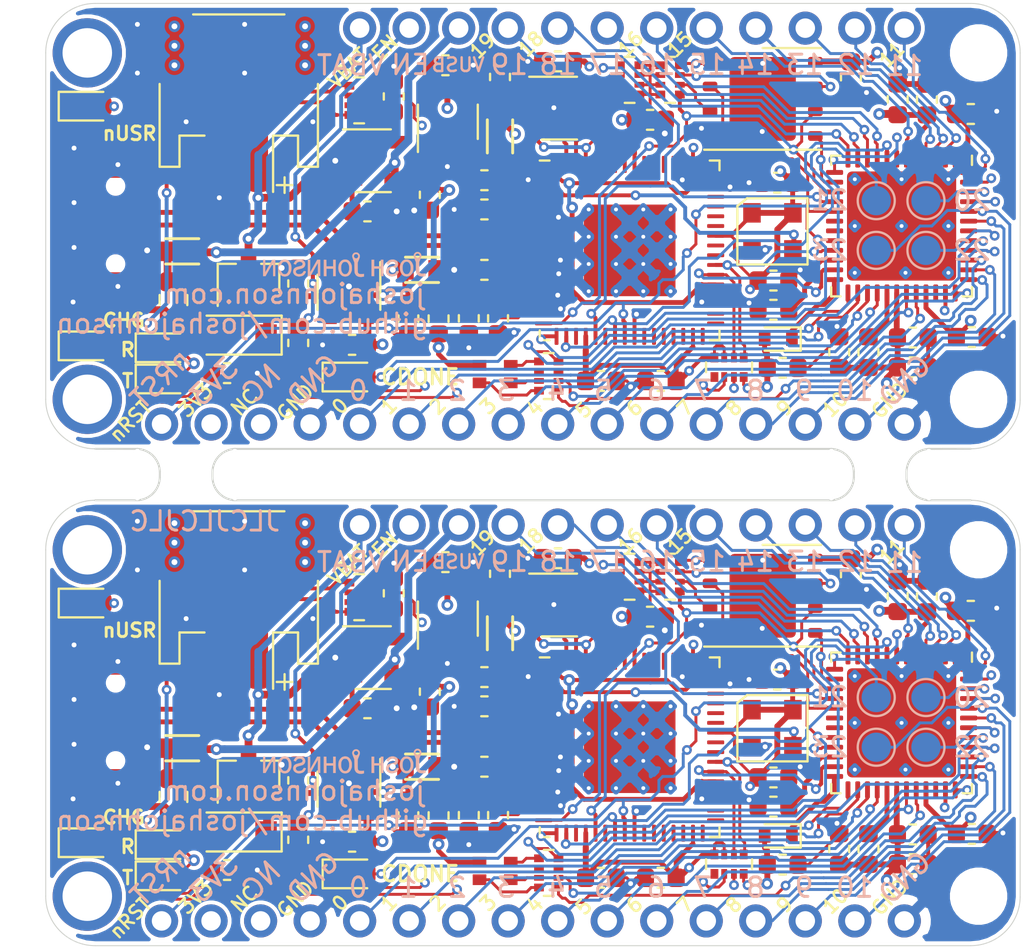
<source format=kicad_pcb>
(kicad_pcb (version 20171130) (host pcbnew "(5.1.2)-1")
  (layers (0 F.Cu signal) (1 Layer2 signal) (2 Layer3 signal) (31 B.Cu signal) (34 B.Paste user) (35 F.Paste user) (36 B.SilkS user) (37 F.SilkS user) (38 B.Mask user) (39 F.Mask user) (44 Edge.Cuts user))
  (net 0 "")
  (net 1 "Net-(C1-Pad1)")
  (net 2 +BATT)
  (net 3 +3V3)
  (net 4 +5V)
  (net 5 +1V2)
  (net 6 +1V8)
  (net 7 "Net-(D1-Pad1)")
  (net 8 "Net-(D4-Pad1)")
  (net 9 /ICE_CDONE)
  (net 10 "Net-(D6-Pad1)")
  (net 11 "Net-(D6-Pad3)")
  (net 12 "Net-(D6-Pad2)")
  (net 13 "Net-(D7-Pad1)")
  (net 14 "Net-(F1-Pad1)")
  (net 15 /LDO_EN)
  (net 16 /nICE_CRESET)
  (net 17 "Net-(R3-Pad1)")
  (net 18 "Net-(R6-Pad1)")
  (net 19 /nLED_RED)
  (net 20 "Net-(R13-Pad2)")
  (net 21 "/FTDI Programmer / UART/FT_EEDATA")
  (net 22 "Net-(R14-Pad1)")
  (net 23 "Net-(R15-Pad1)")
  (net 24 /FLASH_nWPIO2)
  (net 25 "/FTDI Programmer / UART/FT_EECS")
  (net 26 "/FTDI Programmer / UART/FT_EECLK")
  (net 27 /FLASH_MISOIO1)
  (net 28 /FLASH_MOSIIO0)
  (net 29 /ICE_CLK)
  (net 30 "Net-(C31-Pad1)")
  (net 31 "Net-(C32-Pad1)")
  (net 32 GND)
  (net 33 /USB_P)
  (net 34 /USB_N)
  (net 35 /nLED)
  (net 36 "Net-(F1-Pad2)")
  (net 37 /FLASH_nHOLDIO3)
  (net 38 "Net-(RN5-Pad1)")
  (net 39 "Net-(TP1-Pad1)")
  (net 40 "Net-(TP2-Pad1)")
  (net 41 "Net-(TP3-Pad1)")
  (net 42 "Net-(TP4-Pad1)")
  (net 43 /IO_0)
  (net 44 /IO_1)
  (net 45 /IO_2)
  (net 46 /IO_3)
  (net 47 /IO_4)
  (net 48 /IO_5)
  (net 49 /IO_6)
  (net 50 /IO_7)
  (net 51 /IO_8)
  (net 52 /IO_9)
  (net 53 /IO_10)
  (net 54 /IO_19)
  (net 55 /IO_18)
  (net 56 /IO_17)
  (net 57 /IO_16)
  (net 58 /IO_15)
  (net 59 /IO_14)
  (net 60 /IO_13)
  (net 61 /IO_12)
  (net 62 /IO_11)
  (net 63 /nLED_BLU)
  (net 64 /nLED_GRN)
  (net 65 /UART_TX)
  (net 66 /UART_RX)
  (net 67 "Net-(D3-Pad1)")
  (net 68 "Net-(D8-Pad1)")
  (net 69 "Net-(J1-Pad4)")
  (net 70 "Net-(J3-Pad3)")
  (net 71 "Net-(RN2-Pad1)")
  (net 72 "Net-(RN3-Pad3)")
  (net 73 "Net-(RN3-Pad6)")
  (net 74 "Net-(RN4-Pad1)")
  (net 75 "Net-(RN5-Pad6)")
  (net 76 "Net-(RN5-Pad7)")
  (net 77 "Net-(RN5-Pad2)")
  (net 78 "Net-(RN5-Pad3)")
  (net 79 "Net-(U3-Pad4)")
  (net 80 "Net-(U4-Pad34)")
  (net 81 "Net-(U4-Pad20)")
  (net 82 "Net-(U4-Pad19)")
  (net 83 "Net-(U4-Pad18)")
  (net 84 /FLASH_SS)
  (net 85 /FLASH_SCK)
  (net 86 "Net-(U5-Pad4)")
  (net 87 "Net-(U7-Pad60)")
  (net 88 "Net-(U7-Pad59)")
  (net 89 "Net-(U7-Pad58)")
  (net 90 "Net-(U7-Pad57)")
  (net 91 "Net-(U7-Pad55)")
  (net 92 "Net-(U7-Pad54)")
  (net 93 "Net-(U7-Pad53)")
  (net 94 "Net-(U7-Pad52)")
  (net 95 "Net-(U7-Pad48)")
  (net 96 "Net-(U7-Pad46)")
  (net 97 "Net-(U7-Pad45)")
  (net 98 "Net-(U7-Pad44)")
  (net 99 "Net-(U7-Pad43)")
  (net 100 "Net-(U7-Pad41)")
  (net 101 "Net-(U7-Pad40)")
  (net 102 "Net-(U7-Pad36)")
  (net 103 "Net-(U7-Pad34)")
  (net 104 "Net-(U7-Pad33)")
  (net 105 "Net-(U7-Pad32)")
  (net 106 "Net-(U7-Pad30)")
  (net 107 "Net-(U7-Pad29)")
  (net 108 "Net-(U7-Pad28)")
  (net 109 "Net-(U7-Pad27)")
  (net 110 "Net-(U7-Pad26)")
  (net 111 "Net-(U7-Pad22)")
  (net 112 "Net-(U7-Pad19)")
  (net 113 "Net-(U7-Pad3)")
  (module josh-connectors:featherwing (layer F.Cu) (at 51.79 59.355001)
    (fp_text reference J3)
    (fp_text value Feather)
    (fp_line (start 24.993132 8.938762) (end 24.9936 -8.89) (layer Edge.Cuts) (width 0.05))
    (fp_line (start -24.9936 -8.89) (end -24.9936 8.89) (layer Edge.Cuts) (width 0.05))
    (fp_arc (start 22.4536 -8.89) (end 22.4536 -11.43) (angle 90) (layer Edge.Cuts) (width 0.05))
    (fp_arc (start 22.4536 8.89) (end 22.4536 11.43) (angle -88.9) (layer Edge.Cuts) (width 0.05))
    (fp_arc (start -22.4536 8.89) (end -22.4536 11.43) (angle 90) (layer Edge.Cuts) (width 0.05))
    (fp_arc (start -22.4536 -8.89) (end -24.9936 -8.89) (angle 90) (layer Edge.Cuts) (width 0.05))
    (pad "" np_thru_hole circle (at 22.86 8.89) (size 2.54 2.54) (drill 2.54) (layers *.Cu *.Mask))
    (pad "" np_thru_hole circle (at -22.86 8.89) (size 3.556 3.556) (drill 2.54) (layers *.Cu *.Mask))
    (pad "" np_thru_hole circle (at 22.86 -8.89) (size 2.54 2.54) (drill 2.54) (layers *.Cu *.Mask))
    (pad "" np_thru_hole circle (at -22.86 -8.89) (size 3.556 3.556) (drill 2.54) (layers *.Cu *.Mask))
    (pad 17 thru_hole circle (at 19.05 -10.16) (size 1.7 1.7) (drill 1) (layers *.Cu *.Mask) (net 62 /IO_11))
    (pad 18 thru_hole circle (at 16.51 -10.16) (size 1.7 1.7) (drill 1) (layers *.Cu *.Mask) (net 61 /IO_12))
    (pad 19 thru_hole circle (at 13.97 -10.16) (size 1.7 1.7) (drill 1) (layers *.Cu *.Mask) (net 60 /IO_13))
    (pad 20 thru_hole circle (at 11.43 -10.16) (size 1.7 1.7) (drill 1) (layers *.Cu *.Mask) (net 59 /IO_14))
    (pad 21 thru_hole circle (at 8.89 -10.16) (size 1.7 1.7) (drill 1) (layers *.Cu *.Mask) (net 58 /IO_15))
    (pad 22 thru_hole circle (at 6.35 -10.16) (size 1.7 1.7) (drill 1) (layers *.Cu *.Mask) (net 57 /IO_16))
    (pad 23 thru_hole circle (at 3.81 -10.16) (size 1.7 1.7) (drill 1) (layers *.Cu *.Mask) (net 56 /IO_17))
    (pad 24 thru_hole circle (at 1.27 -10.16) (size 1.7 1.7) (drill 1) (layers *.Cu *.Mask) (net 55 /IO_18))
    (pad 25 thru_hole circle (at -1.27 -10.16) (size 1.7 1.7) (drill 1) (layers *.Cu *.Mask) (net 54 /IO_19))
    (pad 26 thru_hole circle (at -3.81 -10.16) (size 1.7 1.7) (drill 1) (layers *.Cu *.Mask) (net 4 +5V))
    (pad 27 thru_hole circle (at -6.35 -10.16) (size 1.7 1.7) (drill 1) (layers *.Cu *.Mask) (net 15 /LDO_EN))
    (pad 28 thru_hole circle (at -8.89 -10.16) (size 1.7 1.7) (drill 1) (layers *.Cu *.Mask) (net 2 +BATT))
    (pad 16 thru_hole circle (at 19.05 10.16) (size 1.7 1.7) (drill 1) (layers *.Cu *.Mask) (net 32 GND))
    (pad 1 thru_hole circle (at -19.05 10.16) (size 1.7 1.7) (drill 1) (layers *.Cu *.Mask) (net 16 /nICE_CRESET))
    (pad 15 thru_hole circle (at 16.51 10.16) (size 1.7 1.7) (drill 1) (layers *.Cu *.Mask) (net 53 /IO_10))
    (pad 14 thru_hole circle (at 13.97 10.16) (size 1.7 1.7) (drill 1) (layers *.Cu *.Mask) (net 52 /IO_9))
    (pad 13 thru_hole circle (at 11.43 10.16) (size 1.7 1.7) (drill 1) (layers *.Cu *.Mask) (net 51 /IO_8))
    (pad 12 thru_hole circle (at 8.89 10.16) (size 1.7 1.7) (drill 1) (layers *.Cu *.Mask) (net 50 /IO_7))
    (pad 11 thru_hole circle (at 6.35 10.16) (size 1.7 1.7) (drill 1) (layers *.Cu *.Mask) (net 49 /IO_6))
    (pad 10 thru_hole circle (at 3.81 10.16) (size 1.7 1.7) (drill 1) (layers *.Cu *.Mask) (net 48 /IO_5))
    (pad 9 thru_hole circle (at 1.27 10.16) (size 1.7 1.7) (drill 1) (layers *.Cu *.Mask) (net 47 /IO_4))
    (pad 8 thru_hole circle (at -1.27 10.16) (size 1.7 1.7) (drill 1) (layers *.Cu *.Mask) (net 46 /IO_3))
    (pad 7 thru_hole circle (at -3.81 10.16) (size 1.7 1.7) (drill 1) (layers *.Cu *.Mask) (net 45 /IO_2))
    (pad 6 thru_hole circle (at -6.35 10.16) (size 1.7 1.7) (drill 1) (layers *.Cu *.Mask) (net 44 /IO_1))
    (pad 5 thru_hole circle (at -8.89 10.16) (size 1.7 1.7) (drill 1) (layers *.Cu *.Mask) (net 43 /IO_0))
    (pad 4 thru_hole circle (at -11.43 10.16) (size 1.7 1.7) (drill 1) (layers *.Cu *.Mask) (net 32 GND))
    (pad 3 thru_hole circle (at -13.97 10.16) (size 1.7 1.7) (drill 1) (layers *.Cu *.Mask) (net 70 "Net-(J3-Pad3)"))
    (pad 2 thru_hole circle (at -16.51 10.16) (size 1.7 1.7) (drill 1) (layers *.Cu *.Mask) (net 3 +3V3))
  )
  (module TestPoint:TestPoint_Pad_D1.5mm (layer B.Cu) (at 69.4 58.05)
    (fp_text reference TP4 hide)
    (fp_text value 21 (at -2.4 -0.025) (layer B.SilkS) (effects (justify mirror)))
    (pad 1 smd circle (at 0 0) (size 1.5 1.5) (layers B.Cu B.Mask) (net 42 "Net-(TP4-Pad1)"))
  )
  (module josh-connectors:JST_PH_S2B-PH-SM4-TB_1x02-1MP_P2.00mm_Horizontal (layer F.Cu) (at 36.7 53 180)
    (fp_text reference J2 hide)
    (fp_text value JST_PH)
    (pad 1 smd roundrect (at -1 -2.85 180) (size 1 3.5) (layers F.Cu F.Paste F.Mask) (net 2 +BATT))
    (pad 2 smd roundrect (at 1 -2.85 180) (size 1 3.5) (layers F.Cu F.Paste F.Mask) (net 32 GND))
    (pad MP smd roundrect (at -3.35 2.9 180) (size 1.5 3.4) (layers F.Cu F.Paste F.Mask) (roundrect_rratio 0.166667))
    (pad MP smd roundrect (at 3.35 2.9 180) (size 1.5 3.4) (layers F.Cu F.Paste F.Mask) (roundrect_rratio 0.166667))
  )
  (module josh-led:LED_0606 (layer F.Cu) (at 49.85 66.95 270)
    (fp_text reference D6 hide)
    (fp_text value LED_RGBA)
    (pad 1 smd rect (at -0.45 -0.8 270) (size 0.55 0.7) (layers F.Cu F.Paste F.Mask) (net 10 "Net-(D6-Pad1)"))
    (pad 4 smd rect (at -0.45 0.8 270) (size 0.55 0.7) (layers F.Cu F.Paste F.Mask) (net 3 +3V3))
    (pad 2 smd rect (at 0.45 -0.8 270) (size 0.55 0.7) (layers F.Cu F.Paste F.Mask) (net 12 "Net-(D6-Pad2)"))
    (pad 3 smd rect (at 0.45 0.8 270) (size 0.55 0.7) (layers F.Cu F.Paste F.Mask) (net 11 "Net-(D6-Pad3)"))
  )
  (module josh-logos:josh-johnson-logo-8_6x1_5 (layer B.Cu) (at 42.1 61.3 180)
    (fp_text reference G*** hide)
    (fp_text value LOGO hide)
  )
  (module Capacitor_SMD:C_0603_1608Metric (layer F.Cu) (at 64.325 57.125 180)
    (fp_text reference C3 hide)
    (fp_text value 100n)
    (pad 1 smd roundrect (at -0.7875 0 180) (size 0.875 0.95) (layers F.Cu F.Paste F.Mask) (net 3 +3V3))
    (pad 2 smd roundrect (at 0.7875 0 180) (size 0.875 0.95) (layers F.Cu F.Paste F.Mask) (net 32 GND))
  )
  (module Resistor_SMD:R_Array_Convex_4x0402 (layer F.Cu) (at 52.6 67.05 180)
    (fp_text reference RN3 hide)
    (fp_text value 330R)
    (pad 5 smd rect (at 0.5 0.75 180) (size 0.5 0.4) (layers F.Cu F.Paste F.Mask) (net 10 "Net-(D6-Pad1)"))
    (pad 6 smd rect (at 0.5 0.25 180) (size 0.5 0.3) (layers F.Cu F.Paste F.Mask) (net 73 "Net-(RN3-Pad6)"))
    (pad 8 smd rect (at 0.5 -0.75 180) (size 0.5 0.4) (layers F.Cu F.Paste F.Mask) (net 11 "Net-(D6-Pad3)"))
    (pad 7 smd rect (at 0.5 -0.25 180) (size 0.5 0.3) (layers F.Cu F.Paste F.Mask) (net 12 "Net-(D6-Pad2)"))
    (pad 4 smd rect (at -0.5 0.75 180) (size 0.5 0.4) (layers F.Cu F.Paste F.Mask) (net 19 /nLED_RED))
    (pad 2 smd rect (at -0.5 -0.25 180) (size 0.5 0.3) (layers F.Cu F.Paste F.Mask) (net 64 /nLED_GRN))
    (pad 3 smd rect (at -0.5 0.25 180) (size 0.5 0.3) (layers F.Cu F.Paste F.Mask) (net 72 "Net-(RN3-Pad3)"))
    (pad 1 smd rect (at -0.5 -0.75 180) (size 0.5 0.4) (layers F.Cu F.Paste F.Mask) (net 63 /nLED_BLU))
  )
  (module LED_SMD:LED_0603_1608Metric (layer F.Cu) (at 32.9 67.2)
    (fp_text reference D3 hide)
    (fp_text value GRN)
    (pad 1 smd roundrect (at -0.7875 0) (size 0.875 0.95) (layers F.Cu F.Paste F.Mask) (net 67 "Net-(D3-Pad1)"))
    (pad 2 smd roundrect (at 0.7875 0) (size 0.875 0.95) (layers F.Cu F.Paste F.Mask) (net 3 +3V3))
  )
  (module Package_TO_SOT_SMD:SOT-23-5 (layer F.Cu) (at 43.6 56)
    (fp_text reference U1 hide)
    (fp_text value MCP73831-2-OT)
    (pad 1 smd rect (at -1.1 -0.95) (size 1.06 0.65) (layers F.Cu F.Paste F.Mask) (net 38 "Net-(RN5-Pad1)"))
    (pad 2 smd rect (at -1.1 0) (size 1.06 0.65) (layers F.Cu F.Paste F.Mask) (net 32 GND))
    (pad 3 smd rect (at -1.1 0.95) (size 1.06 0.65) (layers F.Cu F.Paste F.Mask) (net 2 +BATT))
    (pad 4 smd rect (at 1.1 0.95) (size 1.06 0.65) (layers F.Cu F.Paste F.Mask) (net 4 +5V))
    (pad 5 smd rect (at 1.1 -0.95) (size 1.06 0.65) (layers F.Cu F.Paste F.Mask) (net 17 "Net-(R3-Pad1)"))
  )
  (module Resistor_SMD:R_0603_1608Metric (layer F.Cu) (at 45.4 64.1 270)
    (fp_text reference R5 hide)
    (fp_text value 10K)
    (pad 1 smd roundrect (at -0.7875 0 270) (size 0.875 0.95) (layers F.Cu F.Paste F.Mask) (net 3 +3V3))
    (pad 2 smd roundrect (at 0.7875 0 270) (size 0.875 0.95) (layers F.Cu F.Paste F.Mask) (net 16 /nICE_CRESET))
  )
  (module Capacitor_SMD:C_0603_1608Metric (layer F.Cu) (at 64.6 66.625)
    (fp_text reference C21 hide)
    (fp_text value 100n)
    (pad 1 smd roundrect (at -0.7875 0) (size 0.875 0.95) (layers F.Cu F.Paste F.Mask) (net 3 +3V3))
    (pad 2 smd roundrect (at 0.7875 0) (size 0.875 0.95) (layers F.Cu F.Paste F.Mask) (net 32 GND))
  )
  (module Capacitor_SMD:C_0603_1608Metric (layer F.Cu) (at 74.25 53.6)
    (fp_text reference C8 hide)
    (fp_text value 100n)
    (pad 1 smd roundrect (at -0.7875 0) (size 0.875 0.95) (layers F.Cu F.Paste F.Mask) (net 3 +3V3))
    (pad 2 smd roundrect (at 0.7875 0) (size 0.875 0.95) (layers F.Cu F.Paste F.Mask) (net 32 GND))
  )
  (module Capacitor_SMD:C_0603_1608Metric (layer F.Cu) (at 71.275 66.6)
    (fp_text reference C18 hide)
    (fp_text value 10u)
    (pad 2 smd roundrect (at 0.7875 0) (size 0.875 0.95) (layers F.Cu F.Paste F.Mask) (net 32 GND))
    (pad 1 smd roundrect (at -0.7875 0) (size 0.875 0.95) (layers F.Cu F.Paste F.Mask) (net 5 +1V2))
  )
  (module Capacitor_SMD:C_0603_1608Metric (layer F.Cu) (at 72 52.8625 90)
    (fp_text reference C16 hide)
    (fp_text value 100n)
    (pad 2 smd roundrect (at 0.7875 0 90) (size 0.875 0.95) (layers F.Cu F.Paste F.Mask) (net 32 GND))
    (pad 1 smd roundrect (at -0.7875 0 90) (size 0.875 0.95) (layers F.Cu F.Paste F.Mask) (net 5 +1V2))
  )
  (module Capacitor_SMD:C_0603_1608Metric (layer F.Cu) (at 74.3 65.05)
    (fp_text reference C11 hide)
    (fp_text value 100n)
    (pad 2 smd roundrect (at 0.7875 0) (size 0.875 0.95) (layers F.Cu F.Paste F.Mask) (net 32 GND))
    (pad 1 smd roundrect (at -0.7875 0) (size 0.875 0.95) (layers F.Cu F.Paste F.Mask) (net 3 +3V3))
  )
  (module Capacitor_SMD:C_0603_1608Metric (layer F.Cu) (at 68.1 51.7125 270)
    (fp_text reference C7 hide)
    (fp_text value 100n)
    (pad 2 smd roundrect (at 0.7875 0 270) (size 0.875 0.95) (layers F.Cu F.Paste F.Mask) (net 32 GND))
    (pad 1 smd roundrect (at -0.7875 0 270) (size 0.875 0.95) (layers F.Cu F.Paste F.Mask) (net 3 +3V3))
  )
  (module Capacitor_SMD:C_0603_1608Metric (layer F.Cu) (at 47.3 51.1)
    (fp_text reference C6 hide)
    (fp_text value 1u)
    (pad 2 smd roundrect (at 0.7875 0) (size 0.875 0.95) (layers F.Cu F.Paste F.Mask) (net 32 GND))
    (pad 1 smd roundrect (at -0.7875 0) (size 0.875 0.95) (layers F.Cu F.Paste F.Mask) (net 5 +1V2))
  )
  (module Capacitor_SMD:C_0603_1608Metric (layer F.Cu) (at 46.5 57.75 270)
    (fp_text reference C5 hide)
    (fp_text value 1u)
    (pad 2 smd roundrect (at 0.7875 0 270) (size 0.875 0.95) (layers F.Cu F.Paste F.Mask) (net 32 GND))
    (pad 1 smd roundrect (at -0.7875 0 270) (size 0.875 0.95) (layers F.Cu F.Paste F.Mask) (net 1 "Net-(C1-Pad1)"))
  )
  (module Capacitor_SMD:C_0603_1608Metric (layer F.Cu) (at 43.3 58.6)
    (fp_text reference C2 hide)
    (fp_text value 10u)
    (pad 1 smd roundrect (at -0.7875 0) (size 0.875 0.95) (layers F.Cu F.Paste F.Mask) (net 2 +BATT))
    (pad 2 smd roundrect (at 0.7875 0) (size 0.875 0.95) (layers F.Cu F.Paste F.Mask) (net 32 GND))
  )
  (module LED_SMD:LED_0603_1608Metric (layer F.Cu) (at 32.9 65.6)
    (fp_text reference D8 hide)
    (fp_text value GRN)
    (pad 1 smd roundrect (at -0.7875 0) (size 0.875 0.95) (layers F.Cu F.Paste F.Mask) (net 68 "Net-(D8-Pad1)"))
    (pad 2 smd roundrect (at 0.7875 0) (size 0.875 0.95) (layers F.Cu F.Paste F.Mask) (net 3 +3V3))
  )
  (module Package_TO_SOT_SMD:SOT-23-6 (layer F.Cu) (at 53.15 53.3)
    (fp_text reference U6 hide)
    (fp_text value 93C46B)
    (pad 1 smd rect (at -1.1 -0.95) (size 1.06 0.65) (layers F.Cu F.Paste F.Mask) (net 20 "Net-(R13-Pad2)"))
    (pad 2 smd rect (at -1.1 0) (size 1.06 0.65) (layers F.Cu F.Paste F.Mask) (net 32 GND))
    (pad 3 smd rect (at -1.1 0.95) (size 1.06 0.65) (layers F.Cu F.Paste F.Mask) (net 21 "/FTDI Programmer / UART/FT_EEDATA"))
    (pad 4 smd rect (at 1.1 0.95) (size 1.06 0.65) (layers F.Cu F.Paste F.Mask) (net 26 "/FTDI Programmer / UART/FT_EECLK"))
    (pad 6 smd rect (at 1.1 -0.95) (size 1.06 0.65) (layers F.Cu F.Paste F.Mask) (net 3 +3V3))
    (pad 5 smd rect (at 1.1 0) (size 1.06 0.65) (layers F.Cu F.Paste F.Mask) (net 25 "/FTDI Programmer / UART/FT_EECS"))
  )
  (module Capacitor_SMD:C_0603_1608Metric (layer F.Cu) (at 39.75 62.3 90)
    (fp_text reference C1 hide)
    (fp_text value 10u)
    (pad 1 smd roundrect (at -0.7875 0 90) (size 0.875 0.95) (layers F.Cu F.Paste F.Mask) (net 1 "Net-(C1-Pad1)"))
    (pad 2 smd roundrect (at 0.7875 0 90) (size 0.875 0.95) (layers F.Cu F.Paste F.Mask) (net 32 GND))
  )
  (module Capacitor_SMD:C_0603_1608Metric (layer F.Cu) (at 42.5125 65.45 180)
    (fp_text reference C4 hide)
    (fp_text value 10u)
    (pad 1 smd roundrect (at -0.7875 0 180) (size 0.875 0.95) (layers F.Cu F.Paste F.Mask) (net 3 +3V3))
    (pad 2 smd roundrect (at 0.7875 0 180) (size 0.875 0.95) (layers F.Cu F.Paste F.Mask) (net 32 GND))
  )
  (module josh-dfn-qfn:QFN-64-1EP_9x9mm_P0.5mm_EP4.7x4.7mm_ThermalVias (layer F.Cu) (at 56.75 60.6)
    (fp_text reference U7 hide)
    (fp_text value FT2232H)
    (pad 65 smd roundrect (at 0 0) (size 4.7 4.7) (layers F.Cu F.Mask) (roundrect_rratio 0.053191) (net 32 GND))
    (pad 65 thru_hole circle (at -2.1 -2.1) (size 0.5 0.5) (drill 0.2) (layers *.Cu) (net 32 GND))
    (pad 65 thru_hole circle (at -0.7 -2.1) (size 0.5 0.5) (drill 0.2) (layers *.Cu) (net 32 GND))
    (pad 65 thru_hole circle (at 0.7 -2.1) (size 0.5 0.5) (drill 0.2) (layers *.Cu) (net 32 GND))
    (pad 65 thru_hole circle (at 2.1 -2.1) (size 0.5 0.5) (drill 0.2) (layers *.Cu) (net 32 GND))
    (pad 65 thru_hole circle (at -2.1 -0.7) (size 0.5 0.5) (drill 0.2) (layers *.Cu) (net 32 GND))
    (pad 65 thru_hole circle (at -0.7 -0.7) (size 0.5 0.5) (drill 0.2) (layers *.Cu) (net 32 GND))
    (pad 65 thru_hole circle (at 0.7 -0.7) (size 0.5 0.5) (drill 0.2) (layers *.Cu) (net 32 GND))
    (pad 65 thru_hole circle (at 2.1 -0.7) (size 0.5 0.5) (drill 0.2) (layers *.Cu) (net 32 GND))
    (pad 65 thru_hole circle (at -2.1 0.7) (size 0.5 0.5) (drill 0.2) (layers *.Cu) (net 32 GND))
    (pad 65 thru_hole circle (at -0.7 0.7) (size 0.5 0.5) (drill 0.2) (layers *.Cu) (net 32 GND))
    (pad 65 thru_hole circle (at 0.7 0.7) (size 0.5 0.5) (drill 0.2) (layers *.Cu) (net 32 GND))
    (pad 65 thru_hole circle (at 2.1 0.7) (size 0.5 0.5) (drill 0.2) (layers *.Cu) (net 32 GND))
    (pad 65 thru_hole circle (at -2.1 2.1) (size 0.5 0.5) (drill 0.2) (layers *.Cu) (net 32 GND))
    (pad 65 thru_hole circle (at -0.7 2.1) (size 0.5 0.5) (drill 0.2) (layers *.Cu) (net 32 GND))
    (pad 65 thru_hole circle (at 0.7 2.1) (size 0.5 0.5) (drill 0.2) (layers *.Cu) (net 32 GND))
    (pad 65 thru_hole circle (at 2.1 2.1) (size 0.5 0.5) (drill 0.2) (layers *.Cu) (net 32 GND))
    (pad 1 smd roundrect (at -4.4125 -3.75) (size 0.875 0.2) (layers F.Cu F.Paste F.Mask) (net 32 GND))
    (pad 2 smd roundrect (at -4.4125 -3.25) (size 0.875 0.2) (layers F.Cu F.Paste F.Mask) (net 29 /ICE_CLK))
    (pad 3 smd roundrect (at -4.4125 -2.75) (size 0.875 0.2) (layers F.Cu F.Paste F.Mask) (net 113 "Net-(U7-Pad3)"))
    (pad 4 smd roundrect (at -4.4125 -2.25) (size 0.875 0.2) (layers F.Cu F.Paste F.Mask) (net 31 "Net-(C32-Pad1)"))
    (pad 5 smd roundrect (at -4.4125 -1.75) (size 0.875 0.2) (layers F.Cu F.Paste F.Mask) (net 32 GND))
    (pad 6 smd roundrect (at -4.4125 -1.25) (size 0.875 0.2) (layers F.Cu F.Paste F.Mask) (net 23 "Net-(R15-Pad1)"))
    (pad 7 smd roundrect (at -4.4125 -0.75) (size 0.875 0.2) (layers F.Cu F.Paste F.Mask) (net 34 /USB_N))
    (pad 8 smd roundrect (at -4.4125 -0.25) (size 0.875 0.2) (layers F.Cu F.Paste F.Mask) (net 33 /USB_P))
    (pad 9 smd roundrect (at -4.4125 0.25) (size 0.875 0.2) (layers F.Cu F.Paste F.Mask) (net 30 "Net-(C31-Pad1)"))
    (pad 10 smd roundrect (at -4.4125 0.75) (size 0.875 0.2) (layers F.Cu F.Paste F.Mask) (net 32 GND))
    (pad 11 smd roundrect (at -4.4125 1.25) (size 0.875 0.2) (layers F.Cu F.Paste F.Mask) (net 32 GND))
    (pad 12 smd roundrect (at -4.4125 1.75) (size 0.875 0.2) (layers F.Cu F.Paste F.Mask) (net 6 +1V8))
    (pad 13 smd roundrect (at -4.4125 2.25) (size 0.875 0.2) (layers F.Cu F.Paste F.Mask) (net 32 GND))
    (pad 14 smd roundrect (at -4.4125 2.75) (size 0.875 0.2) (layers F.Cu F.Paste F.Mask) (net 22 "Net-(R14-Pad1)"))
    (pad 15 smd roundrect (at -4.4125 3.25) (size 0.875 0.2) (layers F.Cu F.Paste F.Mask) (net 32 GND))
    (pad 16 smd roundrect (at -4.4125 3.75) (size 0.875 0.2) (layers F.Cu F.Paste F.Mask) (net 85 /FLASH_SCK))
    (pad 17 smd roundrect (at -3.75 4.4125) (size 0.2 0.875) (layers F.Cu F.Paste F.Mask) (net 28 /FLASH_MOSIIO0))
    (pad 18 smd roundrect (at -3.25 4.4125) (size 0.2 0.875) (layers F.Cu F.Paste F.Mask) (net 27 /FLASH_MISOIO1))
    (pad 19 smd roundrect (at -2.75 4.4125) (size 0.2 0.875) (layers F.Cu F.Paste F.Mask) (net 112 "Net-(U7-Pad19)"))
    (pad 20 smd roundrect (at -2.25 4.4125) (size 0.2 0.875) (layers F.Cu F.Paste F.Mask) (net 3 +3V3))
    (pad 21 smd roundrect (at -1.75 4.4125) (size 0.2 0.875) (layers F.Cu F.Paste F.Mask) (net 84 /FLASH_SS))
    (pad 22 smd roundrect (at -1.25 4.4125) (size 0.2 0.875) (layers F.Cu F.Paste F.Mask) (net 111 "Net-(U7-Pad22)"))
    (pad 23 smd roundrect (at -0.75 4.4125) (size 0.2 0.875) (layers F.Cu F.Paste F.Mask) (net 9 /ICE_CDONE))
    (pad 24 smd roundrect (at -0.25 4.4125) (size 0.2 0.875) (layers F.Cu F.Paste F.Mask) (net 16 /nICE_CRESET))
    (pad 25 smd roundrect (at 0.25 4.4125) (size 0.2 0.875) (layers F.Cu F.Paste F.Mask) (net 32 GND))
    (pad 26 smd roundrect (at 0.75 4.4125) (size 0.2 0.875) (layers F.Cu F.Paste F.Mask) (net 110 "Net-(U7-Pad26)"))
    (pad 27 smd roundrect (at 1.25 4.4125) (size 0.2 0.875) (layers F.Cu F.Paste F.Mask) (net 109 "Net-(U7-Pad27)"))
    (pad 28 smd roundrect (at 1.75 4.4125) (size 0.2 0.875) (layers F.Cu F.Paste F.Mask) (net 108 "Net-(U7-Pad28)"))
    (pad 29 smd roundrect (at 2.25 4.4125) (size 0.2 0.875) (layers F.Cu F.Paste F.Mask) (net 107 "Net-(U7-Pad29)"))
    (pad 30 smd roundrect (at 2.75 4.4125) (size 0.2 0.875) (layers F.Cu F.Paste F.Mask) (net 106 "Net-(U7-Pad30)"))
    (pad 31 smd roundrect (at 3.25 4.4125) (size 0.2 0.875) (layers F.Cu F.Paste F.Mask) (net 3 +3V3))
    (pad 32 smd roundrect (at 3.75 4.4125) (size 0.2 0.875) (layers F.Cu F.Paste F.Mask) (net 105 "Net-(U7-Pad32)"))
    (pad 33 smd roundrect (at 4.4125 3.75) (size 0.875 0.2) (layers F.Cu F.Paste F.Mask) (net 104 "Net-(U7-Pad33)"))
    (pad 34 smd roundrect (at 4.4125 3.25) (size 0.875 0.2) (layers F.Cu F.Paste F.Mask) (net 103 "Net-(U7-Pad34)"))
    (pad 35 smd roundrect (at 4.4125 2.75) (size 0.875 0.2) (layers F.Cu F.Paste F.Mask) (net 32 GND))
    (pad 36 smd roundrect (at 4.4125 2.25) (size 0.875 0.2) (layers F.Cu F.Paste F.Mask) (net 102 "Net-(U7-Pad36)"))
    (pad 37 smd roundrect (at 4.4125 1.75) (size 0.875 0.2) (layers F.Cu F.Paste F.Mask) (net 6 +1V8))
    (pad 38 smd roundrect (at 4.4125 1.25) (size 0.875 0.2) (layers F.Cu F.Paste F.Mask) (net 66 /UART_RX))
    (pad 39 smd roundrect (at 4.4125 0.75) (size 0.875 0.2) (layers F.Cu F.Paste F.Mask) (net 65 /UART_TX))
    (pad 40 smd roundrect (at 4.4125 0.25) (size 0.875 0.2) (layers F.Cu F.Paste F.Mask) (net 101 "Net-(U7-Pad40)"))
    (pad 41 smd roundrect (at 4.4125 -0.25) (size 0.875 0.2) (layers F.Cu F.Paste F.Mask) (net 100 "Net-(U7-Pad41)"))
    (pad 42 smd roundrect (at 4.4125 -0.75) (size 0.875 0.2) (layers F.Cu F.Paste F.Mask) (net 3 +3V3))
    (pad 43 smd roundrect (at 4.4125 -1.25) (size 0.875 0.2) (layers F.Cu F.Paste F.Mask) (net 99 "Net-(U7-Pad43)"))
    (pad 44 smd roundrect (at 4.4125 -1.75) (size 0.875 0.2) (layers F.Cu F.Paste F.Mask) (net 98 "Net-(U7-Pad44)"))
    (pad 45 smd roundrect (at 4.4125 -2.25) (size 0.875 0.2) (layers F.Cu F.Paste F.Mask) (net 97 "Net-(U7-Pad45)"))
    (pad 46 smd roundrect (at 4.4125 -2.75) (size 0.875 0.2) (layers F.Cu F.Paste F.Mask) (net 96 "Net-(U7-Pad46)"))
    (pad 47 smd roundrect (at 4.4125 -3.25) (size 0.875 0.2) (layers F.Cu F.Paste F.Mask) (net 32 GND))
    (pad 48 smd roundrect (at 4.4125 -3.75) (size 0.875 0.2) (layers F.Cu F.Paste F.Mask) (net 95 "Net-(U7-Pad48)"))
    (pad 49 smd roundrect (at 3.75 -4.4125) (size 0.2 0.875) (layers F.Cu F.Paste F.Mask) (net 6 +1V8))
    (pad 50 smd roundrect (at 3.25 -4.4125) (size 0.2 0.875) (layers F.Cu F.Paste F.Mask) (net 3 +3V3))
    (pad 51 smd roundrect (at 2.75 -4.4125) (size 0.2 0.875) (layers F.Cu F.Paste F.Mask) (net 32 GND))
    (pad 52 smd roundrect (at 2.25 -4.4125) (size 0.2 0.875) (layers F.Cu F.Paste F.Mask) (net 94 "Net-(U7-Pad52)"))
    (pad 53 smd roundrect (at 1.75 -4.4125) (size 0.2 0.875) (layers F.Cu F.Paste F.Mask) (net 93 "Net-(U7-Pad53)"))
    (pad 54 smd roundrect (at 1.25 -4.4125) (size 0.2 0.875) (layers F.Cu F.Paste F.Mask) (net 92 "Net-(U7-Pad54)"))
    (pad 55 smd roundrect (at 0.75 -4.4125) (size 0.2 0.875) (layers F.Cu F.Paste F.Mask) (net 91 "Net-(U7-Pad55)"))
    (pad 56 smd roundrect (at 0.25 -4.4125) (size 0.2 0.875) (layers F.Cu F.Paste F.Mask) (net 3 +3V3))
    (pad 57 smd roundrect (at -0.25 -4.4125) (size 0.2 0.875) (layers F.Cu F.Paste F.Mask) (net 90 "Net-(U7-Pad57)"))
    (pad 58 smd roundrect (at -0.75 -4.4125) (size 0.2 0.875) (layers F.Cu F.Paste F.Mask) (net 89 "Net-(U7-Pad58)"))
    (pad 59 smd roundrect (at -1.25 -4.4125) (size 0.2 0.875) (layers F.Cu F.Paste F.Mask) (net 88 "Net-(U7-Pad59)"))
    (pad 60 smd roundrect (at -1.75 -4.4125) (size 0.2 0.875) (layers F.Cu F.Paste F.Mask) (net 87 "Net-(U7-Pad60)"))
    (pad 61 smd roundrect (at -2.25 -4.4125) (size 0.2 0.875) (layers F.Cu F.Paste F.Mask) (net 21 "/FTDI Programmer / UART/FT_EEDATA"))
    (pad 62 smd roundrect (at -2.75 -4.4125) (size 0.2 0.875) (layers F.Cu F.Paste F.Mask) (net 26 "/FTDI Programmer / UART/FT_EECLK"))
    (pad 63 smd roundrect (at -3.25 -4.4125) (size 0.2 0.875) (layers F.Cu F.Paste F.Mask) (net 25 "/FTDI Programmer / UART/FT_EECS"))
    (pad 64 smd roundrect (at -3.75 -4.4125) (size 0.2 0.875) (layers F.Cu F.Paste F.Mask) (net 6 +1V8))
  )
  (module josh-passives-smt:Fuse_0805_2012Metric (layer F.Cu) (at 33.35 63.15 270)
    (fp_text reference F1 hide)
    (fp_text value 500mA)
    (pad 1 smd roundrect (at -0.9375 0 270) (size 0.975 1.4) (layers F.Cu F.Paste F.Mask) (net 14 "Net-(F1-Pad1)"))
    (pad 2 smd roundrect (at 0.9375 0 270) (size 0.975 1.4) (layers F.Cu F.Paste F.Mask) (net 36 "Net-(F1-Pad2)"))
  )
  (module josh-connectors:USB_Micro_Aliexpress (layer F.Cu) (at 26.8 59.3 270)
    (fp_text reference J1 hide)
    (fp_text value USB_B_Micro)
    (pad 6 smd rect (at 1.15 -1.45 270) (size 1.9 1.9) (layers F.Cu F.Paste F.Mask) (net 32 GND))
    (pad 6 smd rect (at -1.15 -1.45 270) (size 1.9 1.9) (layers F.Cu F.Paste F.Mask) (net 32 GND))
    (pad 6 smd rect (at -3.95 -1.45 270) (size 1.9 1.9) (layers F.Cu F.Paste F.Mask) (net 32 GND))
    (pad 6 smd rect (at 3.95 -1.45 270) (size 1.9 1.9) (layers F.Cu F.Paste F.Mask) (net 32 GND))
    (pad 6 smd rect (at 3.1 -3.7 270) (size 1.35 1) (layers F.Cu F.Paste F.Mask) (net 32 GND))
    (pad 6 smd rect (at -3.1 -3.7 270) (size 1.35 1) (layers F.Cu F.Paste F.Mask) (net 32 GND))
    (pad 3 smd rect (at 0 -4.125 270) (size 0.4 1.35) (layers F.Cu F.Paste F.Mask) (net 33 /USB_P))
    (pad "" np_thru_hole circle (at -2 -3.58 270) (size 0.6 0.6) (drill 0.6) (layers *.Cu *.Mask))
    (pad "" np_thru_hole circle (at 2 -3.58 270) (size 0.6 0.6) (drill 0.6) (layers *.Mask F.Cu))
    (pad 5 smd rect (at 1.3 -4.125 270) (size 0.4 1.35) (layers F.Cu F.Paste F.Mask) (net 32 GND))
    (pad 4 smd rect (at 0.65 -4.125 270) (size 0.4 1.35) (layers F.Cu F.Paste F.Mask) (net 69 "Net-(J1-Pad4)"))
    (pad 1 smd rect (at -1.3 -4.125 270) (size 0.4 1.35) (layers F.Cu F.Paste F.Mask) (net 36 "Net-(F1-Pad2)"))
    (pad 2 smd rect (at -0.65 -4.125 270) (size 0.4 1.35) (layers F.Cu F.Paste F.Mask) (net 34 /USB_N))
  )
  (module Resistor_SMD:R_Array_Convex_4x0402 (layer F.Cu) (at 61.85 66.6 90)
    (fp_text reference RN4 hide)
    (fp_text value 2K2)
    (pad 1 smd rect (at -0.5 -0.75 90) (size 0.5 0.4) (layers F.Cu F.Paste F.Mask) (net 74 "Net-(RN4-Pad1)"))
    (pad 3 smd rect (at -0.5 0.25 90) (size 0.5 0.3) (layers F.Cu F.Paste F.Mask) (net 68 "Net-(D8-Pad1)"))
    (pad 2 smd rect (at -0.5 -0.25 90) (size 0.5 0.3) (layers F.Cu F.Paste F.Mask) (net 9 /ICE_CDONE))
    (pad 4 smd rect (at -0.5 0.75 90) (size 0.5 0.4) (layers F.Cu F.Paste F.Mask) (net 67 "Net-(D3-Pad1)"))
    (pad 7 smd rect (at 0.5 -0.25 90) (size 0.5 0.3) (layers F.Cu F.Paste F.Mask) (net 3 +3V3))
    (pad 8 smd rect (at 0.5 -0.75 90) (size 0.5 0.4) (layers F.Cu F.Paste F.Mask) (net 3 +3V3))
    (pad 6 smd rect (at 0.5 0.25 90) (size 0.5 0.3) (layers F.Cu F.Paste F.Mask) (net 66 /UART_RX))
    (pad 5 smd rect (at 0.5 0.75 90) (size 0.5 0.4) (layers F.Cu F.Paste F.Mask) (net 65 /UART_TX))
  )
  (module Resistor_SMD:R_Array_Convex_4x0402 (layer F.Cu) (at 42.875 52.9 180)
    (fp_text reference RN5 hide)
    (fp_text value 2K2)
    (pad 1 smd rect (at -0.5 -0.75 180) (size 0.5 0.4) (layers F.Cu F.Paste F.Mask) (net 38 "Net-(RN5-Pad1)"))
    (pad 3 smd rect (at -0.5 0.25 180) (size 0.5 0.3) (layers F.Cu F.Paste F.Mask) (net 78 "Net-(RN5-Pad3)"))
    (pad 2 smd rect (at -0.5 -0.25 180) (size 0.5 0.3) (layers F.Cu F.Paste F.Mask) (net 77 "Net-(RN5-Pad2)"))
    (pad 4 smd rect (at -0.5 0.75 180) (size 0.5 0.4) (layers F.Cu F.Paste F.Mask) (net 35 /nLED))
    (pad 7 smd rect (at 0.5 -0.25 180) (size 0.5 0.3) (layers F.Cu F.Paste F.Mask) (net 76 "Net-(RN5-Pad7)"))
    (pad 8 smd rect (at 0.5 -0.75 180) (size 0.5 0.4) (layers F.Cu F.Paste F.Mask) (net 7 "Net-(D1-Pad1)"))
    (pad 6 smd rect (at 0.5 0.25 180) (size 0.5 0.3) (layers F.Cu F.Paste F.Mask) (net 75 "Net-(RN5-Pad6)"))
    (pad 5 smd rect (at 0.5 0.75 180) (size 0.5 0.4) (layers F.Cu F.Paste F.Mask) (net 13 "Net-(D7-Pad1)"))
  )
  (module josh-dfn-qfn:QFN-48-1EP_7x7mm_P0.5mm_EP5.6x5.6mm_ThermalVias (layer F.Cu) (at 70.7 59.35 270)
    (fp_text reference U4 hide)
    (fp_text value ICE40UP5K-SG48ITR)
    (pad 49 smd roundrect (at 0 0 270) (size 5.6 5.6) (layers F.Cu F.Mask) (roundrect_rratio 0.044643) (net 32 GND))
    (pad 49 thru_hole circle (at 0 -2.4 270) (size 0.5 0.5) (drill 0.2) (layers *.Cu) (net 32 GND))
    (pad 49 thru_hole circle (at -2.4 0 270) (size 0.5 0.5) (drill 0.2) (layers *.Cu) (net 32 GND))
    (pad 49 thru_hole circle (at 2.4 2.4 270) (size 0.5 0.5) (drill 0.2) (layers *.Cu) (net 32 GND))
    (pad 49 thru_hole circle (at -2.4 -2.4 270) (size 0.5 0.5) (drill 0.2) (layers *.Cu) (net 32 GND))
    (pad 49 thru_hole circle (at 0 2.4 270) (size 0.5 0.5) (drill 0.2) (layers *.Cu) (net 32 GND))
    (pad 49 thru_hole circle (at 0 0 270) (size 0.5 0.5) (drill 0.2) (layers *.Cu) (net 32 GND))
    (pad 49 thru_hole circle (at -2.4 2.4 270) (size 0.5 0.5) (drill 0.2) (layers *.Cu) (net 32 GND))
    (pad 49 thru_hole circle (at 2.4 -2.4 270) (size 0.5 0.5) (drill 0.2) (layers *.Cu) (net 32 GND))
    (pad 49 thru_hole circle (at 2.4 -0.2 270) (size 0.5 0.5) (drill 0.2) (layers *.Cu) (net 32 GND))
    (pad 1 smd roundrect (at -3.4375 -2.75 270) (size 0.875 0.25) (layers F.Cu F.Paste F.Mask) (net 3 +3V3))
    (pad 2 smd roundrect (at -3.4375 -2.25 270) (size 0.875 0.25) (layers F.Cu F.Paste F.Mask) (net 61 /IO_12))
    (pad 3 smd roundrect (at -3.4375 -1.75 270) (size 0.875 0.25) (layers F.Cu F.Paste F.Mask) (net 60 /IO_13))
    (pad 4 smd roundrect (at -3.4375 -1.25 270) (size 0.875 0.25) (layers F.Cu F.Paste F.Mask) (net 59 /IO_14))
    (pad 5 smd roundrect (at -3.4375 -0.75 270) (size 0.875 0.25) (layers F.Cu F.Paste F.Mask) (net 5 +1V2))
    (pad 6 smd roundrect (at -3.4375 -0.25 270) (size 0.875 0.25) (layers F.Cu F.Paste F.Mask) (net 58 /IO_15))
    (pad 7 smd roundrect (at -3.4375 0.25 270) (size 0.875 0.25) (layers F.Cu F.Paste F.Mask) (net 9 /ICE_CDONE))
    (pad 8 smd roundrect (at -3.4375 0.75 270) (size 0.875 0.25) (layers F.Cu F.Paste F.Mask) (net 16 /nICE_CRESET))
    (pad 9 smd roundrect (at -3.4375 1.25 270) (size 0.875 0.25) (layers F.Cu F.Paste F.Mask) (net 57 /IO_16))
    (pad 10 smd roundrect (at -3.4375 1.75 270) (size 0.875 0.25) (layers F.Cu F.Paste F.Mask) (net 56 /IO_17))
    (pad 11 smd roundrect (at -3.4375 2.25 270) (size 0.875 0.25) (layers F.Cu F.Paste F.Mask) (net 55 /IO_18))
    (pad 12 smd roundrect (at -3.4375 2.75 270) (size 0.875 0.25) (layers F.Cu F.Paste F.Mask) (net 54 /IO_19))
    (pad 13 smd roundrect (at -2.75 3.4375 270) (size 0.25 0.875) (layers F.Cu F.Paste F.Mask) (net 42 "Net-(TP4-Pad1)"))
    (pad 14 smd roundrect (at -2.25 3.4375 270) (size 0.25 0.875) (layers F.Cu F.Paste F.Mask) (net 28 /FLASH_MOSIIO0))
    (pad 15 smd roundrect (at -1.75 3.4375 270) (size 0.25 0.875) (layers F.Cu F.Paste F.Mask) (net 85 /FLASH_SCK))
    (pad 16 smd roundrect (at -1.25 3.4375 270) (size 0.25 0.875) (layers F.Cu F.Paste F.Mask) (net 84 /FLASH_SS))
    (pad 17 smd roundrect (at -0.75 3.4375 270) (size 0.25 0.875) (layers F.Cu F.Paste F.Mask) (net 27 /FLASH_MISOIO1))
    (pad 18 smd roundrect (at -0.25 3.4375 270) (size 0.25 0.875) (layers F.Cu F.Paste F.Mask) (net 83 "Net-(U4-Pad18)"))
    (pad 19 smd roundrect (at 0.25 3.4375 270) (size 0.25 0.875) (layers F.Cu F.Paste F.Mask) (net 82 "Net-(U4-Pad19)"))
    (pad 20 smd roundrect (at 0.75 3.4375 270) (size 0.25 0.875) (layers F.Cu F.Paste F.Mask) (net 81 "Net-(U4-Pad20)"))
    (pad 21 smd roundrect (at 1.25 3.4375 270) (size 0.25 0.875) (layers F.Cu F.Paste F.Mask) (net 65 /UART_TX))
    (pad 22 smd roundrect (at 1.75 3.4375 270) (size 0.25 0.875) (layers F.Cu F.Paste F.Mask) (net 3 +3V3))
    (pad 23 smd roundrect (at 2.25 3.4375 270) (size 0.25 0.875) (layers F.Cu F.Paste F.Mask) (net 66 /UART_RX))
    (pad 24 smd roundrect (at 2.75 3.4375 270) (size 0.25 0.875) (layers F.Cu F.Paste F.Mask) (net 8 "Net-(D4-Pad1)"))
    (pad 25 smd roundrect (at 3.4375 2.75 270) (size 0.875 0.25) (layers F.Cu F.Paste F.Mask) (net 43 /IO_0))
    (pad 26 smd roundrect (at 3.4375 2.25 270) (size 0.875 0.25) (layers F.Cu F.Paste F.Mask) (net 44 /IO_1))
    (pad 27 smd roundrect (at 3.4375 1.75 270) (size 0.875 0.25) (layers F.Cu F.Paste F.Mask) (net 45 /IO_2))
    (pad 28 smd roundrect (at 3.4375 1.25 270) (size 0.875 0.25) (layers F.Cu F.Paste F.Mask) (net 46 /IO_3))
    (pad 29 smd roundrect (at 3.4375 0.75 270) (size 0.875 0.25) (layers F.Cu F.Paste F.Mask) (net 18 "Net-(R6-Pad1)"))
    (pad 30 smd roundrect (at 3.4375 0.25 270) (size 0.875 0.25) (layers F.Cu F.Paste F.Mask) (net 5 +1V2))
    (pad 31 smd roundrect (at 3.4375 -0.25 270) (size 0.875 0.25) (layers F.Cu F.Paste F.Mask) (net 48 /IO_5))
    (pad 32 smd roundrect (at 3.4375 -0.75 270) (size 0.875 0.25) (layers F.Cu F.Paste F.Mask) (net 49 /IO_6))
    (pad 33 smd roundrect (at 3.4375 -1.25 270) (size 0.875 0.25) (layers F.Cu F.Paste F.Mask) (net 3 +3V3))
    (pad 34 smd roundrect (at 3.4375 -1.75 270) (size 0.875 0.25) (layers F.Cu F.Paste F.Mask) (net 80 "Net-(U4-Pad34)"))
    (pad 35 smd roundrect (at 3.4375 -2.25 270) (size 0.875 0.25) (layers F.Cu F.Paste F.Mask) (net 29 /ICE_CLK))
    (pad 36 smd roundrect (at 3.4375 -2.75 270) (size 0.875 0.25) (layers F.Cu F.Paste F.Mask) (net 47 /IO_4))
    (pad 37 smd roundrect (at 2.75 -3.4375 270) (size 0.25 0.875) (layers F.Cu F.Paste F.Mask) (net 50 /IO_7))
    (pad 38 smd roundrect (at 2.25 -3.4375 270) (size 0.25 0.875) (layers F.Cu F.Paste F.Mask) (net 51 /IO_8))
    (pad 39 smd roundrect (at 1.75 -3.4375 270) (size 0.25 0.875) (layers F.Cu F.Paste F.Mask) (net 63 /nLED_BLU))
    (pad 40 smd roundrect (at 1.25 -3.4375 270) (size 0.25 0.875) (layers F.Cu F.Paste F.Mask) (net 64 /nLED_GRN))
    (pad 41 smd roundrect (at 0.75 -3.4375 270) (size 0.25 0.875) (layers F.Cu F.Paste F.Mask) (net 19 /nLED_RED))
    (pad 42 smd roundrect (at 0.25 -3.4375 270) (size 0.25 0.875) (layers F.Cu F.Paste F.Mask) (net 39 "Net-(TP1-Pad1)"))
    (pad 43 smd roundrect (at -0.25 -3.4375 270) (size 0.25 0.875) (layers F.Cu F.Paste F.Mask) (net 52 /IO_9))
    (pad 44 smd roundrect (at -0.75 -3.4375 270) (size 0.25 0.875) (layers F.Cu F.Paste F.Mask) (net 53 /IO_10))
    (pad 45 smd roundrect (at -1.25 -3.4375 270) (size 0.25 0.875) (layers F.Cu F.Paste F.Mask) (net 41 "Net-(TP3-Pad1)"))
    (pad 46 smd roundrect (at -1.75 -3.4375 270) (size 0.25 0.875) (layers F.Cu F.Paste F.Mask) (net 40 "Net-(TP2-Pad1)"))
    (pad 47 smd roundrect (at -2.25 -3.4375 270) (size 0.25 0.875) (layers F.Cu F.Paste F.Mask) (net 35 /nLED))
    (pad 48 smd roundrect (at -2.75 -3.4375 270) (size 0.25 0.875) (layers F.Cu F.Paste F.Mask) (net 62 /IO_11))
  )
  (module josh-passives-smt:Ferrite_Bead_0603 (layer F.Cu) (at 46.05 61.6 180)
    (fp_text reference FB2 hide)
    (fp_text value 600R hide)
    (pad 1 smd rect (at -0.8 0 180) (size 0.85 1) (layers F.Cu F.Paste F.Mask) (net 30 "Net-(C31-Pad1)"))
    (pad 2 smd rect (at 0.8 0 180) (size 0.85 1) (layers F.Cu F.Paste F.Mask) (net 3 +3V3))
  )
  (module Package_TO_SOT_SMD:TSOT-23-5 (layer F.Cu) (at 47.4 54 90)
    (fp_text reference U5 hide)
    (fp_text value NCV8114ASN120T1G)
    (pad 1 smd rect (at -1.31 -0.95 90) (size 1.22 0.65) (layers F.Cu F.Paste F.Mask) (net 1 "Net-(C1-Pad1)"))
    (pad 2 smd rect (at -1.31 0 90) (size 1.22 0.65) (layers F.Cu F.Paste F.Mask) (net 32 GND))
    (pad 3 smd rect (at -1.31 0.95 90) (size 1.22 0.65) (layers F.Cu F.Paste F.Mask) (net 1 "Net-(C1-Pad1)"))
    (pad 4 smd rect (at 1.31 0.95 90) (size 1.22 0.65) (layers F.Cu F.Paste F.Mask) (net 86 "Net-(U5-Pad4)"))
    (pad 5 smd rect (at 1.31 -0.95 90) (size 1.22 0.65) (layers F.Cu F.Paste F.Mask) (net 5 +1V2))
  )
  (module TestPoint:TestPoint_Pad_D1.5mm (layer B.Cu) (at 71.95 58.05)
    (fp_text reference TP2 hide)
    (fp_text value 20 (at 2.35 0) (layer B.SilkS) (effects (justify mirror)))
    (pad 1 smd circle (at 0 0) (size 1.5 1.5) (layers B.Cu B.Mask) (net 40 "Net-(TP2-Pad1)"))
  )
  (module TestPoint:TestPoint_Pad_D1.5mm (layer B.Cu) (at 71.95 60.6)
    (fp_text reference TP1 hide)
    (fp_text value 22 (at 2.35 0) (layer B.SilkS) (effects (justify mirror)))
    (pad 1 smd circle (at 0 0) (size 1.5 1.5) (layers B.Cu B.Mask) (net 39 "Net-(TP1-Pad1)"))
  )
  (module TestPoint:TestPoint_Pad_D1.5mm (layer B.Cu) (at 69.4 60.6)
    (fp_text reference TP3 hide)
    (fp_text value 23 (at -2.4 0) (layer B.SilkS) (effects (justify mirror)))
    (pad 1 smd circle (at 0 0) (size 1.5 1.5) (layers B.Cu B.Mask) (net 41 "Net-(TP3-Pad1)"))
  )
  (module josh-soic-sot-etc:WSON-8-1EP_6x5mm_P1.27mm_EP3.4x4.3mm (layer F.Cu) (at 63.575 52.825)
    (fp_text reference U2 hide)
    (fp_text value W25Q32JVZP)
    (pad 9 smd roundrect (at 0 0) (size 3.4 4.3) (layers F.Cu F.Mask) (roundrect_rratio 0.073529) (net 32 GND))
    (pad 1 smd roundrect (at -2.7 -1.905) (size 0.75 0.5) (layers F.Cu F.Paste F.Mask) (net 84 /FLASH_SS))
    (pad 2 smd roundrect (at -2.7 -0.635) (size 0.75 0.5) (layers F.Cu F.Paste F.Mask) (net 27 /FLASH_MISOIO1))
    (pad 3 smd roundrect (at -2.7 0.635) (size 0.75 0.5) (layers F.Cu F.Paste F.Mask) (net 24 /FLASH_nWPIO2))
    (pad 4 smd roundrect (at -2.7 1.905) (size 0.75 0.5) (layers F.Cu F.Paste F.Mask) (net 32 GND))
    (pad 5 smd roundrect (at 2.7 1.905) (size 0.75 0.5) (layers F.Cu F.Paste F.Mask) (net 28 /FLASH_MOSIIO0))
    (pad 6 smd roundrect (at 2.7 0.635) (size 0.75 0.5) (layers F.Cu F.Paste F.Mask) (net 85 /FLASH_SCK))
    (pad 7 smd roundrect (at 2.7 -0.635) (size 0.75 0.5) (layers F.Cu F.Paste F.Mask) (net 37 /FLASH_nHOLDIO3))
    (pad 8 smd roundrect (at 2.7 -1.905) (size 0.75 0.5) (layers F.Cu F.Paste F.Mask) (net 3 +3V3))
  )
  (module josh-logos:josh-details (layer B.Cu) (at 41.55 62.85 180)
    (fp_text reference REF**)
    (fp_text value "Josh Details")
    (fp_text user joshajohnson.com (at 2 0.025) (layer B.SilkS) (effects (justify mirror)))
    (fp_text user github.com/joshajohnson (at 4.6736 -1.507) (layer B.SilkS) (effects (justify mirror)))
  )
  (module josh-logos:OSHW_Logo_3.6x3.6_F.Mask (layer B.Cu) (at 30.325 61.2 180)
    (fp_text reference G*** hide)
    (fp_text value LOGO hide)
  )
  (module Capacitor_SMD:C_0603_1608Metric (layer F.Cu) (at 70.5 52.85 90)
    (fp_text reference C10 hide)
    (fp_text value 10u)
    (pad 1 smd roundrect (at -0.7875 0 90) (size 0.875 0.95) (layers F.Cu F.Paste F.Mask) (net 5 +1V2))
    (pad 2 smd roundrect (at 0.7875 0 90) (size 0.875 0.95) (layers F.Cu F.Paste F.Mask) (net 32 GND))
  )
  (module josh-passives-smt:Ferrite_Bead_0603 (layer F.Cu) (at 33.85 60.65)
    (fp_text reference FB1 hide)
    (fp_text value 600R hide)
    (pad 1 smd rect (at -0.8 0) (size 0.85 1) (layers F.Cu F.Paste F.Mask) (net 14 "Net-(F1-Pad1)"))
    (pad 2 smd rect (at 0.8 0) (size 0.85 1) (layers F.Cu F.Paste F.Mask) (net 4 +5V))
  )
  (module josh-passives-smt:Ferrite_Bead_0603 (layer F.Cu) (at 50.1 54.7 90)
    (fp_text reference FB3 hide)
    (fp_text value 600R hide)
    (pad 1 smd rect (at -0.8 0 90) (size 0.85 1) (layers F.Cu F.Paste F.Mask) (net 31 "Net-(C32-Pad1)"))
    (pad 2 smd rect (at 0.8 0 90) (size 0.85 1) (layers F.Cu F.Paste F.Mask) (net 3 +3V3))
  )
  (module josh-oscillators:CDFN_3.2x2.5mm_XO (layer F.Cu) (at 64.075 59.625 270)
    (fp_text reference X1 hide)
    (fp_text value DSC6101CI1A)
    (pad 4 smd rect (at -0.95 -1.05 270) (size 1 0.9) (layers F.Cu F.Paste F.Mask) (net 3 +3V3))
    (pad 1 smd rect (at -0.95 1.05 270) (size 1 0.9) (layers F.Cu F.Paste F.Mask) (net 3 +3V3))
    (pad 3 smd rect (at 0.95 -1.05 270) (size 1 0.9) (layers F.Cu F.Paste F.Mask) (net 29 /ICE_CLK))
    (pad 2 smd rect (at 0.95 1.05 270) (size 1 0.9) (layers F.Cu F.Paste F.Mask) (net 32 GND))
  )
  (module Resistor_SMD:R_0603_1608Metric (layer F.Cu) (at 69 65.825 270)
    (fp_text reference R6 hide)
    (fp_text value 100R)
    (pad 1 smd roundrect (at -0.7875 0 270) (size 0.875 0.95) (layers F.Cu F.Paste F.Mask) (net 18 "Net-(R6-Pad1)"))
    (pad 2 smd roundrect (at 0.7875 0 270) (size 0.875 0.95) (layers F.Cu F.Paste F.Mask) (net 5 +1V2))
  )
  (module Resistor_SMD:R_Array_Convex_4x0402 (layer F.Cu) (at 58.825 51.85 180)
    (fp_text reference RN1 hide)
    (fp_text value 10K)
    (pad 5 smd rect (at 0.5 0.75 180) (size 0.5 0.4) (layers F.Cu F.Paste F.Mask) (net 3 +3V3))
    (pad 6 smd rect (at 0.5 0.25 180) (size 0.5 0.3) (layers F.Cu F.Paste F.Mask) (net 3 +3V3))
    (pad 8 smd rect (at 0.5 -0.75 180) (size 0.5 0.4) (layers F.Cu F.Paste F.Mask) (net 3 +3V3))
    (pad 7 smd rect (at 0.5 -0.25 180) (size 0.5 0.3) (layers F.Cu F.Paste F.Mask) (net 3 +3V3))
    (pad 4 smd rect (at -0.5 0.75 180) (size 0.5 0.4) (layers F.Cu F.Paste F.Mask) (net 84 /FLASH_SS))
    (pad 2 smd rect (at -0.5 -0.25 180) (size 0.5 0.3) (layers F.Cu F.Paste F.Mask) (net 24 /FLASH_nWPIO2))
    (pad 3 smd rect (at -0.5 0.25 180) (size 0.5 0.3) (layers F.Cu F.Paste F.Mask) (net 37 /FLASH_nHOLDIO3))
    (pad 1 smd rect (at -0.5 -0.75 180) (size 0.5 0.4) (layers F.Cu F.Paste F.Mask) (net 85 /FLASH_SCK))
  )
  (module Resistor_SMD:R_0603_1608Metric (layer F.Cu) (at 46.95 64.1 270)
    (fp_text reference R14 hide)
    (fp_text value 10K)
    (pad 2 smd roundrect (at 0.7875 0 270) (size 0.875 0.95) (layers F.Cu F.Paste F.Mask) (net 3 +3V3))
    (pad 1 smd roundrect (at -0.7875 0 270) (size 0.875 0.95) (layers F.Cu F.Paste F.Mask) (net 22 "Net-(R14-Pad1)"))
  )
  (module Package_TO_SOT_SMD:SOT-23-5 (layer F.Cu) (at 42.35 62.75 270)
    (fp_text reference U3 hide)
    (fp_text value AP2112K-3.3)
    (pad 1 smd rect (at -1.1 -0.95 270) (size 1.06 0.65) (layers F.Cu F.Paste F.Mask) (net 1 "Net-(C1-Pad1)"))
    (pad 2 smd rect (at -1.1 0 270) (size 1.06 0.65) (layers F.Cu F.Paste F.Mask) (net 32 GND))
    (pad 3 smd rect (at -1.1 0.95 270) (size 1.06 0.65) (layers F.Cu F.Paste F.Mask) (net 15 /LDO_EN))
    (pad 4 smd rect (at 1.1 0.95 270) (size 1.06 0.65) (layers F.Cu F.Paste F.Mask) (net 79 "Net-(U3-Pad4)"))
    (pad 5 smd rect (at 1.1 -0.95 270) (size 1.06 0.65) (layers F.Cu F.Paste F.Mask) (net 3 +3V3))
  )
  (module Resistor_SMD:R_Array_Convex_4x0402 (layer F.Cu) (at 56.75 51.85)
    (fp_text reference RN2 hide)
    (fp_text value 10K)
    (pad 1 smd rect (at -0.5 -0.75) (size 0.5 0.4) (layers F.Cu F.Paste F.Mask) (net 71 "Net-(RN2-Pad1)"))
    (pad 3 smd rect (at -0.5 0.25) (size 0.5 0.3) (layers F.Cu F.Paste F.Mask) (net 26 "/FTDI Programmer / UART/FT_EECLK"))
    (pad 2 smd rect (at -0.5 -0.25) (size 0.5 0.3) (layers F.Cu F.Paste F.Mask) (net 25 "/FTDI Programmer / UART/FT_EECS"))
    (pad 4 smd rect (at -0.5 0.75) (size 0.5 0.4) (layers F.Cu F.Paste F.Mask) (net 21 "/FTDI Programmer / UART/FT_EEDATA"))
    (pad 7 smd rect (at 0.5 -0.25) (size 0.5 0.3) (layers F.Cu F.Paste F.Mask) (net 3 +3V3))
    (pad 8 smd rect (at 0.5 -0.75) (size 0.5 0.4) (layers F.Cu F.Paste F.Mask) (net 3 +3V3))
    (pad 6 smd rect (at 0.5 0.25) (size 0.5 0.3) (layers F.Cu F.Paste F.Mask) (net 3 +3V3))
    (pad 5 smd rect (at 0.5 0.75) (size 0.5 0.4) (layers F.Cu F.Paste F.Mask) (net 3 +3V3))
  )
  (module Resistor_SMD:R_0603_1608Metric (layer F.Cu) (at 39.75 65.35 90)
    (fp_text reference R4 hide)
    (fp_text value 100K)
    (pad 2 smd roundrect (at 0.7875 0 90) (size 0.875 0.95) (layers F.Cu F.Paste F.Mask) (net 15 /LDO_EN))
    (pad 1 smd roundrect (at -0.7875 0 90) (size 0.875 0.95) (layers F.Cu F.Paste F.Mask) (net 1 "Net-(C1-Pad1)"))
  )
  (module Resistor_SMD:R_0603_1608Metric (layer F.Cu) (at 50.1 51.7 90)
    (fp_text reference R13 hide)
    (fp_text value 2K2)
    (pad 1 smd roundrect (at -0.7875 0 90) (size 0.875 0.95) (layers F.Cu F.Paste F.Mask) (net 21 "/FTDI Programmer / UART/FT_EEDATA"))
    (pad 2 smd roundrect (at 0.7875 0 90) (size 0.875 0.95) (layers F.Cu F.Paste F.Mask) (net 20 "Net-(R13-Pad2)"))
  )
  (module Resistor_SMD:R_0603_1608Metric (layer F.Cu) (at 49.3 58.5 180)
    (fp_text reference R15 hide)
    (fp_text value 12K)
    (pad 1 smd roundrect (at -0.7875 0 180) (size 0.875 0.95) (layers F.Cu F.Paste F.Mask) (net 23 "Net-(R15-Pad1)"))
    (pad 2 smd roundrect (at 0.7875 0 180) (size 0.875 0.95) (layers F.Cu F.Paste F.Mask) (net 32 GND))
  )
  (module Resistor_SMD:R_0603_1608Metric (layer F.Cu) (at 44.65 52.7 90)
    (fp_text reference R3 hide)
    (fp_text value 10K)
    (pad 2 smd roundrect (at 0.7875 0 90) (size 0.875 0.95) (layers F.Cu F.Paste F.Mask) (net 32 GND))
    (pad 1 smd roundrect (at -0.7875 0 90) (size 0.875 0.95) (layers F.Cu F.Paste F.Mask) (net 17 "Net-(R3-Pad1)"))
  )
  (module Resistor_SMD:R_0603_1608Metric (layer F.Cu) (at 36.1 66.9)
    (fp_text reference R1 hide)
    (fp_text value 100K)
    (pad 2 smd roundrect (at 0.7875 0) (size 0.875 0.95) (layers F.Cu F.Paste F.Mask) (net 32 GND))
    (pad 1 smd roundrect (at -0.7875 0) (size 0.875 0.95) (layers F.Cu F.Paste F.Mask) (net 4 +5V))
  )
  (module Diode_SMD:D_SOD-523 (layer F.Cu) (at 64.375 65.15 180)
    (fp_text reference D4 hide)
    (fp_text value CDBU0520)
    (pad 1 smd rect (at -0.7 0) (size 0.6 0.7) (layers F.Cu F.Paste F.Mask) (net 8 "Net-(D4-Pad1)"))
    (pad 2 smd rect (at 0.7 0) (size 0.6 0.7) (layers F.Cu F.Paste F.Mask) (net 3 +3V3))
  )
  (module Capacitor_SMD:C_0603_1608Metric (layer F.Cu) (at 67.5 65.825 90)
    (fp_text reference C19 hide)
    (fp_text value 100n)
    (pad 1 smd roundrect (at -0.7875 0 90) (size 0.875 0.95) (layers F.Cu F.Paste F.Mask) (net 5 +1V2))
    (pad 2 smd roundrect (at 0.7875 0 90) (size 0.875 0.95) (layers F.Cu F.Paste F.Mask) (net 32 GND))
  )
  (module Capacitor_SMD:C_0603_1608Metric (layer F.Cu) (at 58.35 67.3)
    (fp_text reference C36 hide)
    (fp_text value 100n)
    (pad 2 smd roundrect (at 0.7875 0) (size 0.875 0.95) (layers F.Cu F.Paste F.Mask) (net 3 +3V3))
    (pad 1 smd roundrect (at -0.7875 0) (size 0.875 0.95) (layers F.Cu F.Paste F.Mask) (net 32 GND))
  )
  (module Capacitor_SMD:C_0603_1608Metric (layer F.Cu) (at 49.3 61.6 180)
    (fp_text reference C31 hide)
    (fp_text value 100n)
    (pad 2 smd roundrect (at 0.7875 0 180) (size 0.875 0.95) (layers F.Cu F.Paste F.Mask) (net 32 GND))
    (pad 1 smd roundrect (at -0.7875 0 180) (size 0.875 0.95) (layers F.Cu F.Paste F.Mask) (net 30 "Net-(C31-Pad1)"))
  )
  (module LED_SMD:LED_0603_1608Metric (layer F.Cu) (at 28.95 65.5)
    (fp_text reference D1 hide)
    (fp_text value ORG)
    (pad 2 smd roundrect (at 0.7875 0) (size 0.875 0.95) (layers F.Cu F.Paste F.Mask) (net 4 +5V))
    (pad 1 smd roundrect (at -0.7875 0) (size 0.875 0.95) (layers F.Cu F.Paste F.Mask) (net 7 "Net-(D1-Pad1)"))
  )
  (module Capacitor_SMD:C_0603_1608Metric (layer F.Cu) (at 49.3 57 180)
    (fp_text reference C32 hide)
    (fp_text value 100n)
    (pad 1 smd roundrect (at -0.7875 0 180) (size 0.875 0.95) (layers F.Cu F.Paste F.Mask) (net 31 "Net-(C32-Pad1)"))
    (pad 2 smd roundrect (at 0.7875 0 180) (size 0.875 0.95) (layers F.Cu F.Paste F.Mask) (net 32 GND))
  )
  (module Diode_SMD:D_SOD-123F (layer F.Cu) (at 36.7 64.95 180)
    (fp_text reference D2 hide)
    (fp_text value MBR120)
    (pad 2 smd rect (at 1.4 0 180) (size 1.1 1.1) (layers F.Cu F.Paste F.Mask) (net 4 +5V))
    (pad 1 smd rect (at -1.4 0 180) (size 1.1 1.1) (layers F.Cu F.Paste F.Mask) (net 1 "Net-(C1-Pad1)"))
  )
  (module Capacitor_SMD:C_0603_1608Metric (layer F.Cu) (at 57.8 53.9 180)
    (fp_text reference C33 hide)
    (fp_text value 100n)
    (pad 1 smd roundrect (at -0.7875 0 180) (size 0.875 0.95) (layers F.Cu F.Paste F.Mask) (net 32 GND))
    (pad 2 smd roundrect (at 0.7875 0 180) (size 0.875 0.95) (layers F.Cu F.Paste F.Mask) (net 3 +3V3))
  )
  (module Capacitor_SMD:C_0603_1608Metric (layer F.Cu) (at 64.125 63.65 180)
    (fp_text reference C24 hide)
    (fp_text value 100n)
    (pad 1 smd roundrect (at -0.7875 0 180) (size 0.875 0.95) (layers F.Cu F.Paste F.Mask) (net 3 +3V3))
    (pad 2 smd roundrect (at 0.7875 0 180) (size 0.875 0.95) (layers F.Cu F.Paste F.Mask) (net 32 GND))
  )
  (module Capacitor_SMD:C_0603_1608Metric (layer F.Cu) (at 55.275 67.3 180)
    (fp_text reference C35 hide)
    (fp_text value 100n)
    (pad 1 smd roundrect (at -0.7875 0 180) (size 0.875 0.95) (layers F.Cu F.Paste F.Mask) (net 32 GND))
    (pad 2 smd roundrect (at 0.7875 0 180) (size 0.875 0.95) (layers F.Cu F.Paste F.Mask) (net 3 +3V3))
  )
  (module Capacitor_SMD:C_0603_1608Metric (layer F.Cu) (at 64.125 62.15 180)
    (fp_text reference C34 hide)
    (fp_text value 100n)
    (pad 2 smd roundrect (at 0.7875 0 180) (size 0.875 0.95) (layers F.Cu F.Paste F.Mask) (net 3 +3V3))
    (pad 1 smd roundrect (at -0.7875 0 180) (size 0.875 0.95) (layers F.Cu F.Paste F.Mask) (net 32 GND))
  )
  (module Capacitor_SMD:C_0603_1608Metric (layer F.Cu) (at 48.5 64.0875 270)
    (fp_text reference C28 hide)
    (fp_text value 4u7)
    (pad 2 smd roundrect (at 0.7875 0 270) (size 0.875 0.95) (layers F.Cu F.Paste F.Mask) (net 32 GND))
    (pad 1 smd roundrect (at -0.7875 0 270) (size 0.875 0.95) (layers F.Cu F.Paste F.Mask) (net 6 +1V8))
  )
  (module Capacitor_SMD:C_0603_1608Metric (layer F.Cu) (at 71.275 65.075)
    (fp_text reference C22 hide)
    (fp_text value 100n)
    (pad 1 smd roundrect (at -0.7875 0) (size 0.875 0.95) (layers F.Cu F.Paste F.Mask) (net 5 +1V2))
    (pad 2 smd roundrect (at 0.7875 0) (size 0.875 0.95) (layers F.Cu F.Paste F.Mask) (net 32 GND))
  )
  (module Capacitor_SMD:C_0603_1608Metric (layer F.Cu) (at 50 64.0875 270)
    (fp_text reference C30 hide)
    (fp_text value 100n)
    (pad 1 smd roundrect (at -0.7875 0 270) (size 0.875 0.95) (layers F.Cu F.Paste F.Mask) (net 6 +1V8))
    (pad 2 smd roundrect (at 0.7875 0 270) (size 0.875 0.95) (layers F.Cu F.Paste F.Mask) (net 32 GND))
  )
  (module Package_TO_SOT_SMD:SOT-23 (layer F.Cu) (at 37.2 62.05 90)
    (fp_text reference Q1 hide)
    (fp_text value DMP2045U)
    (pad 3 smd rect (at 1 0 90) (size 0.9 0.8) (layers F.Cu F.Paste F.Mask) (net 2 +BATT))
    (pad 2 smd rect (at -1 0.95 90) (size 0.9 0.8) (layers F.Cu F.Paste F.Mask) (net 1 "Net-(C1-Pad1)"))
    (pad 1 smd rect (at -1 -0.95 90) (size 0.9 0.8) (layers F.Cu F.Paste F.Mask) (net 4 +5V))
  )
  (module LED_SMD:LED_0603_1608Metric (layer F.Cu) (at 28.95 53.2)
    (fp_text reference D7 hide)
    (fp_text value RED)
    (pad 2 smd roundrect (at 0.7875 0) (size 0.875 0.95) (layers F.Cu F.Paste F.Mask) (net 3 +3V3))
    (pad 1 smd roundrect (at -0.7875 0) (size 0.875 0.95) (layers F.Cu F.Paste F.Mask) (net 13 "Net-(D7-Pad1)"))
  )
  (module LED_SMD:LED_0603_1608Metric (layer F.Cu) (at 42.4875 67.1)
    (fp_text reference D5 hide)
    (fp_text value BLU)
    (pad 1 smd roundrect (at -0.7875 0) (size 0.875 0.95) (layers F.Cu F.Paste F.Mask) (net 32 GND))
    (pad 2 smd roundrect (at 0.7875 0) (size 0.875 0.95) (layers F.Cu F.Paste F.Mask) (net 9 /ICE_CDONE))
  )
  (module Capacitor_SMD:C_0603_1608Metric (layer F.Cu) (at 53.075 50.9 180)
    (fp_text reference C26 hide)
    (fp_text value 100n)
    (pad 2 smd roundrect (at 0.7875 0 180) (size 0.875 0.95) (layers F.Cu F.Paste F.Mask) (net 32 GND))
    (pad 1 smd roundrect (at -0.7875 0 180) (size 0.875 0.95) (layers F.Cu F.Paste F.Mask) (net 3 +3V3))
  )
  (module josh-connectors:featherwing (layer F.Cu) (at 51.79 33.855001)
    (fp_text reference J3)
    (fp_text value Feather)
    (fp_arc (start -22.4536 -8.89) (end -24.9936 -8.89) (angle 90) (layer Edge.Cuts) (width 0.05))
    (fp_arc (start -22.4536 8.89) (end -22.4536 11.43) (angle 90) (layer Edge.Cuts) (width 0.05))
    (fp_arc (start 22.4536 8.89) (end 22.4536 11.43) (angle -88.9) (layer Edge.Cuts) (width 0.05))
    (fp_arc (start 22.4536 -8.89) (end 22.4536 -11.43) (angle 90) (layer Edge.Cuts) (width 0.05))
    (fp_line (start -24.9936 -8.89) (end -24.9936 8.89) (layer Edge.Cuts) (width 0.05))
    (fp_line (start 24.993132 8.938762) (end 24.9936 -8.89) (layer Edge.Cuts) (width 0.05))
    (pad 2 thru_hole circle (at -16.51 10.16) (size 1.7 1.7) (drill 1) (layers *.Cu *.Mask) (net 3 +3V3))
    (pad 3 thru_hole circle (at -13.97 10.16) (size 1.7 1.7) (drill 1) (layers *.Cu *.Mask) (net 70 "Net-(J3-Pad3)"))
    (pad 4 thru_hole circle (at -11.43 10.16) (size 1.7 1.7) (drill 1) (layers *.Cu *.Mask) (net 32 GND))
    (pad 5 thru_hole circle (at -8.89 10.16) (size 1.7 1.7) (drill 1) (layers *.Cu *.Mask) (net 43 /IO_0))
    (pad 6 thru_hole circle (at -6.35 10.16) (size 1.7 1.7) (drill 1) (layers *.Cu *.Mask) (net 44 /IO_1))
    (pad 7 thru_hole circle (at -3.81 10.16) (size 1.7 1.7) (drill 1) (layers *.Cu *.Mask) (net 45 /IO_2))
    (pad 8 thru_hole circle (at -1.27 10.16) (size 1.7 1.7) (drill 1) (layers *.Cu *.Mask) (net 46 /IO_3))
    (pad 9 thru_hole circle (at 1.27 10.16) (size 1.7 1.7) (drill 1) (layers *.Cu *.Mask) (net 47 /IO_4))
    (pad 10 thru_hole circle (at 3.81 10.16) (size 1.7 1.7) (drill 1) (layers *.Cu *.Mask) (net 48 /IO_5))
    (pad 11 thru_hole circle (at 6.35 10.16) (size 1.7 1.7) (drill 1) (layers *.Cu *.Mask) (net 49 /IO_6))
    (pad 12 thru_hole circle (at 8.89 10.16) (size 1.7 1.7) (drill 1) (layers *.Cu *.Mask) (net 50 /IO_7))
    (pad 13 thru_hole circle (at 11.43 10.16) (size 1.7 1.7) (drill 1) (layers *.Cu *.Mask) (net 51 /IO_8))
    (pad 14 thru_hole circle (at 13.97 10.16) (size 1.7 1.7) (drill 1) (layers *.Cu *.Mask) (net 52 /IO_9))
    (pad 15 thru_hole circle (at 16.51 10.16) (size 1.7 1.7) (drill 1) (layers *.Cu *.Mask) (net 53 /IO_10))
    (pad 1 thru_hole circle (at -19.05 10.16) (size 1.7 1.7) (drill 1) (layers *.Cu *.Mask) (net 16 /nICE_CRESET))
    (pad 16 thru_hole circle (at 19.05 10.16) (size 1.7 1.7) (drill 1) (layers *.Cu *.Mask) (net 32 GND))
    (pad 28 thru_hole circle (at -8.89 -10.16) (size 1.7 1.7) (drill 1) (layers *.Cu *.Mask) (net 2 +BATT))
    (pad 27 thru_hole circle (at -6.35 -10.16) (size 1.7 1.7) (drill 1) (layers *.Cu *.Mask) (net 15 /LDO_EN))
    (pad 26 thru_hole circle (at -3.81 -10.16) (size 1.7 1.7) (drill 1) (layers *.Cu *.Mask) (net 4 +5V))
    (pad 25 thru_hole circle (at -1.27 -10.16) (size 1.7 1.7) (drill 1) (layers *.Cu *.Mask) (net 54 /IO_19))
    (pad 24 thru_hole circle (at 1.27 -10.16) (size 1.7 1.7) (drill 1) (layers *.Cu *.Mask) (net 55 /IO_18))
    (pad 23 thru_hole circle (at 3.81 -10.16) (size 1.7 1.7) (drill 1) (layers *.Cu *.Mask) (net 56 /IO_17))
    (pad 22 thru_hole circle (at 6.35 -10.16) (size 1.7 1.7) (drill 1) (layers *.Cu *.Mask) (net 57 /IO_16))
    (pad 21 thru_hole circle (at 8.89 -10.16) (size 1.7 1.7) (drill 1) (layers *.Cu *.Mask) (net 58 /IO_15))
    (pad 20 thru_hole circle (at 11.43 -10.16) (size 1.7 1.7) (drill 1) (layers *.Cu *.Mask) (net 59 /IO_14))
    (pad 19 thru_hole circle (at 13.97 -10.16) (size 1.7 1.7) (drill 1) (layers *.Cu *.Mask) (net 60 /IO_13))
    (pad 18 thru_hole circle (at 16.51 -10.16) (size 1.7 1.7) (drill 1) (layers *.Cu *.Mask) (net 61 /IO_12))
    (pad 17 thru_hole circle (at 19.05 -10.16) (size 1.7 1.7) (drill 1) (layers *.Cu *.Mask) (net 62 /IO_11))
    (pad "" np_thru_hole circle (at -22.86 -8.89) (size 3.556 3.556) (drill 2.54) (layers *.Cu *.Mask))
    (pad "" np_thru_hole circle (at 22.86 -8.89) (size 2.54 2.54) (drill 2.54) (layers *.Cu *.Mask))
    (pad "" np_thru_hole circle (at -22.86 8.89) (size 3.556 3.556) (drill 2.54) (layers *.Cu *.Mask))
    (pad "" np_thru_hole circle (at 22.86 8.89) (size 2.54 2.54) (drill 2.54) (layers *.Cu *.Mask))
  )
  (module josh-logos:josh-johnson-logo-8_6x1_5 (layer B.Cu) (at 42.1 35.8 180)
    (fp_text reference G*** hide)
    (fp_text value LOGO hide)
  )
  (module josh-led:LED_0606 (layer F.Cu) (at 49.85 41.45 270)
    (fp_text reference D6 hide)
    (fp_text value LED_RGBA)
    (pad 3 smd rect (at 0.45 0.8 270) (size 0.55 0.7) (layers F.Cu F.Paste F.Mask) (net 11 "Net-(D6-Pad3)"))
    (pad 2 smd rect (at 0.45 -0.8 270) (size 0.55 0.7) (layers F.Cu F.Paste F.Mask) (net 12 "Net-(D6-Pad2)"))
    (pad 4 smd rect (at -0.45 0.8 270) (size 0.55 0.7) (layers F.Cu F.Paste F.Mask) (net 3 +3V3))
    (pad 1 smd rect (at -0.45 -0.8 270) (size 0.55 0.7) (layers F.Cu F.Paste F.Mask) (net 10 "Net-(D6-Pad1)"))
  )
  (module josh-connectors:JST_PH_S2B-PH-SM4-TB_1x02-1MP_P2.00mm_Horizontal (layer F.Cu) (at 36.7 27.5 180)
    (fp_text reference J2 hide)
    (fp_text value JST_PH)
    (pad MP smd roundrect (at 3.35 2.9 180) (size 1.5 3.4) (layers F.Cu F.Paste F.Mask) (roundrect_rratio 0.166667))
    (pad MP smd roundrect (at -3.35 2.9 180) (size 1.5 3.4) (layers F.Cu F.Paste F.Mask) (roundrect_rratio 0.166667))
    (pad 2 smd roundrect (at 1 -2.85 180) (size 1 3.5) (layers F.Cu F.Paste F.Mask) (net 32 GND))
    (pad 1 smd roundrect (at -1 -2.85 180) (size 1 3.5) (layers F.Cu F.Paste F.Mask) (net 2 +BATT))
  )
  (module TestPoint:TestPoint_Pad_D1.5mm (layer B.Cu) (at 69.4 32.55)
    (fp_text reference TP4 hide)
    (fp_text value 21 (at -2.4 -0.025) (layer B.SilkS) (effects (justify mirror)))
    (pad 1 smd circle (at 0 0) (size 1.5 1.5) (layers B.Cu B.Mask) (net 42 "Net-(TP4-Pad1)"))
  )
  (module TestPoint:TestPoint_Pad_D1.5mm (layer B.Cu) (at 69.4 35.1)
    (fp_text reference TP3 hide)
    (fp_text value 23 (at -2.4 0) (layer B.SilkS) (effects (justify mirror)))
    (pad 1 smd circle (at 0 0) (size 1.5 1.5) (layers B.Cu B.Mask) (net 41 "Net-(TP3-Pad1)"))
  )
  (module TestPoint:TestPoint_Pad_D1.5mm (layer B.Cu) (at 71.95 32.55)
    (fp_text reference TP2 hide)
    (fp_text value 20 (at 2.35 0) (layer B.SilkS) (effects (justify mirror)))
    (pad 1 smd circle (at 0 0) (size 1.5 1.5) (layers B.Cu B.Mask) (net 40 "Net-(TP2-Pad1)"))
  )
  (module TestPoint:TestPoint_Pad_D1.5mm (layer B.Cu) (at 71.95 35.1)
    (fp_text reference TP1 hide)
    (fp_text value 22 (at 2.35 0) (layer B.SilkS) (effects (justify mirror)))
    (pad 1 smd circle (at 0 0) (size 1.5 1.5) (layers B.Cu B.Mask) (net 39 "Net-(TP1-Pad1)"))
  )
  (module Package_TO_SOT_SMD:TSOT-23-5 (layer F.Cu) (at 47.4 28.5 90)
    (fp_text reference U5 hide)
    (fp_text value NCV8114ASN120T1G)
    (pad 5 smd rect (at 1.31 -0.95 90) (size 1.22 0.65) (layers F.Cu F.Paste F.Mask) (net 5 +1V2))
    (pad 4 smd rect (at 1.31 0.95 90) (size 1.22 0.65) (layers F.Cu F.Paste F.Mask) (net 86 "Net-(U5-Pad4)"))
    (pad 3 smd rect (at -1.31 0.95 90) (size 1.22 0.65) (layers F.Cu F.Paste F.Mask) (net 1 "Net-(C1-Pad1)"))
    (pad 2 smd rect (at -1.31 0 90) (size 1.22 0.65) (layers F.Cu F.Paste F.Mask) (net 32 GND))
    (pad 1 smd rect (at -1.31 -0.95 90) (size 1.22 0.65) (layers F.Cu F.Paste F.Mask) (net 1 "Net-(C1-Pad1)"))
  )
  (module josh-dfn-qfn:QFN-48-1EP_7x7mm_P0.5mm_EP5.6x5.6mm_ThermalVias (layer F.Cu) (at 70.7 33.85 270)
    (fp_text reference U4 hide)
    (fp_text value ICE40UP5K-SG48ITR)
    (pad 48 smd roundrect (at -2.75 -3.4375 270) (size 0.25 0.875) (layers F.Cu F.Paste F.Mask) (net 62 /IO_11))
    (pad 47 smd roundrect (at -2.25 -3.4375 270) (size 0.25 0.875) (layers F.Cu F.Paste F.Mask) (net 35 /nLED))
    (pad 46 smd roundrect (at -1.75 -3.4375 270) (size 0.25 0.875) (layers F.Cu F.Paste F.Mask) (net 40 "Net-(TP2-Pad1)"))
    (pad 45 smd roundrect (at -1.25 -3.4375 270) (size 0.25 0.875) (layers F.Cu F.Paste F.Mask) (net 41 "Net-(TP3-Pad1)"))
    (pad 44 smd roundrect (at -0.75 -3.4375 270) (size 0.25 0.875) (layers F.Cu F.Paste F.Mask) (net 53 /IO_10))
    (pad 43 smd roundrect (at -0.25 -3.4375 270) (size 0.25 0.875) (layers F.Cu F.Paste F.Mask) (net 52 /IO_9))
    (pad 42 smd roundrect (at 0.25 -3.4375 270) (size 0.25 0.875) (layers F.Cu F.Paste F.Mask) (net 39 "Net-(TP1-Pad1)"))
    (pad 41 smd roundrect (at 0.75 -3.4375 270) (size 0.25 0.875) (layers F.Cu F.Paste F.Mask) (net 19 /nLED_RED))
    (pad 40 smd roundrect (at 1.25 -3.4375 270) (size 0.25 0.875) (layers F.Cu F.Paste F.Mask) (net 64 /nLED_GRN))
    (pad 39 smd roundrect (at 1.75 -3.4375 270) (size 0.25 0.875) (layers F.Cu F.Paste F.Mask) (net 63 /nLED_BLU))
    (pad 38 smd roundrect (at 2.25 -3.4375 270) (size 0.25 0.875) (layers F.Cu F.Paste F.Mask) (net 51 /IO_8))
    (pad 37 smd roundrect (at 2.75 -3.4375 270) (size 0.25 0.875) (layers F.Cu F.Paste F.Mask) (net 50 /IO_7))
    (pad 36 smd roundrect (at 3.4375 -2.75 270) (size 0.875 0.25) (layers F.Cu F.Paste F.Mask) (net 47 /IO_4))
    (pad 35 smd roundrect (at 3.4375 -2.25 270) (size 0.875 0.25) (layers F.Cu F.Paste F.Mask) (net 29 /ICE_CLK))
    (pad 34 smd roundrect (at 3.4375 -1.75 270) (size 0.875 0.25) (layers F.Cu F.Paste F.Mask) (net 80 "Net-(U4-Pad34)"))
    (pad 33 smd roundrect (at 3.4375 -1.25 270) (size 0.875 0.25) (layers F.Cu F.Paste F.Mask) (net 3 +3V3))
    (pad 32 smd roundrect (at 3.4375 -0.75 270) (size 0.875 0.25) (layers F.Cu F.Paste F.Mask) (net 49 /IO_6))
    (pad 31 smd roundrect (at 3.4375 -0.25 270) (size 0.875 0.25) (layers F.Cu F.Paste F.Mask) (net 48 /IO_5))
    (pad 30 smd roundrect (at 3.4375 0.25 270) (size 0.875 0.25) (layers F.Cu F.Paste F.Mask) (net 5 +1V2))
    (pad 29 smd roundrect (at 3.4375 0.75 270) (size 0.875 0.25) (layers F.Cu F.Paste F.Mask) (net 18 "Net-(R6-Pad1)"))
    (pad 28 smd roundrect (at 3.4375 1.25 270) (size 0.875 0.25) (layers F.Cu F.Paste F.Mask) (net 46 /IO_3))
    (pad 27 smd roundrect (at 3.4375 1.75 270) (size 0.875 0.25) (layers F.Cu F.Paste F.Mask) (net 45 /IO_2))
    (pad 26 smd roundrect (at 3.4375 2.25 270) (size 0.875 0.25) (layers F.Cu F.Paste F.Mask) (net 44 /IO_1))
    (pad 25 smd roundrect (at 3.4375 2.75 270) (size 0.875 0.25) (layers F.Cu F.Paste F.Mask) (net 43 /IO_0))
    (pad 24 smd roundrect (at 2.75 3.4375 270) (size 0.25 0.875) (layers F.Cu F.Paste F.Mask) (net 8 "Net-(D4-Pad1)"))
    (pad 23 smd roundrect (at 2.25 3.4375 270) (size 0.25 0.875) (layers F.Cu F.Paste F.Mask) (net 66 /UART_RX))
    (pad 22 smd roundrect (at 1.75 3.4375 270) (size 0.25 0.875) (layers F.Cu F.Paste F.Mask) (net 3 +3V3))
    (pad 21 smd roundrect (at 1.25 3.4375 270) (size 0.25 0.875) (layers F.Cu F.Paste F.Mask) (net 65 /UART_TX))
    (pad 20 smd roundrect (at 0.75 3.4375 270) (size 0.25 0.875) (layers F.Cu F.Paste F.Mask) (net 81 "Net-(U4-Pad20)"))
    (pad 19 smd roundrect (at 0.25 3.4375 270) (size 0.25 0.875) (layers F.Cu F.Paste F.Mask) (net 82 "Net-(U4-Pad19)"))
    (pad 18 smd roundrect (at -0.25 3.4375 270) (size 0.25 0.875) (layers F.Cu F.Paste F.Mask) (net 83 "Net-(U4-Pad18)"))
    (pad 17 smd roundrect (at -0.75 3.4375 270) (size 0.25 0.875) (layers F.Cu F.Paste F.Mask) (net 27 /FLASH_MISOIO1))
    (pad 16 smd roundrect (at -1.25 3.4375 270) (size 0.25 0.875) (layers F.Cu F.Paste F.Mask) (net 84 /FLASH_SS))
    (pad 15 smd roundrect (at -1.75 3.4375 270) (size 0.25 0.875) (layers F.Cu F.Paste F.Mask) (net 85 /FLASH_SCK))
    (pad 14 smd roundrect (at -2.25 3.4375 270) (size 0.25 0.875) (layers F.Cu F.Paste F.Mask) (net 28 /FLASH_MOSIIO0))
    (pad 13 smd roundrect (at -2.75 3.4375 270) (size 0.25 0.875) (layers F.Cu F.Paste F.Mask) (net 42 "Net-(TP4-Pad1)"))
    (pad 12 smd roundrect (at -3.4375 2.75 270) (size 0.875 0.25) (layers F.Cu F.Paste F.Mask) (net 54 /IO_19))
    (pad 11 smd roundrect (at -3.4375 2.25 270) (size 0.875 0.25) (layers F.Cu F.Paste F.Mask) (net 55 /IO_18))
    (pad 10 smd roundrect (at -3.4375 1.75 270) (size 0.875 0.25) (layers F.Cu F.Paste F.Mask) (net 56 /IO_17))
    (pad 9 smd roundrect (at -3.4375 1.25 270) (size 0.875 0.25) (layers F.Cu F.Paste F.Mask) (net 57 /IO_16))
    (pad 8 smd roundrect (at -3.4375 0.75 270) (size 0.875 0.25) (layers F.Cu F.Paste F.Mask) (net 16 /nICE_CRESET))
    (pad 7 smd roundrect (at -3.4375 0.25 270) (size 0.875 0.25) (layers F.Cu F.Paste F.Mask) (net 9 /ICE_CDONE))
    (pad 6 smd roundrect (at -3.4375 -0.25 270) (size 0.875 0.25) (layers F.Cu F.Paste F.Mask) (net 58 /IO_15))
    (pad 5 smd roundrect (at -3.4375 -0.75 270) (size 0.875 0.25) (layers F.Cu F.Paste F.Mask) (net 5 +1V2))
    (pad 4 smd roundrect (at -3.4375 -1.25 270) (size 0.875 0.25) (layers F.Cu F.Paste F.Mask) (net 59 /IO_14))
    (pad 3 smd roundrect (at -3.4375 -1.75 270) (size 0.875 0.25) (layers F.Cu F.Paste F.Mask) (net 60 /IO_13))
    (pad 2 smd roundrect (at -3.4375 -2.25 270) (size 0.875 0.25) (layers F.Cu F.Paste F.Mask) (net 61 /IO_12))
    (pad 1 smd roundrect (at -3.4375 -2.75 270) (size 0.875 0.25) (layers F.Cu F.Paste F.Mask) (net 3 +3V3))
    (pad 49 thru_hole circle (at 2.4 -0.2 270) (size 0.5 0.5) (drill 0.2) (layers *.Cu) (net 32 GND))
    (pad 49 thru_hole circle (at 2.4 -2.4 270) (size 0.5 0.5) (drill 0.2) (layers *.Cu) (net 32 GND))
    (pad 49 thru_hole circle (at -2.4 2.4 270) (size 0.5 0.5) (drill 0.2) (layers *.Cu) (net 32 GND))
    (pad 49 thru_hole circle (at 0 0 270) (size 0.5 0.5) (drill 0.2) (layers *.Cu) (net 32 GND))
    (pad 49 thru_hole circle (at 0 2.4 270) (size 0.5 0.5) (drill 0.2) (layers *.Cu) (net 32 GND))
    (pad 49 thru_hole circle (at -2.4 -2.4 270) (size 0.5 0.5) (drill 0.2) (layers *.Cu) (net 32 GND))
    (pad 49 thru_hole circle (at 2.4 2.4 270) (size 0.5 0.5) (drill 0.2) (layers *.Cu) (net 32 GND))
    (pad 49 thru_hole circle (at -2.4 0 270) (size 0.5 0.5) (drill 0.2) (layers *.Cu) (net 32 GND))
    (pad 49 thru_hole circle (at 0 -2.4 270) (size 0.5 0.5) (drill 0.2) (layers *.Cu) (net 32 GND))
    (pad 49 smd roundrect (at 0 0 270) (size 5.6 5.6) (layers F.Cu F.Mask) (roundrect_rratio 0.044643) (net 32 GND))
  )
  (module josh-passives-smt:Ferrite_Bead_0603 (layer F.Cu) (at 50.1 29.2 90)
    (fp_text reference FB3 hide)
    (fp_text value 600R hide)
    (pad 2 smd rect (at 0.8 0 90) (size 0.85 1) (layers F.Cu F.Paste F.Mask) (net 3 +3V3))
    (pad 1 smd rect (at -0.8 0 90) (size 0.85 1) (layers F.Cu F.Paste F.Mask) (net 31 "Net-(C32-Pad1)"))
  )
  (module josh-passives-smt:Ferrite_Bead_0603 (layer F.Cu) (at 46.05 36.1 180)
    (fp_text reference FB2 hide)
    (fp_text value 600R hide)
    (pad 2 smd rect (at 0.8 0 180) (size 0.85 1) (layers F.Cu F.Paste F.Mask) (net 3 +3V3))
    (pad 1 smd rect (at -0.8 0 180) (size 0.85 1) (layers F.Cu F.Paste F.Mask) (net 30 "Net-(C31-Pad1)"))
  )
  (module josh-passives-smt:Ferrite_Bead_0603 (layer F.Cu) (at 33.85 35.15)
    (fp_text reference FB1 hide)
    (fp_text value 600R hide)
    (pad 2 smd rect (at 0.8 0) (size 0.85 1) (layers F.Cu F.Paste F.Mask) (net 4 +5V))
    (pad 1 smd rect (at -0.8 0) (size 0.85 1) (layers F.Cu F.Paste F.Mask) (net 14 "Net-(F1-Pad1)"))
  )
  (module Resistor_SMD:R_Array_Convex_4x0402 (layer F.Cu) (at 42.875 27.4 180)
    (fp_text reference RN5 hide)
    (fp_text value 2K2)
    (pad 5 smd rect (at 0.5 0.75 180) (size 0.5 0.4) (layers F.Cu F.Paste F.Mask) (net 13 "Net-(D7-Pad1)"))
    (pad 6 smd rect (at 0.5 0.25 180) (size 0.5 0.3) (layers F.Cu F.Paste F.Mask) (net 75 "Net-(RN5-Pad6)"))
    (pad 8 smd rect (at 0.5 -0.75 180) (size 0.5 0.4) (layers F.Cu F.Paste F.Mask) (net 7 "Net-(D1-Pad1)"))
    (pad 7 smd rect (at 0.5 -0.25 180) (size 0.5 0.3) (layers F.Cu F.Paste F.Mask) (net 76 "Net-(RN5-Pad7)"))
    (pad 4 smd rect (at -0.5 0.75 180) (size 0.5 0.4) (layers F.Cu F.Paste F.Mask) (net 35 /nLED))
    (pad 2 smd rect (at -0.5 -0.25 180) (size 0.5 0.3) (layers F.Cu F.Paste F.Mask) (net 77 "Net-(RN5-Pad2)"))
    (pad 3 smd rect (at -0.5 0.25 180) (size 0.5 0.3) (layers F.Cu F.Paste F.Mask) (net 78 "Net-(RN5-Pad3)"))
    (pad 1 smd rect (at -0.5 -0.75 180) (size 0.5 0.4) (layers F.Cu F.Paste F.Mask) (net 38 "Net-(RN5-Pad1)"))
  )
  (module Resistor_SMD:R_Array_Convex_4x0402 (layer F.Cu) (at 61.85 41.1 90)
    (fp_text reference RN4 hide)
    (fp_text value 2K2)
    (pad 5 smd rect (at 0.5 0.75 90) (size 0.5 0.4) (layers F.Cu F.Paste F.Mask) (net 65 /UART_TX))
    (pad 6 smd rect (at 0.5 0.25 90) (size 0.5 0.3) (layers F.Cu F.Paste F.Mask) (net 66 /UART_RX))
    (pad 8 smd rect (at 0.5 -0.75 90) (size 0.5 0.4) (layers F.Cu F.Paste F.Mask) (net 3 +3V3))
    (pad 7 smd rect (at 0.5 -0.25 90) (size 0.5 0.3) (layers F.Cu F.Paste F.Mask) (net 3 +3V3))
    (pad 4 smd rect (at -0.5 0.75 90) (size 0.5 0.4) (layers F.Cu F.Paste F.Mask) (net 67 "Net-(D3-Pad1)"))
    (pad 2 smd rect (at -0.5 -0.25 90) (size 0.5 0.3) (layers F.Cu F.Paste F.Mask) (net 9 /ICE_CDONE))
    (pad 3 smd rect (at -0.5 0.25 90) (size 0.5 0.3) (layers F.Cu F.Paste F.Mask) (net 68 "Net-(D8-Pad1)"))
    (pad 1 smd rect (at -0.5 -0.75 90) (size 0.5 0.4) (layers F.Cu F.Paste F.Mask) (net 74 "Net-(RN4-Pad1)"))
  )
  (module Capacitor_SMD:C_0603_1608Metric (layer F.Cu) (at 70.5 27.35 90)
    (fp_text reference C10 hide)
    (fp_text value 10u)
    (pad 2 smd roundrect (at 0.7875 0 90) (size 0.875 0.95) (layers F.Cu F.Paste F.Mask) (net 32 GND))
    (pad 1 smd roundrect (at -0.7875 0 90) (size 0.875 0.95) (layers F.Cu F.Paste F.Mask) (net 5 +1V2))
  )
  (module josh-logos:OSHW_Logo_3.6x3.6_F.Mask (layer B.Cu) (at 30.325 35.7 180)
    (fp_text reference G*** hide)
    (fp_text value LOGO hide)
  )
  (module josh-logos:josh-details (layer B.Cu) (at 41.55 37.35 180)
    (fp_text reference REF**)
    (fp_text value "Josh Details")
    (fp_text user github.com/joshajohnson (at 4.6736 -1.507) (layer B.SilkS) (effects (justify mirror)))
    (fp_text user joshajohnson.com (at 2 0.025) (layer B.SilkS) (effects (justify mirror)))
  )
  (module josh-soic-sot-etc:WSON-8-1EP_6x5mm_P1.27mm_EP3.4x4.3mm (layer F.Cu) (at 63.575 27.325)
    (fp_text reference U2 hide)
    (fp_text value W25Q32JVZP)
    (pad 8 smd roundrect (at 2.7 -1.905) (size 0.75 0.5) (layers F.Cu F.Paste F.Mask) (net 3 +3V3))
    (pad 7 smd roundrect (at 2.7 -0.635) (size 0.75 0.5) (layers F.Cu F.Paste F.Mask) (net 37 /FLASH_nHOLDIO3))
    (pad 6 smd roundrect (at 2.7 0.635) (size 0.75 0.5) (layers F.Cu F.Paste F.Mask) (net 85 /FLASH_SCK))
    (pad 5 smd roundrect (at 2.7 1.905) (size 0.75 0.5) (layers F.Cu F.Paste F.Mask) (net 28 /FLASH_MOSIIO0))
    (pad 4 smd roundrect (at -2.7 1.905) (size 0.75 0.5) (layers F.Cu F.Paste F.Mask) (net 32 GND))
    (pad 3 smd roundrect (at -2.7 0.635) (size 0.75 0.5) (layers F.Cu F.Paste F.Mask) (net 24 /FLASH_nWPIO2))
    (pad 2 smd roundrect (at -2.7 -0.635) (size 0.75 0.5) (layers F.Cu F.Paste F.Mask) (net 27 /FLASH_MISOIO1))
    (pad 1 smd roundrect (at -2.7 -1.905) (size 0.75 0.5) (layers F.Cu F.Paste F.Mask) (net 84 /FLASH_SS))
    (pad 9 smd roundrect (at 0 0) (size 3.4 4.3) (layers F.Cu F.Mask) (roundrect_rratio 0.073529) (net 32 GND))
  )
  (module josh-connectors:USB_Micro_Aliexpress (layer F.Cu) (at 26.8 33.8 270)
    (fp_text reference J1 hide)
    (fp_text value USB_B_Micro)
    (pad 2 smd rect (at -0.65 -4.125 270) (size 0.4 1.35) (layers F.Cu F.Paste F.Mask) (net 34 /USB_N))
    (pad 1 smd rect (at -1.3 -4.125 270) (size 0.4 1.35) (layers F.Cu F.Paste F.Mask) (net 36 "Net-(F1-Pad2)"))
    (pad 4 smd rect (at 0.65 -4.125 270) (size 0.4 1.35) (layers F.Cu F.Paste F.Mask) (net 69 "Net-(J1-Pad4)"))
    (pad 5 smd rect (at 1.3 -4.125 270) (size 0.4 1.35) (layers F.Cu F.Paste F.Mask) (net 32 GND))
    (pad "" np_thru_hole circle (at 2 -3.58 270) (size 0.6 0.6) (drill 0.6) (layers *.Mask F.Cu))
    (pad "" np_thru_hole circle (at -2 -3.58 270) (size 0.6 0.6) (drill 0.6) (layers *.Cu *.Mask))
    (pad 3 smd rect (at 0 -4.125 270) (size 0.4 1.35) (layers F.Cu F.Paste F.Mask) (net 33 /USB_P))
    (pad 6 smd rect (at -3.1 -3.7 270) (size 1.35 1) (layers F.Cu F.Paste F.Mask) (net 32 GND))
    (pad 6 smd rect (at 3.1 -3.7 270) (size 1.35 1) (layers F.Cu F.Paste F.Mask) (net 32 GND))
    (pad 6 smd rect (at 3.95 -1.45 270) (size 1.9 1.9) (layers F.Cu F.Paste F.Mask) (net 32 GND))
    (pad 6 smd rect (at -3.95 -1.45 270) (size 1.9 1.9) (layers F.Cu F.Paste F.Mask) (net 32 GND))
    (pad 6 smd rect (at -1.15 -1.45 270) (size 1.9 1.9) (layers F.Cu F.Paste F.Mask) (net 32 GND))
    (pad 6 smd rect (at 1.15 -1.45 270) (size 1.9 1.9) (layers F.Cu F.Paste F.Mask) (net 32 GND))
  )
  (module josh-passives-smt:Fuse_0805_2012Metric (layer F.Cu) (at 33.35 37.65 270)
    (fp_text reference F1 hide)
    (fp_text value 500mA)
    (pad 2 smd roundrect (at 0.9375 0 270) (size 0.975 1.4) (layers F.Cu F.Paste F.Mask) (net 36 "Net-(F1-Pad2)"))
    (pad 1 smd roundrect (at -0.9375 0 270) (size 0.975 1.4) (layers F.Cu F.Paste F.Mask) (net 14 "Net-(F1-Pad1)"))
  )
  (module josh-dfn-qfn:QFN-64-1EP_9x9mm_P0.5mm_EP4.7x4.7mm_ThermalVias (layer F.Cu) (at 56.75 35.1)
    (fp_text reference U7 hide)
    (fp_text value FT2232H)
    (pad 64 smd roundrect (at -3.75 -4.4125) (size 0.2 0.875) (layers F.Cu F.Paste F.Mask) (net 6 +1V8))
    (pad 63 smd roundrect (at -3.25 -4.4125) (size 0.2 0.875) (layers F.Cu F.Paste F.Mask) (net 25 "/FTDI Programmer / UART/FT_EECS"))
    (pad 62 smd roundrect (at -2.75 -4.4125) (size 0.2 0.875) (layers F.Cu F.Paste F.Mask) (net 26 "/FTDI Programmer / UART/FT_EECLK"))
    (pad 61 smd roundrect (at -2.25 -4.4125) (size 0.2 0.875) (layers F.Cu F.Paste F.Mask) (net 21 "/FTDI Programmer / UART/FT_EEDATA"))
    (pad 60 smd roundrect (at -1.75 -4.4125) (size 0.2 0.875) (layers F.Cu F.Paste F.Mask) (net 87 "Net-(U7-Pad60)"))
    (pad 59 smd roundrect (at -1.25 -4.4125) (size 0.2 0.875) (layers F.Cu F.Paste F.Mask) (net 88 "Net-(U7-Pad59)"))
    (pad 58 smd roundrect (at -0.75 -4.4125) (size 0.2 0.875) (layers F.Cu F.Paste F.Mask) (net 89 "Net-(U7-Pad58)"))
    (pad 57 smd roundrect (at -0.25 -4.4125) (size 0.2 0.875) (layers F.Cu F.Paste F.Mask) (net 90 "Net-(U7-Pad57)"))
    (pad 56 smd roundrect (at 0.25 -4.4125) (size 0.2 0.875) (layers F.Cu F.Paste F.Mask) (net 3 +3V3))
    (pad 55 smd roundrect (at 0.75 -4.4125) (size 0.2 0.875) (layers F.Cu F.Paste F.Mask) (net 91 "Net-(U7-Pad55)"))
    (pad 54 smd roundrect (at 1.25 -4.4125) (size 0.2 0.875) (layers F.Cu F.Paste F.Mask) (net 92 "Net-(U7-Pad54)"))
    (pad 53 smd roundrect (at 1.75 -4.4125) (size 0.2 0.875) (layers F.Cu F.Paste F.Mask) (net 93 "Net-(U7-Pad53)"))
    (pad 52 smd roundrect (at 2.25 -4.4125) (size 0.2 0.875) (layers F.Cu F.Paste F.Mask) (net 94 "Net-(U7-Pad52)"))
    (pad 51 smd roundrect (at 2.75 -4.4125) (size 0.2 0.875) (layers F.Cu F.Paste F.Mask) (net 32 GND))
    (pad 50 smd roundrect (at 3.25 -4.4125) (size 0.2 0.875) (layers F.Cu F.Paste F.Mask) (net 3 +3V3))
    (pad 49 smd roundrect (at 3.75 -4.4125) (size 0.2 0.875) (layers F.Cu F.Paste F.Mask) (net 6 +1V8))
    (pad 48 smd roundrect (at 4.4125 -3.75) (size 0.875 0.2) (layers F.Cu F.Paste F.Mask) (net 95 "Net-(U7-Pad48)"))
    (pad 47 smd roundrect (at 4.4125 -3.25) (size 0.875 0.2) (layers F.Cu F.Paste F.Mask) (net 32 GND))
    (pad 46 smd roundrect (at 4.4125 -2.75) (size 0.875 0.2) (layers F.Cu F.Paste F.Mask) (net 96 "Net-(U7-Pad46)"))
    (pad 45 smd roundrect (at 4.4125 -2.25) (size 0.875 0.2) (layers F.Cu F.Paste F.Mask) (net 97 "Net-(U7-Pad45)"))
    (pad 44 smd roundrect (at 4.4125 -1.75) (size 0.875 0.2) (layers F.Cu F.Paste F.Mask) (net 98 "Net-(U7-Pad44)"))
    (pad 43 smd roundrect (at 4.4125 -1.25) (size 0.875 0.2) (layers F.Cu F.Paste F.Mask) (net 99 "Net-(U7-Pad43)"))
    (pad 42 smd roundrect (at 4.4125 -0.75) (size 0.875 0.2) (layers F.Cu F.Paste F.Mask) (net 3 +3V3))
    (pad 41 smd roundrect (at 4.4125 -0.25) (size 0.875 0.2) (layers F.Cu F.Paste F.Mask) (net 100 "Net-(U7-Pad41)"))
    (pad 40 smd roundrect (at 4.4125 0.25) (size 0.875 0.2) (layers F.Cu F.Paste F.Mask) (net 101 "Net-(U7-Pad40)"))
    (pad 39 smd roundrect (at 4.4125 0.75) (size 0.875 0.2) (layers F.Cu F.Paste F.Mask) (net 65 /UART_TX))
    (pad 38 smd roundrect (at 4.4125 1.25) (size 0.875 0.2) (layers F.Cu F.Paste F.Mask) (net 66 /UART_RX))
    (pad 37 smd roundrect (at 4.4125 1.75) (size 0.875 0.2) (layers F.Cu F.Paste F.Mask) (net 6 +1V8))
    (pad 36 smd roundrect (at 4.4125 2.25) (size 0.875 0.2) (layers F.Cu F.Paste F.Mask) (net 102 "Net-(U7-Pad36)"))
    (pad 35 smd roundrect (at 4.4125 2.75) (size 0.875 0.2) (layers F.Cu F.Paste F.Mask) (net 32 GND))
    (pad 34 smd roundrect (at 4.4125 3.25) (size 0.875 0.2) (layers F.Cu F.Paste F.Mask) (net 103 "Net-(U7-Pad34)"))
    (pad 33 smd roundrect (at 4.4125 3.75) (size 0.875 0.2) (layers F.Cu F.Paste F.Mask) (net 104 "Net-(U7-Pad33)"))
    (pad 32 smd roundrect (at 3.75 4.4125) (size 0.2 0.875) (layers F.Cu F.Paste F.Mask) (net 105 "Net-(U7-Pad32)"))
    (pad 31 smd roundrect (at 3.25 4.4125) (size 0.2 0.875) (layers F.Cu F.Paste F.Mask) (net 3 +3V3))
    (pad 30 smd roundrect (at 2.75 4.4125) (size 0.2 0.875) (layers F.Cu F.Paste F.Mask) (net 106 "Net-(U7-Pad30)"))
    (pad 29 smd roundrect (at 2.25 4.4125) (size 0.2 0.875) (layers F.Cu F.Paste F.Mask) (net 107 "Net-(U7-Pad29)"))
    (pad 28 smd roundrect (at 1.75 4.4125) (size 0.2 0.875) (layers F.Cu F.Paste F.Mask) (net 108 "Net-(U7-Pad28)"))
    (pad 27 smd roundrect (at 1.25 4.4125) (size 0.2 0.875) (layers F.Cu F.Paste F.Mask) (net 109 "Net-(U7-Pad27)"))
    (pad 26 smd roundrect (at 0.75 4.4125) (size 0.2 0.875) (layers F.Cu F.Paste F.Mask) (net 110 "Net-(U7-Pad26)"))
    (pad 25 smd roundrect (at 0.25 4.4125) (size 0.2 0.875) (layers F.Cu F.Paste F.Mask) (net 32 GND))
    (pad 24 smd roundrect (at -0.25 4.4125) (size 0.2 0.875) (layers F.Cu F.Paste F.Mask) (net 16 /nICE_CRESET))
    (pad 23 smd roundrect (at -0.75 4.4125) (size 0.2 0.875) (layers F.Cu F.Paste F.Mask) (net 9 /ICE_CDONE))
    (pad 22 smd roundrect (at -1.25 4.4125) (size 0.2 0.875) (layers F.Cu F.Paste F.Mask) (net 111 "Net-(U7-Pad22)"))
    (pad 21 smd roundrect (at -1.75 4.4125) (size 0.2 0.875) (layers F.Cu F.Paste F.Mask) (net 84 /FLASH_SS))
    (pad 20 smd roundrect (at -2.25 4.4125) (size 0.2 0.875) (layers F.Cu F.Paste F.Mask) (net 3 +3V3))
    (pad 19 smd roundrect (at -2.75 4.4125) (size 0.2 0.875) (layers F.Cu F.Paste F.Mask) (net 112 "Net-(U7-Pad19)"))
    (pad 18 smd roundrect (at -3.25 4.4125) (size 0.2 0.875) (layers F.Cu F.Paste F.Mask) (net 27 /FLASH_MISOIO1))
    (pad 17 smd roundrect (at -3.75 4.4125) (size 0.2 0.875) (layers F.Cu F.Paste F.Mask) (net 28 /FLASH_MOSIIO0))
    (pad 16 smd roundrect (at -4.4125 3.75) (size 0.875 0.2) (layers F.Cu F.Paste F.Mask) (net 85 /FLASH_SCK))
    (pad 15 smd roundrect (at -4.4125 3.25) (size 0.875 0.2) (layers F.Cu F.Paste F.Mask) (net 32 GND))
    (pad 14 smd roundrect (at -4.4125 2.75) (size 0.875 0.2) (layers F.Cu F.Paste F.Mask) (net 22 "Net-(R14-Pad1)"))
    (pad 13 smd roundrect (at -4.4125 2.25) (size 0.875 0.2) (layers F.Cu F.Paste F.Mask) (net 32 GND))
    (pad 12 smd roundrect (at -4.4125 1.75) (size 0.875 0.2) (layers F.Cu F.Paste F.Mask) (net 6 +1V8))
    (pad 11 smd roundrect (at -4.4125 1.25) (size 0.875 0.2) (layers F.Cu F.Paste F.Mask) (net 32 GND))
    (pad 10 smd roundrect (at -4.4125 0.75) (size 0.875 0.2) (layers F.Cu F.Paste F.Mask) (net 32 GND))
    (pad 9 smd roundrect (at -4.4125 0.25) (size 0.875 0.2) (layers F.Cu F.Paste F.Mask) (net 30 "Net-(C31-Pad1)"))
    (pad 8 smd roundrect (at -4.4125 -0.25) (size 0.875 0.2) (layers F.Cu F.Paste F.Mask) (net 33 /USB_P))
    (pad 7 smd roundrect (at -4.4125 -0.75) (size 0.875 0.2) (layers F.Cu F.Paste F.Mask) (net 34 /USB_N))
    (pad 6 smd roundrect (at -4.4125 -1.25) (size 0.875 0.2) (layers F.Cu F.Paste F.Mask) (net 23 "Net-(R15-Pad1)"))
    (pad 5 smd roundrect (at -4.4125 -1.75) (size 0.875 0.2) (layers F.Cu F.Paste F.Mask) (net 32 GND))
    (pad 4 smd roundrect (at -4.4125 -2.25) (size 0.875 0.2) (layers F.Cu F.Paste F.Mask) (net 31 "Net-(C32-Pad1)"))
    (pad 3 smd roundrect (at -4.4125 -2.75) (size 0.875 0.2) (layers F.Cu F.Paste F.Mask) (net 113 "Net-(U7-Pad3)"))
    (pad 2 smd roundrect (at -4.4125 -3.25) (size 0.875 0.2) (layers F.Cu F.Paste F.Mask) (net 29 /ICE_CLK))
    (pad 1 smd roundrect (at -4.4125 -3.75) (size 0.875 0.2) (layers F.Cu F.Paste F.Mask) (net 32 GND))
    (pad 65 thru_hole circle (at 2.1 2.1) (size 0.5 0.5) (drill 0.2) (layers *.Cu) (net 32 GND))
    (pad 65 thru_hole circle (at 0.7 2.1) (size 0.5 0.5) (drill 0.2) (layers *.Cu) (net 32 GND))
    (pad 65 thru_hole circle (at -0.7 2.1) (size 0.5 0.5) (drill 0.2) (layers *.Cu) (net 32 GND))
    (pad 65 thru_hole circle (at -2.1 2.1) (size 0.5 0.5) (drill 0.2) (layers *.Cu) (net 32 GND))
    (pad 65 thru_hole circle (at 2.1 0.7) (size 0.5 0.5) (drill 0.2) (layers *.Cu) (net 32 GND))
    (pad 65 thru_hole circle (at 0.7 0.7) (size 0.5 0.5) (drill 0.2) (layers *.Cu) (net 32 GND))
    (pad 65 thru_hole circle (at -0.7 0.7) (size 0.5 0.5) (drill 0.2) (layers *.Cu) (net 32 GND))
    (pad 65 thru_hole circle (at -2.1 0.7) (size 0.5 0.5) (drill 0.2) (layers *.Cu) (net 32 GND))
    (pad 65 thru_hole circle (at 2.1 -0.7) (size 0.5 0.5) (drill 0.2) (layers *.Cu) (net 32 GND))
    (pad 65 thru_hole circle (at 0.7 -0.7) (size 0.5 0.5) (drill 0.2) (layers *.Cu) (net 32 GND))
    (pad 65 thru_hole circle (at -0.7 -0.7) (size 0.5 0.5) (drill 0.2) (layers *.Cu) (net 32 GND))
    (pad 65 thru_hole circle (at -2.1 -0.7) (size 0.5 0.5) (drill 0.2) (layers *.Cu) (net 32 GND))
    (pad 65 thru_hole circle (at 2.1 -2.1) (size 0.5 0.5) (drill 0.2) (layers *.Cu) (net 32 GND))
    (pad 65 thru_hole circle (at 0.7 -2.1) (size 0.5 0.5) (drill 0.2) (layers *.Cu) (net 32 GND))
    (pad 65 thru_hole circle (at -0.7 -2.1) (size 0.5 0.5) (drill 0.2) (layers *.Cu) (net 32 GND))
    (pad 65 thru_hole circle (at -2.1 -2.1) (size 0.5 0.5) (drill 0.2) (layers *.Cu) (net 32 GND))
    (pad 65 smd roundrect (at 0 0) (size 4.7 4.7) (layers F.Cu F.Mask) (roundrect_rratio 0.053191) (net 32 GND))
  )
  (module josh-oscillators:CDFN_3.2x2.5mm_XO (layer F.Cu) (at 64.075 34.125 270)
    (fp_text reference X1 hide)
    (fp_text value DSC6101CI1A)
    (pad 2 smd rect (at 0.95 1.05 270) (size 1 0.9) (layers F.Cu F.Paste F.Mask) (net 32 GND))
    (pad 3 smd rect (at 0.95 -1.05 270) (size 1 0.9) (layers F.Cu F.Paste F.Mask) (net 29 /ICE_CLK))
    (pad 1 smd rect (at -0.95 1.05 270) (size 1 0.9) (layers F.Cu F.Paste F.Mask) (net 3 +3V3))
    (pad 4 smd rect (at -0.95 -1.05 270) (size 1 0.9) (layers F.Cu F.Paste F.Mask) (net 3 +3V3))
  )
  (module Package_TO_SOT_SMD:SOT-23-6 (layer F.Cu) (at 53.15 27.8)
    (fp_text reference U6 hide)
    (fp_text value 93C46B)
    (pad 5 smd rect (at 1.1 0) (size 1.06 0.65) (layers F.Cu F.Paste F.Mask) (net 25 "/FTDI Programmer / UART/FT_EECS"))
    (pad 6 smd rect (at 1.1 -0.95) (size 1.06 0.65) (layers F.Cu F.Paste F.Mask) (net 3 +3V3))
    (pad 4 smd rect (at 1.1 0.95) (size 1.06 0.65) (layers F.Cu F.Paste F.Mask) (net 26 "/FTDI Programmer / UART/FT_EECLK"))
    (pad 3 smd rect (at -1.1 0.95) (size 1.06 0.65) (layers F.Cu F.Paste F.Mask) (net 21 "/FTDI Programmer / UART/FT_EEDATA"))
    (pad 2 smd rect (at -1.1 0) (size 1.06 0.65) (layers F.Cu F.Paste F.Mask) (net 32 GND))
    (pad 1 smd rect (at -1.1 -0.95) (size 1.06 0.65) (layers F.Cu F.Paste F.Mask) (net 20 "Net-(R13-Pad2)"))
  )
  (module Package_TO_SOT_SMD:SOT-23-5 (layer F.Cu) (at 43.6 30.5)
    (fp_text reference U1 hide)
    (fp_text value MCP73831-2-OT)
    (pad 5 smd rect (at 1.1 -0.95) (size 1.06 0.65) (layers F.Cu F.Paste F.Mask) (net 17 "Net-(R3-Pad1)"))
    (pad 4 smd rect (at 1.1 0.95) (size 1.06 0.65) (layers F.Cu F.Paste F.Mask) (net 4 +5V))
    (pad 3 smd rect (at -1.1 0.95) (size 1.06 0.65) (layers F.Cu F.Paste F.Mask) (net 2 +BATT))
    (pad 2 smd rect (at -1.1 0) (size 1.06 0.65) (layers F.Cu F.Paste F.Mask) (net 32 GND))
    (pad 1 smd rect (at -1.1 -0.95) (size 1.06 0.65) (layers F.Cu F.Paste F.Mask) (net 38 "Net-(RN5-Pad1)"))
  )
  (module LED_SMD:LED_0603_1608Metric (layer F.Cu) (at 32.9 40.1)
    (fp_text reference D8 hide)
    (fp_text value GRN)
    (pad 2 smd roundrect (at 0.7875 0) (size 0.875 0.95) (layers F.Cu F.Paste F.Mask) (net 3 +3V3))
    (pad 1 smd roundrect (at -0.7875 0) (size 0.875 0.95) (layers F.Cu F.Paste F.Mask) (net 68 "Net-(D8-Pad1)"))
  )
  (module LED_SMD:LED_0603_1608Metric (layer F.Cu) (at 32.9 41.7)
    (fp_text reference D3 hide)
    (fp_text value GRN)
    (pad 2 smd roundrect (at 0.7875 0) (size 0.875 0.95) (layers F.Cu F.Paste F.Mask) (net 3 +3V3))
    (pad 1 smd roundrect (at -0.7875 0) (size 0.875 0.95) (layers F.Cu F.Paste F.Mask) (net 67 "Net-(D3-Pad1)"))
  )
  (module Resistor_SMD:R_0603_1608Metric (layer F.Cu) (at 45.4 38.6 270)
    (fp_text reference R5 hide)
    (fp_text value 10K)
    (pad 2 smd roundrect (at 0.7875 0 270) (size 0.875 0.95) (layers F.Cu F.Paste F.Mask) (net 16 /nICE_CRESET))
    (pad 1 smd roundrect (at -0.7875 0 270) (size 0.875 0.95) (layers F.Cu F.Paste F.Mask) (net 3 +3V3))
  )
  (module Resistor_SMD:R_Array_Convex_4x0402 (layer F.Cu) (at 52.6 41.55 180)
    (fp_text reference RN3 hide)
    (fp_text value 330R)
    (pad 1 smd rect (at -0.5 -0.75 180) (size 0.5 0.4) (layers F.Cu F.Paste F.Mask) (net 63 /nLED_BLU))
    (pad 3 smd rect (at -0.5 0.25 180) (size 0.5 0.3) (layers F.Cu F.Paste F.Mask) (net 72 "Net-(RN3-Pad3)"))
    (pad 2 smd rect (at -0.5 -0.25 180) (size 0.5 0.3) (layers F.Cu F.Paste F.Mask) (net 64 /nLED_GRN))
    (pad 4 smd rect (at -0.5 0.75 180) (size 0.5 0.4) (layers F.Cu F.Paste F.Mask) (net 19 /nLED_RED))
    (pad 7 smd rect (at 0.5 -0.25 180) (size 0.5 0.3) (layers F.Cu F.Paste F.Mask) (net 12 "Net-(D6-Pad2)"))
    (pad 8 smd rect (at 0.5 -0.75 180) (size 0.5 0.4) (layers F.Cu F.Paste F.Mask) (net 11 "Net-(D6-Pad3)"))
    (pad 6 smd rect (at 0.5 0.25 180) (size 0.5 0.3) (layers F.Cu F.Paste F.Mask) (net 73 "Net-(RN3-Pad6)"))
    (pad 5 smd rect (at 0.5 0.75 180) (size 0.5 0.4) (layers F.Cu F.Paste F.Mask) (net 10 "Net-(D6-Pad1)"))
  )
  (module Capacitor_SMD:C_0603_1608Metric (layer F.Cu) (at 64.6 41.125)
    (fp_text reference C21 hide)
    (fp_text value 100n)
    (pad 2 smd roundrect (at 0.7875 0) (size 0.875 0.95) (layers F.Cu F.Paste F.Mask) (net 32 GND))
    (pad 1 smd roundrect (at -0.7875 0) (size 0.875 0.95) (layers F.Cu F.Paste F.Mask) (net 3 +3V3))
  )
  (module Capacitor_SMD:C_0603_1608Metric (layer F.Cu) (at 74.25 28.1)
    (fp_text reference C8 hide)
    (fp_text value 100n)
    (pad 2 smd roundrect (at 0.7875 0) (size 0.875 0.95) (layers F.Cu F.Paste F.Mask) (net 32 GND))
    (pad 1 smd roundrect (at -0.7875 0) (size 0.875 0.95) (layers F.Cu F.Paste F.Mask) (net 3 +3V3))
  )
  (module Capacitor_SMD:C_0603_1608Metric (layer F.Cu) (at 39.75 36.8 90)
    (fp_text reference C1 hide)
    (fp_text value 10u)
    (pad 2 smd roundrect (at 0.7875 0 90) (size 0.875 0.95) (layers F.Cu F.Paste F.Mask) (net 32 GND))
    (pad 1 smd roundrect (at -0.7875 0 90) (size 0.875 0.95) (layers F.Cu F.Paste F.Mask) (net 1 "Net-(C1-Pad1)"))
  )
  (module Capacitor_SMD:C_0603_1608Metric (layer F.Cu) (at 43.3 33.1)
    (fp_text reference C2 hide)
    (fp_text value 10u)
    (pad 2 smd roundrect (at 0.7875 0) (size 0.875 0.95) (layers F.Cu F.Paste F.Mask) (net 32 GND))
    (pad 1 smd roundrect (at -0.7875 0) (size 0.875 0.95) (layers F.Cu F.Paste F.Mask) (net 2 +BATT))
  )
  (module Capacitor_SMD:C_0603_1608Metric (layer F.Cu) (at 64.325 31.625 180)
    (fp_text reference C3 hide)
    (fp_text value 100n)
    (pad 2 smd roundrect (at 0.7875 0 180) (size 0.875 0.95) (layers F.Cu F.Paste F.Mask) (net 32 GND))
    (pad 1 smd roundrect (at -0.7875 0 180) (size 0.875 0.95) (layers F.Cu F.Paste F.Mask) (net 3 +3V3))
  )
  (module Capacitor_SMD:C_0603_1608Metric (layer F.Cu) (at 42.5125 39.95 180)
    (fp_text reference C4 hide)
    (fp_text value 10u)
    (pad 2 smd roundrect (at 0.7875 0 180) (size 0.875 0.95) (layers F.Cu F.Paste F.Mask) (net 32 GND))
    (pad 1 smd roundrect (at -0.7875 0 180) (size 0.875 0.95) (layers F.Cu F.Paste F.Mask) (net 3 +3V3))
  )
  (module Capacitor_SMD:C_0603_1608Metric (layer F.Cu) (at 46.5 32.25 270)
    (fp_text reference C5 hide)
    (fp_text value 1u)
    (pad 1 smd roundrect (at -0.7875 0 270) (size 0.875 0.95) (layers F.Cu F.Paste F.Mask) (net 1 "Net-(C1-Pad1)"))
    (pad 2 smd roundrect (at 0.7875 0 270) (size 0.875 0.95) (layers F.Cu F.Paste F.Mask) (net 32 GND))
  )
  (module Capacitor_SMD:C_0603_1608Metric (layer F.Cu) (at 47.3 25.6)
    (fp_text reference C6 hide)
    (fp_text value 1u)
    (pad 1 smd roundrect (at -0.7875 0) (size 0.875 0.95) (layers F.Cu F.Paste F.Mask) (net 5 +1V2))
    (pad 2 smd roundrect (at 0.7875 0) (size 0.875 0.95) (layers F.Cu F.Paste F.Mask) (net 32 GND))
  )
  (module Capacitor_SMD:C_0603_1608Metric (layer F.Cu) (at 68.1 26.2125 270)
    (fp_text reference C7 hide)
    (fp_text value 100n)
    (pad 1 smd roundrect (at -0.7875 0 270) (size 0.875 0.95) (layers F.Cu F.Paste F.Mask) (net 3 +3V3))
    (pad 2 smd roundrect (at 0.7875 0 270) (size 0.875 0.95) (layers F.Cu F.Paste F.Mask) (net 32 GND))
  )
  (module Capacitor_SMD:C_0603_1608Metric (layer F.Cu) (at 74.3 39.55)
    (fp_text reference C11 hide)
    (fp_text value 100n)
    (pad 1 smd roundrect (at -0.7875 0) (size 0.875 0.95) (layers F.Cu F.Paste F.Mask) (net 3 +3V3))
    (pad 2 smd roundrect (at 0.7875 0) (size 0.875 0.95) (layers F.Cu F.Paste F.Mask) (net 32 GND))
  )
  (module Capacitor_SMD:C_0603_1608Metric (layer F.Cu) (at 72 27.3625 90)
    (fp_text reference C16 hide)
    (fp_text value 100n)
    (pad 1 smd roundrect (at -0.7875 0 90) (size 0.875 0.95) (layers F.Cu F.Paste F.Mask) (net 5 +1V2))
    (pad 2 smd roundrect (at 0.7875 0 90) (size 0.875 0.95) (layers F.Cu F.Paste F.Mask) (net 32 GND))
  )
  (module Capacitor_SMD:C_0603_1608Metric (layer F.Cu) (at 71.275 41.1)
    (fp_text reference C18 hide)
    (fp_text value 10u)
    (pad 1 smd roundrect (at -0.7875 0) (size 0.875 0.95) (layers F.Cu F.Paste F.Mask) (net 5 +1V2))
    (pad 2 smd roundrect (at 0.7875 0) (size 0.875 0.95) (layers F.Cu F.Paste F.Mask) (net 32 GND))
  )
  (module Capacitor_SMD:C_0603_1608Metric (layer F.Cu) (at 67.5 40.325 90)
    (fp_text reference C19 hide)
    (fp_text value 100n)
    (pad 2 smd roundrect (at 0.7875 0 90) (size 0.875 0.95) (layers F.Cu F.Paste F.Mask) (net 32 GND))
    (pad 1 smd roundrect (at -0.7875 0 90) (size 0.875 0.95) (layers F.Cu F.Paste F.Mask) (net 5 +1V2))
  )
  (module Capacitor_SMD:C_0603_1608Metric (layer F.Cu) (at 71.275 39.575)
    (fp_text reference C22 hide)
    (fp_text value 100n)
    (pad 2 smd roundrect (at 0.7875 0) (size 0.875 0.95) (layers F.Cu F.Paste F.Mask) (net 32 GND))
    (pad 1 smd roundrect (at -0.7875 0) (size 0.875 0.95) (layers F.Cu F.Paste F.Mask) (net 5 +1V2))
  )
  (module Capacitor_SMD:C_0603_1608Metric (layer F.Cu) (at 64.125 38.15 180)
    (fp_text reference C24 hide)
    (fp_text value 100n)
    (pad 2 smd roundrect (at 0.7875 0 180) (size 0.875 0.95) (layers F.Cu F.Paste F.Mask) (net 32 GND))
    (pad 1 smd roundrect (at -0.7875 0 180) (size 0.875 0.95) (layers F.Cu F.Paste F.Mask) (net 3 +3V3))
  )
  (module Capacitor_SMD:C_0603_1608Metric (layer F.Cu) (at 53.075 25.4 180)
    (fp_text reference C26 hide)
    (fp_text value 100n)
    (pad 1 smd roundrect (at -0.7875 0 180) (size 0.875 0.95) (layers F.Cu F.Paste F.Mask) (net 3 +3V3))
    (pad 2 smd roundrect (at 0.7875 0 180) (size 0.875 0.95) (layers F.Cu F.Paste F.Mask) (net 32 GND))
  )
  (module Capacitor_SMD:C_0603_1608Metric (layer F.Cu) (at 48.5 38.5875 270)
    (fp_text reference C28 hide)
    (fp_text value 4u7)
    (pad 1 smd roundrect (at -0.7875 0 270) (size 0.875 0.95) (layers F.Cu F.Paste F.Mask) (net 6 +1V8))
    (pad 2 smd roundrect (at 0.7875 0 270) (size 0.875 0.95) (layers F.Cu F.Paste F.Mask) (net 32 GND))
  )
  (module Capacitor_SMD:C_0603_1608Metric (layer F.Cu) (at 50 38.5875 270)
    (fp_text reference C30 hide)
    (fp_text value 100n)
    (pad 2 smd roundrect (at 0.7875 0 270) (size 0.875 0.95) (layers F.Cu F.Paste F.Mask) (net 32 GND))
    (pad 1 smd roundrect (at -0.7875 0 270) (size 0.875 0.95) (layers F.Cu F.Paste F.Mask) (net 6 +1V8))
  )
  (module Capacitor_SMD:C_0603_1608Metric (layer F.Cu) (at 49.3 36.1 180)
    (fp_text reference C31 hide)
    (fp_text value 100n)
    (pad 1 smd roundrect (at -0.7875 0 180) (size 0.875 0.95) (layers F.Cu F.Paste F.Mask) (net 30 "Net-(C31-Pad1)"))
    (pad 2 smd roundrect (at 0.7875 0 180) (size 0.875 0.95) (layers F.Cu F.Paste F.Mask) (net 32 GND))
  )
  (module Capacitor_SMD:C_0603_1608Metric (layer F.Cu) (at 49.3 31.5 180)
    (fp_text reference C32 hide)
    (fp_text value 100n)
    (pad 2 smd roundrect (at 0.7875 0 180) (size 0.875 0.95) (layers F.Cu F.Paste F.Mask) (net 32 GND))
    (pad 1 smd roundrect (at -0.7875 0 180) (size 0.875 0.95) (layers F.Cu F.Paste F.Mask) (net 31 "Net-(C32-Pad1)"))
  )
  (module Capacitor_SMD:C_0603_1608Metric (layer F.Cu) (at 57.8 28.4 180)
    (fp_text reference C33 hide)
    (fp_text value 100n)
    (pad 2 smd roundrect (at 0.7875 0 180) (size 0.875 0.95) (layers F.Cu F.Paste F.Mask) (net 3 +3V3))
    (pad 1 smd roundrect (at -0.7875 0 180) (size 0.875 0.95) (layers F.Cu F.Paste F.Mask) (net 32 GND))
  )
  (module Capacitor_SMD:C_0603_1608Metric (layer F.Cu) (at 64.125 36.65 180)
    (fp_text reference C34 hide)
    (fp_text value 100n)
    (pad 1 smd roundrect (at -0.7875 0 180) (size 0.875 0.95) (layers F.Cu F.Paste F.Mask) (net 32 GND))
    (pad 2 smd roundrect (at 0.7875 0 180) (size 0.875 0.95) (layers F.Cu F.Paste F.Mask) (net 3 +3V3))
  )
  (module Capacitor_SMD:C_0603_1608Metric (layer F.Cu) (at 55.275 41.8 180)
    (fp_text reference C35 hide)
    (fp_text value 100n)
    (pad 2 smd roundrect (at 0.7875 0 180) (size 0.875 0.95) (layers F.Cu F.Paste F.Mask) (net 3 +3V3))
    (pad 1 smd roundrect (at -0.7875 0 180) (size 0.875 0.95) (layers F.Cu F.Paste F.Mask) (net 32 GND))
  )
  (module Capacitor_SMD:C_0603_1608Metric (layer F.Cu) (at 58.35 41.8)
    (fp_text reference C36 hide)
    (fp_text value 100n)
    (pad 1 smd roundrect (at -0.7875 0) (size 0.875 0.95) (layers F.Cu F.Paste F.Mask) (net 32 GND))
    (pad 2 smd roundrect (at 0.7875 0) (size 0.875 0.95) (layers F.Cu F.Paste F.Mask) (net 3 +3V3))
  )
  (module LED_SMD:LED_0603_1608Metric (layer F.Cu) (at 28.95 40)
    (fp_text reference D1 hide)
    (fp_text value ORG)
    (pad 1 smd roundrect (at -0.7875 0) (size 0.875 0.95) (layers F.Cu F.Paste F.Mask) (net 7 "Net-(D1-Pad1)"))
    (pad 2 smd roundrect (at 0.7875 0) (size 0.875 0.95) (layers F.Cu F.Paste F.Mask) (net 4 +5V))
  )
  (module Diode_SMD:D_SOD-123F (layer F.Cu) (at 36.7 39.45 180)
    (fp_text reference D2 hide)
    (fp_text value MBR120)
    (pad 1 smd rect (at -1.4 0 180) (size 1.1 1.1) (layers F.Cu F.Paste F.Mask) (net 1 "Net-(C1-Pad1)"))
    (pad 2 smd rect (at 1.4 0 180) (size 1.1 1.1) (layers F.Cu F.Paste F.Mask) (net 4 +5V))
  )
  (module Diode_SMD:D_SOD-523 (layer F.Cu) (at 64.375 39.65 180)
    (fp_text reference D4 hide)
    (fp_text value CDBU0520)
    (pad 2 smd rect (at 0.7 0) (size 0.6 0.7) (layers F.Cu F.Paste F.Mask) (net 3 +3V3))
    (pad 1 smd rect (at -0.7 0) (size 0.6 0.7) (layers F.Cu F.Paste F.Mask) (net 8 "Net-(D4-Pad1)"))
  )
  (module LED_SMD:LED_0603_1608Metric (layer F.Cu) (at 42.4875 41.6)
    (fp_text reference D5 hide)
    (fp_text value BLU)
    (pad 2 smd roundrect (at 0.7875 0) (size 0.875 0.95) (layers F.Cu F.Paste F.Mask) (net 9 /ICE_CDONE))
    (pad 1 smd roundrect (at -0.7875 0) (size 0.875 0.95) (layers F.Cu F.Paste F.Mask) (net 32 GND))
  )
  (module LED_SMD:LED_0603_1608Metric (layer F.Cu) (at 28.95 27.7)
    (fp_text reference D7 hide)
    (fp_text value RED)
    (pad 1 smd roundrect (at -0.7875 0) (size 0.875 0.95) (layers F.Cu F.Paste F.Mask) (net 13 "Net-(D7-Pad1)"))
    (pad 2 smd roundrect (at 0.7875 0) (size 0.875 0.95) (layers F.Cu F.Paste F.Mask) (net 3 +3V3))
  )
  (module Package_TO_SOT_SMD:SOT-23 (layer F.Cu) (at 37.2 36.55 90)
    (fp_text reference Q1 hide)
    (fp_text value DMP2045U)
    (pad 1 smd rect (at -1 -0.95 90) (size 0.9 0.8) (layers F.Cu F.Paste F.Mask) (net 4 +5V))
    (pad 2 smd rect (at -1 0.95 90) (size 0.9 0.8) (layers F.Cu F.Paste F.Mask) (net 1 "Net-(C1-Pad1)"))
    (pad 3 smd rect (at 1 0 90) (size 0.9 0.8) (layers F.Cu F.Paste F.Mask) (net 2 +BATT))
  )
  (module Resistor_SMD:R_0603_1608Metric (layer F.Cu) (at 36.1 41.4)
    (fp_text reference R1 hide)
    (fp_text value 100K)
    (pad 1 smd roundrect (at -0.7875 0) (size 0.875 0.95) (layers F.Cu F.Paste F.Mask) (net 4 +5V))
    (pad 2 smd roundrect (at 0.7875 0) (size 0.875 0.95) (layers F.Cu F.Paste F.Mask) (net 32 GND))
  )
  (module Resistor_SMD:R_0603_1608Metric (layer F.Cu) (at 44.65 27.2 90)
    (fp_text reference R3 hide)
    (fp_text value 10K)
    (pad 1 smd roundrect (at -0.7875 0 90) (size 0.875 0.95) (layers F.Cu F.Paste F.Mask) (net 17 "Net-(R3-Pad1)"))
    (pad 2 smd roundrect (at 0.7875 0 90) (size 0.875 0.95) (layers F.Cu F.Paste F.Mask) (net 32 GND))
  )
  (module Resistor_SMD:R_0603_1608Metric (layer F.Cu) (at 39.75 39.85 90)
    (fp_text reference R4 hide)
    (fp_text value 100K)
    (pad 1 smd roundrect (at -0.7875 0 90) (size 0.875 0.95) (layers F.Cu F.Paste F.Mask) (net 1 "Net-(C1-Pad1)"))
    (pad 2 smd roundrect (at 0.7875 0 90) (size 0.875 0.95) (layers F.Cu F.Paste F.Mask) (net 15 /LDO_EN))
  )
  (module Resistor_SMD:R_0603_1608Metric (layer F.Cu) (at 69 40.325 270)
    (fp_text reference R6 hide)
    (fp_text value 100R)
    (pad 2 smd roundrect (at 0.7875 0 270) (size 0.875 0.95) (layers F.Cu F.Paste F.Mask) (net 5 +1V2))
    (pad 1 smd roundrect (at -0.7875 0 270) (size 0.875 0.95) (layers F.Cu F.Paste F.Mask) (net 18 "Net-(R6-Pad1)"))
  )
  (module Resistor_SMD:R_0603_1608Metric (layer F.Cu) (at 50.1 26.2 90)
    (fp_text reference R13 hide)
    (fp_text value 2K2)
    (pad 2 smd roundrect (at 0.7875 0 90) (size 0.875 0.95) (layers F.Cu F.Paste F.Mask) (net 20 "Net-(R13-Pad2)"))
    (pad 1 smd roundrect (at -0.7875 0 90) (size 0.875 0.95) (layers F.Cu F.Paste F.Mask) (net 21 "/FTDI Programmer / UART/FT_EEDATA"))
  )
  (module Resistor_SMD:R_0603_1608Metric (layer F.Cu) (at 46.95 38.6 270)
    (fp_text reference R14 hide)
    (fp_text value 10K)
    (pad 1 smd roundrect (at -0.7875 0 270) (size 0.875 0.95) (layers F.Cu F.Paste F.Mask) (net 22 "Net-(R14-Pad1)"))
    (pad 2 smd roundrect (at 0.7875 0 270) (size 0.875 0.95) (layers F.Cu F.Paste F.Mask) (net 3 +3V3))
  )
  (module Resistor_SMD:R_0603_1608Metric (layer F.Cu) (at 49.3 33 180)
    (fp_text reference R15 hide)
    (fp_text value 12K)
    (pad 2 smd roundrect (at 0.7875 0 180) (size 0.875 0.95) (layers F.Cu F.Paste F.Mask) (net 32 GND))
    (pad 1 smd roundrect (at -0.7875 0 180) (size 0.875 0.95) (layers F.Cu F.Paste F.Mask) (net 23 "Net-(R15-Pad1)"))
  )
  (module Resistor_SMD:R_Array_Convex_4x0402 (layer F.Cu) (at 58.825 26.35 180)
    (fp_text reference RN1 hide)
    (fp_text value 10K)
    (pad 1 smd rect (at -0.5 -0.75 180) (size 0.5 0.4) (layers F.Cu F.Paste F.Mask) (net 85 /FLASH_SCK))
    (pad 3 smd rect (at -0.5 0.25 180) (size 0.5 0.3) (layers F.Cu F.Paste F.Mask) (net 37 /FLASH_nHOLDIO3))
    (pad 2 smd rect (at -0.5 -0.25 180) (size 0.5 0.3) (layers F.Cu F.Paste F.Mask) (net 24 /FLASH_nWPIO2))
    (pad 4 smd rect (at -0.5 0.75 180) (size 0.5 0.4) (layers F.Cu F.Paste F.Mask) (net 84 /FLASH_SS))
    (pad 7 smd rect (at 0.5 -0.25 180) (size 0.5 0.3) (layers F.Cu F.Paste F.Mask) (net 3 +3V3))
    (pad 8 smd rect (at 0.5 -0.75 180) (size 0.5 0.4) (layers F.Cu F.Paste F.Mask) (net 3 +3V3))
    (pad 6 smd rect (at 0.5 0.25 180) (size 0.5 0.3) (layers F.Cu F.Paste F.Mask) (net 3 +3V3))
    (pad 5 smd rect (at 0.5 0.75 180) (size 0.5 0.4) (layers F.Cu F.Paste F.Mask) (net 3 +3V3))
  )
  (module Resistor_SMD:R_Array_Convex_4x0402 (layer F.Cu) (at 56.75 26.35)
    (fp_text reference RN2 hide)
    (fp_text value 10K)
    (pad 5 smd rect (at 0.5 0.75) (size 0.5 0.4) (layers F.Cu F.Paste F.Mask) (net 3 +3V3))
    (pad 6 smd rect (at 0.5 0.25) (size 0.5 0.3) (layers F.Cu F.Paste F.Mask) (net 3 +3V3))
    (pad 8 smd rect (at 0.5 -0.75) (size 0.5 0.4) (layers F.Cu F.Paste F.Mask) (net 3 +3V3))
    (pad 7 smd rect (at 0.5 -0.25) (size 0.5 0.3) (layers F.Cu F.Paste F.Mask) (net 3 +3V3))
    (pad 4 smd rect (at -0.5 0.75) (size 0.5 0.4) (layers F.Cu F.Paste F.Mask) (net 21 "/FTDI Programmer / UART/FT_EEDATA"))
    (pad 2 smd rect (at -0.5 -0.25) (size 0.5 0.3) (layers F.Cu F.Paste F.Mask) (net 25 "/FTDI Programmer / UART/FT_EECS"))
    (pad 3 smd rect (at -0.5 0.25) (size 0.5 0.3) (layers F.Cu F.Paste F.Mask) (net 26 "/FTDI Programmer / UART/FT_EECLK"))
    (pad 1 smd rect (at -0.5 -0.75) (size 0.5 0.4) (layers F.Cu F.Paste F.Mask) (net 71 "Net-(RN2-Pad1)"))
  )
  (module Package_TO_SOT_SMD:SOT-23-5 (layer F.Cu) (at 42.35 37.25 270)
    (fp_text reference U3 hide)
    (fp_text value AP2112K-3.3)
    (pad 5 smd rect (at 1.1 -0.95 270) (size 1.06 0.65) (layers F.Cu F.Paste F.Mask) (net 3 +3V3))
    (pad 4 smd rect (at 1.1 0.95 270) (size 1.06 0.65) (layers F.Cu F.Paste F.Mask) (net 79 "Net-(U3-Pad4)"))
    (pad 3 smd rect (at -1.1 0.95 270) (size 1.06 0.65) (layers F.Cu F.Paste F.Mask) (net 15 /LDO_EN))
    (pad 2 smd rect (at -1.1 0 270) (size 1.06 0.65) (layers F.Cu F.Paste F.Mask) (net 32 GND))
    (pad 1 smd rect (at -1.1 -0.95 270) (size 1.06 0.65) (layers F.Cu F.Paste F.Mask) (net 1 "Net-(C1-Pad1)"))
  )
  (module holes (layer F.Cu) (at 72.099998 47.775001)
    (fp_text reference "" (at 0 0) (layer F.SilkS) (effects (font (size 1.27 1.27))))
    (fp_text value "" (at 0 0) (layer F.SilkS) (effects (font (size 1.27 1.27))))
    (pad h0 np_thru_hole circle (at 0 0) (size 0.3 0.3) (drill 0.3) (layers *.Cu *.Mask))
    (pad h1 np_thru_hole circle (at -0.999991 0) (size 0.3 0.3) (drill 0.3) (layers *.Cu *.Mask))
    (pad h2 np_thru_hole circle (at -1.999982 0) (size 0.3 0.3) (drill 0.3) (layers *.Cu *.Mask))
    (pad h3 np_thru_hole circle (at -2.999973 0) (size 0.3 0.3) (drill 0.3) (layers *.Cu *.Mask))
    (pad h4 np_thru_hole circle (at -3.999964 0) (size 0.3 0.3) (drill 0.3) (layers *.Cu *.Mask))
    (pad h5 np_thru_hole circle (at -4.999955 0) (size 0.3 0.3) (drill 0.3) (layers *.Cu *.Mask))
  )
  (module holes (layer F.Cu) (at 67.09998 45.44)
    (fp_text reference "" (at 0 0) (layer F.SilkS) (effects (font (size 1.27 1.27))))
    (fp_text value "" (at 0 0) (layer F.SilkS) (effects (font (size 1.27 1.27))))
    (pad h0 np_thru_hole circle (at 0 0) (size 0.3 0.3) (drill 0.3) (layers *.Cu *.Mask))
    (pad h1 np_thru_hole circle (at 1.000003 0) (size 0.3 0.3) (drill 0.3) (layers *.Cu *.Mask))
    (pad h2 np_thru_hole circle (at 2.000006 0) (size 0.3 0.3) (drill 0.3) (layers *.Cu *.Mask))
    (pad h3 np_thru_hole circle (at 3.000009 0) (size 0.3 0.3) (drill 0.3) (layers *.Cu *.Mask))
    (pad h4 np_thru_hole circle (at 4.000012 0) (size 0.3 0.3) (drill 0.3) (layers *.Cu *.Mask))
    (pad h5 np_thru_hole circle (at 5.000015 0) (size 0.3 0.3) (drill 0.3) (layers *.Cu *.Mask))
  )
  (module holes (layer F.Cu) (at 31.5 45.44)
    (fp_text reference "" (at 0 0) (layer F.SilkS) (effects (font (size 1.27 1.27))))
    (fp_text value "" (at 0 0) (layer F.SilkS) (effects (font (size 1.27 1.27))))
    (pad h0 np_thru_hole circle (at 0 0) (size 0.3 0.3) (drill 0.3) (layers *.Cu *.Mask))
    (pad h1 np_thru_hole circle (at 0.999994 0) (size 0.3 0.3) (drill 0.3) (layers *.Cu *.Mask))
    (pad h2 np_thru_hole circle (at 1.999988 0) (size 0.3 0.3) (drill 0.3) (layers *.Cu *.Mask))
    (pad h3 np_thru_hole circle (at 2.999982 0) (size 0.3 0.3) (drill 0.3) (layers *.Cu *.Mask))
    (pad h4 np_thru_hole circle (at 3.999976 0) (size 0.3 0.3) (drill 0.3) (layers *.Cu *.Mask))
    (pad h5 np_thru_hole circle (at 4.99997 0) (size 0.3 0.3) (drill 0.3) (layers *.Cu *.Mask))
  )
  (module holes (layer F.Cu) (at 36.499963 47.775001)
    (fp_text reference "" (at 0 0) (layer F.SilkS) (effects (font (size 1.27 1.27))))
    (fp_text value "" (at 0 0) (layer F.SilkS) (effects (font (size 1.27 1.27))))
    (pad h0 np_thru_hole circle (at 0 0) (size 0.3 0.3) (drill 0.3) (layers *.Cu *.Mask))
    (pad h1 np_thru_hole circle (at -0.999993 0) (size 0.3 0.3) (drill 0.3) (layers *.Cu *.Mask))
    (pad h2 np_thru_hole circle (at -1.999986 0) (size 0.3 0.3) (drill 0.3) (layers *.Cu *.Mask))
    (pad h3 np_thru_hole circle (at -2.999979 0) (size 0.3 0.3) (drill 0.3) (layers *.Cu *.Mask))
    (pad h4 np_thru_hole circle (at -3.999972 0) (size 0.3 0.3) (drill 0.3) (layers *.Cu *.Mask))
    (pad h5 np_thru_hole circle (at -4.999965 0) (size 0.3 0.3) (drill 0.3) (layers *.Cu *.Mask))
  )
  (gr_text "JLCJLCJLC\n" (at 34.95 49) (layer B.SilkS) (effects (font (size 1 1)) (justify mirror)))
  (gr_line (start 74.2436 70.785001) (end 29.3364 70.785001) (layer Edge.Cuts) (width 0.05))
  (gr_text 3V3 (at 34.5 68.3 45) (layer F.SilkS) (effects (font (size 0.7 0.7) (thickness 0.125))))
  (gr_text NC (at 37 68.4 45) (layer F.SilkS) (effects (font (size 0.7 0.7) (thickness 0.125))))
  (gr_text GND (at 70.1 68.3 45) (layer F.SilkS) (effects (font (size 0.7 0.7) (thickness 0.125))))
  (gr_text 0 (at 41.9 68.6 45) (layer F.SilkS) (effects (font (size 0.7 0.7) (thickness 0.125))))
  (gr_text 11 (at 70.2 50.55 45) (layer F.SilkS) (effects (font (size 0.7 0.7) (thickness 0.125))))
  (gr_text 3V3 (at 35.425 67.35 45) (layer B.SilkS) (effects (font (size 1 1)) (justify mirror)))
  (gr_text GND (at 39.6 68.4 45) (layer F.SilkS) (effects (font (size 0.7 0.7) (thickness 0.125))))
  (gr_text 6 (at 58.1 67.794445) (layer B.SilkS) (effects (font (size 1 1)) (justify mirror)))
  (gr_text VBAT (at 42.45 51.1) (layer B.SilkS) (effects (font (size 1 1)) (justify mirror)))
  (gr_text 12 (at 68.35 51.075) (layer B.SilkS) (effects (font (size 1 1)) (justify mirror)))
  (gr_text 14 (at 63.2 51.075) (layer B.SilkS) (effects (font (size 1 1)) (justify mirror)))
  (gr_text 17 (at 55.6 51.075) (layer B.SilkS) (effects (font (size 1 1)) (justify mirror)))
  (gr_text 1 (at 44.4 68.6 45) (layer F.SilkS) (effects (font (size 0.7 0.7) (thickness 0.125))))
  (gr_text 4 (at 51.9 68.7 45) (layer F.SilkS) (effects (font (size 0.7 0.7) (thickness 0.125))))
  (gr_text 5 (at 54.4 68.8 45) (layer F.SilkS) (effects (font (size 0.7 0.7) (thickness 0.125))))
  (gr_text 10 (at 67.3 68.5 45) (layer F.SilkS) (effects (font (size 0.7 0.7) (thickness 0.125))))
  (gr_text 15 (at 59.325 50.025 45) (layer F.SilkS) (effects (font (size 0.7 0.7) (thickness 0.125))))
  (gr_text EN (at 44.2 50.2 45) (layer F.SilkS) (effects (font (size 0.7 0.7) (thickness 0.125))))
  (gr_text T (at 31 67.3) (layer F.SilkS) (effects (font (size 0.7 0.7))))
  (gr_text R (at 31 65.7) (layer F.SilkS) (effects (font (size 0.7 0.7))))
  (gr_text 8 (at 63.2 67.8) (layer B.SilkS) (effects (font (size 1 1)) (justify mirror)))
  (gr_text 19 (at 49.2 50.1 45) (layer F.SilkS) (effects (font (size 0.7 0.7) (thickness 0.125))))
  (gr_text 7 (at 60.5 67.8) (layer B.SilkS) (effects (font (size 1 1)) (justify mirror)))
  (gr_text NC (at 37.875 67.425 45) (layer B.SilkS) (effects (font (size 1 1)) (justify mirror)))
  (gr_text 3 (at 49.5 68.6 45) (layer F.SilkS) (effects (font (size 0.7 0.7) (thickness 0.125))))
  (gr_text 9 (at 65.7 67.8) (layer B.SilkS) (effects (font (size 1 1)) (justify mirror)))
  (gr_text GND (at 70.875 67.3 45) (layer B.SilkS) (effects (font (size 1 1)) (justify mirror)))
  (gr_text 16 (at 56.8 50 45) (layer F.SilkS) (effects (font (size 0.7 0.7) (thickness 0.125))))
  (gr_text 11 (at 70.85 51.126859) (layer B.SilkS) (effects (font (size 1 1)) (justify mirror)))
  (gr_text 7 (at 59.6 68.7 45) (layer F.SilkS) (effects (font (size 0.7 0.7) (thickness 0.125))))
  (gr_text 9 (at 64.7 68.7 45) (layer F.SilkS) (effects (font (size 0.7 0.7) (thickness 0.125))))
  (gr_text VBAT (at 42.325 51.25 45) (layer F.SilkS) (effects (font (size 0.7 0.7) (thickness 0.125))))
  (gr_text nRST (at 32.7 67.2 45) (layer B.SilkS) (effects (font (size 1 1)) (justify mirror)))
  (gr_text 2 (at 47.9 67.8) (layer B.SilkS) (effects (font (size 1 1)) (justify mirror)))
  (gr_text 3 (at 50.4 67.8) (layer B.SilkS) (effects (font (size 1 1)) (justify mirror)))
  (gr_text 5 (at 55.4 67.8) (layer B.SilkS) (effects (font (size 1 1)) (justify mirror)))
  (gr_text 16 (at 58.15 51.075) (layer B.SilkS) (effects (font (size 1 1)) (justify mirror)))
  (gr_text 13 (at 65.725 51.075) (layer B.SilkS) (effects (font (size 1 1)) (justify mirror)))
  (gr_text 2 (at 46.9 68.6 45) (layer F.SilkS) (effects (font (size 0.7 0.7) (thickness 0.125))))
  (gr_text 19 (at 50.575 51.075) (layer B.SilkS) (effects (font (size 1 1)) (justify mirror)))
  (gr_text 8 (at 62.1 68.7 45) (layer F.SilkS) (effects (font (size 0.7 0.7) (thickness 0.125))))
  (gr_text 18 (at 51.7 50 45) (layer F.SilkS) (effects (font (size 0.7 0.7) (thickness 0.125))))
  (gr_text GND (at 40.525 67.275 45) (layer B.SilkS) (effects (font (size 1 1)) (justify mirror)))
  (gr_text 4 (at 53 67.8) (layer B.SilkS) (effects (font (size 1 1)) (justify mirror)))
  (gr_text VUSB (at 47.95 51.075) (layer B.SilkS) (effects (font (size 0.7 0.7) (thickness 0.125)) (justify mirror)))
  (gr_text EN (at 45.5 51.075) (layer B.SilkS) (effects (font (size 1 1)) (justify mirror)))
  (gr_text 6 (at 57 68.7 45) (layer F.SilkS) (effects (font (size 0.7 0.7) (thickness 0.125))))
  (gr_text 10 (at 68.3 67.8) (layer B.SilkS) (effects (font (size 1 1)) (justify mirror)))
  (gr_text 15 (at 60.725 51.075) (layer B.SilkS) (effects (font (size 1 1)) (justify mirror)))
  (gr_text nUSR (at 31.1 54.6) (layer F.SilkS) (effects (font (size 0.7 0.7))))
  (gr_text 0 (at 42.825 67.8) (layer B.SilkS) (effects (font (size 1 1)) (justify mirror)))
  (gr_text CHG (at 30.8 64.2) (layer F.SilkS) (effects (font (size 0.7 0.7))))
  (gr_text CDONE (at 46 67.1) (layer F.SilkS) (effects (font (size 0.8 0.8))))
  (gr_text 1 (at 45.4 67.8) (layer B.SilkS) (effects (font (size 1 1)) (justify mirror)))
  (gr_text 18 (at 53.075 51.075) (layer B.SilkS) (effects (font (size 1 1)) (justify mirror)))
  (gr_text nRST (at 31.15 69.35 45) (layer F.SilkS) (effects (font (size 0.7 0.7) (thickness 0.125))))
  (gr_line (start 39.05 56.85) (end 39.05 57.65) (layer F.SilkS) (width 0.12))
  (gr_line (start 39.45 57.25) (end 38.65 57.25) (layer F.SilkS) (width 0.12))
  (gr_line (start 74.2436 22.425001) (end 29.3364 22.425001) (layer Edge.Cuts) (width 0.05))
  (gr_line (start 39.45 31.75) (end 38.65 31.75) (layer F.SilkS) (width 0.12))
  (gr_line (start 39.05 31.35) (end 39.05 32.15) (layer F.SilkS) (width 0.12))
  (gr_text 14 (at 63.2 25.575) (layer B.SilkS) (effects (font (size 1 1)) (justify mirror)))
  (gr_text 13 (at 65.725 25.575) (layer B.SilkS) (effects (font (size 1 1)) (justify mirror)))
  (gr_text 12 (at 68.35 25.575) (layer B.SilkS) (effects (font (size 1 1)) (justify mirror)))
  (gr_text 17 (at 55.6 25.575) (layer B.SilkS) (effects (font (size 1 1)) (justify mirror)))
  (gr_text 11 (at 70.85 25.626859) (layer B.SilkS) (effects (font (size 1 1)) (justify mirror)))
  (gr_text 18 (at 53.075 25.575) (layer B.SilkS) (effects (font (size 1 1)) (justify mirror)))
  (gr_text 15 (at 60.725 25.575) (layer B.SilkS) (effects (font (size 1 1)) (justify mirror)))
  (gr_text VBAT (at 42.45 25.6) (layer B.SilkS) (effects (font (size 1 1)) (justify mirror)))
  (gr_text EN (at 45.5 25.575) (layer B.SilkS) (effects (font (size 1 1)) (justify mirror)))
  (gr_text VUSB (at 47.95 25.575) (layer B.SilkS) (effects (font (size 0.7 0.7) (thickness 0.125)) (justify mirror)))
  (gr_text 19 (at 50.575 25.575) (layer B.SilkS) (effects (font (size 1 1)) (justify mirror)))
  (gr_text 16 (at 58.15 25.575) (layer B.SilkS) (effects (font (size 1 1)) (justify mirror)))
  (gr_text 4 (at 53 42.3) (layer B.SilkS) (effects (font (size 1 1)) (justify mirror)))
  (gr_text GND (at 40.525 41.775 45) (layer B.SilkS) (effects (font (size 1 1)) (justify mirror)))
  (gr_text 3V3 (at 35.425 41.85 45) (layer B.SilkS) (effects (font (size 1 1)) (justify mirror)))
  (gr_text 5 (at 55.4 42.3) (layer B.SilkS) (effects (font (size 1 1)) (justify mirror)))
  (gr_text GND (at 70.875 41.8 45) (layer B.SilkS) (effects (font (size 1 1)) (justify mirror)))
  (gr_text 3 (at 50.4 42.3) (layer B.SilkS) (effects (font (size 1 1)) (justify mirror)))
  (gr_text 7 (at 60.5 42.3) (layer B.SilkS) (effects (font (size 1 1)) (justify mirror)))
  (gr_text NC (at 37.875 41.925 45) (layer B.SilkS) (effects (font (size 1 1)) (justify mirror)))
  (gr_text 9 (at 65.7 42.3) (layer B.SilkS) (effects (font (size 1 1)) (justify mirror)))
  (gr_text 10 (at 68.3 42.3) (layer B.SilkS) (effects (font (size 1 1)) (justify mirror)))
  (gr_text 1 (at 45.4 42.3) (layer B.SilkS) (effects (font (size 1 1)) (justify mirror)))
  (gr_text nRST (at 32.7 41.7 45) (layer B.SilkS) (effects (font (size 1 1)) (justify mirror)))
  (gr_text 6 (at 58.1 42.294445) (layer B.SilkS) (effects (font (size 1 1)) (justify mirror)))
  (gr_text 2 (at 47.9 42.3) (layer B.SilkS) (effects (font (size 1 1)) (justify mirror)))
  (gr_text 8 (at 63.2 42.3) (layer B.SilkS) (effects (font (size 1 1)) (justify mirror)))
  (gr_text 0 (at 42.825 42.3) (layer B.SilkS) (effects (font (size 1 1)) (justify mirror)))
  (gr_text R (at 31 40.2) (layer F.SilkS) (effects (font (size 0.7 0.7))))
  (gr_text T (at 31 41.8) (layer F.SilkS) (effects (font (size 0.7 0.7))))
  (gr_text 18 (at 51.7 24.5 45) (layer F.SilkS) (effects (font (size 0.7 0.7) (thickness 0.125))))
  (gr_text 15 (at 59.325 24.525 45) (layer F.SilkS) (effects (font (size 0.7 0.7) (thickness 0.125))))
  (gr_text 11 (at 70.2 25.05 45) (layer F.SilkS) (effects (font (size 0.7 0.7) (thickness 0.125))))
  (gr_text 16 (at 56.8 24.5 45) (layer F.SilkS) (effects (font (size 0.7 0.7) (thickness 0.125))))
  (gr_text 19 (at 49.2 24.6 45) (layer F.SilkS) (effects (font (size 0.7 0.7) (thickness 0.125))))
  (gr_text EN (at 44.2 24.7 45) (layer F.SilkS) (effects (font (size 0.7 0.7) (thickness 0.125))))
  (gr_text VBAT (at 42.325 25.75 45) (layer F.SilkS) (effects (font (size 0.7 0.7) (thickness 0.125))))
  (gr_text GND (at 70.1 42.8 45) (layer F.SilkS) (effects (font (size 0.7 0.7) (thickness 0.125))))
  (gr_text 10 (at 67.3 43 45) (layer F.SilkS) (effects (font (size 0.7 0.7) (thickness 0.125))))
  (gr_text 9 (at 64.7 43.2 45) (layer F.SilkS) (effects (font (size 0.7 0.7) (thickness 0.125))))
  (gr_text 8 (at 62.1 43.2 45) (layer F.SilkS) (effects (font (size 0.7 0.7) (thickness 0.125))))
  (gr_text 7 (at 59.6 43.2 45) (layer F.SilkS) (effects (font (size 0.7 0.7) (thickness 0.125))))
  (gr_text 6 (at 57 43.2 45) (layer F.SilkS) (effects (font (size 0.7 0.7) (thickness 0.125))))
  (gr_text 5 (at 54.4 43.3 45) (layer F.SilkS) (effects (font (size 0.7 0.7) (thickness 0.125))))
  (gr_text 4 (at 51.9 43.2 45) (layer F.SilkS) (effects (font (size 0.7 0.7) (thickness 0.125))))
  (gr_text 3 (at 49.5 43.1 45) (layer F.SilkS) (effects (font (size 0.7 0.7) (thickness 0.125))))
  (gr_text 2 (at 46.9 43.1 45) (layer F.SilkS) (effects (font (size 0.7 0.7) (thickness 0.125))))
  (gr_text 1 (at 44.4 43.1 45) (layer F.SilkS) (effects (font (size 0.7 0.7) (thickness 0.125))))
  (gr_text 0 (at 41.9 43.1 45) (layer F.SilkS) (effects (font (size 0.7 0.7) (thickness 0.125))))
  (gr_text GND (at 39.6 42.9 45) (layer F.SilkS) (effects (font (size 0.7 0.7) (thickness 0.125))))
  (gr_text NC (at 37 42.9 45) (layer F.SilkS) (effects (font (size 0.7 0.7) (thickness 0.125))))
  (gr_text 3V3 (at 34.5 42.8 45) (layer F.SilkS) (effects (font (size 0.7 0.7) (thickness 0.125))))
  (gr_text nRST (at 31.15 43.85 45) (layer F.SilkS) (effects (font (size 0.7 0.7) (thickness 0.125))))
  (gr_text CDONE (at 46 41.6) (layer F.SilkS) (effects (font (size 0.8 0.8))))
  (gr_text CHG (at 30.8 38.7) (layer F.SilkS) (effects (font (size 0.7 0.7))))
  (gr_text nUSR (at 31.1 29.1) (layer F.SilkS) (effects (font (size 0.7 0.7))))
  (gr_line (start 72.099998 47.925001) (end 74.2436 47.925001) (layer Edge.Cuts) (width 0.1))
  (gr_line (start 72.099998 45.29) (end 74.2436 45.285001) (layer Edge.Cuts) (width 0.1))
  (gr_line (start 72.099998 45.29) (end 72.000345 45.298326) (layer Edge.Cuts) (width 0.1))
  (gr_line (start 72.099998 47.925001) (end 72.000345 47.916675) (layer Edge.Cuts) (width 0.1))
  (gr_line (start 72.000345 45.298326) (end 71.901731 45.31492) (layer Edge.Cuts) (width 0.1))
  (gr_line (start 72.000345 47.916675) (end 71.901731 47.900081) (layer Edge.Cuts) (width 0.1))
  (gr_line (start 71.901731 45.31492) (end 71.804841 45.339667) (layer Edge.Cuts) (width 0.1))
  (gr_line (start 71.901731 47.900081) (end 71.804841 47.875334) (layer Edge.Cuts) (width 0.1))
  (gr_line (start 71.804841 45.339667) (end 71.710348 45.372395) (layer Edge.Cuts) (width 0.1))
  (gr_line (start 71.804841 47.875334) (end 71.710348 47.842606) (layer Edge.Cuts) (width 0.1))
  (gr_line (start 71.710348 45.372395) (end 71.618908 45.412877) (layer Edge.Cuts) (width 0.1))
  (gr_line (start 71.710348 47.842606) (end 71.618908 47.802124) (layer Edge.Cuts) (width 0.1))
  (gr_line (start 71.618908 45.412877) (end 71.531156 45.460832) (layer Edge.Cuts) (width 0.1))
  (gr_line (start 71.618908 47.802124) (end 71.531156 47.754169) (layer Edge.Cuts) (width 0.1))
  (gr_line (start 71.531156 45.460832) (end 71.447701 45.515927) (layer Edge.Cuts) (width 0.1))
  (gr_line (start 71.531156 47.754169) (end 71.447701 47.699074) (layer Edge.Cuts) (width 0.1))
  (gr_line (start 71.447701 45.515927) (end 71.369123 45.577779) (layer Edge.Cuts) (width 0.1))
  (gr_line (start 71.447701 47.699074) (end 71.369123 47.637222) (layer Edge.Cuts) (width 0.1))
  (gr_line (start 71.369123 45.577779) (end 71.295968 45.645959) (layer Edge.Cuts) (width 0.1))
  (gr_line (start 71.369123 47.637222) (end 71.295968 47.569042) (layer Edge.Cuts) (width 0.1))
  (gr_line (start 71.295968 45.645959) (end 71.228744 45.719993) (layer Edge.Cuts) (width 0.1))
  (gr_line (start 71.295968 47.569042) (end 71.228744 47.495008) (layer Edge.Cuts) (width 0.1))
  (gr_line (start 71.228744 45.719993) (end 71.167918 45.799367) (layer Edge.Cuts) (width 0.1))
  (gr_line (start 71.228744 47.495008) (end 71.167918 47.415634) (layer Edge.Cuts) (width 0.1))
  (gr_line (start 71.167918 45.799367) (end 71.113912 45.88353) (layer Edge.Cuts) (width 0.1))
  (gr_line (start 71.167918 47.415634) (end 71.113912 47.331471) (layer Edge.Cuts) (width 0.1))
  (gr_line (start 71.113912 45.88353) (end 71.067101 45.971897) (layer Edge.Cuts) (width 0.1))
  (gr_line (start 71.113912 47.331471) (end 71.067101 47.243104) (layer Edge.Cuts) (width 0.1))
  (gr_line (start 71.067101 45.971897) (end 71.02781 46.063855) (layer Edge.Cuts) (width 0.1))
  (gr_line (start 71.067101 47.243104) (end 71.02781 47.151146) (layer Edge.Cuts) (width 0.1))
  (gr_line (start 71.02781 46.063855) (end 70.996312 46.158765) (layer Edge.Cuts) (width 0.1))
  (gr_line (start 71.02781 47.151146) (end 70.996312 47.056236) (layer Edge.Cuts) (width 0.1))
  (gr_line (start 70.996312 46.158765) (end 70.972826 46.255968) (layer Edge.Cuts) (width 0.1))
  (gr_line (start 70.996312 47.056236) (end 70.972826 46.959033) (layer Edge.Cuts) (width 0.1))
  (gr_line (start 70.972826 46.255968) (end 70.957515 46.354789) (layer Edge.Cuts) (width 0.1))
  (gr_line (start 70.972826 46.959033) (end 70.957515 46.860212) (layer Edge.Cuts) (width 0.1))
  (gr_line (start 70.957515 46.354789) (end 70.950485 46.454542) (layer Edge.Cuts) (width 0.1))
  (gr_line (start 70.957515 46.860212) (end 70.950485 46.760459) (layer Edge.Cuts) (width 0.1))
  (gr_line (start 70.950485 46.760459) (end 70.950485 46.454542) (layer Edge.Cuts) (width 0.1))
  (gr_line (start 67.100032 47.925001) (end 67.199685 47.916675) (layer Edge.Cuts) (width 0.1))
  (gr_line (start 67.09998 45.29) (end 67.199633 45.298326) (layer Edge.Cuts) (width 0.1))
  (gr_line (start 67.199685 47.916675) (end 67.298299 47.900081) (layer Edge.Cuts) (width 0.1))
  (gr_line (start 67.199633 45.298326) (end 67.298247 45.31492) (layer Edge.Cuts) (width 0.1))
  (gr_line (start 67.298299 47.900081) (end 67.395189 47.875334) (layer Edge.Cuts) (width 0.1))
  (gr_line (start 67.298247 45.31492) (end 67.395137 45.339667) (layer Edge.Cuts) (width 0.1))
  (gr_line (start 67.395189 47.875334) (end 67.489682 47.842606) (layer Edge.Cuts) (width 0.1))
  (gr_line (start 67.395137 45.339667) (end 67.48963 45.372395) (layer Edge.Cuts) (width 0.1))
  (gr_line (start 67.489682 47.842606) (end 67.581122 47.802124) (layer Edge.Cuts) (width 0.1))
  (gr_line (start 67.48963 45.372395) (end 67.58107 45.412877) (layer Edge.Cuts) (width 0.1))
  (gr_line (start 67.581122 47.802124) (end 67.668874 47.754169) (layer Edge.Cuts) (width 0.1))
  (gr_line (start 67.58107 45.412877) (end 67.668822 45.460832) (layer Edge.Cuts) (width 0.1))
  (gr_line (start 67.668874 47.754169) (end 67.752329 47.699074) (layer Edge.Cuts) (width 0.1))
  (gr_line (start 67.668822 45.460832) (end 67.752277 45.515927) (layer Edge.Cuts) (width 0.1))
  (gr_line (start 67.752329 47.699074) (end 67.830907 47.637222) (layer Edge.Cuts) (width 0.1))
  (gr_line (start 67.752277 45.515927) (end 67.830855 45.577779) (layer Edge.Cuts) (width 0.1))
  (gr_line (start 67.830907 47.637222) (end 67.904062 47.569042) (layer Edge.Cuts) (width 0.1))
  (gr_line (start 67.830855 45.577779) (end 67.90401 45.645959) (layer Edge.Cuts) (width 0.1))
  (gr_line (start 67.904062 47.569042) (end 67.971286 47.495008) (layer Edge.Cuts) (width 0.1))
  (gr_line (start 67.90401 45.645959) (end 67.971234 45.719993) (layer Edge.Cuts) (width 0.1))
  (gr_line (start 67.971286 47.495008) (end 68.032112 47.415634) (layer Edge.Cuts) (width 0.1))
  (gr_line (start 67.971234 45.719993) (end 68.03206 45.799367) (layer Edge.Cuts) (width 0.1))
  (gr_line (start 68.032112 47.415634) (end 68.086118 47.331471) (layer Edge.Cuts) (width 0.1))
  (gr_line (start 68.03206 45.799367) (end 68.086066 45.88353) (layer Edge.Cuts) (width 0.1))
  (gr_line (start 68.086118 47.331471) (end 68.132929 47.243104) (layer Edge.Cuts) (width 0.1))
  (gr_line (start 68.086066 45.88353) (end 68.132877 45.971897) (layer Edge.Cuts) (width 0.1))
  (gr_line (start 68.132929 47.243104) (end 68.17222 47.151146) (layer Edge.Cuts) (width 0.1))
  (gr_line (start 68.132877 45.971897) (end 68.172168 46.063855) (layer Edge.Cuts) (width 0.1))
  (gr_line (start 68.17222 47.151146) (end 68.203718 47.056236) (layer Edge.Cuts) (width 0.1))
  (gr_line (start 68.172168 46.063855) (end 68.203666 46.158765) (layer Edge.Cuts) (width 0.1))
  (gr_line (start 68.203718 47.056236) (end 68.227204 46.959033) (layer Edge.Cuts) (width 0.1))
  (gr_line (start 68.203666 46.158765) (end 68.227152 46.255968) (layer Edge.Cuts) (width 0.1))
  (gr_line (start 68.227204 46.959033) (end 68.242515 46.860212) (layer Edge.Cuts) (width 0.1))
  (gr_line (start 68.227152 46.255968) (end 68.242463 46.354789) (layer Edge.Cuts) (width 0.1))
  (gr_line (start 68.242515 46.860212) (end 68.249545 46.760459) (layer Edge.Cuts) (width 0.1))
  (gr_line (start 68.242463 46.354789) (end 68.249493 46.454542) (layer Edge.Cuts) (width 0.1))
  (gr_line (start 68.249545 46.760459) (end 68.249493 46.454542) (layer Edge.Cuts) (width 0.1))
  (gr_line (start 36.499958 45.29) (end 67.09998 45.29) (layer Edge.Cuts) (width 0.1))
  (gr_line (start 31.5 45.29) (end 29.3364 45.285001) (layer Edge.Cuts) (width 0.1))
  (gr_line (start 36.499963 47.925001) (end 67.100032 47.925001) (layer Edge.Cuts) (width 0.1))
  (gr_line (start 31.499995 47.925001) (end 29.3364 47.925001) (layer Edge.Cuts) (width 0.1))
  (gr_line (start 31.5 45.29) (end 31.599653 45.298326) (layer Edge.Cuts) (width 0.1))
  (gr_line (start 31.499995 47.925001) (end 31.599648 47.916675) (layer Edge.Cuts) (width 0.1))
  (gr_line (start 31.599653 45.298326) (end 31.698267 45.31492) (layer Edge.Cuts) (width 0.1))
  (gr_line (start 31.599648 47.916675) (end 31.698262 47.900081) (layer Edge.Cuts) (width 0.1))
  (gr_line (start 31.698267 45.31492) (end 31.795157 45.339667) (layer Edge.Cuts) (width 0.1))
  (gr_line (start 31.698262 47.900081) (end 31.795152 47.875334) (layer Edge.Cuts) (width 0.1))
  (gr_line (start 31.795157 45.339667) (end 31.88965 45.372395) (layer Edge.Cuts) (width 0.1))
  (gr_line (start 31.795152 47.875334) (end 31.889645 47.842606) (layer Edge.Cuts) (width 0.1))
  (gr_line (start 31.88965 45.372395) (end 31.98109 45.412877) (layer Edge.Cuts) (width 0.1))
  (gr_line (start 31.889645 47.842606) (end 31.981085 47.802124) (layer Edge.Cuts) (width 0.1))
  (gr_line (start 31.98109 45.412877) (end 32.068842 45.460832) (layer Edge.Cuts) (width 0.1))
  (gr_line (start 31.981085 47.802124) (end 32.068837 47.754169) (layer Edge.Cuts) (width 0.1))
  (gr_line (start 32.068842 45.460832) (end 32.152297 45.515927) (layer Edge.Cuts) (width 0.1))
  (gr_line (start 32.068837 47.754169) (end 32.152292 47.699074) (layer Edge.Cuts) (width 0.1))
  (gr_line (start 32.152297 45.515927) (end 32.230875 45.577779) (layer Edge.Cuts) (width 0.1))
  (gr_line (start 32.152292 47.699074) (end 32.23087 47.637222) (layer Edge.Cuts) (width 0.1))
  (gr_line (start 32.230875 45.577779) (end 32.30403 45.645959) (layer Edge.Cuts) (width 0.1))
  (gr_line (start 32.23087 47.637222) (end 32.304025 47.569042) (layer Edge.Cuts) (width 0.1))
  (gr_line (start 32.30403 45.645959) (end 32.371254 45.719993) (layer Edge.Cuts) (width 0.1))
  (gr_line (start 32.304025 47.569042) (end 32.371249 47.495008) (layer Edge.Cuts) (width 0.1))
  (gr_line (start 32.371254 45.719993) (end 32.43208 45.799367) (layer Edge.Cuts) (width 0.1))
  (gr_line (start 32.371249 47.495008) (end 32.432075 47.415634) (layer Edge.Cuts) (width 0.1))
  (gr_line (start 32.43208 45.799367) (end 32.486086 45.88353) (layer Edge.Cuts) (width 0.1))
  (gr_line (start 32.432075 47.415634) (end 32.486081 47.331471) (layer Edge.Cuts) (width 0.1))
  (gr_line (start 32.486086 45.88353) (end 32.532897 45.971897) (layer Edge.Cuts) (width 0.1))
  (gr_line (start 32.486081 47.331471) (end 32.532892 47.243104) (layer Edge.Cuts) (width 0.1))
  (gr_line (start 32.532897 45.971897) (end 32.572188 46.063855) (layer Edge.Cuts) (width 0.1))
  (gr_line (start 32.532892 47.243104) (end 32.572183 47.151146) (layer Edge.Cuts) (width 0.1))
  (gr_line (start 32.572188 46.063855) (end 32.603686 46.158765) (layer Edge.Cuts) (width 0.1))
  (gr_line (start 32.572183 47.151146) (end 32.603681 47.056236) (layer Edge.Cuts) (width 0.1))
  (gr_line (start 32.603686 46.158765) (end 32.627172 46.255968) (layer Edge.Cuts) (width 0.1))
  (gr_line (start 32.603681 47.056236) (end 32.627167 46.959033) (layer Edge.Cuts) (width 0.1))
  (gr_line (start 32.627172 46.255968) (end 32.642483 46.354789) (layer Edge.Cuts) (width 0.1))
  (gr_line (start 32.627167 46.959033) (end 32.642478 46.860212) (layer Edge.Cuts) (width 0.1))
  (gr_line (start 32.642483 46.354789) (end 32.649513 46.454542) (layer Edge.Cuts) (width 0.1))
  (gr_line (start 32.642478 46.860212) (end 32.649508 46.760459) (layer Edge.Cuts) (width 0.1))
  (gr_line (start 32.649513 46.454542) (end 32.649508 46.760459) (layer Edge.Cuts) (width 0.1))
  (gr_line (start 36.499958 45.29) (end 36.400305 45.298326) (layer Edge.Cuts) (width 0.1))
  (gr_line (start 36.499963 47.925001) (end 36.40031 47.916675) (layer Edge.Cuts) (width 0.1))
  (gr_line (start 36.400305 45.298326) (end 36.301691 45.31492) (layer Edge.Cuts) (width 0.1))
  (gr_line (start 36.40031 47.916675) (end 36.301696 47.900081) (layer Edge.Cuts) (width 0.1))
  (gr_line (start 36.301691 45.31492) (end 36.204801 45.339667) (layer Edge.Cuts) (width 0.1))
  (gr_line (start 36.301696 47.900081) (end 36.204806 47.875334) (layer Edge.Cuts) (width 0.1))
  (gr_line (start 36.204801 45.339667) (end 36.110308 45.372395) (layer Edge.Cuts) (width 0.1))
  (gr_line (start 36.204806 47.875334) (end 36.110313 47.842606) (layer Edge.Cuts) (width 0.1))
  (gr_line (start 36.110308 45.372395) (end 36.018868 45.412877) (layer Edge.Cuts) (width 0.1))
  (gr_line (start 36.110313 47.842606) (end 36.018873 47.802124) (layer Edge.Cuts) (width 0.1))
  (gr_line (start 36.018868 45.412877) (end 35.931116 45.460832) (layer Edge.Cuts) (width 0.1))
  (gr_line (start 36.018873 47.802124) (end 35.931121 47.754169) (layer Edge.Cuts) (width 0.1))
  (gr_line (start 35.931116 45.460832) (end 35.847661 45.515927) (layer Edge.Cuts) (width 0.1))
  (gr_line (start 35.931121 47.754169) (end 35.847666 47.699074) (layer Edge.Cuts) (width 0.1))
  (gr_line (start 35.847661 45.515927) (end 35.769083 45.577779) (layer Edge.Cuts) (width 0.1))
  (gr_line (start 35.847666 47.699074) (end 35.769088 47.637222) (layer Edge.Cuts) (width 0.1))
  (gr_line (start 35.769083 45.577779) (end 35.695928 45.645959) (layer Edge.Cuts) (width 0.1))
  (gr_line (start 35.769088 47.637222) (end 35.695933 47.569042) (layer Edge.Cuts) (width 0.1))
  (gr_line (start 35.695928 45.645959) (end 35.628704 45.719993) (layer Edge.Cuts) (width 0.1))
  (gr_line (start 35.695933 47.569042) (end 35.628709 47.495008) (layer Edge.Cuts) (width 0.1))
  (gr_line (start 35.628704 45.719993) (end 35.567878 45.799367) (layer Edge.Cuts) (width 0.1))
  (gr_line (start 35.628709 47.495008) (end 35.567883 47.415634) (layer Edge.Cuts) (width 0.1))
  (gr_line (start 35.567878 45.799367) (end 35.513872 45.88353) (layer Edge.Cuts) (width 0.1))
  (gr_line (start 35.567883 47.415634) (end 35.513877 47.331471) (layer Edge.Cuts) (width 0.1))
  (gr_line (start 35.513872 45.88353) (end 35.467061 45.971897) (layer Edge.Cuts) (width 0.1))
  (gr_line (start 35.513877 47.331471) (end 35.467066 47.243104) (layer Edge.Cuts) (width 0.1))
  (gr_line (start 35.467061 45.971897) (end 35.42777 46.063855) (layer Edge.Cuts) (width 0.1))
  (gr_line (start 35.467066 47.243104) (end 35.427775 47.151146) (layer Edge.Cuts) (width 0.1))
  (gr_line (start 35.42777 46.063855) (end 35.396272 46.158765) (layer Edge.Cuts) (width 0.1))
  (gr_line (start 35.427775 47.151146) (end 35.396277 47.056236) (layer Edge.Cuts) (width 0.1))
  (gr_line (start 35.396272 46.158765) (end 35.372786 46.255968) (layer Edge.Cuts) (width 0.1))
  (gr_line (start 35.396277 47.056236) (end 35.372791 46.959033) (layer Edge.Cuts) (width 0.1))
  (gr_line (start 35.372786 46.255968) (end 35.357475 46.354789) (layer Edge.Cuts) (width 0.1))
  (gr_line (start 35.372791 46.959033) (end 35.35748 46.860212) (layer Edge.Cuts) (width 0.1))
  (gr_line (start 35.357475 46.354789) (end 35.350445 46.454542) (layer Edge.Cuts) (width 0.1))
  (gr_line (start 35.35748 46.860212) (end 35.35045 46.760459) (layer Edge.Cuts) (width 0.1))
  (gr_line (start 35.350445 46.454542) (end 35.35045 46.760459) (layer Edge.Cuts) (width 0.1))
  (via (at 33.4 25.6) (size 0.6) (drill 0.3) (layers F.Cu B.Cu) (net 0))
  (via (at 33.4 24.6) (size 0.6) (drill 0.3) (layers F.Cu B.Cu) (net 0))
  (via (at 33.4 23.6) (size 0.6) (drill 0.3) (layers F.Cu B.Cu) (net 0))
  (via (at 40.1 23.6) (size 0.6) (drill 0.3) (layers F.Cu B.Cu) (net 0))
  (via (at 40.1 25.6) (size 0.6) (drill 0.3) (layers F.Cu B.Cu) (net 0))
  (via (at 40.1 24.6) (size 0.6) (drill 0.3) (layers F.Cu B.Cu) (net 0))
  (via (at 33.4 50.1) (size 0.6) (drill 0.3) (layers F.Cu B.Cu) (net 0))
  (via (at 33.4 49.1) (size 0.6) (drill 0.3) (layers F.Cu B.Cu) (net 0))
  (via (at 40.1 49.1) (size 0.6) (drill 0.3) (layers F.Cu B.Cu) (net 0))
  (via (at 40.1 51.1) (size 0.6) (drill 0.3) (layers F.Cu B.Cu) (net 0))
  (via (at 33.4 51.1) (size 0.6) (drill 0.3) (layers F.Cu B.Cu) (net 0))
  (via (at 40.1 50.1) (size 0.6) (drill 0.3) (layers F.Cu B.Cu) (net 0))
  (segment (start 39.75 37.5875) (end 38.1875 37.5875) (width 0.3) (layer F.Cu) (net 1))
  (segment (start 38.1875 37.5875) (end 38.15 37.55) (width 0.3) (layer F.Cu) (net 1))
  (segment (start 38.15 37.55) (end 38.15 39.45) (width 0.4) (layer F.Cu) (net 1))
  (segment (start 38.15 39.45) (end 38.1 39.5) (width 0.4) (layer F.Cu) (net 1))
  (segment (start 38.1 39.45) (end 38.15 39.45) (width 0.2) (layer F.Cu) (net 1))
  (segment (start 38.7 40.65) (end 39.75 40.65) (width 0.2) (layer F.Cu) (net 1))
  (segment (start 38.15 39.45) (end 38.15 40.1) (width 0.2) (layer F.Cu) (net 1))
  (segment (start 38.15 40.1) (end 38.7 40.65) (width 0.2) (layer F.Cu) (net 1))
  (segment (start 39.9 37.45) (end 39.75 37.6) (width 0.3) (layer F.Cu) (net 1))
  (segment (start 41.925001 37.45) (end 39.9 37.45) (width 0.3) (layer F.Cu) (net 1))
  (segment (start 42.075001 37.6) (end 41.925001 37.45) (width 0.3) (layer F.Cu) (net 1))
  (segment (start 42.68 37.6) (end 42.075001 37.6) (width 0.3) (layer F.Cu) (net 1))
  (segment (start 46.5 31.4625) (end 46.5 29.9) (width 0.4) (layer F.Cu) (net 1))
  (via (at 44.1 37.4) (size 0.6) (drill 0.3) (layers F.Cu B.Cu) (net 1))
  (segment (start 43.04 37.24) (end 42.68 37.6) (width 0.3) (layer F.Cu) (net 1))
  (segment (start 44.1 37.4) (end 44.4 37.1) (width 0.3) (layer B.Cu) (net 1))
  (segment (start 44.4 37.1) (end 45.3 37.1) (width 0.3) (layer B.Cu) (net 1))
  (segment (start 45.3 37.1) (end 46.7 35.7) (width 0.3) (layer B.Cu) (net 1))
  (via (at 47.5 32) (size 0.6) (drill 0.3) (layers F.Cu B.Cu) (net 1))
  (segment (start 46.7 35.7) (end 46.7 32.8) (width 0.3) (layer B.Cu) (net 1))
  (segment (start 46.7 32.8) (end 47.5 32) (width 0.3) (layer B.Cu) (net 1))
  (segment (start 47 32) (end 46.5 31.5) (width 0.3) (layer F.Cu) (net 1))
  (segment (start 47.5 32) (end 47 32) (width 0.3) (layer F.Cu) (net 1))
  (segment (start 48.35 29.75) (end 48.4 29.8) (width 0.25) (layer F.Cu) (net 1))
  (segment (start 48.35 29.05) (end 48.35 29.75) (width 0.25) (layer F.Cu) (net 1))
  (segment (start 48.1 28.8) (end 48.35 29.05) (width 0.25) (layer F.Cu) (net 1))
  (segment (start 46.8 28.8) (end 48.1 28.8) (width 0.25) (layer F.Cu) (net 1))
  (segment (start 46.5 29.6) (end 46.5 29.1) (width 0.25) (layer F.Cu) (net 1))
  (segment (start 46.5 29.1) (end 46.8 28.8) (width 0.25) (layer F.Cu) (net 1))
  (segment (start 43.3 36.15) (end 43.3 36.98) (width 0.3) (layer F.Cu) (net 1))
  (segment (start 43.3 36.98) (end 43.04 37.24) (width 0.3) (layer F.Cu) (net 1))
  (segment (start 43.19 37.24) (end 43.04 37.24) (width 0.3) (layer F.Cu) (net 1))
  (segment (start 44.1 37.4) (end 43.35 37.4) (width 0.3) (layer F.Cu) (net 1))
  (segment (start 43.35 37.4) (end 43.19 37.24) (width 0.3) (layer F.Cu) (net 1))
  (segment (start 38.1875 63.0875) (end 38.15 63.05) (width 0.3) (layer F.Cu) (net 1))
  (segment (start 38.15 63.05) (end 38.15 64.95) (width 0.4) (layer F.Cu) (net 1))
  (segment (start 38.7 66.15) (end 39.75 66.15) (width 0.2) (layer F.Cu) (net 1))
  (segment (start 38.15 64.95) (end 38.1 65) (width 0.4) (layer F.Cu) (net 1))
  (segment (start 38.1 64.95) (end 38.15 64.95) (width 0.2) (layer F.Cu) (net 1))
  (segment (start 38.15 64.95) (end 38.15 65.6) (width 0.2) (layer F.Cu) (net 1))
  (segment (start 38.15 65.6) (end 38.7 66.15) (width 0.2) (layer F.Cu) (net 1))
  (segment (start 39.9 62.95) (end 39.75 63.1) (width 0.3) (layer F.Cu) (net 1))
  (segment (start 41.925001 62.95) (end 39.9 62.95) (width 0.3) (layer F.Cu) (net 1))
  (segment (start 39.75 63.0875) (end 38.1875 63.0875) (width 0.3) (layer F.Cu) (net 1))
  (segment (start 42.075001 63.1) (end 41.925001 62.95) (width 0.3) (layer F.Cu) (net 1))
  (segment (start 43.19 62.74) (end 43.04 62.74) (width 0.3) (layer F.Cu) (net 1))
  (segment (start 44.1 62.9) (end 43.35 62.9) (width 0.3) (layer F.Cu) (net 1))
  (segment (start 43.35 62.9) (end 43.19 62.74) (width 0.3) (layer F.Cu) (net 1))
  (segment (start 42.68 63.1) (end 42.075001 63.1) (width 0.3) (layer F.Cu) (net 1))
  (segment (start 46.5 56.9625) (end 46.5 55.4) (width 0.4) (layer F.Cu) (net 1))
  (segment (start 44.1 62.9) (end 44.4 62.6) (width 0.3) (layer B.Cu) (net 1))
  (segment (start 44.4 62.6) (end 45.3 62.6) (width 0.3) (layer B.Cu) (net 1))
  (segment (start 48.35 55.25) (end 48.4 55.3) (width 0.25) (layer F.Cu) (net 1))
  (segment (start 48.35 54.55) (end 48.35 55.25) (width 0.25) (layer F.Cu) (net 1))
  (segment (start 46.8 54.3) (end 48.1 54.3) (width 0.25) (layer F.Cu) (net 1))
  (segment (start 43.3 61.65) (end 43.3 62.48) (width 0.3) (layer F.Cu) (net 1))
  (segment (start 46.7 61.2) (end 46.7 58.3) (width 0.3) (layer B.Cu) (net 1))
  (segment (start 46.7 58.3) (end 47.5 57.5) (width 0.3) (layer B.Cu) (net 1))
  (segment (start 47 57.5) (end 46.5 57) (width 0.3) (layer F.Cu) (net 1))
  (segment (start 47.5 57.5) (end 47 57.5) (width 0.3) (layer F.Cu) (net 1))
  (segment (start 48.1 54.3) (end 48.35 54.55) (width 0.25) (layer F.Cu) (net 1))
  (segment (start 46.5 55.1) (end 46.5 54.6) (width 0.25) (layer F.Cu) (net 1))
  (segment (start 43.3 62.48) (end 43.04 62.74) (width 0.3) (layer F.Cu) (net 1))
  (segment (start 43.04 62.74) (end 42.68 63.1) (width 0.3) (layer F.Cu) (net 1))
  (segment (start 45.3 62.6) (end 46.7 61.2) (width 0.3) (layer B.Cu) (net 1))
  (segment (start 46.5 54.6) (end 46.8 54.3) (width 0.25) (layer F.Cu) (net 1))
  (via (at 44.1 62.9) (size 0.6) (drill 0.3) (layers F.Cu B.Cu) (net 1))
  (via (at 47.5 57.5) (size 0.6) (drill 0.3) (layers F.Cu B.Cu) (net 1))
  (via (at 37.2 34.5) (size 0.6) (drill 0.3) (layers F.Cu B.Cu) (net 2))
  (segment (start 37.2 34.5) (end 37.2 35.6) (width 0.4) (layer F.Cu) (net 2))
  (segment (start 42.5125 33.1) (end 42.5125 31.4625) (width 0.25) (layer F.Cu) (net 2))
  (segment (start 42.5125 31.4625) (end 42.5 31.45) (width 0.25) (layer F.Cu) (net 2))
  (segment (start 42.85 23.65) (end 42.9 23.7) (width 0.3) (layer B.Cu) (net 2))
  (segment (start 37.2 34.5) (end 37.7 34) (width 0.4) (layer B.Cu) (net 2))
  (segment (start 42.9 23.8) (end 42.9 25) (width 0.3) (layer B.Cu) (net 2))
  (segment (start 42.9 25) (end 37.7 30.2) (width 0.3) (layer B.Cu) (net 2))
  (segment (start 37.7 31) (end 37.7 30.2) (width 0.4) (layer B.Cu) (net 2))
  (via (at 37.7 32.4) (size 0.6) (drill 0.3) (layers F.Cu B.Cu) (net 2))
  (segment (start 37.7 34) (end 37.7 32.4) (width 0.4) (layer B.Cu) (net 2))
  (segment (start 37.7 32.4) (end 37.7 31) (width 0.4) (layer B.Cu) (net 2))
  (segment (start 37.7 32.4) (end 37.7 30.5) (width 0.4) (layer F.Cu) (net 2))
  (segment (start 42.45 31.45) (end 42.5 31.5) (width 0.4) (layer F.Cu) (net 2))
  (segment (start 40.25 31.45) (end 42.45 31.45) (width 0.4) (layer F.Cu) (net 2))
  (segment (start 37.7 32.4) (end 39.3 32.4) (width 0.4) (layer F.Cu) (net 2))
  (segment (start 39.3 32.4) (end 40.25 31.45) (width 0.4) (layer F.Cu) (net 2))
  (segment (start 37.7 57.9) (end 37.7 56) (width 0.4) (layer F.Cu) (net 2))
  (segment (start 42.45 56.95) (end 42.5 57) (width 0.4) (layer F.Cu) (net 2))
  (segment (start 40.25 56.95) (end 42.45 56.95) (width 0.4) (layer F.Cu) (net 2))
  (segment (start 39.3 57.9) (end 40.25 56.95) (width 0.4) (layer F.Cu) (net 2))
  (segment (start 37.7 57.9) (end 39.3 57.9) (width 0.4) (layer F.Cu) (net 2))
  (via (at 37.2 60) (size 0.6) (drill 0.3) (layers F.Cu B.Cu) (net 2))
  (via (at 37.7 57.9) (size 0.6) (drill 0.3) (layers F.Cu B.Cu) (net 2))
  (segment (start 37.2 60) (end 37.2 61.1) (width 0.4) (layer F.Cu) (net 2))
  (segment (start 37.2 60) (end 37.7 59.5) (width 0.4) (layer B.Cu) (net 2))
  (segment (start 42.5125 58.6) (end 42.5125 56.9625) (width 0.25) (layer F.Cu) (net 2))
  (segment (start 42.9 50.5) (end 37.7 55.7) (width 0.3) (layer B.Cu) (net 2))
  (segment (start 42.5125 56.9625) (end 42.5 56.95) (width 0.25) (layer F.Cu) (net 2))
  (segment (start 42.9 49.3) (end 42.9 50.5) (width 0.3) (layer B.Cu) (net 2))
  (segment (start 37.7 56.5) (end 37.7 55.7) (width 0.4) (layer B.Cu) (net 2))
  (segment (start 42.85 49.15) (end 42.9 49.2) (width 0.3) (layer B.Cu) (net 2))
  (segment (start 37.7 57.9) (end 37.7 56.5) (width 0.4) (layer B.Cu) (net 2))
  (segment (start 37.7 59.5) (end 37.7 57.9) (width 0.4) (layer B.Cu) (net 2))
  (segment (start 57 30.6875) (end 57 30.15) (width 0.2) (layer F.Cu) (net 3))
  (segment (start 60 39.5125) (end 60 40.05) (width 0.2) (layer F.Cu) (net 3))
  (segment (start 57 30.15) (end 57 28.45) (width 0.25) (layer F.Cu) (net 3))
  (segment (start 57 28.45) (end 57 28.4) (width 0.25) (layer F.Cu) (net 3))
  (segment (start 30.196447 27.7) (end 30.111332 27.7) (width 0.2) (layer F.Cu) (net 3))
  (segment (start 43.3 39.95) (end 43.3 38.35) (width 0.4) (layer F.Cu) (net 3))
  (segment (start 54.25 26.375) (end 54.25 26.85) (width 0.2) (layer F.Cu) (net 3))
  (segment (start 53.8625 25.4) (end 53.8625 25.9875) (width 0.2) (layer F.Cu) (net 3))
  (segment (start 53.8625 25.9875) (end 54.25 26.375) (width 0.2) (layer F.Cu) (net 3))
  (via (at 50.875 29.125) (size 0.6) (drill 0.3) (layers F.Cu B.Cu) (net 3))
  (segment (start 50.1 28.4) (end 50.15 28.4) (width 0.3) (layer F.Cu) (net 3))
  (segment (start 50.575001 28.825001) (end 50.875 29.125) (width 0.3) (layer F.Cu) (net 3))
  (segment (start 50.15 28.4) (end 50.575001 28.825001) (width 0.3) (layer F.Cu) (net 3))
  (segment (start 73.5125 39.55) (end 73.5125 39.5375) (width 0.2) (layer F.Cu) (net 3))
  (segment (start 63.675 39.65) (end 63.675 39.6) (width 0.25) (layer F.Cu) (net 3))
  (segment (start 65.1125 31.6) (end 65.1125 33.1625) (width 0.25) (layer F.Cu) (net 3))
  (segment (start 65.1125 33.1625) (end 65.125 33.175) (width 0.25) (layer F.Cu) (net 3))
  (segment (start 65.125 33.175) (end 63.025 33.175) (width 0.3) (layer F.Cu) (net 3))
  (segment (start 63.35 36.65) (end 63.3 36.65) (width 0.3) (layer F.Cu) (net 3))
  (segment (start 63.3 36.65) (end 63.4 36.65) (width 0.3) (layer F.Cu) (net 3))
  (segment (start 63.4 36.65) (end 64.95 38.2) (width 0.3) (layer F.Cu) (net 3))
  (segment (start 64.925 38.35) (end 64.925 38.15) (width 0.25) (layer F.Cu) (net 3))
  (segment (start 67.6 25.4) (end 66.3 25.4) (width 0.3) (layer F.Cu) (net 3))
  (segment (start 65.1125 31.625) (end 64.492015 31.004515) (width 0.3) (layer F.Cu) (net 3))
  (segment (start 57.0125 28.4) (end 56.35 28.4) (width 0.3) (layer F.Cu) (net 3))
  (via (at 56.35 28.4) (size 0.6) (drill 0.3) (layers F.Cu B.Cu) (net 3))
  (segment (start 73.5125 39.5375) (end 73.690332 39.5375) (width 0.2) (layer F.Cu) (net 3))
  (segment (start 63.25 36.65) (end 63.55 36.35) (width 0.25) (layer F.Cu) (net 3))
  (segment (start 63.35 36.65) (end 63.25 36.65) (width 0.25) (layer F.Cu) (net 3))
  (segment (start 63.55 36.35) (end 63.05 36.35) (width 0.25) (layer F.Cu) (net 3))
  (segment (start 46.95 39.3875) (end 46.95 40.07499) (width 0.25) (layer F.Cu) (net 3))
  (via (at 46.95 40.07499) (size 0.6) (drill 0.3) (layers F.Cu B.Cu) (net 3))
  (segment (start 54.5 40.2) (end 54.5 39.5) (width 0.25) (layer F.Cu) (net 3))
  (segment (start 54.4875 41.8) (end 54.5 41.7875) (width 0.3) (layer F.Cu) (net 3))
  (segment (start 54.5 40.2) (end 54.5 40.5) (width 0.3) (layer F.Cu) (net 3))
  (segment (start 54.5 41.7875) (end 54.5 40.2) (width 0.3) (layer F.Cu) (net 3))
  (segment (start 45.3 36.15) (end 45.25 36.1) (width 0.25) (layer F.Cu) (net 3))
  (segment (start 73.4625 28.1) (end 73.50491 28.05759) (width 0.25) (layer F.Cu) (net 3))
  (segment (start 73.50491 28.05759) (end 73.50491 28.012432) (width 0.25) (layer F.Cu) (net 3))
  (segment (start 73.50491 28.012432) (end 73.254911 27.762433) (width 0.25) (layer F.Cu) (net 3))
  (segment (start 73.4625 28.1) (end 73.3 28.1) (width 0.3) (layer F.Cu) (net 3))
  (segment (start 73.4 28.1) (end 73.15 27.85) (width 0.3) (layer F.Cu) (net 3))
  (segment (start 73.4625 28.1) (end 73.4 28.1) (width 0.3) (layer F.Cu) (net 3))
  (segment (start 73.000888 27.638388) (end 73.000888 27.615497) (width 0.3) (layer F.Cu) (net 3))
  (segment (start 73.4625 28.1) (end 73.000888 27.638388) (width 0.3) (layer F.Cu) (net 3))
  (via (at 44.599998 36.1) (size 0.6) (drill 0.3) (layers F.Cu B.Cu) (net 3))
  (segment (start 45.25 36.1) (end 44.599998 36.1) (width 0.25) (layer F.Cu) (net 3))
  (segment (start 44.051464 39.95) (end 44.075736 39.925728) (width 0.4) (layer F.Cu) (net 3))
  (via (at 44.075736 39.925728) (size 0.6) (drill 0.3) (layers F.Cu B.Cu) (net 3))
  (segment (start 43.3 39.95) (end 44.051464 39.95) (width 0.4) (layer F.Cu) (net 3))
  (segment (start 46.95 40.2) (end 46.95 40.07499) (width 0.2) (layer F.Cu) (net 3))
  (via (at 64.48063 31.034596) (size 0.6) (drill 0.3) (layers F.Cu B.Cu) (net 3))
  (segment (start 63.675 40.275) (end 63.675 39.6) (width 0.25) (layer F.Cu) (net 3))
  (segment (start 63.8 40.4) (end 63.675 40.275) (width 0.25) (layer F.Cu) (net 3))
  (segment (start 63.8 40.4) (end 63.8 41.2) (width 0.3) (layer F.Cu) (net 3))
  (segment (start 63.05 33.2) (end 63.05 33.175) (width 0.2) (layer F.Cu) (net 3))
  (segment (start 61.95 34.35) (end 63.05 33.25) (width 0.2) (layer F.Cu) (net 3))
  (segment (start 63.05 33.25) (end 63.05 33.2) (width 0.2) (layer F.Cu) (net 3))
  (segment (start 61.1625 34.35) (end 61.95 34.35) (width 0.2) (layer F.Cu) (net 3))
  (segment (start 63.054998 36.55) (end 63.325 36.55) (width 0.15) (layer F.Cu) (net 3))
  (segment (start 62.299999 35.795001) (end 63.054998 36.55) (width 0.15) (layer F.Cu) (net 3))
  (segment (start 62.299999 35.649999) (end 62.299999 35.795001) (width 0.15) (layer F.Cu) (net 3))
  (segment (start 62.125 35.475) (end 62.299999 35.649999) (width 0.15) (layer F.Cu) (net 3))
  (segment (start 61.95 34.35) (end 62.125 34.525) (width 0.15) (layer F.Cu) (net 3))
  (segment (start 62.125 34.525) (end 62.125 35.475) (width 0.15) (layer F.Cu) (net 3))
  (segment (start 58.32499 40.99999) (end 59.15 41.825) (width 0.25) (layer F.Cu) (net 3))
  (segment (start 55.22501 40.99999) (end 58.32499 40.99999) (width 0.25) (layer F.Cu) (net 3))
  (segment (start 54.4875 41.8) (end 54.4875 41.7375) (width 0.25) (layer F.Cu) (net 3))
  (segment (start 54.4875 41.7375) (end 55.22501 40.99999) (width 0.25) (layer F.Cu) (net 3))
  (segment (start 60 30.6875) (end 60 29.856425) (width 0.2) (layer F.Cu) (net 3))
  (segment (start 60 29.856425) (end 60.025895 29.83053) (width 0.2) (layer F.Cu) (net 3))
  (via (at 60.025895 29.83053) (size 0.5) (drill 0.25) (layers F.Cu B.Cu) (net 3))
  (segment (start 59.1375 40.9125) (end 60 40.05) (width 0.25) (layer F.Cu) (net 3))
  (segment (start 59.1375 41.8) (end 59.1375 40.9125) (width 0.25) (layer F.Cu) (net 3))
  (segment (start 45.25 36.9) (end 45.25 36.15) (width 0.3) (layer F.Cu) (net 3))
  (segment (start 45.4 37.8125) (end 45.4 37.05) (width 0.3) (layer F.Cu) (net 3))
  (segment (start 45.4 37.05) (end 45.25 36.9) (width 0.3) (layer F.Cu) (net 3))
  (segment (start 63.3375 36.689589) (end 63.17502 36.852069) (width 0.3) (layer F.Cu) (net 3))
  (segment (start 63.3375 36.65) (end 63.3375 36.689589) (width 0.3) (layer F.Cu) (net 3))
  (segment (start 63.17502 36.852069) (end 62.925021 37.102068) (width 0.3) (layer F.Cu) (net 3))
  (via (at 62.925021 37.102068) (size 0.5) (drill 0.25) (layers F.Cu B.Cu) (net 3))
  (segment (start 71.95 37.2875) (end 71.95 38.014004) (width 0.25) (layer F.Cu) (net 3))
  (via (at 59.801946 41.280808) (size 0.5) (drill 0.25) (layers F.Cu B.Cu) (net 3))
  (segment (start 60.051945 41.030809) (end 59.801946 41.280808) (width 0.2) (layer F.Cu) (net 3))
  (segment (start 59.551947 41.530807) (end 59.801946 41.280808) (width 0.3) (layer F.Cu) (net 3))
  (segment (start 59.282754 41.8) (end 59.551947 41.530807) (width 0.3) (layer F.Cu) (net 3))
  (segment (start 60.482754 40.6) (end 60.051945 41.030809) (width 0.2) (layer F.Cu) (net 3))
  (segment (start 61.1 40.6) (end 60.482754 40.6) (width 0.2) (layer F.Cu) (net 3))
  (segment (start 59.15 41.8) (end 59.282754 41.8) (width 0.3) (layer F.Cu) (net 3))
  (segment (start 73.825 30.425) (end 73.475 30.425) (width 0.25) (layer F.Cu) (net 3))
  (segment (start 74.099989 30.150011) (end 73.825 30.425) (width 0.25) (layer F.Cu) (net 3))
  (segment (start 73.4625 28.1) (end 74.099989 28.737489) (width 0.25) (layer F.Cu) (net 3))
  (segment (start 74.099989 28.737489) (end 74.099989 30.150011) (width 0.25) (layer F.Cu) (net 3))
  (via (at 72.95 27.418396) (size 0.6) (drill 0.3) (layers F.Cu B.Cu) (net 3))
  (segment (start 73.5125 39.5375) (end 73.473496 39.5375) (width 0.2) (layer F.Cu) (net 3))
  (via (at 30.302519 27.708305) (size 0.5) (drill 0.25) (layers F.Cu B.Cu) (net 3))
  (segment (start 30.196447 27.7) (end 30.294214 27.7) (width 0.2) (layer F.Cu) (net 3))
  (segment (start 30.294214 27.7) (end 30.302519 27.708305) (width 0.2) (layer F.Cu) (net 3))
  (via (at 63.8 42.1) (size 0.6) (drill 0.3) (layers F.Cu B.Cu) (net 3))
  (segment (start 63.8125 41.125) (end 63.8125 42.0875) (width 0.3) (layer F.Cu) (net 3))
  (segment (start 63.8125 42.0875) (end 63.8 42.1) (width 0.3) (layer F.Cu) (net 3))
  (segment (start 67.6 25.4) (end 68.1 25.4) (width 0.3) (layer F.Cu) (net 3))
  (segment (start 68.974956 25.425) (end 69.150001 25.249955) (width 0.3) (layer F.Cu) (net 3))
  (segment (start 69.150001 25.249955) (end 69.45 24.949956) (width 0.3) (layer F.Cu) (net 3))
  (segment (start 68.1 25.425) (end 68.974956 25.425) (width 0.3) (layer F.Cu) (net 3))
  (via (at 69.45 24.949956) (size 0.6) (drill 0.3) (layers F.Cu B.Cu) (net 3))
  (segment (start 65.724999 36.973999) (end 66.149979 36.549019) (width 0.25) (layer F.Cu) (net 3))
  (segment (start 65.724999 37.425001) (end 65.724999 36.973999) (width 0.25) (layer F.Cu) (net 3))
  (segment (start 64.95 38.2) (end 65.724999 37.425001) (width 0.25) (layer F.Cu) (net 3))
  (segment (start 66.598944 35.6) (end 67.25 35.6) (width 0.25) (layer F.Cu) (net 3))
  (segment (start 66.149979 36.549019) (end 66.149979 36.048965) (width 0.25) (layer F.Cu) (net 3))
  (segment (start 66.149979 36.048965) (end 66.598944 35.6) (width 0.25) (layer F.Cu) (net 3))
  (segment (start 74.245509 38.816991) (end 74.245509 38.706056) (width 0.25) (layer F.Cu) (net 3))
  (segment (start 73.5125 39.55) (end 74.245509 38.816991) (width 0.25) (layer F.Cu) (net 3))
  (via (at 74.245509 38.706056) (size 0.6) (drill 0.3) (layers F.Cu B.Cu) (net 3))
  (segment (start 64.324999 35.650001) (end 64.324999 35.675001) (width 0.3) (layer F.Cu) (net 3))
  (segment (start 64.324999 35.675001) (end 63.35 36.65) (width 0.3) (layer F.Cu) (net 3))
  (segment (start 65.125 33.175) (end 65.125 33.225) (width 0.3) (layer F.Cu) (net 3))
  (segment (start 64.324999 34.025001) (end 64.324999 35.650001) (width 0.3) (layer F.Cu) (net 3))
  (segment (start 65.125 33.225) (end 64.324999 34.025001) (width 0.3) (layer F.Cu) (net 3))
  (via (at 54.684485 25.666596) (size 0.5) (drill 0.25) (layers F.Cu B.Cu) (net 3))
  (segment (start 54.417889 25.4) (end 54.434486 25.416597) (width 0.3) (layer F.Cu) (net 3))
  (segment (start 54.434486 25.416597) (end 54.684485 25.666596) (width 0.3) (layer F.Cu) (net 3))
  (segment (start 53.8625 25.4) (end 54.417889 25.4) (width 0.3) (layer F.Cu) (net 3))
  (segment (start 47.525 41) (end 49.075 41) (width 0.25) (layer F.Cu) (net 3))
  (segment (start 46.95 40.07499) (end 46.95 40.425) (width 0.25) (layer F.Cu) (net 3))
  (segment (start 46.95 40.425) (end 47.525 41) (width 0.25) (layer F.Cu) (net 3))
  (via (at 34.4 40.9) (size 0.6) (drill 0.3) (layers F.Cu B.Cu) (net 3))
  (segment (start 34.3125 40.8625) (end 34.35 40.9) (width 0.2) (layer F.Cu) (net 3))
  (segment (start 34.35 40.9) (end 34.4 40.9) (width 0.2) (layer F.Cu) (net 3))
  (segment (start 33.6875 40.1875) (end 34.4 40.9) (width 0.15) (layer F.Cu) (net 3))
  (segment (start 33.6875 40.1) (end 33.6875 40.1875) (width 0.15) (layer F.Cu) (net 3))
  (segment (start 34.4 40.9) (end 33.7 41.6) (width 0.15) (layer F.Cu) (net 3))
  (segment (start 71.95 38.014004) (end 71.95 38.05) (width 0.25) (layer F.Cu) (net 3))
  (segment (start 71.95 38.05) (end 73.45 39.55) (width 0.25) (layer F.Cu) (net 3))
  (segment (start 73.45 39.55) (end 73.5 39.55) (width 0.25) (layer F.Cu) (net 3))
  (segment (start 57.0125 28.4) (end 57.8 27.6125) (width 0.15) (layer F.Cu) (net 3))
  (segment (start 57.8 26.65) (end 57.85 26.6) (width 0.15) (layer F.Cu) (net 3))
  (segment (start 57.25 26.6) (end 57.85 26.6) (width 0.15) (layer F.Cu) (net 3))
  (segment (start 57.85 26.6) (end 58.325 26.6) (width 0.15) (layer F.Cu) (net 3))
  (segment (start 57.925 27.1) (end 57.8 27.1) (width 0.15) (layer F.Cu) (net 3))
  (segment (start 58.325 27.1) (end 57.925 27.1) (width 0.15) (layer F.Cu) (net 3))
  (segment (start 57.8 27.6125) (end 57.8 27.1) (width 0.15) (layer F.Cu) (net 3))
  (segment (start 57.8 27.1) (end 57.8 26.65) (width 0.15) (layer F.Cu) (net 3))
  (segment (start 57.25 27.1) (end 57.8 27.1) (width 0.15) (layer F.Cu) (net 3))
  (segment (start 57.25 26.1) (end 57.8 26.1) (width 0.15) (layer F.Cu) (net 3))
  (segment (start 57.8 26.1) (end 58.325 26.1) (width 0.15) (layer F.Cu) (net 3))
  (segment (start 57.8 26.55) (end 57.8 26.1) (width 0.15) (layer F.Cu) (net 3))
  (segment (start 57.85 26.6) (end 57.8 26.55) (width 0.15) (layer F.Cu) (net 3))
  (segment (start 57.8 26.1) (end 57.8 25.6) (width 0.15) (layer F.Cu) (net 3))
  (segment (start 57.25 25.6) (end 57.8 25.6) (width 0.15) (layer F.Cu) (net 3))
  (segment (start 57.8 25.6) (end 58.325 25.6) (width 0.15) (layer F.Cu) (net 3))
  (segment (start 61.1 40.1) (end 61.2 40) (width 0.15) (layer F.Cu) (net 3))
  (segment (start 61.1 40.6) (end 61.1 40.1) (width 0.15) (layer F.Cu) (net 3))
  (segment (start 61.2 40) (end 61.5 40) (width 0.15) (layer F.Cu) (net 3))
  (segment (start 61.5 40) (end 61.6 40.1) (width 0.15) (layer F.Cu) (net 3))
  (segment (start 61.6 40.1) (end 61.6 40.6) (width 0.15) (layer F.Cu) (net 3))
  (segment (start 64.925 63.85) (end 64.925 63.65) (width 0.25) (layer F.Cu) (net 3))
  (segment (start 57 55.65) (end 57 53.95) (width 0.25) (layer F.Cu) (net 3))
  (segment (start 43.3 65.45) (end 43.3 63.85) (width 0.4) (layer F.Cu) (net 3))
  (segment (start 63.4 62.15) (end 64.95 63.7) (width 0.3) (layer F.Cu) (net 3))
  (segment (start 57 53.95) (end 57 53.9) (width 0.25) (layer F.Cu) (net 3))
  (segment (start 73.50491 53.55759) (end 73.50491 53.512432) (width 0.25) (layer F.Cu) (net 3))
  (segment (start 45.25 61.6) (end 44.599998 61.6) (width 0.25) (layer F.Cu) (net 3))
  (segment (start 73.50491 53.512432) (end 73.254911 53.262433) (width 0.25) (layer F.Cu) (net 3))
  (segment (start 44.051464 65.45) (end 44.075736 65.425728) (width 0.4) (layer F.Cu) (net 3))
  (segment (start 46.95 65.7) (end 46.95 65.57499) (width 0.2) (layer F.Cu) (net 3))
  (segment (start 63.8 65.9) (end 63.675 65.775) (width 0.25) (layer F.Cu) (net 3))
  (segment (start 63.8 65.9) (end 63.8 66.7) (width 0.3) (layer F.Cu) (net 3))
  (segment (start 61.1625 59.85) (end 61.95 59.85) (width 0.2) (layer F.Cu) (net 3))
  (segment (start 50.15 53.9) (end 50.575001 54.325001) (width 0.3) (layer F.Cu) (net 3))
  (segment (start 63.054998 62.05) (end 63.325 62.05) (width 0.15) (layer F.Cu) (net 3))
  (segment (start 62.299999 61.295001) (end 63.054998 62.05) (width 0.15) (layer F.Cu) (net 3))
  (segment (start 63.55 61.85) (end 63.05 61.85) (width 0.25) (layer F.Cu) (net 3))
  (segment (start 62.299999 61.149999) (end 62.299999 61.295001) (width 0.15) (layer F.Cu) (net 3))
  (segment (start 63.3 62.15) (end 63.4 62.15) (width 0.3) (layer F.Cu) (net 3))
  (segment (start 50.575001 54.325001) (end 50.875 54.625) (width 0.3) (layer F.Cu) (net 3))
  (segment (start 45.3 61.65) (end 45.25 61.6) (width 0.25) (layer F.Cu) (net 3))
  (segment (start 65.1125 58.6625) (end 65.125 58.675) (width 0.25) (layer F.Cu) (net 3))
  (segment (start 73.4625 53.6) (end 73.3 53.6) (width 0.3) (layer F.Cu) (net 3))
  (segment (start 65.125 58.675) (end 63.025 58.675) (width 0.3) (layer F.Cu) (net 3))
  (segment (start 65.1125 57.125) (end 64.492015 56.504515) (width 0.3) (layer F.Cu) (net 3))
  (segment (start 73.4 53.6) (end 73.15 53.35) (width 0.3) (layer F.Cu) (net 3))
  (segment (start 73.4625 53.6) (end 73.50491 53.55759) (width 0.25) (layer F.Cu) (net 3))
  (segment (start 73.4625 53.6) (end 73.4 53.6) (width 0.3) (layer F.Cu) (net 3))
  (segment (start 73.000888 53.138388) (end 73.000888 53.115497) (width 0.3) (layer F.Cu) (net 3))
  (segment (start 63.35 62.15) (end 63.25 62.15) (width 0.25) (layer F.Cu) (net 3))
  (segment (start 67.6 50.9) (end 66.3 50.9) (width 0.3) (layer F.Cu) (net 3))
  (segment (start 73.4625 53.6) (end 73.000888 53.138388) (width 0.3) (layer F.Cu) (net 3))
  (segment (start 63.05 58.7) (end 63.05 58.675) (width 0.2) (layer F.Cu) (net 3))
  (segment (start 61.95 59.85) (end 63.05 58.75) (width 0.2) (layer F.Cu) (net 3))
  (segment (start 62.125 60.975) (end 62.299999 61.149999) (width 0.15) (layer F.Cu) (net 3))
  (segment (start 50.1 53.9) (end 50.15 53.9) (width 0.3) (layer F.Cu) (net 3))
  (segment (start 57.0125 53.9) (end 56.35 53.9) (width 0.3) (layer F.Cu) (net 3))
  (segment (start 54.5 65.7) (end 54.5 66) (width 0.3) (layer F.Cu) (net 3))
  (segment (start 43.3 65.45) (end 44.051464 65.45) (width 0.4) (layer F.Cu) (net 3))
  (segment (start 61.95 59.85) (end 62.125 60.025) (width 0.15) (layer F.Cu) (net 3))
  (segment (start 62.125 60.025) (end 62.125 60.975) (width 0.15) (layer F.Cu) (net 3))
  (segment (start 63.675 65.775) (end 63.675 65.1) (width 0.25) (layer F.Cu) (net 3))
  (segment (start 53.8625 50.9) (end 53.8625 51.4875) (width 0.2) (layer F.Cu) (net 3))
  (segment (start 63.05 58.75) (end 63.05 58.7) (width 0.2) (layer F.Cu) (net 3))
  (segment (start 54.4875 67.3) (end 54.5 67.2875) (width 0.3) (layer F.Cu) (net 3))
  (segment (start 53.8625 51.4875) (end 54.25 51.875) (width 0.2) (layer F.Cu) (net 3))
  (segment (start 63.675 65.15) (end 63.675 65.1) (width 0.25) (layer F.Cu) (net 3))
  (segment (start 60 65.0125) (end 60 65.55) (width 0.2) (layer F.Cu) (net 3))
  (segment (start 54.5 67.2875) (end 54.5 65.7) (width 0.3) (layer F.Cu) (net 3))
  (segment (start 63.25 62.15) (end 63.55 61.85) (width 0.25) (layer F.Cu) (net 3))
  (segment (start 54.5 65.7) (end 54.5 65) (width 0.25) (layer F.Cu) (net 3))
  (segment (start 73.5125 65.0375) (end 73.690332 65.0375) (width 0.2) (layer F.Cu) (net 3))
  (segment (start 63.35 62.15) (end 63.3 62.15) (width 0.3) (layer F.Cu) (net 3))
  (segment (start 30.196447 53.2) (end 30.111332 53.2) (width 0.2) (layer F.Cu) (net 3))
  (segment (start 65.1125 57.1) (end 65.1125 58.6625) (width 0.25) (layer F.Cu) (net 3))
  (segment (start 57 56.1875) (end 57 55.65) (width 0.2) (layer F.Cu) (net 3))
  (segment (start 46.95 64.8875) (end 46.95 65.57499) (width 0.25) (layer F.Cu) (net 3))
  (segment (start 73.5125 65.05) (end 73.5125 65.0375) (width 0.2) (layer F.Cu) (net 3))
  (segment (start 54.25 51.875) (end 54.25 52.35) (width 0.2) (layer F.Cu) (net 3))
  (segment (start 64.95 63.7) (end 65.724999 62.925001) (width 0.25) (layer F.Cu) (net 3))
  (segment (start 59.15 67.3) (end 59.282754 67.3) (width 0.3) (layer F.Cu) (net 3))
  (segment (start 64.324999 61.150001) (end 64.324999 61.175001) (width 0.3) (layer F.Cu) (net 3))
  (segment (start 30.294214 53.2) (end 30.302519 53.208305) (width 0.2) (layer F.Cu) (net 3))
  (segment (start 64.324999 61.175001) (end 63.35 62.15) (width 0.3) (layer F.Cu) (net 3))
  (segment (start 65.125 58.725) (end 64.324999 59.525001) (width 0.3) (layer F.Cu) (net 3))
  (segment (start 54.417889 50.9) (end 54.434486 50.916597) (width 0.3) (layer F.Cu) (net 3))
  (segment (start 54.434486 50.916597) (end 54.684485 51.166596) (width 0.3) (layer F.Cu) (net 3))
  (segment (start 68.974956 50.925) (end 69.150001 50.749955) (width 0.3) (layer F.Cu) (net 3))
  (segment (start 73.825 55.925) (end 73.475 55.925) (width 0.25) (layer F.Cu) (net 3))
  (segment (start 69.150001 50.749955) (end 69.45 50.449956) (width 0.3) (layer F.Cu) (net 3))
  (segment (start 73.4625 53.6) (end 74.099989 54.237489) (width 0.25) (layer F.Cu) (net 3))
  (segment (start 74.099989 54.237489) (end 74.099989 55.650011) (width 0.25) (layer F.Cu) (net 3))
  (segment (start 66.598944 61.1) (end 67.25 61.1) (width 0.25) (layer F.Cu) (net 3))
  (segment (start 58.32499 66.49999) (end 59.15 67.325) (width 0.25) (layer F.Cu) (net 3))
  (segment (start 74.245509 64.316991) (end 74.245509 64.206056) (width 0.25) (layer F.Cu) (net 3))
  (segment (start 59.1375 66.4125) (end 60 65.55) (width 0.25) (layer F.Cu) (net 3))
  (segment (start 45.4 63.3125) (end 45.4 62.55) (width 0.3) (layer F.Cu) (net 3))
  (segment (start 63.3375 62.15) (end 63.3375 62.189589) (width 0.3) (layer F.Cu) (net 3))
  (segment (start 63.8125 67.5875) (end 63.8 67.6) (width 0.3) (layer F.Cu) (net 3))
  (segment (start 67.6 50.9) (end 68.1 50.9) (width 0.3) (layer F.Cu) (net 3))
  (segment (start 64.324999 59.525001) (end 64.324999 61.150001) (width 0.3) (layer F.Cu) (net 3))
  (segment (start 63.8125 66.625) (end 63.8125 67.5875) (width 0.3) (layer F.Cu) (net 3))
  (segment (start 59.1375 67.3) (end 59.1375 66.4125) (width 0.25) (layer F.Cu) (net 3))
  (segment (start 65.125 58.675) (end 65.125 58.725) (width 0.3) (layer F.Cu) (net 3))
  (segment (start 73.5125 65.05) (end 74.245509 64.316991) (width 0.25) (layer F.Cu) (net 3))
  (segment (start 60.482754 66.1) (end 60.051945 66.530809) (width 0.2) (layer F.Cu) (net 3))
  (segment (start 60 55.356425) (end 60.025895 55.33053) (width 0.2) (layer F.Cu) (net 3))
  (segment (start 74.099989 55.650011) (end 73.825 55.925) (width 0.25) (layer F.Cu) (net 3))
  (segment (start 63.3375 62.189589) (end 63.17502 62.352069) (width 0.3) (layer F.Cu) (net 3))
  (segment (start 66.149979 62.049019) (end 66.149979 61.548965) (width 0.25) (layer F.Cu) (net 3))
  (segment (start 66.149979 61.548965) (end 66.598944 61.1) (width 0.25) (layer F.Cu) (net 3))
  (segment (start 63.17502 62.352069) (end 62.925021 62.602068) (width 0.3) (layer F.Cu) (net 3))
  (segment (start 73.5125 65.0375) (end 73.473496 65.0375) (width 0.2) (layer F.Cu) (net 3))
  (segment (start 54.4875 67.3) (end 54.4875 67.2375) (width 0.25) (layer F.Cu) (net 3))
  (segment (start 54.4875 67.2375) (end 55.22501 66.49999) (width 0.25) (layer F.Cu) (net 3))
  (segment (start 60.051945 66.530809) (end 59.801946 66.780808) (width 0.2) (layer F.Cu) (net 3))
  (segment (start 45.4 62.55) (end 45.25 62.4) (width 0.3) (layer F.Cu) (net 3))
  (segment (start 55.22501 66.49999) (end 58.32499 66.49999) (width 0.25) (layer F.Cu) (net 3))
  (segment (start 30.196447 53.2) (end 30.294214 53.2) (width 0.2) (layer F.Cu) (net 3))
  (segment (start 60 56.1875) (end 60 55.356425) (width 0.2) (layer F.Cu) (net 3))
  (segment (start 45.25 62.4) (end 45.25 61.65) (width 0.3) (layer F.Cu) (net 3))
  (segment (start 59.551947 67.030807) (end 59.801946 66.780808) (width 0.3) (layer F.Cu) (net 3))
  (segment (start 59.282754 67.3) (end 59.551947 67.030807) (width 0.3) (layer F.Cu) (net 3))
  (segment (start 61.1 66.1) (end 60.482754 66.1) (width 0.2) (layer F.Cu) (net 3))
  (segment (start 68.1 50.925) (end 68.974956 50.925) (width 0.3) (layer F.Cu) (net 3))
  (segment (start 65.724999 62.473999) (end 66.149979 62.049019) (width 0.25) (layer F.Cu) (net 3))
  (segment (start 65.724999 62.925001) (end 65.724999 62.473999) (width 0.25) (layer F.Cu) (net 3))
  (segment (start 71.95 62.7875) (end 71.95 63.514004) (width 0.25) (layer F.Cu) (net 3))
  (via (at 50.875 54.625) (size 0.6) (drill 0.3) (layers F.Cu B.Cu) (net 3))
  (via (at 56.35 53.9) (size 0.6) (drill 0.3) (layers F.Cu B.Cu) (net 3))
  (via (at 46.95 65.57499) (size 0.6) (drill 0.3) (layers F.Cu B.Cu) (net 3))
  (via (at 44.075736 65.425728) (size 0.6) (drill 0.3) (layers F.Cu B.Cu) (net 3))
  (via (at 64.48063 56.534596) (size 0.6) (drill 0.3) (layers F.Cu B.Cu) (net 3))
  (via (at 60.025895 55.33053) (size 0.5) (drill 0.25) (layers F.Cu B.Cu) (net 3))
  (via (at 44.599998 61.6) (size 0.6) (drill 0.3) (layers F.Cu B.Cu) (net 3))
  (via (at 62.925021 62.602068) (size 0.5) (drill 0.25) (layers F.Cu B.Cu) (net 3))
  (via (at 59.801946 66.780808) (size 0.5) (drill 0.25) (layers F.Cu B.Cu) (net 3))
  (via (at 72.95 52.918396) (size 0.6) (drill 0.3) (layers F.Cu B.Cu) (net 3))
  (via (at 30.302519 53.208305) (size 0.5) (drill 0.25) (layers F.Cu B.Cu) (net 3))
  (via (at 63.8 67.6) (size 0.6) (drill 0.3) (layers F.Cu B.Cu) (net 3))
  (via (at 34.4 66.4) (size 0.6) (drill 0.3) (layers F.Cu B.Cu) (net 3))
  (via (at 54.684485 51.166596) (size 0.5) (drill 0.25) (layers F.Cu B.Cu) (net 3))
  (via (at 69.45 50.449956) (size 0.6) (drill 0.3) (layers F.Cu B.Cu) (net 3))
  (via (at 74.245509 64.206056) (size 0.6) (drill 0.3) (layers F.Cu B.Cu) (net 3))
  (segment (start 71.95 63.55) (end 73.45 65.05) (width 0.25) (layer F.Cu) (net 3))
  (segment (start 71.95 63.514004) (end 71.95 63.55) (width 0.25) (layer F.Cu) (net 3))
  (segment (start 73.45 65.05) (end 73.5 65.05) (width 0.25) (layer F.Cu) (net 3))
  (segment (start 57.8 53.1125) (end 57.8 52.6) (width 0.15) (layer F.Cu) (net 3))
  (segment (start 57.925 52.6) (end 57.8 52.6) (width 0.15) (layer F.Cu) (net 3))
  (segment (start 57.25 51.6) (end 57.8 51.6) (width 0.15) (layer F.Cu) (net 3))
  (segment (start 58.325 52.6) (end 57.925 52.6) (width 0.15) (layer F.Cu) (net 3))
  (segment (start 57.8 52.6) (end 57.8 52.15) (width 0.15) (layer F.Cu) (net 3))
  (segment (start 57.8 51.6) (end 57.8 51.1) (width 0.15) (layer F.Cu) (net 3))
  (segment (start 47.525 66.5) (end 49.075 66.5) (width 0.25) (layer F.Cu) (net 3))
  (segment (start 34.4 66.4) (end 33.7 67.1) (width 0.15) (layer F.Cu) (net 3))
  (segment (start 61.1 66.1) (end 61.1 65.6) (width 0.15) (layer F.Cu) (net 3))
  (segment (start 33.6875 65.6) (end 33.6875 65.6875) (width 0.15) (layer F.Cu) (net 3))
  (segment (start 57.8 51.6) (end 58.325 51.6) (width 0.15) (layer F.Cu) (net 3))
  (segment (start 57.85 52.1) (end 58.325 52.1) (width 0.15) (layer F.Cu) (net 3))
  (segment (start 57.85 52.1) (end 57.8 52.05) (width 0.15) (layer F.Cu) (net 3))
  (segment (start 61.2 65.5) (end 61.5 65.5) (width 0.15) (layer F.Cu) (net 3))
  (segment (start 46.95 65.925) (end 47.525 66.5) (width 0.25) (layer F.Cu) (net 3))
  (segment (start 57.8 51.1) (end 58.325 51.1) (width 0.15) (layer F.Cu) (net 3))
  (segment (start 57.25 51.1) (end 57.8 51.1) (width 0.15) (layer F.Cu) (net 3))
  (segment (start 46.95 65.57499) (end 46.95 65.925) (width 0.25) (layer F.Cu) (net 3))
  (segment (start 34.3125 66.3625) (end 34.35 66.4) (width 0.2) (layer F.Cu) (net 3))
  (segment (start 57.8 52.15) (end 57.85 52.1) (width 0.15) (layer F.Cu) (net 3))
  (segment (start 57.0125 53.9) (end 57.8 53.1125) (width 0.15) (layer F.Cu) (net 3))
  (segment (start 57.25 52.1) (end 57.85 52.1) (width 0.15) (layer F.Cu) (net 3))
  (segment (start 53.8625 50.9) (end 54.417889 50.9) (width 0.3) (layer F.Cu) (net 3))
  (segment (start 57.25 52.6) (end 57.8 52.6) (width 0.15) (layer F.Cu) (net 3))
  (segment (start 57.8 52.05) (end 57.8 51.6) (width 0.15) (layer F.Cu) (net 3))
  (segment (start 61.6 65.6) (end 61.6 66.1) (width 0.15) (layer F.Cu) (net 3))
  (segment (start 61.5 65.5) (end 61.6 65.6) (width 0.15) (layer F.Cu) (net 3))
  (segment (start 61.1 65.6) (end 61.2 65.5) (width 0.15) (layer F.Cu) (net 3))
  (segment (start 34.35 66.4) (end 34.4 66.4) (width 0.2) (layer F.Cu) (net 3))
  (segment (start 33.6875 65.6875) (end 34.4 66.4) (width 0.15) (layer F.Cu) (net 3))
  (segment (start 35.3 39.45) (end 35.3 39.4) (width 0.4) (layer F.Cu) (net 4))
  (segment (start 35.3 39.4) (end 36.25 38.45) (width 0.4) (layer F.Cu) (net 4))
  (segment (start 36.25 38.45) (end 36.25 37.55) (width 0.4) (layer F.Cu) (net 4))
  (segment (start 44.7125 31.4625) (end 44.7 31.45) (width 0.4) (layer F.Cu) (net 4))
  (via (at 44.7 30.6) (size 0.6) (drill 0.3) (layers F.Cu B.Cu) (net 4))
  (segment (start 44.7 31.45) (end 44.7 30.6) (width 0.4) (layer F.Cu) (net 4))
  (segment (start 35.6 37.6) (end 36.25 37.6) (width 0.4) (layer F.Cu) (net 4))
  (segment (start 34.65 35.15) (end 34.65 36.65) (width 0.4) (layer F.Cu) (net 4))
  (segment (start 34.65 36.65) (end 35.6 37.6) (width 0.4) (layer F.Cu) (net 4))
  (via (at 35.55 35.2) (size 0.6) (drill 0.3) (layers F.Cu B.Cu) (net 4))
  (segment (start 34.7 35.2) (end 35.55 35.2) (width 0.4) (layer F.Cu) (net 4))
  (segment (start 29.752408 39.947592) (end 29.75 39.95) (width 0.2) (layer F.Cu) (net 4))
  (segment (start 35.3 41.3875) (end 35.3 39.45) (width 0.3) (layer F.Cu) (net 4))
  (segment (start 35.3125 41.4) (end 35.3 41.3875) (width 0.3) (layer F.Cu) (net 4))
  (segment (start 35.275 39.45) (end 35.175 39.35) (width 0.15) (layer F.Cu) (net 4))
  (segment (start 35.175 39.35) (end 30.37 39.35) (width 0.15) (layer F.Cu) (net 4))
  (segment (start 30.37 39.35) (end 29.76 39.96) (width 0.15) (layer F.Cu) (net 4))
  (segment (start 35.974264 35.2) (end 35.55 35.2) (width 0.4) (layer B.Cu) (net 4))
  (segment (start 44.7 30.6) (end 40.1 35.2) (width 0.4) (layer B.Cu) (net 4))
  (segment (start 40.1 35.2) (end 35.974264 35.2) (width 0.4) (layer B.Cu) (net 4))
  (segment (start 44.7 30.175736) (end 45.4 29.475736) (width 0.4) (layer B.Cu) (net 4))
  (segment (start 44.7 30.6) (end 44.7 30.175736) (width 0.4) (layer B.Cu) (net 4))
  (segment (start 45.4 29.475736) (end 45.4 26.3) (width 0.4) (layer B.Cu) (net 4))
  (segment (start 45.4 26.3) (end 48 23.7) (width 0.4) (layer B.Cu) (net 4))
  (via (at 35.55 60.7) (size 0.6) (drill 0.3) (layers F.Cu B.Cu) (net 4))
  (via (at 44.7 56.1) (size 0.6) (drill 0.3) (layers F.Cu B.Cu) (net 4))
  (segment (start 44.7 55.675736) (end 45.4 54.975736) (width 0.4) (layer B.Cu) (net 4))
  (segment (start 45.4 51.8) (end 48 49.2) (width 0.4) (layer B.Cu) (net 4))
  (segment (start 44.7 56.1) (end 40.1 60.7) (width 0.4) (layer B.Cu) (net 4))
  (segment (start 44.7 56.1) (end 44.7 55.675736) (width 0.4) (layer B.Cu) (net 4))
  (segment (start 40.1 60.7) (end 35.974264 60.7) (width 0.4) (layer B.Cu) (net 4))
  (segment (start 45.4 54.975736) (end 45.4 51.8) (width 0.4) (layer B.Cu) (net 4))
  (segment (start 29.752408 65.447592) (end 29.75 65.45) (width 0.2) (layer F.Cu) (net 4))
  (segment (start 36.25 63.95) (end 36.25 63.05) (width 0.4) (layer F.Cu) (net 4))
  (segment (start 44.7125 56.9625) (end 44.7 56.95) (width 0.4) (layer F.Cu) (net 4))
  (segment (start 34.7 60.7) (end 35.55 60.7) (width 0.4) (layer F.Cu) (net 4))
  (segment (start 35.275 64.95) (end 35.175 64.85) (width 0.15) (layer F.Cu) (net 4))
  (segment (start 35.175 64.85) (end 30.37 64.85) (width 0.15) (layer F.Cu) (net 4))
  (segment (start 35.6 63.1) (end 36.25 63.1) (width 0.4) (layer F.Cu) (net 4))
  (segment (start 34.65 60.65) (end 34.65 62.15) (width 0.4) (layer F.Cu) (net 4))
  (segment (start 35.3 64.9) (end 36.25 63.95) (width 0.4) (layer F.Cu) (net 4))
  (segment (start 44.7 56.95) (end 44.7 56.1) (width 0.4) (layer F.Cu) (net 4))
  (segment (start 34.65 62.15) (end 35.6 63.1) (width 0.4) (layer F.Cu) (net 4))
  (segment (start 35.3125 66.9) (end 35.3 66.8875) (width 0.3) (layer F.Cu) (net 4))
  (segment (start 30.37 64.85) (end 29.76 65.46) (width 0.15) (layer F.Cu) (net 4))
  (segment (start 35.974264 60.7) (end 35.55 60.7) (width 0.4) (layer B.Cu) (net 4))
  (segment (start 35.3 64.95) (end 35.3 64.9) (width 0.4) (layer F.Cu) (net 4))
  (segment (start 35.3 66.8875) (end 35.3 64.95) (width 0.3) (layer F.Cu) (net 4))
  (segment (start 46.5 27.4) (end 46.5 25.8) (width 0.3) (layer F.Cu) (net 5))
  (segment (start 68.075 41.1125) (end 68.0875 41.125) (width 0.3) (layer F.Cu) (net 5))
  (segment (start 67.5 41.1125) (end 68.075 41.1125) (width 0.3) (layer F.Cu) (net 5))
  (segment (start 68.0875 41.125) (end 69.025 41.125) (width 0.3) (layer F.Cu) (net 5))
  (segment (start 70.45 41.125) (end 70.475 41.1) (width 0.3) (layer F.Cu) (net 5))
  (segment (start 72 28.15) (end 70.5 28.15) (width 0.3) (layer F.Cu) (net 5))
  (segment (start 70.57404 28.1375) (end 70.639531 28.202991) (width 0.3) (layer F.Cu) (net 5))
  (segment (start 70.5 28.1375) (end 70.57404 28.1375) (width 0.3) (layer F.Cu) (net 5))
  (segment (start 69 41.1125) (end 70.4125 41.1125) (width 0.3) (layer F.Cu) (net 5))
  (segment (start 70.4125 41.1125) (end 70.45 41.15) (width 0.3) (layer F.Cu) (net 5))
  (segment (start 70.4875 40.525) (end 70.5 40.5125) (width 0.3) (layer F.Cu) (net 5))
  (segment (start 70.4875 41.1) (end 70.4875 40.525) (width 0.3) (layer F.Cu) (net 5))
  (segment (start 70.5 40.5125) (end 70.5 39.6) (width 0.3) (layer F.Cu) (net 5))
  (segment (start 70.45 37.2875) (end 70.45 38.05) (width 0.25) (layer F.Cu) (net 5))
  (segment (start 72 28.15) (end 72 28.6875) (width 0.25) (layer F.Cu) (net 5))
  (segment (start 71.605631 29.272173) (end 71.45 29.427804) (width 0.25) (layer F.Cu) (net 5))
  (segment (start 72 28.6875) (end 71.605631 29.081869) (width 0.25) (layer F.Cu) (net 5))
  (segment (start 71.605631 29.081869) (end 71.605631 29.272173) (width 0.25) (layer F.Cu) (net 5))
  (segment (start 71.45 29.427804) (end 71.45 30.2) (width 0.25) (layer F.Cu) (net 5))
  (via (at 47.4 27.8) (size 0.6) (drill 0.3) (layers F.Cu B.Cu) (net 5))
  (segment (start 46.5125 26.1) (end 46.5125 27.6625) (width 0.3) (layer F.Cu) (net 5))
  (segment (start 47.4 27.8) (end 47.4 27.375736) (width 0.3) (layer F.Cu) (net 5))
  (segment (start 70.375011 39.475011) (end 70.5 39.6) (width 0.2) (layer F.Cu) (net 5))
  (via (at 69.937746 41.909958) (size 0.6) (drill 0.3) (layers F.Cu B.Cu) (net 5))
  (segment (start 70.4875 41.1) (end 69.937746 41.649754) (width 0.3) (layer F.Cu) (net 5))
  (segment (start 69.937746 41.649754) (end 69.937746 41.909958) (width 0.3) (layer F.Cu) (net 5))
  (segment (start 70.5 28.15) (end 70.45 28.1) (width 0.4) (layer F.Cu) (net 5))
  (via (at 69.549996 28.1) (size 0.6) (drill 0.3) (layers F.Cu B.Cu) (net 5))
  (segment (start 69.97426 28.1) (end 69.549996 28.1) (width 0.4) (layer F.Cu) (net 5))
  (segment (start 70.45 28.1) (end 69.97426 28.1) (width 0.4) (layer F.Cu) (net 5))
  (segment (start 70.45 38.05) (end 70.45 39.55) (width 0.3) (layer F.Cu) (net 5))
  (segment (start 70.45 39.55) (end 70.5 39.6) (width 0.3) (layer F.Cu) (net 5))
  (segment (start 47.4 27.375736) (end 47.4 26.5) (width 0.3) (layer F.Cu) (net 5))
  (segment (start 47.4 26.5) (end 46.5 25.6) (width 0.3) (layer F.Cu) (net 5))
  (via (at 47.4 53.3) (size 0.6) (drill 0.3) (layers F.Cu B.Cu) (net 5))
  (via (at 69.937746 67.409958) (size 0.6) (drill 0.3) (layers F.Cu B.Cu) (net 5))
  (via (at 69.549996 53.6) (size 0.6) (drill 0.3) (layers F.Cu B.Cu) (net 5))
  (segment (start 69.937746 67.149754) (end 69.937746 67.409958) (width 0.3) (layer F.Cu) (net 5))
  (segment (start 70.45 62.7875) (end 70.45 63.55) (width 0.25) (layer F.Cu) (net 5))
  (segment (start 46.5125 51.6) (end 46.5125 53.1625) (width 0.3) (layer F.Cu) (net 5))
  (segment (start 69 66.6125) (end 70.4125 66.6125) (width 0.3) (layer F.Cu) (net 5))
  (segment (start 69.97426 53.6) (end 69.549996 53.6) (width 0.4) (layer F.Cu) (net 5))
  (segment (start 70.4125 66.6125) (end 70.45 66.65) (width 0.3) (layer F.Cu) (net 5))
  (segment (start 70.45 63.55) (end 70.45 65.05) (width 0.3) (layer F.Cu) (net 5))
  (segment (start 72 53.65) (end 70.5 53.65) (width 0.3) (layer F.Cu) (net 5))
  (segment (start 72 53.65) (end 72 54.1875) (width 0.25) (layer F.Cu) (net 5))
  (segment (start 46.5 52.9) (end 46.5 51.3) (width 0.3) (layer F.Cu) (net 5))
  (segment (start 70.4875 66.6) (end 69.937746 67.149754) (width 0.3) (layer F.Cu) (net 5))
  (segment (start 70.5 66.0125) (end 70.5 65.1) (width 0.3) (layer F.Cu) (net 5))
  (segment (start 71.605631 54.581869) (end 71.605631 54.772173) (width 0.25) (layer F.Cu) (net 5))
  (segment (start 70.4875 66.025) (end 70.5 66.0125) (width 0.3) (layer F.Cu) (net 5))
  (segment (start 70.4875 66.6) (end 70.4875 66.025) (width 0.3) (layer F.Cu) (net 5))
  (segment (start 72 54.1875) (end 71.605631 54.581869) (width 0.25) (layer F.Cu) (net 5))
  (segment (start 70.57404 53.6375) (end 70.639531 53.702991) (width 0.3) (layer F.Cu) (net 5))
  (segment (start 47.4 52.875736) (end 47.4 52) (width 0.3) (layer F.Cu) (net 5))
  (segment (start 68.075 66.6125) (end 68.0875 66.625) (width 0.3) (layer F.Cu) (net 5))
  (segment (start 47.4 52) (end 46.5 51.1) (width 0.3) (layer F.Cu) (net 5))
  (segment (start 70.45 66.625) (end 70.475 66.6) (width 0.3) (layer F.Cu) (net 5))
  (segment (start 47.4 53.3) (end 47.4 52.875736) (width 0.3) (layer F.Cu) (net 5))
  (segment (start 70.375011 64.975011) (end 70.5 65.1) (width 0.2) (layer F.Cu) (net 5))
  (segment (start 68.0875 66.625) (end 69.025 66.625) (width 0.3) (layer F.Cu) (net 5))
  (segment (start 71.45 54.927804) (end 71.45 55.7) (width 0.25) (layer F.Cu) (net 5))
  (segment (start 70.5 53.6375) (end 70.57404 53.6375) (width 0.3) (layer F.Cu) (net 5))
  (segment (start 67.5 66.6125) (end 68.075 66.6125) (width 0.3) (layer F.Cu) (net 5))
  (segment (start 70.5 53.65) (end 70.45 53.6) (width 0.4) (layer F.Cu) (net 5))
  (segment (start 70.45 53.6) (end 69.97426 53.6) (width 0.4) (layer F.Cu) (net 5))
  (segment (start 70.45 65.05) (end 70.5 65.1) (width 0.3) (layer F.Cu) (net 5))
  (segment (start 71.605631 54.772173) (end 71.45 54.927804) (width 0.25) (layer F.Cu) (net 5))
  (segment (start 50 37.5) (end 50 37.55) (width 0.2) (layer F.Cu) (net 6))
  (segment (start 52.3375 36.85) (end 51.75 36.85) (width 0.2) (layer F.Cu) (net 6))
  (segment (start 48.5 37.8) (end 50.05 37.8) (width 0.3) (layer F.Cu) (net 6))
  (segment (start 53.07501 31.32501) (end 53.3 31.55) (width 0.2) (layer F.Cu) (net 6))
  (segment (start 53.07501 31.15502) (end 53.07501 31.32501) (width 0.2) (layer F.Cu) (net 6))
  (segment (start 53 30.6875) (end 53 31.08001) (width 0.2) (layer F.Cu) (net 6))
  (segment (start 53 31.08001) (end 53.07501 31.15502) (width 0.2) (layer F.Cu) (net 6))
  (segment (start 50.95 36.85) (end 50 37.8) (width 0.25) (layer F.Cu) (net 6))
  (segment (start 51.75 36.85) (end 50.95 36.85) (width 0.25) (layer F.Cu) (net 6))
  (segment (start 53.55 31.55) (end 53.65 31.65) (width 0.2) (layer F.Cu) (net 6))
  (segment (start 53.3 31.55) (end 53.55 31.55) (width 0.2) (layer F.Cu) (net 6))
  (segment (start 60.45 36.85) (end 61.15 36.85) (width 0.2) (layer F.Cu) (net 6))
  (segment (start 53.775 36.85) (end 53.8 36.825) (width 0.2) (layer F.Cu) (net 6))
  (segment (start 52.3375 36.85) (end 53.775 36.85) (width 0.2) (layer F.Cu) (net 6))
  (via (at 53.65 31.65) (size 0.6) (drill 0.3) (layers F.Cu B.Cu) (net 6))
  (via (at 53.8 32.9) (size 0.6) (drill 0.3) (layers F.Cu B.Cu) (net 6))
  (segment (start 53.65 31.65) (end 53.65 32.75) (width 0.2) (layer B.Cu) (net 6))
  (segment (start 53.8 36.825) (end 53.8 32.9) (width 0.25) (layer F.Cu) (net 6))
  (segment (start 53.65 32.75) (end 53.8 32.9) (width 0.2) (layer B.Cu) (net 6))
  (segment (start 53.8 36.825) (end 53.8 37.16319) (width 0.25) (layer F.Cu) (net 6))
  (segment (start 59.52499 37.77501) (end 60.45 36.85) (width 0.25) (layer F.Cu) (net 6))
  (segment (start 53.8 37.16319) (end 54.41182 37.77501) (width 0.25) (layer F.Cu) (net 6))
  (segment (start 54.41182 37.77501) (end 59.52499 37.77501) (width 0.25) (layer F.Cu) (net 6))
  (segment (start 54.074264 31.65) (end 53.65 31.65) (width 0.2) (layer F.Cu) (net 6))
  (segment (start 58.66935 31.65) (end 54.074264 31.65) (width 0.2) (layer F.Cu) (net 6))
  (segment (start 60.5 31.08001) (end 60.42499 31.15502) (width 0.2) (layer F.Cu) (net 6))
  (segment (start 60.5 30.6875) (end 60.5 31.08001) (width 0.2) (layer F.Cu) (net 6))
  (segment (start 60.42499 31.15502) (end 60.42499 31.361006) (width 0.2) (layer F.Cu) (net 6))
  (segment (start 60.42499 31.361006) (end 59.635996 32.15) (width 0.2) (layer F.Cu) (net 6))
  (segment (start 59.635996 32.15) (end 59.16935 32.15) (width 0.2) (layer F.Cu) (net 6))
  (segment (start 59.16935 32.15) (end 58.66935 31.65) (width 0.2) (layer F.Cu) (net 6))
  (via (at 53.65 57.15) (size 0.6) (drill 0.3) (layers F.Cu B.Cu) (net 6))
  (via (at 53.8 58.4) (size 0.6) (drill 0.3) (layers F.Cu B.Cu) (net 6))
  (segment (start 60.45 62.35) (end 61.15 62.35) (width 0.2) (layer F.Cu) (net 6))
  (segment (start 53.775 62.35) (end 53.8 62.325) (width 0.2) (layer F.Cu) (net 6))
  (segment (start 52.3375 62.35) (end 53.775 62.35) (width 0.2) (layer F.Cu) (net 6))
  (segment (start 53.65 57.15) (end 53.65 58.25) (width 0.2) (layer B.Cu) (net 6))
  (segment (start 50 63) (end 50 63.05) (width 0.2) (layer F.Cu) (net 6))
  (segment (start 52.3375 62.35) (end 51.75 62.35) (width 0.2) (layer F.Cu) (net 6))
  (segment (start 48.5 63.3) (end 50.05 63.3) (width 0.3) (layer F.Cu) (net 6))
  (segment (start 53.07501 56.65502) (end 53.07501 56.82501) (width 0.2) (layer F.Cu) (net 6))
  (segment (start 53 56.1875) (end 53 56.58001) (width 0.2) (layer F.Cu) (net 6))
  (segment (start 50.95 62.35) (end 50 63.3) (width 0.25) (layer F.Cu) (net 6))
  (segment (start 53.07501 56.82501) (end 53.3 57.05) (width 0.2) (layer F.Cu) (net 6))
  (segment (start 51.75 62.35) (end 50.95 62.35) (width 0.25) (layer F.Cu) (net 6))
  (segment (start 53 56.58001) (end 53.07501 56.65502) (width 0.2) (layer F.Cu) (net 6))
  (segment (start 53.55 57.05) (end 53.65 57.15) (width 0.2) (layer F.Cu) (net 6))
  (segment (start 53.3 57.05) (end 53.55 57.05) (width 0.2) (layer F.Cu) (net 6))
  (segment (start 53.8 62.325) (end 53.8 58.4) (width 0.25) (layer F.Cu) (net 6))
  (segment (start 59.635996 57.65) (end 59.16935 57.65) (width 0.2) (layer F.Cu) (net 6))
  (segment (start 60.5 56.1875) (end 60.5 56.58001) (width 0.2) (layer F.Cu) (net 6))
  (segment (start 60.42499 56.65502) (end 60.42499 56.861006) (width 0.2) (layer F.Cu) (net 6))
  (segment (start 53.8 62.66319) (end 54.41182 63.27501) (width 0.25) (layer F.Cu) (net 6))
  (segment (start 59.52499 63.27501) (end 60.45 62.35) (width 0.25) (layer F.Cu) (net 6))
  (segment (start 54.074264 57.15) (end 53.65 57.15) (width 0.2) (layer F.Cu) (net 6))
  (segment (start 60.42499 56.861006) (end 59.635996 57.65) (width 0.2) (layer F.Cu) (net 6))
  (segment (start 60.5 56.58001) (end 60.42499 56.65502) (width 0.2) (layer F.Cu) (net 6))
  (segment (start 53.8 62.325) (end 53.8 62.66319) (width 0.25) (layer F.Cu) (net 6))
  (segment (start 53.65 58.25) (end 53.8 58.4) (width 0.2) (layer B.Cu) (net 6))
  (segment (start 59.16935 57.65) (end 58.66935 57.15) (width 0.2) (layer F.Cu) (net 6))
  (segment (start 58.66935 57.15) (end 54.074264 57.15) (width 0.2) (layer F.Cu) (net 6))
  (segment (start 54.41182 63.27501) (end 59.52499 63.27501) (width 0.25) (layer F.Cu) (net 6))
  (via (at 33 32.15) (size 0.5) (drill 0.25) (layers F.Cu B.Cu) (net 7))
  (segment (start 33 32.15) (end 33 32.503553) (width 0.2) (layer B.Cu) (net 7))
  (segment (start 33 32.503553) (end 33 37.82498) (width 0.2) (layer B.Cu) (net 7))
  (segment (start 33 37.82498) (end 32 38.82498) (width 0.2) (layer B.Cu) (net 7))
  (via (at 32 38.82498) (size 0.5) (drill 0.25) (layers F.Cu B.Cu) (net 7))
  (segment (start 31.646447 38.82498) (end 32 38.82498) (width 0.2) (layer F.Cu) (net 7))
  (segment (start 30.02502 38.82498) (end 31.646447 38.82498) (width 0.2) (layer F.Cu) (net 7))
  (segment (start 29.725 39.125) (end 30.02502 38.82498) (width 0.2) (layer F.Cu) (net 7))
  (segment (start 28.975 39.125) (end 29.725 39.125) (width 0.2) (layer F.Cu) (net 7))
  (segment (start 28.15 40) (end 28.15 39.95) (width 0.2) (layer F.Cu) (net 7))
  (segment (start 28.15 39.95) (end 28.975 39.125) (width 0.2) (layer F.Cu) (net 7))
  (segment (start 41.75 28.15) (end 42.375 28.15) (width 0.15) (layer F.Cu) (net 7))
  (segment (start 41.65 28.15) (end 41.75 28.15) (width 0.2) (layer F.Cu) (net 7))
  (segment (start 41 27.5) (end 41.65 28.15) (width 0.2) (layer F.Cu) (net 7))
  (segment (start 33.8 27.5) (end 41 27.5) (width 0.2) (layer F.Cu) (net 7))
  (segment (start 33 32.15) (end 33 28.3) (width 0.2) (layer F.Cu) (net 7))
  (segment (start 33 28.3) (end 33.8 27.5) (width 0.2) (layer F.Cu) (net 7))
  (via (at 32 64.32498) (size 0.5) (drill 0.25) (layers F.Cu B.Cu) (net 7))
  (via (at 33 57.65) (size 0.5) (drill 0.25) (layers F.Cu B.Cu) (net 7))
  (segment (start 28.975 64.625) (end 29.725 64.625) (width 0.2) (layer F.Cu) (net 7))
  (segment (start 33 63.32498) (end 32 64.32498) (width 0.2) (layer B.Cu) (net 7))
  (segment (start 33.8 53) (end 41 53) (width 0.2) (layer F.Cu) (net 7))
  (segment (start 41.75 53.65) (end 42.375 53.65) (width 0.15) (layer F.Cu) (net 7))
  (segment (start 30.02502 64.32498) (end 31.646447 64.32498) (width 0.2) (layer F.Cu) (net 7))
  (segment (start 28.15 65.45) (end 28.975 64.625) (width 0.2) (layer F.Cu) (net 7))
  (segment (start 28.15 65.5) (end 28.15 65.45) (width 0.2) (layer F.Cu) (net 7))
  (segment (start 33 53.8) (end 33.8 53) (width 0.2) (layer F.Cu) (net 7))
  (segment (start 33 58.003553) (end 33 63.32498) (width 0.2) (layer B.Cu) (net 7))
  (segment (start 41.65 53.65) (end 41.75 53.65) (width 0.2) (layer F.Cu) (net 7))
  (segment (start 33 57.65) (end 33 58.003553) (width 0.2) (layer B.Cu) (net 7))
  (segment (start 29.725 64.625) (end 30.02502 64.32498) (width 0.2) (layer F.Cu) (net 7))
  (segment (start 41 53) (end 41.65 53.65) (width 0.2) (layer F.Cu) (net 7))
  (segment (start 33 57.65) (end 33 53.8) (width 0.2) (layer F.Cu) (net 7))
  (segment (start 31.646447 64.32498) (end 32 64.32498) (width 0.2) (layer F.Cu) (net 7))
  (segment (start 65.075 39.231494) (end 65.075 39.65) (width 0.25) (layer F.Cu) (net 8))
  (segment (start 66.427329 37.879165) (end 65.075 39.231494) (width 0.25) (layer F.Cu) (net 8))
  (segment (start 66.720835 37.879165) (end 66.427329 37.879165) (width 0.25) (layer F.Cu) (net 8))
  (segment (start 67.25 37.35) (end 66.720835 37.879165) (width 0.25) (layer F.Cu) (net 8))
  (segment (start 67.275 36.6) (end 67.25 36.625) (width 0.25) (layer F.Cu) (net 8))
  (segment (start 67.25 36.625) (end 67.25 37.35) (width 0.25) (layer F.Cu) (net 8))
  (segment (start 67.275 62.1) (end 67.25 62.125) (width 0.25) (layer F.Cu) (net 8))
  (segment (start 66.427329 63.379165) (end 65.075 64.731494) (width 0.25) (layer F.Cu) (net 8))
  (segment (start 66.720835 63.379165) (end 66.427329 63.379165) (width 0.25) (layer F.Cu) (net 8))
  (segment (start 65.075 64.731494) (end 65.075 65.15) (width 0.25) (layer F.Cu) (net 8))
  (segment (start 67.25 62.125) (end 67.25 62.85) (width 0.25) (layer F.Cu) (net 8))
  (segment (start 67.25 62.85) (end 66.720835 63.379165) (width 0.25) (layer F.Cu) (net 8))
  (segment (start 55.845596 38.678318) (end 55.858147 38.678318) (width 0.15) (layer B.Cu) (net 9))
  (via (at 55.858147 38.678318) (size 0.5) (drill 0.25) (layers F.Cu B.Cu) (net 9))
  (segment (start 56 38.820171) (end 55.858147 38.678318) (width 0.2) (layer F.Cu) (net 9))
  (segment (start 56 39.5) (end 56 38.820171) (width 0.2) (layer F.Cu) (net 9))
  (via (at 44 41.6) (size 0.5) (drill 0.25) (layers F.Cu B.Cu) (net 9))
  (segment (start 43.3 41.6) (end 44 41.6) (width 0.15) (layer F.Cu) (net 9))
  (via (at 60.521767 42.006467) (size 0.5) (drill 0.25) (layers F.Cu B.Cu) (net 9))
  (segment (start 60.790299 42.274999) (end 60.771766 42.256466) (width 0.15) (layer F.Cu) (net 9))
  (segment (start 61.6 42) (end 61.325001 42.274999) (width 0.15) (layer F.Cu) (net 9))
  (segment (start 61.325001 42.274999) (end 60.790299 42.274999) (width 0.15) (layer F.Cu) (net 9))
  (segment (start 61.6 41.6) (end 61.6 42) (width 0.15) (layer F.Cu) (net 9))
  (segment (start 60.771766 42.256466) (end 60.521767 42.006467) (width 0.15) (layer F.Cu) (net 9))
  (via (at 70.463062 29.303891) (size 0.5) (drill 0.25) (layers F.Cu B.Cu) (net 9))
  (segment (start 70.475 30.4) (end 70.463062 30.388062) (width 0.15) (layer F.Cu) (net 9))
  (segment (start 70.463062 30.388062) (end 70.463062 29.657444) (width 0.15) (layer F.Cu) (net 9))
  (segment (start 70.463062 29.657444) (end 70.463062 29.303891) (width 0.15) (layer F.Cu) (net 9))
  (segment (start 44.8 40.8) (end 44 41.6) (width 0.15) (layer B.Cu) (net 9))
  (segment (start 50 40.8) (end 44.8 40.8) (width 0.15) (layer B.Cu) (net 9))
  (segment (start 51.632381 39.167619) (end 50 40.8) (width 0.15) (layer B.Cu) (net 9))
  (segment (start 55.158741 39.167619) (end 51.632381 39.167619) (width 0.15) (layer B.Cu) (net 9))
  (segment (start 55.858147 38.678318) (end 55.648042 38.678318) (width 0.15) (layer B.Cu) (net 9))
  (segment (start 55.648042 38.678318) (end 55.158741 39.167619) (width 0.15) (layer B.Cu) (net 9))
  (segment (start 70.463062 29.886938) (end 70.463062 29.657444) (width 0.15) (layer B.Cu) (net 9))
  (segment (start 67.7125 30.2875) (end 70.0625 30.2875) (width 0.15) (layer B.Cu) (net 9))
  (segment (start 67.325 29.9) (end 67.7125 30.2875) (width 0.15) (layer B.Cu) (net 9))
  (segment (start 66.075011 30.249989) (end 66.425 29.9) (width 0.15) (layer B.Cu) (net 9))
  (segment (start 66.075011 30.899289) (end 66.075011 30.249989) (width 0.15) (layer B.Cu) (net 9))
  (segment (start 67.149989 31.974267) (end 66.075011 30.899289) (width 0.15) (layer B.Cu) (net 9))
  (segment (start 59.8125 37.711779) (end 59.8125 35.9375) (width 0.15) (layer B.Cu) (net 9))
  (segment (start 58.46233 38.024912) (end 59.499367 38.024912) (width 0.15) (layer B.Cu) (net 9))
  (segment (start 56.04124 38.861411) (end 57.625831 38.861411) (width 0.15) (layer B.Cu) (net 9))
  (segment (start 55.858147 38.678318) (end 56.04124 38.861411) (width 0.15) (layer B.Cu) (net 9))
  (segment (start 64.4 34.8) (end 65.6 34.8) (width 0.15) (layer B.Cu) (net 9))
  (segment (start 70.0625 30.2875) (end 70.463062 29.886938) (width 0.15) (layer B.Cu) (net 9))
  (segment (start 59.8125 35.9375) (end 60.25 35.5) (width 0.15) (layer B.Cu) (net 9))
  (segment (start 57.625831 38.861411) (end 58.46233 38.024912) (width 0.15) (layer B.Cu) (net 9))
  (segment (start 60.25 35.5) (end 61.25 35.5) (width 0.15) (layer B.Cu) (net 9))
  (segment (start 65.6 34.8) (end 65.824999 34.575001) (width 0.15) (layer B.Cu) (net 9))
  (segment (start 65.824999 34.575001) (end 65.824999 34.225001) (width 0.15) (layer B.Cu) (net 9))
  (segment (start 59.499367 38.024912) (end 59.8125 37.711779) (width 0.15) (layer B.Cu) (net 9))
  (segment (start 61.25 35.5) (end 62.15 34.6) (width 0.15) (layer B.Cu) (net 9))
  (segment (start 66.425 29.9) (end 67.325 29.9) (width 0.15) (layer B.Cu) (net 9))
  (segment (start 62.15 34.6) (end 64.2 34.6) (width 0.15) (layer B.Cu) (net 9))
  (segment (start 70.463062 29.657444) (end 70.463062 29.303891) (width 0.15) (layer B.Cu) (net 9))
  (segment (start 64.2 34.6) (end 64.4 34.8) (width 0.15) (layer B.Cu) (net 9))
  (segment (start 65.824999 34.225001) (end 67.149989 32.900011) (width 0.15) (layer B.Cu) (net 9))
  (segment (start 67.149989 32.900011) (end 67.149989 31.974267) (width 0.15) (layer B.Cu) (net 9))
  (via (at 70.463062 54.803891) (size 0.5) (drill 0.25) (layers F.Cu B.Cu) (net 9))
  (via (at 60.521767 67.506467) (size 0.5) (drill 0.25) (layers F.Cu B.Cu) (net 9))
  (via (at 44 67.1) (size 0.5) (drill 0.25) (layers F.Cu B.Cu) (net 9))
  (via (at 55.858147 64.178318) (size 0.5) (drill 0.25) (layers F.Cu B.Cu) (net 9))
  (segment (start 56 65) (end 56 64.320171) (width 0.2) (layer F.Cu) (net 9))
  (segment (start 60.771766 67.756466) (end 60.521767 67.506467) (width 0.15) (layer F.Cu) (net 9))
  (segment (start 55.158741 64.667619) (end 51.632381 64.667619) (width 0.15) (layer B.Cu) (net 9))
  (segment (start 66.075011 56.399289) (end 66.075011 55.749989) (width 0.15) (layer B.Cu) (net 9))
  (segment (start 67.149989 57.474267) (end 66.075011 56.399289) (width 0.15) (layer B.Cu) (net 9))
  (segment (start 51.632381 64.667619) (end 50 66.3) (width 0.15) (layer B.Cu) (net 9))
  (segment (start 61.325001 67.774999) (end 60.790299 67.774999) (width 0.15) (layer F.Cu) (net 9))
  (segment (start 59.8125 63.211779) (end 59.8125 61.4375) (width 0.15) (layer B.Cu) (net 9))
  (segment (start 61.6 67.1) (end 61.6 67.5) (width 0.15) (layer F.Cu) (net 9))
  (segment (start 70.475 55.9) (end 70.463062 55.888062) (width 0.15) (layer F.Cu) (net 9))
  (segment (start 44.8 66.3) (end 44 67.1) (width 0.15) (layer B.Cu) (net 9))
  (segment (start 60.790299 67.774999) (end 60.771766 67.756466) (width 0.15) (layer F.Cu) (net 9))
  (segment (start 56 64.320171) (end 55.858147 64.178318) (width 0.2) (layer F.Cu) (net 9))
  (segment (start 70.463062 55.888062) (end 70.463062 55.157444) (width 0.15) (layer F.Cu) (net 9))
  (segment (start 55.648042 64.178318) (end 55.158741 64.667619) (width 0.15) (layer B.Cu) (net 9))
  (segment (start 67.7125 55.7875) (end 70.0625 55.7875) (width 0.15) (layer B.Cu) (net 9))
  (segment (start 55.845596 64.178318) (end 55.858147 64.178318) (width 0.15) (layer B.Cu) (net 9))
  (segment (start 70.463062 55.386938) (end 70.463062 55.157444) (width 0.15) (layer B.Cu) (net 9))
  (segment (start 58.46233 63.524912) (end 59.499367 63.524912) (width 0.15) (layer B.Cu) (net 9))
  (segment (start 66.075011 55.749989) (end 66.425 55.4) (width 0.15) (layer B.Cu) (net 9))
  (segment (start 43.3 67.1) (end 44 67.1) (width 0.15) (layer F.Cu) (net 9))
  (segment (start 55.858147 64.178318) (end 55.648042 64.178318) (width 0.15) (layer B.Cu) (net 9))
  (segment (start 70.463062 55.157444) (end 70.463062 54.803891) (width 0.15) (layer F.Cu) (net 9))
  (segment (start 61.6 67.5) (end 61.325001 67.774999) (width 0.15) (layer F.Cu) (net 9))
  (segment (start 50 66.3) (end 44.8 66.3) (width 0.15) (layer B.Cu) (net 9))
  (segment (start 67.325 55.4) (end 67.7125 55.7875) (width 0.15) (layer B.Cu) (net 9))
  (segment (start 59.8125 61.4375) (end 60.25 61) (width 0.15) (layer B.Cu) (net 9))
  (segment (start 65.6 60.3) (end 65.824999 60.075001) (width 0.15) (layer B.Cu) (net 9))
  (segment (start 61.25 61) (end 62.15 60.1) (width 0.15) (layer B.Cu) (net 9))
  (segment (start 62.15 60.1) (end 64.2 60.1) (width 0.15) (layer B.Cu) (net 9))
  (segment (start 66.425 55.4) (end 67.325 55.4) (width 0.15) (layer B.Cu) (net 9))
  (segment (start 64.2 60.1) (end 64.4 60.3) (width 0.15) (layer B.Cu) (net 9))
  (segment (start 65.824999 59.725001) (end 67.149989 58.400011) (width 0.15) (layer B.Cu) (net 9))
  (segment (start 70.463062 55.157444) (end 70.463062 54.803891) (width 0.15) (layer B.Cu) (net 9))
  (segment (start 56.04124 64.361411) (end 57.625831 64.361411) (width 0.15) (layer B.Cu) (net 9))
  (segment (start 70.0625 55.7875) (end 70.463062 55.386938) (width 0.15) (layer B.Cu) (net 9))
  (segment (start 65.824999 60.075001) (end 65.824999 59.725001) (width 0.15) (layer B.Cu) (net 9))
  (segment (start 55.858147 64.178318) (end 56.04124 64.361411) (width 0.15) (layer B.Cu) (net 9))
  (segment (start 59.499367 63.524912) (end 59.8125 63.211779) (width 0.15) (layer B.Cu) (net 9))
  (segment (start 57.625831 64.361411) (end 58.46233 63.524912) (width 0.15) (layer B.Cu) (net 9))
  (segment (start 64.4 60.3) (end 65.6 60.3) (width 0.15) (layer B.Cu) (net 9))
  (segment (start 67.149989 58.400011) (end 67.149989 57.474267) (width 0.15) (layer B.Cu) (net 9))
  (segment (start 60.25 61) (end 61.25 61) (width 0.15) (layer B.Cu) (net 9))
  (segment (start 52.1 40.8) (end 51.45 40.8) (width 0.15) (layer F.Cu) (net 10))
  (segment (start 51.45 40.8) (end 51.25 41) (width 0.15) (layer F.Cu) (net 10))
  (segment (start 51.25 41) (end 50.65 41) (width 0.15) (layer F.Cu) (net 10))
  (segment (start 51.45 66.3) (end 51.25 66.5) (width 0.15) (layer F.Cu) (net 10))
  (segment (start 51.25 66.5) (end 50.65 66.5) (width 0.15) (layer F.Cu) (net 10))
  (segment (start 52.1 66.3) (end 51.45 66.3) (width 0.15) (layer F.Cu) (net 10))
  (segment (start 51.7 42.3) (end 51.475 42.525) (width 0.15) (layer F.Cu) (net 11))
  (segment (start 52.1 42.3) (end 51.7 42.3) (width 0.15) (layer F.Cu) (net 11))
  (segment (start 50.175 42.525) (end 49.55 41.9) (width 0.15) (layer F.Cu) (net 11))
  (segment (start 51.475 42.525) (end 50.175 42.525) (width 0.15) (layer F.Cu) (net 11))
  (segment (start 49.55 41.9) (end 49.05 41.9) (width 0.15) (layer F.Cu) (net 11))
  (segment (start 50.175 68.025) (end 49.55 67.4) (width 0.15) (layer F.Cu) (net 11))
  (segment (start 51.475 68.025) (end 50.175 68.025) (width 0.15) (layer F.Cu) (net 11))
  (segment (start 52.1 67.8) (end 51.7 67.8) (width 0.15) (layer F.Cu) (net 11))
  (segment (start 51.7 67.8) (end 51.475 68.025) (width 0.15) (layer F.Cu) (net 11))
  (segment (start 49.55 67.4) (end 49.05 67.4) (width 0.15) (layer F.Cu) (net 11))
  (segment (start 50.65 41.9) (end 51.375 41.9) (width 0.15) (layer F.Cu) (net 12))
  (segment (start 51.375 41.9) (end 51.475 41.8) (width 0.15) (layer F.Cu) (net 12))
  (segment (start 51.475 41.8) (end 52.1 41.8) (width 0.15) (layer F.Cu) (net 12))
  (segment (start 50.65 67.4) (end 51.375 67.4) (width 0.15) (layer F.Cu) (net 12))
  (segment (start 51.475 67.3) (end 52.1 67.3) (width 0.15) (layer F.Cu) (net 12))
  (segment (start 51.375 67.4) (end 51.475 67.3) (width 0.15) (layer F.Cu) (net 12))
  (segment (start 42.375 26.65) (end 41.75 26.65) (width 0.15) (layer F.Cu) (net 13))
  (segment (start 28.9625 28.5) (end 28.1625 27.7) (width 0.2) (layer F.Cu) (net 13))
  (segment (start 31.15 28.5) (end 28.9625 28.5) (width 0.2) (layer F.Cu) (net 13))
  (segment (start 32.7 26.95) (end 31.15 28.5) (width 0.2) (layer F.Cu) (net 13))
  (segment (start 41.4 26.95) (end 32.7 26.95) (width 0.2) (layer F.Cu) (net 13))
  (segment (start 41.75 26.65) (end 41.7 26.65) (width 0.2) (layer F.Cu) (net 13))
  (segment (start 41.7 26.65) (end 41.4 26.95) (width 0.2) (layer F.Cu) (net 13))
  (segment (start 41.75 52.15) (end 41.7 52.15) (width 0.2) (layer F.Cu) (net 13))
  (segment (start 28.9625 54) (end 28.1625 53.2) (width 0.2) (layer F.Cu) (net 13))
  (segment (start 31.15 54) (end 28.9625 54) (width 0.2) (layer F.Cu) (net 13))
  (segment (start 32.7 52.45) (end 31.15 54) (width 0.2) (layer F.Cu) (net 13))
  (segment (start 41.7 52.15) (end 41.4 52.45) (width 0.2) (layer F.Cu) (net 13))
  (segment (start 42.375 52.15) (end 41.75 52.15) (width 0.15) (layer F.Cu) (net 13))
  (segment (start 41.4 52.45) (end 32.7 52.45) (width 0.2) (layer F.Cu) (net 13))
  (segment (start 33.05 35.15) (end 33.05 36.4) (width 0.4) (layer F.Cu) (net 14))
  (segment (start 33.05 36.4) (end 33.35 36.7) (width 0.4) (layer F.Cu) (net 14))
  (segment (start 33.05 60.65) (end 33.05 61.9) (width 0.4) (layer F.Cu) (net 14))
  (segment (start 33.05 61.9) (end 33.35 62.2) (width 0.4) (layer F.Cu) (net 14))
  (via (at 40.5 36.8) (size 0.5) (drill 0.25) (layers F.Cu B.Cu) (net 15))
  (segment (start 45.5 23.75) (end 45.45 23.7) (width 0.2) (layer B.Cu) (net 15))
  (via (at 40.275 38.575) (size 0.5) (drill 0.25) (layers F.Cu B.Cu) (net 15))
  (segment (start 40.5 36.8) (end 40.5 38.35) (width 0.2) (layer B.Cu) (net 15))
  (segment (start 40.5 38.35) (end 40.275 38.575) (width 0.2) (layer B.Cu) (net 15))
  (segment (start 39.75 39.0625) (end 40.2375 38.575) (width 0.2) (layer F.Cu) (net 15))
  (segment (start 40.2375 38.575) (end 40.275 38.575) (width 0.2) (layer F.Cu) (net 15))
  (segment (start 45.530001 23.805001) (end 45.45 23.725) (width 0.2) (layer F.Cu) (net 15))
  (via (at 39.6 34.4) (size 0.5) (drill 0.25) (layers F.Cu B.Cu) (net 15))
  (segment (start 40.55 36.15) (end 41.4 36.15) (width 0.2) (layer F.Cu) (net 15))
  (segment (start 40.5 36.8) (end 40.5 36.2) (width 0.2) (layer F.Cu) (net 15))
  (segment (start 40.5 36.2) (end 40.55 36.15) (width 0.2) (layer F.Cu) (net 15))
  (segment (start 40.5 35.3) (end 40.5 36.8) (width 0.2) (layer F.Cu) (net 15))
  (segment (start 39.6 34.4) (end 40.5 35.3) (width 0.2) (layer F.Cu) (net 15))
  (segment (start 41.950011 28.849989) (end 39.6 31.2) (width 0.2) (layer B.Cu) (net 15))
  (segment (start 39.6 31.2) (end 39.6 34.046447) (width 0.2) (layer B.Cu) (net 15))
  (segment (start 41.950011 27.18499) (end 41.950011 28.849989) (width 0.2) (layer B.Cu) (net 15))
  (segment (start 45.44 23.695001) (end 41.950011 27.18499) (width 0.2) (layer B.Cu) (net 15))
  (segment (start 39.6 34.046447) (end 39.6 34.4) (width 0.2) (layer B.Cu) (net 15))
  (segment (start 41.950011 52.68499) (end 41.950011 54.349989) (width 0.2) (layer B.Cu) (net 15))
  (segment (start 45.44 49.195001) (end 41.950011 52.68499) (width 0.2) (layer B.Cu) (net 15))
  (segment (start 39.6 59.546447) (end 39.6 59.9) (width 0.2) (layer B.Cu) (net 15))
  (segment (start 39.6 56.7) (end 39.6 59.546447) (width 0.2) (layer B.Cu) (net 15))
  (via (at 40.275 64.075) (size 0.5) (drill 0.25) (layers F.Cu B.Cu) (net 15))
  (via (at 40.5 62.3) (size 0.5) (drill 0.25) (layers F.Cu B.Cu) (net 15))
  (via (at 39.6 59.9) (size 0.5) (drill 0.25) (layers F.Cu B.Cu) (net 15))
  (segment (start 40.5 62.3) (end 40.5 61.7) (width 0.2) (layer F.Cu) (net 15))
  (segment (start 40.5 63.85) (end 40.275 64.075) (width 0.2) (layer B.Cu) (net 15))
  (segment (start 40.5 62.3) (end 40.5 63.85) (width 0.2) (layer B.Cu) (net 15))
  (segment (start 40.55 61.65) (end 41.4 61.65) (width 0.2) (layer F.Cu) (net 15))
  (segment (start 40.5 60.8) (end 40.5 62.3) (width 0.2) (layer F.Cu) (net 15))
  (segment (start 39.6 59.9) (end 40.5 60.8) (width 0.2) (layer F.Cu) (net 15))
  (segment (start 40.5 61.7) (end 40.55 61.65) (width 0.2) (layer F.Cu) (net 15))
  (segment (start 41.950011 54.349989) (end 39.6 56.7) (width 0.2) (layer B.Cu) (net 15))
  (segment (start 40.2375 64.075) (end 40.275 64.075) (width 0.2) (layer F.Cu) (net 15))
  (segment (start 45.5 49.25) (end 45.45 49.2) (width 0.2) (layer B.Cu) (net 15))
  (segment (start 39.75 64.5625) (end 40.2375 64.075) (width 0.2) (layer F.Cu) (net 15))
  (segment (start 45.530001 49.305001) (end 45.45 49.225) (width 0.2) (layer F.Cu) (net 15))
  (via (at 56.425734 38.36152) (size 0.5) (drill 0.25) (layers F.Cu B.Cu) (net 16))
  (via (at 60.15 33.25) (size 0.5) (drill 0.25) (layers F.Cu B.Cu) (net 16))
  (segment (start 60.15 34.778234) (end 59.939122 34.989112) (width 0.15) (layer F.Cu) (net 16))
  (segment (start 60.15 33.25) (end 60.15 34.778234) (width 0.15) (layer F.Cu) (net 16))
  (segment (start 59.939122 34.989112) (end 59.689123 35.239111) (width 0.15) (layer F.Cu) (net 16))
  (via (at 59.689123 35.239111) (size 0.5) (drill 0.25) (layers F.Cu B.Cu) (net 16))
  (via (at 44.4 39.1) (size 0.5) (drill 0.25) (layers F.Cu B.Cu) (net 16))
  (segment (start 45.4 39.3875) (end 44.6875 39.3875) (width 0.15) (layer F.Cu) (net 16))
  (segment (start 44.6875 39.3875) (end 44.4 39.1) (width 0.15) (layer F.Cu) (net 16))
  (via (at 69.95001 29.703007) (size 0.5) (drill 0.25) (layers F.Cu B.Cu) (net 16))
  (segment (start 69.95001 30.05656) (end 69.95001 29.703007) (width 0.2) (layer F.Cu) (net 16))
  (segment (start 69.95001 30.37501) (end 69.95001 30.05656) (width 0.2) (layer F.Cu) (net 16))
  (segment (start 69.975 30.4) (end 69.95001 30.37501) (width 0.2) (layer F.Cu) (net 16))
  (segment (start 56.425734 38.715073) (end 56.425734 38.36152) (width 0.2) (layer F.Cu) (net 16))
  (segment (start 56.5 39.5) (end 56.5 38.789339) (width 0.2) (layer F.Cu) (net 16))
  (segment (start 56.5 38.789339) (end 56.425734 38.715073) (width 0.2) (layer F.Cu) (net 16))
  (segment (start 56.425734 37.824167) (end 56.425734 38.36152) (width 0.15) (layer B.Cu) (net 16))
  (segment (start 57.8 37.8) (end 56.449901 37.8) (width 0.15) (layer B.Cu) (net 16))
  (segment (start 59.5 35.428234) (end 59.5 36.1) (width 0.15) (layer B.Cu) (net 16))
  (segment (start 58.25 37.35) (end 57.8 37.8) (width 0.15) (layer B.Cu) (net 16))
  (segment (start 59.5 36.1) (end 59 36.6) (width 0.15) (layer B.Cu) (net 16))
  (segment (start 59 36.6) (end 58.45 36.6) (width 0.15) (layer B.Cu) (net 16))
  (segment (start 56.449901 37.8) (end 56.425734 37.824167) (width 0.15) (layer B.Cu) (net 16))
  (segment (start 58.45 36.6) (end 58.25 36.8) (width 0.15) (layer B.Cu) (net 16))
  (segment (start 59.689123 35.239111) (end 59.5 35.428234) (width 0.15) (layer B.Cu) (net 16))
  (segment (start 58.25 36.8) (end 58.25 37.35) (width 0.15) (layer B.Cu) (net 16))
  (segment (start 69.700011 29.953006) (end 67.802285 29.953006) (width 0.15) (layer B.Cu) (net 16))
  (segment (start 66.849978 32.627279) (end 66.652269 32.824988) (width 0.15) (layer B.Cu) (net 16))
  (segment (start 60.575012 32.824988) (end 60.399999 33.000001) (width 0.15) (layer B.Cu) (net 16))
  (segment (start 65.775 31.023557) (end 66.849978 32.098535) (width 0.15) (layer B.Cu) (net 16))
  (segment (start 66.849978 32.098535) (end 66.849978 32.627279) (width 0.15) (layer B.Cu) (net 16))
  (segment (start 60.399999 33.000001) (end 60.15 33.25) (width 0.15) (layer B.Cu) (net 16))
  (segment (start 66.300011 29.599989) (end 65.775 30.125) (width 0.15) (layer B.Cu) (net 16))
  (segment (start 69.95001 29.703007) (end 69.700011 29.953006) (width 0.15) (layer B.Cu) (net 16))
  (segment (start 65.775 30.125) (end 65.775 31.023557) (width 0.15) (layer B.Cu) (net 16))
  (segment (start 67.449268 29.599989) (end 66.300011 29.599989) (width 0.15) (layer B.Cu) (net 16))
  (segment (start 67.802285 29.953006) (end 67.449268 29.599989) (width 0.15) (layer B.Cu) (net 16))
  (segment (start 66.652269 32.824988) (end 60.575012 32.824988) (width 0.15) (layer B.Cu) (net 16))
  (segment (start 56.033038 37.8) (end 56.45 37.8) (width 0.15) (layer B.Cu) (net 16))
  (segment (start 55.008014 38.825024) (end 56.033038 37.8) (width 0.15) (layer B.Cu) (net 16))
  (segment (start 33.983602 42.8) (end 34.05 42.8) (width 0.15) (layer B.Cu) (net 16))
  (segment (start 32.768601 44.015001) (end 33.983602 42.8) (width 0.15) (layer B.Cu) (net 16))
  (segment (start 34.05 42.8) (end 37.75 39.1) (width 0.15) (layer B.Cu) (net 16))
  (segment (start 37.75 39.1) (end 50 39.1) (width 0.15) (layer B.Cu) (net 16))
  (segment (start 50 39.1) (end 50.274976 38.825024) (width 0.15) (layer B.Cu) (net 16))
  (segment (start 50.274976 38.825024) (end 55.008014 38.825024) (width 0.15) (layer B.Cu) (net 16))
  (segment (start 56.5 64.289339) (end 56.425734 64.215073) (width 0.2) (layer F.Cu) (net 16))
  (segment (start 59 62.1) (end 58.45 62.1) (width 0.15) (layer B.Cu) (net 16))
  (segment (start 60.15 58.75) (end 60.15 60.278234) (width 0.15) (layer F.Cu) (net 16))
  (segment (start 59.689123 60.739111) (end 59.5 60.928234) (width 0.15) (layer B.Cu) (net 16))
  (segment (start 60.15 60.278234) (end 59.939122 60.489112) (width 0.15) (layer F.Cu) (net 16))
  (segment (start 58.45 62.1) (end 58.25 62.3) (width 0.15) (layer B.Cu) (net 16))
  (segment (start 66.652269 58.324988) (end 60.575012 58.324988) (width 0.15) (layer B.Cu) (net 16))
  (segment (start 33.983602 68.3) (end 34.05 68.3) (width 0.15) (layer B.Cu) (net 16))
  (segment (start 65.775 55.625) (end 65.775 56.523557) (width 0.15) (layer B.Cu) (net 16))
  (segment (start 45.4 64.8875) (end 44.6875 64.8875) (width 0.15) (layer F.Cu) (net 16))
  (segment (start 65.775 56.523557) (end 66.849978 57.598535) (width 0.15) (layer B.Cu) (net 16))
  (segment (start 34.05 68.3) (end 37.75 64.6) (width 0.15) (layer B.Cu) (net 16))
  (segment (start 66.849978 58.127279) (end 66.652269 58.324988) (width 0.15) (layer B.Cu) (net 16))
  (segment (start 56.449901 63.3) (end 56.425734 63.324167) (width 0.15) (layer B.Cu) (net 16))
  (segment (start 59.939122 60.489112) (end 59.689123 60.739111) (width 0.15) (layer F.Cu) (net 16))
  (segment (start 58.25 62.3) (end 58.25 62.85) (width 0.15) (layer B.Cu) (net 16))
  (segment (start 59.5 60.928234) (end 59.5 61.6) (width 0.15) (layer B.Cu) (net 16))
  (segment (start 32.768601 69.515001) (end 33.983602 68.3) (width 0.15) (layer B.Cu) (net 16))
  (segment (start 37.75 64.6) (end 50 64.6) (width 0.15) (layer B.Cu) (net 16))
  (segment (start 69.975 55.9) (end 69.95001 55.87501) (width 0.2) (layer F.Cu) (net 16))
  (segment (start 50.274976 64.325024) (end 55.008014 64.325024) (width 0.15) (layer B.Cu) (net 16))
  (segment (start 67.449268 55.099989) (end 66.300011 55.099989) (width 0.15) (layer B.Cu) (net 16))
  (segment (start 56.033038 63.3) (end 56.45 63.3) (width 0.15) (layer B.Cu) (net 16))
  (segment (start 58.25 62.85) (end 57.8 63.3) (width 0.15) (layer B.Cu) (net 16))
  (segment (start 69.700011 55.453006) (end 67.802285 55.453006) (width 0.15) (layer B.Cu) (net 16))
  (segment (start 69.95001 55.87501) (end 69.95001 55.55656) (width 0.2) (layer F.Cu) (net 16))
  (segment (start 66.849978 57.598535) (end 66.849978 58.127279) (width 0.15) (layer B.Cu) (net 16))
  (segment (start 60.399999 58.500001) (end 60.15 58.75) (width 0.15) (layer B.Cu) (net 16))
  (segment (start 59.5 61.6) (end 59 62.1) (width 0.15) (layer B.Cu) (net 16))
  (segment (start 69.95001 55.203007) (end 69.700011 55.453006) (width 0.15) (layer B.Cu) (net 16))
  (segment (start 60.575012 58.324988) (end 60.399999 58.500001) (width 0.15) (layer B.Cu) (net 16))
  (segment (start 50 64.6) (end 50.274976 64.325024) (width 0.15) (layer B.Cu) (net 16))
  (segment (start 56.425734 63.324167) (end 56.425734 63.86152) (width 0.15) (layer B.Cu) (net 16))
  (segment (start 67.802285 55.453006) (end 67.449268 55.099989) (width 0.15) (layer B.Cu) (net 16))
  (segment (start 44.6875 64.8875) (end 44.4 64.6) (width 0.15) (layer F.Cu) (net 16))
  (segment (start 66.300011 55.099989) (end 65.775 55.625) (width 0.15) (layer B.Cu) (net 16))
  (segment (start 55.008014 64.325024) (end 56.033038 63.3) (width 0.15) (layer B.Cu) (net 16))
  (segment (start 69.95001 55.55656) (end 69.95001 55.203007) (width 0.2) (layer F.Cu) (net 16))
  (segment (start 56.425734 64.215073) (end 56.425734 63.86152) (width 0.2) (layer F.Cu) (net 16))
  (segment (start 57.8 63.3) (end 56.449901 63.3) (width 0.15) (layer B.Cu) (net 16))
  (segment (start 56.5 65) (end 56.5 64.289339) (width 0.2) (layer F.Cu) (net 16))
  (via (at 44.4 64.6) (size 0.5) (drill 0.25) (layers F.Cu B.Cu) (net 16))
  (via (at 59.689123 60.739111) (size 0.5) (drill 0.25) (layers F.Cu B.Cu) (net 16))
  (via (at 69.95001 55.203007) (size 0.5) (drill 0.25) (layers F.Cu B.Cu) (net 16))
  (via (at 56.425734 63.86152) (size 0.5) (drill 0.25) (layers F.Cu B.Cu) (net 16))
  (via (at 60.15 58.75) (size 0.5) (drill 0.25) (layers F.Cu B.Cu) (net 16))
  (segment (start 44.7 29.55) (end 44.7 28) (width 0.25) (layer F.Cu) (net 17))
  (segment (start 44.7 28) (end 44.65 27.95) (width 0.25) (layer F.Cu) (net 17))
  (segment (start 44.7 55.05) (end 44.7 53.5) (width 0.25) (layer F.Cu) (net 17))
  (segment (start 44.7 53.5) (end 44.65 53.45) (width 0.25) (layer F.Cu) (net 17))
  (segment (start 69.95 37.5) (end 69.95 37.3) (width 0.25) (layer F.Cu) (net 18))
  (segment (start 69 39.5375) (end 69.139504 39.5375) (width 0.25) (layer F.Cu) (net 18))
  (segment (start 69.139504 39.5375) (end 69.95 38.727004) (width 0.25) (layer F.Cu) (net 18))
  (segment (start 69.95 38.727004) (end 69.95 37.5) (width 0.25) (layer F.Cu) (net 18))
  (segment (start 69 65.0375) (end 69.139504 65.0375) (width 0.25) (layer F.Cu) (net 18))
  (segment (start 69.95 64.227004) (end 69.95 63) (width 0.25) (layer F.Cu) (net 18))
  (segment (start 69.95 63) (end 69.95 62.8) (width 0.25) (layer F.Cu) (net 18))
  (segment (start 69.139504 65.0375) (end 69.95 64.227004) (width 0.25) (layer F.Cu) (net 18))
  (via (at 51.55 39.95) (size 0.5) (drill 0.25) (layers F.Cu B.Cu) (net 19))
  (segment (start 53.05 40.8) (end 53.1 40.8) (width 0.15) (layer F.Cu) (net 19))
  (segment (start 52.55 40.3) (end 53.05 40.8) (width 0.15) (layer F.Cu) (net 19))
  (segment (start 51.55 39.95) (end 51.9 40.3) (width 0.15) (layer F.Cu) (net 19))
  (segment (start 51.9 40.3) (end 52.55 40.3) (width 0.15) (layer F.Cu) (net 19))
  (via (at 74.884037 34.62501) (size 0.5) (drill 0.25) (layers F.Cu B.Cu) (net 19))
  (segment (start 73.15 37) (end 73.65 36.5) (width 0.15) (layer B.Cu) (net 19))
  (segment (start 73.65 36.5) (end 73.65 35.4) (width 0.15) (layer B.Cu) (net 19))
  (segment (start 73.65 35.4) (end 74.42499 34.62501) (width 0.15) (layer B.Cu) (net 19))
  (segment (start 74.530484 34.62501) (end 74.884037 34.62501) (width 0.15) (layer B.Cu) (net 19))
  (segment (start 54.699262 40.899934) (end 55.837752 39.761444) (width 0.15) (layer B.Cu) (net 19))
  (segment (start 74.42499 34.62501) (end 74.530484 34.62501) (width 0.15) (layer B.Cu) (net 19))
  (segment (start 58.835134 38.924945) (end 65.422053 38.924945) (width 0.15) (layer B.Cu) (net 19))
  (segment (start 68.804227 37) (end 73.15 37) (width 0.15) (layer B.Cu) (net 19))
  (segment (start 57.998635 39.761444) (end 58.835134 38.924945) (width 0.15) (layer B.Cu) (net 19))
  (segment (start 67.375039 38.429188) (end 68.804227 37) (width 0.15) (layer B.Cu) (net 19))
  (segment (start 74.1375 34.6) (end 74.859027 34.6) (width 0.15) (layer F.Cu) (net 19))
  (segment (start 65.422053 38.924945) (end 65.91781 38.429188) (width 0.15) (layer B.Cu) (net 19))
  (segment (start 55.837752 39.761444) (end 57.998635 39.761444) (width 0.15) (layer B.Cu) (net 19))
  (segment (start 74.859027 34.6) (end 74.884037 34.62501) (width 0.15) (layer F.Cu) (net 19))
  (segment (start 52.499934 40.899934) (end 54.699262 40.899934) (width 0.15) (layer B.Cu) (net 19))
  (segment (start 51.55 39.95) (end 52.499934 40.899934) (width 0.15) (layer B.Cu) (net 19))
  (segment (start 65.91781 38.429188) (end 67.375039 38.429188) (width 0.15) (layer B.Cu) (net 19))
  (segment (start 51.55 65.45) (end 51.9 65.8) (width 0.15) (layer F.Cu) (net 19))
  (segment (start 54.699262 66.399934) (end 55.837752 65.261444) (width 0.15) (layer B.Cu) (net 19))
  (segment (start 58.835134 64.424945) (end 65.422053 64.424945) (width 0.15) (layer B.Cu) (net 19))
  (segment (start 57.998635 65.261444) (end 58.835134 64.424945) (width 0.15) (layer B.Cu) (net 19))
  (segment (start 68.804227 62.5) (end 73.15 62.5) (width 0.15) (layer B.Cu) (net 19))
  (segment (start 73.15 62.5) (end 73.65 62) (width 0.15) (layer B.Cu) (net 19))
  (segment (start 53.05 66.3) (end 53.1 66.3) (width 0.15) (layer F.Cu) (net 19))
  (segment (start 52.55 65.8) (end 53.05 66.3) (width 0.15) (layer F.Cu) (net 19))
  (segment (start 51.9 65.8) (end 52.55 65.8) (width 0.15) (layer F.Cu) (net 19))
  (segment (start 73.65 62) (end 73.65 60.9) (width 0.15) (layer B.Cu) (net 19))
  (segment (start 73.65 60.9) (end 74.42499 60.12501) (width 0.15) (layer B.Cu) (net 19))
  (segment (start 74.530484 60.12501) (end 74.884037 60.12501) (width 0.15) (layer B.Cu) (net 19))
  (segment (start 74.42499 60.12501) (end 74.530484 60.12501) (width 0.15) (layer B.Cu) (net 19))
  (segment (start 67.375039 63.929188) (end 68.804227 62.5) (width 0.15) (layer B.Cu) (net 19))
  (segment (start 74.859027 60.1) (end 74.884037 60.12501) (width 0.15) (layer F.Cu) (net 19))
  (segment (start 65.422053 64.424945) (end 65.91781 63.929188) (width 0.15) (layer B.Cu) (net 19))
  (segment (start 51.55 65.45) (end 52.499934 66.399934) (width 0.15) (layer B.Cu) (net 19))
  (segment (start 52.499934 66.399934) (end 54.699262 66.399934) (width 0.15) (layer B.Cu) (net 19))
  (segment (start 74.1375 60.1) (end 74.859027 60.1) (width 0.15) (layer F.Cu) (net 19))
  (segment (start 55.837752 65.261444) (end 57.998635 65.261444) (width 0.15) (layer B.Cu) (net 19))
  (segment (start 65.91781 63.929188) (end 67.375039 63.929188) (width 0.15) (layer B.Cu) (net 19))
  (via (at 51.55 65.45) (size 0.5) (drill 0.25) (layers F.Cu B.Cu) (net 19))
  (via (at 74.884037 60.12501) (size 0.5) (drill 0.25) (layers F.Cu B.Cu) (net 19))
  (segment (start 51.625 26.65) (end 52.075 26.65) (width 0.2) (layer F.Cu) (net 20))
  (segment (start 51.23125 26.25625) (end 51.625 26.65) (width 0.2) (layer F.Cu) (net 20))
  (segment (start 50.1 25.4125) (end 50.94375 26.25625) (width 0.2) (layer F.Cu) (net 20))
  (segment (start 50.94375 26.25625) (end 51.23125 26.25625) (width 0.2) (layer F.Cu) (net 20))
  (segment (start 50.94375 51.75625) (end 51.23125 51.75625) (width 0.2) (layer F.Cu) (net 20))
  (segment (start 51.23125 51.75625) (end 51.625 52.15) (width 0.2) (layer F.Cu) (net 20))
  (segment (start 51.625 52.15) (end 52.075 52.15) (width 0.2) (layer F.Cu) (net 20))
  (segment (start 50.1 50.9125) (end 50.94375 51.75625) (width 0.2) (layer F.Cu) (net 20))
  (segment (start 51.8625 28.75) (end 52.05 28.75) (width 0.15) (layer F.Cu) (net 21))
  (segment (start 51.35 28.75) (end 51.8625 28.75) (width 0.15) (layer F.Cu) (net 21))
  (segment (start 51.075 28.475) (end 51.35 28.75) (width 0.15) (layer F.Cu) (net 21))
  (segment (start 50.1 26.9875) (end 51.075 27.9625) (width 0.15) (layer F.Cu) (net 21))
  (segment (start 51.075 27.9625) (end 51.075 28.475) (width 0.15) (layer F.Cu) (net 21))
  (via (at 52.35 29.8) (size 0.5) (drill 0.25) (layers F.Cu B.Cu) (net 21))
  (segment (start 52.05 28.75) (end 52.05 29.5) (width 0.2) (layer F.Cu) (net 21))
  (segment (start 52.05 29.5) (end 52.35 29.8) (width 0.2) (layer F.Cu) (net 21))
  (via (at 54.515373 29.834627) (size 0.5) (drill 0.25) (layers F.Cu B.Cu) (net 21))
  (segment (start 54.480746 29.8) (end 54.515373 29.834627) (width 0.2) (layer B.Cu) (net 21))
  (segment (start 52.35 29.8) (end 54.480746 29.8) (width 0.2) (layer B.Cu) (net 21))
  (segment (start 54.5 29.85) (end 54.515373 29.834627) (width 0.2) (layer F.Cu) (net 21))
  (segment (start 54.5 30.6875) (end 54.5 29.85) (width 0.2) (layer F.Cu) (net 21))
  (segment (start 55.500011 28.224267) (end 55.500011 28.849989) (width 0.15) (layer F.Cu) (net 21))
  (segment (start 55.500011 28.849989) (end 54.765372 29.584628) (width 0.15) (layer F.Cu) (net 21))
  (segment (start 56.25 27.474278) (end 55.500011 28.224267) (width 0.15) (layer F.Cu) (net 21))
  (segment (start 56.25 27.1) (end 56.25 27.474278) (width 0.15) (layer F.Cu) (net 21))
  (segment (start 54.765372 29.584628) (end 54.515373 29.834627) (width 0.15) (layer F.Cu) (net 21))
  (segment (start 51.075 53.4625) (end 51.075 53.975) (width 0.15) (layer F.Cu) (net 21))
  (segment (start 55.500011 54.349989) (end 54.765372 55.084628) (width 0.15) (layer F.Cu) (net 21))
  (segment (start 54.5 55.35) (end 54.515373 55.334627) (width 0.2) (layer F.Cu) (net 21))
  (segment (start 51.8625 54.25) (end 52.05 54.25) (width 0.15) (layer F.Cu) (net 21))
  (segment (start 52.05 55) (end 52.35 55.3) (width 0.2) (layer F.Cu) (net 21))
  (segment (start 56.25 52.974278) (end 55.500011 53.724267) (width 0.15) (layer F.Cu) (net 21))
  (segment (start 51.35 54.25) (end 51.8625 54.25) (width 0.15) (layer F.Cu) (net 21))
  (segment (start 52.05 54.25) (end 52.05 55) (width 0.2) (layer F.Cu) (net 21))
  (segment (start 56.25 52.6) (end 56.25 52.974278) (width 0.15) (layer F.Cu) (net 21))
  (segment (start 50.1 52.4875) (end 51.075 53.4625) (width 0.15) (layer F.Cu) (net 21))
  (segment (start 52.35 55.3) (end 54.480746 55.3) (width 0.2) (layer B.Cu) (net 21))
  (segment (start 55.500011 53.724267) (end 55.500011 54.349989) (width 0.15) (layer F.Cu) (net 21))
  (segment (start 54.765372 55.084628) (end 54.515373 55.334627) (width 0.15) (layer F.Cu) (net 21))
  (segment (start 51.075 53.975) (end 51.35 54.25) (width 0.15) (layer F.Cu) (net 21))
  (segment (start 54.5 56.1875) (end 54.5 55.35) (width 0.2) (layer F.Cu) (net 21))
  (segment (start 54.480746 55.3) (end 54.515373 55.334627) (width 0.2) (layer B.Cu) (net 21))
  (via (at 52.35 55.3) (size 0.5) (drill 0.25) (layers F.Cu B.Cu) (net 21))
  (via (at 54.515373 55.334627) (size 0.5) (drill 0.25) (layers F.Cu B.Cu) (net 21))
  (segment (start 51.7 37.85) (end 52.3 37.85) (width 0.2) (layer F.Cu) (net 22))
  (segment (start 51.01249 38.53751) (end 51.7 37.85) (width 0.2) (layer F.Cu) (net 22))
  (segment (start 47.67501 38.53751) (end 51.01249 38.53751) (width 0.2) (layer F.Cu) (net 22))
  (segment (start 46.95 37.8125) (end 47.67501 38.53751) (width 0.2) (layer F.Cu) (net 22))
  (segment (start 51.01249 64.03751) (end 51.7 63.35) (width 0.2) (layer F.Cu) (net 22))
  (segment (start 51.7 63.35) (end 52.3 63.35) (width 0.2) (layer F.Cu) (net 22))
  (segment (start 47.67501 64.03751) (end 51.01249 64.03751) (width 0.2) (layer F.Cu) (net 22))
  (segment (start 46.95 63.3125) (end 47.67501 64.03751) (width 0.2) (layer F.Cu) (net 22))
  (segment (start 52.3375 33.85) (end 51.75 33.85) (width 0.2) (layer F.Cu) (net 23))
  (segment (start 51.75 33.85) (end 50.9 33.85) (width 0.25) (layer F.Cu) (net 23))
  (segment (start 50.9 33.85) (end 50.05 33) (width 0.25) (layer F.Cu) (net 23))
  (segment (start 52.3375 59.35) (end 51.75 59.35) (width 0.2) (layer F.Cu) (net 23))
  (segment (start 51.75 59.35) (end 50.9 59.35) (width 0.25) (layer F.Cu) (net 23))
  (segment (start 50.9 59.35) (end 50.05 58.5) (width 0.25) (layer F.Cu) (net 23))
  (segment (start 60.76 27.96) (end 60.875 27.96) (width 0.15) (layer F.Cu) (net 24))
  (segment (start 60.13 27.33) (end 60.76 27.96) (width 0.15) (layer F.Cu) (net 24))
  (segment (start 60.13 27.005) (end 60.13 27.33) (width 0.15) (layer F.Cu) (net 24))
  (segment (start 59.325 26.6) (end 59.725 26.6) (width 0.15) (layer F.Cu) (net 24))
  (segment (start 59.725 26.6) (end 60.13 27.005) (width 0.15) (layer F.Cu) (net 24))
  (segment (start 59.725 52.1) (end 60.13 52.505) (width 0.15) (layer F.Cu) (net 24))
  (segment (start 59.325 52.1) (end 59.725 52.1) (width 0.15) (layer F.Cu) (net 24))
  (segment (start 60.76 53.46) (end 60.875 53.46) (width 0.15) (layer F.Cu) (net 24))
  (segment (start 60.13 52.83) (end 60.76 53.46) (width 0.15) (layer F.Cu) (net 24))
  (segment (start 60.13 52.505) (end 60.13 52.83) (width 0.15) (layer F.Cu) (net 24))
  (segment (start 53.52 27.8) (end 53.4 27.92) (width 0.2) (layer F.Cu) (net 25))
  (segment (start 54.25 27.8) (end 53.52 27.8) (width 0.2) (layer F.Cu) (net 25))
  (segment (start 53.4 27.92) (end 53.4 29.55) (width 0.2) (layer F.Cu) (net 25))
  (segment (start 53.4 29.55) (end 53.5 29.65) (width 0.2) (layer F.Cu) (net 25))
  (segment (start 53.5 29.65) (end 53.5 30.7) (width 0.2) (layer F.Cu) (net 25))
  (segment (start 54.875 27.8) (end 54.25 27.8) (width 0.15) (layer F.Cu) (net 25))
  (segment (start 55.35 27.325) (end 54.875 27.8) (width 0.15) (layer F.Cu) (net 25))
  (segment (start 55.35 26.65) (end 55.35 27.325) (width 0.15) (layer F.Cu) (net 25))
  (segment (start 56.25 26.1) (end 55.9 26.1) (width 0.15) (layer F.Cu) (net 25))
  (segment (start 55.9 26.1) (end 55.35 26.65) (width 0.15) (layer F.Cu) (net 25))
  (segment (start 55.35 52.15) (end 55.35 52.825) (width 0.15) (layer F.Cu) (net 25))
  (segment (start 56.25 51.6) (end 55.9 51.6) (width 0.15) (layer F.Cu) (net 25))
  (segment (start 54.25 53.3) (end 53.52 53.3) (width 0.2) (layer F.Cu) (net 25))
  (segment (start 53.52 53.3) (end 53.4 53.42) (width 0.2) (layer F.Cu) (net 25))
  (segment (start 53.4 53.42) (end 53.4 55.05) (width 0.2) (layer F.Cu) (net 25))
  (segment (start 53.4 55.05) (end 53.5 55.15) (width 0.2) (layer F.Cu) (net 25))
  (segment (start 53.5 55.15) (end 53.5 56.2) (width 0.2) (layer F.Cu) (net 25))
  (segment (start 54.875 53.3) (end 54.25 53.3) (width 0.15) (layer F.Cu) (net 25))
  (segment (start 55.35 52.825) (end 54.875 53.3) (width 0.15) (layer F.Cu) (net 25))
  (segment (start 55.9 51.6) (end 55.35 52.15) (width 0.15) (layer F.Cu) (net 25))
  (segment (start 54.25 28.75) (end 54.25 29.275) (width 0.2) (layer F.Cu) (net 26))
  (segment (start 54 29.525) (end 54 30.675) (width 0.2) (layer F.Cu) (net 26))
  (segment (start 54.25 29.275) (end 54 29.525) (width 0.2) (layer F.Cu) (net 26))
  (segment (start 55.2 28.1) (end 55.2 28.48) (width 0.15) (layer F.Cu) (net 26))
  (segment (start 55.650011 27.649989) (end 55.2 28.1) (width 0.15) (layer F.Cu) (net 26))
  (segment (start 55.650011 26.87727) (end 55.650011 27.649989) (width 0.15) (layer F.Cu) (net 26))
  (segment (start 54.93 28.75) (end 54.25 28.75) (width 0.15) (layer F.Cu) (net 26))
  (segment (start 55.927281 26.6) (end 55.650011 26.87727) (width 0.15) (layer F.Cu) (net 26))
  (segment (start 55.2 28.48) (end 54.93 28.75) (width 0.15) (layer F.Cu) (net 26))
  (segment (start 56.25 26.6) (end 55.927281 26.6) (width 0.15) (layer F.Cu) (net 26))
  (segment (start 56.25 52.1) (end 55.927281 52.1) (width 0.15) (layer F.Cu) (net 26))
  (segment (start 54.25 54.775) (end 54 55.025) (width 0.2) (layer F.Cu) (net 26))
  (segment (start 55.2 53.98) (end 54.93 54.25) (width 0.15) (layer F.Cu) (net 26))
  (segment (start 54.25 54.25) (end 54.25 54.775) (width 0.2) (layer F.Cu) (net 26))
  (segment (start 55.650011 52.37727) (end 55.650011 53.149989) (width 0.15) (layer F.Cu) (net 26))
  (segment (start 55.650011 53.149989) (end 55.2 53.6) (width 0.15) (layer F.Cu) (net 26))
  (segment (start 55.2 53.6) (end 55.2 53.98) (width 0.15) (layer F.Cu) (net 26))
  (segment (start 54.93 54.25) (end 54.25 54.25) (width 0.15) (layer F.Cu) (net 26))
  (segment (start 55.927281 52.1) (end 55.650011 52.37727) (width 0.15) (layer F.Cu) (net 26))
  (segment (start 54 55.025) (end 54 56.175) (width 0.2) (layer F.Cu) (net 26))
  (segment (start 66.4 33.1) (end 67.25 33.1) (width 0.15) (layer F.Cu) (net 27))
  (segment (start 53.482889 40.067111) (end 53.471075 40.067111) (width 0.2) (layer F.Cu) (net 27))
  (segment (start 53.5 40.05) (end 53.482889 40.067111) (width 0.2) (layer F.Cu) (net 27))
  (segment (start 53.5 39.5125) (end 53.5 40.05) (width 0.2) (layer F.Cu) (net 27))
  (via (at 53.471075 40.067111) (size 0.5) (drill 0.25) (layers F.Cu B.Cu) (net 27))
  (segment (start 66.4 33.1) (end 66.400471 33.100471) (width 0.15) (layer F.Cu) (net 27))
  (via (at 66.400471 34.542682) (size 0.5) (drill 0.25) (layers F.Cu B.Cu) (net 27))
  (segment (start 65.89997 33.1) (end 66.4 33.1) (width 0.15) (layer F.Cu) (net 27))
  (segment (start 65.89997 32.700088) (end 65.89997 33.1) (width 0.15) (layer F.Cu) (net 27))
  (segment (start 65.850001 33.992212) (end 65.850001 32.750057) (width 0.15) (layer F.Cu) (net 27))
  (segment (start 66.400471 34.542682) (end 65.850001 33.992212) (width 0.15) (layer F.Cu) (net 27))
  (segment (start 65.850001 32.750057) (end 65.89997 32.700088) (width 0.15) (layer F.Cu) (net 27))
  (segment (start 66.8 37.55) (end 66.8 34.942211) (width 0.15) (layer B.Cu) (net 27))
  (segment (start 66.520834 37.829166) (end 66.8 37.55) (width 0.15) (layer B.Cu) (net 27))
  (segment (start 66.65047 34.792681) (end 66.400471 34.542682) (width 0.15) (layer B.Cu) (net 27))
  (segment (start 65.635579 37.829166) (end 66.520834 37.829166) (width 0.15) (layer B.Cu) (net 27))
  (segment (start 54.683527 40.067111) (end 55.589216 39.161422) (width 0.15) (layer B.Cu) (net 27))
  (segment (start 66.8 34.942211) (end 66.65047 34.792681) (width 0.15) (layer B.Cu) (net 27))
  (segment (start 53.471075 40.067111) (end 54.683527 40.067111) (width 0.15) (layer B.Cu) (net 27))
  (segment (start 55.589216 39.161422) (end 57.750099 39.161422) (width 0.15) (layer B.Cu) (net 27))
  (segment (start 57.750099 39.161422) (end 58.586598 38.324923) (width 0.15) (layer B.Cu) (net 27))
  (segment (start 58.586598 38.324923) (end 65.139822 38.324923) (width 0.15) (layer B.Cu) (net 27))
  (segment (start 65.139822 38.324923) (end 65.635579 37.829166) (width 0.15) (layer B.Cu) (net 27))
  (segment (start 65.883782 32.6839) (end 65.89997 32.700088) (width 0.15) (layer F.Cu) (net 27))
  (segment (start 60.99 26.69) (end 61.52501 27.22501) (width 0.15) (layer F.Cu) (net 27))
  (segment (start 60.875 26.69) (end 60.99 26.69) (width 0.15) (layer F.Cu) (net 27))
  (segment (start 61.52501 27.22501) (end 61.52501 29.36749) (width 0.15) (layer F.Cu) (net 27))
  (segment (start 65.883782 31.186786) (end 65.883782 32.6839) (width 0.15) (layer F.Cu) (net 27))
  (segment (start 61.52501 29.36749) (end 62.55752 30.4) (width 0.15) (layer F.Cu) (net 27))
  (segment (start 62.55752 30.4) (end 65.096996 30.4) (width 0.15) (layer F.Cu) (net 27))
  (segment (start 65.096996 30.4) (end 65.883782 31.186786) (width 0.15) (layer F.Cu) (net 27))
  (segment (start 66.8 60.442211) (end 66.65047 60.292681) (width 0.15) (layer B.Cu) (net 27))
  (segment (start 65.850001 58.250057) (end 65.89997 58.200088) (width 0.15) (layer F.Cu) (net 27))
  (segment (start 60.99 52.19) (end 61.52501 52.72501) (width 0.15) (layer F.Cu) (net 27))
  (segment (start 65.635579 63.329166) (end 66.520834 63.329166) (width 0.15) (layer B.Cu) (net 27))
  (segment (start 53.5 65.55) (end 53.482889 65.567111) (width 0.2) (layer F.Cu) (net 27))
  (segment (start 65.139822 63.824923) (end 65.635579 63.329166) (width 0.15) (layer B.Cu) (net 27))
  (segment (start 58.586598 63.824923) (end 65.139822 63.824923) (width 0.15) (layer B.Cu) (net 27))
  (segment (start 53.482889 65.567111) (end 53.471075 65.567111) (width 0.2) (layer F.Cu) (net 27))
  (segment (start 65.850001 59.492212) (end 65.850001 58.250057) (width 0.15) (layer F.Cu) (net 27))
  (segment (start 65.89997 58.200088) (end 65.89997 58.6) (width 0.15) (layer F.Cu) (net 27))
  (segment (start 66.520834 63.329166) (end 66.8 63.05) (width 0.15) (layer B.Cu) (net 27))
  (segment (start 54.683527 65.567111) (end 55.589216 64.661422) (width 0.15) (layer B.Cu) (net 27))
  (segment (start 65.883782 58.1839) (end 65.89997 58.200088) (width 0.15) (layer F.Cu) (net 27))
  (segment (start 57.750099 64.661422) (end 58.586598 63.824923) (width 0.15) (layer B.Cu) (net 27))
  (segment (start 65.883782 56.686786) (end 65.883782 58.1839) (width 0.15) (layer F.Cu) (net 27))
  (segment (start 61.52501 52.72501) (end 61.52501 54.86749) (width 0.15) (layer F.Cu) (net 27))
  (segment (start 66.8 63.05) (end 66.8 60.442211) (width 0.15) (layer B.Cu) (net 27))
  (segment (start 66.4 58.6) (end 67.25 58.6) (width 0.15) (layer F.Cu) (net 27))
  (segment (start 66.65047 60.292681) (end 66.400471 60.042682) (width 0.15) (layer B.Cu) (net 27))
  (segment (start 53.471075 65.567111) (end 54.683527 65.567111) (width 0.15) (layer B.Cu) (net 27))
  (segment (start 61.52501 54.86749) (end 62.55752 55.9) (width 0.15) (layer F.Cu) (net 27))
  (segment (start 66.4 58.6) (end 66.400471 58.600471) (width 0.15) (layer F.Cu) (net 27))
  (segment (start 60.875 52.19) (end 60.99 52.19) (width 0.15) (layer F.Cu) (net 27))
  (segment (start 65.096996 55.9) (end 65.883782 56.686786) (width 0.15) (layer F.Cu) (net 27))
  (segment (start 66.400471 60.042682) (end 65.850001 59.492212) (width 0.15) (layer F.Cu) (net 27))
  (segment (start 55.589216 64.661422) (end 57.750099 64.661422) (width 0.15) (layer B.Cu) (net 27))
  (segment (start 62.55752 55.9) (end 65.096996 55.9) (width 0.15) (layer F.Cu) (net 27))
  (segment (start 53.5 65.0125) (end 53.5 65.55) (width 0.2) (layer F.Cu) (net 27))
  (segment (start 65.89997 58.6) (end 66.4 58.6) (width 0.15) (layer F.Cu) (net 27))
  (via (at 53.471075 65.567111) (size 0.5) (drill 0.25) (layers F.Cu B.Cu) (net 27))
  (via (at 66.400471 60.042682) (size 0.5) (drill 0.25) (layers F.Cu B.Cu) (net 27))
  (segment (start 66.757021 31.6) (end 67.3 31.6) (width 0.15) (layer F.Cu) (net 28))
  (segment (start 66.59571 29.55071) (end 66.59571 31.438689) (width 0.15) (layer F.Cu) (net 28))
  (segment (start 66.275 29.23) (end 66.59571 29.55071) (width 0.15) (layer F.Cu) (net 28))
  (segment (start 66.59571 31.438689) (end 66.757021 31.6) (width 0.15) (layer F.Cu) (net 28))
  (segment (start 52.359267 39.5125) (end 52.206783 39.664984) (width 0.2) (layer F.Cu) (net 28))
  (via (at 52.206783 39.664984) (size 0.5) (drill 0.25) (layers F.Cu B.Cu) (net 28))
  (segment (start 53 39.5125) (end 52.359267 39.5125) (width 0.2) (layer F.Cu) (net 28))
  (via (at 66.55165 30.445117) (size 0.5) (drill 0.25) (layers F.Cu B.Cu) (net 28))
  (segment (start 53.141722 40.599923) (end 54.574994 40.599923) (width 0.15) (layer B.Cu) (net 28))
  (segment (start 52.206783 39.664984) (end 53.141722 40.599923) (width 0.15) (layer B.Cu) (net 28))
  (segment (start 54.574994 40.599923) (end 55.713484 39.461433) (width 0.15) (layer B.Cu) (net 28))
  (segment (start 57.874367 39.461433) (end 58.710866 38.624934) (width 0.15) (layer B.Cu) (net 28))
  (segment (start 67.45 31.849999) (end 66.55165 30.951649) (width 0.15) (layer B.Cu) (net 28))
  (segment (start 66.770823 38.129177) (end 67.45 37.45) (width 0.15) (layer B.Cu) (net 28))
  (segment (start 55.713484 39.461433) (end 57.874367 39.461433) (width 0.15) (layer B.Cu) (net 28))
  (segment (start 66.55165 30.79867) (end 66.55165 30.445117) (width 0.15) (layer B.Cu) (net 28))
  (segment (start 66.55165 30.951649) (end 66.55165 30.79867) (width 0.15) (layer B.Cu) (net 28))
  (segment (start 65.26409 38.624934) (end 65.759847 38.129177) (width 0.15) (layer B.Cu) (net 28))
  (segment (start 58.710866 38.624934) (end 65.26409 38.624934) (width 0.15) (layer B.Cu) (net 28))
  (segment (start 67.45 37.45) (end 67.45 31.849999) (width 0.15) (layer B.Cu) (net 28))
  (segment (start 65.759847 38.129177) (end 66.770823 38.129177) (width 0.15) (layer B.Cu) (net 28))
  (segment (start 58.710866 64.124934) (end 65.26409 64.124934) (width 0.15) (layer B.Cu) (net 28))
  (segment (start 53 65.0125) (end 52.359267 65.0125) (width 0.2) (layer F.Cu) (net 28))
  (segment (start 67.45 57.349999) (end 66.55165 56.451649) (width 0.15) (layer B.Cu) (net 28))
  (segment (start 66.59571 56.938689) (end 66.757021 57.1) (width 0.15) (layer F.Cu) (net 28))
  (segment (start 57.874367 64.961433) (end 58.710866 64.124934) (width 0.15) (layer B.Cu) (net 28))
  (segment (start 52.206783 65.164984) (end 53.141722 66.099923) (width 0.15) (layer B.Cu) (net 28))
  (segment (start 66.757021 57.1) (end 67.3 57.1) (width 0.15) (layer F.Cu) (net 28))
  (segment (start 52.359267 65.0125) (end 52.206783 65.164984) (width 0.2) (layer F.Cu) (net 28))
  (segment (start 53.141722 66.099923) (end 54.574994 66.099923) (width 0.15) (layer B.Cu) (net 28))
  (segment (start 66.770823 63.629177) (end 67.45 62.95) (width 0.15) (layer B.Cu) (net 28))
  (segment (start 55.713484 64.961433) (end 57.874367 64.961433) (width 0.15) (layer B.Cu) (net 28))
  (segment (start 66.55165 56.29867) (end 66.55165 55.945117) (width 0.15) (layer B.Cu) (net 28))
  (segment (start 65.26409 64.124934) (end 65.759847 63.629177) (width 0.15) (layer B.Cu) (net 28))
  (segment (start 67.45 62.95) (end 67.45 57.349999) (width 0.15) (layer B.Cu) (net 28))
  (segment (start 66.55165 56.451649) (end 66.55165 56.29867) (width 0.15) (layer B.Cu) (net 28))
  (segment (start 66.275 54.73) (end 66.59571 55.05071) (width 0.15) (layer F.Cu) (net 28))
  (segment (start 66.59571 55.05071) (end 66.59571 56.938689) (width 0.15) (layer F.Cu) (net 28))
  (segment (start 65.759847 63.629177) (end 66.770823 63.629177) (width 0.15) (layer B.Cu) (net 28))
  (segment (start 54.574994 66.099923) (end 55.713484 64.961433) (width 0.15) (layer B.Cu) (net 28))
  (via (at 52.206783 65.164984) (size 0.5) (drill 0.25) (layers F.Cu B.Cu) (net 28))
  (via (at 66.55165 55.945117) (size 0.5) (drill 0.25) (layers F.Cu B.Cu) (net 28))
  (via (at 57.049998 32.27501) (size 0.5) (drill 0.25) (layers F.Cu B.Cu) (net 29))
  (segment (start 56.696445 32.27501) (end 57.049998 32.27501) (width 0.2) (layer F.Cu) (net 29))
  (segment (start 53.387006 32.27501) (end 56.696445 32.27501) (width 0.2) (layer F.Cu) (net 29))
  (segment (start 52.961996 31.85) (end 53.387006 32.27501) (width 0.2) (layer F.Cu) (net 29))
  (segment (start 52.3375 31.85) (end 52.961996 31.85) (width 0.2) (layer F.Cu) (net 29))
  (segment (start 59.6 32.9) (end 59.6 33.459999) (width 0.2) (layer B.Cu) (net 29))
  (segment (start 60.340001 34.2) (end 65.1 34.2) (width 0.2) (layer B.Cu) (net 29))
  (segment (start 65.17499 34.27499) (end 65.17499 34.285883) (width 0.2) (layer B.Cu) (net 29))
  (via (at 65.17499 34.285883) (size 0.5) (drill 0.25) (layers F.Cu B.Cu) (net 29))
  (segment (start 57.049998 32.27501) (end 58.97501 32.27501) (width 0.2) (layer B.Cu) (net 29))
  (segment (start 59.6 33.459999) (end 60.340001 34.2) (width 0.2) (layer B.Cu) (net 29))
  (segment (start 65.17499 34.639436) (end 65.17499 34.285883) (width 0.25) (layer F.Cu) (net 29))
  (segment (start 65.17499 34.92501) (end 65.17499 34.639436) (width 0.25) (layer F.Cu) (net 29))
  (segment (start 58.97501 32.27501) (end 59.6 32.9) (width 0.2) (layer B.Cu) (net 29))
  (segment (start 65.1 35) (end 65.17499 34.92501) (width 0.25) (layer F.Cu) (net 29))
  (segment (start 65.1 34.2) (end 65.17499 34.27499) (width 0.2) (layer B.Cu) (net 29))
  (via (at 72.909936 38.189519) (size 0.5) (drill 0.25) (layers F.Cu B.Cu) (net 29))
  (segment (start 72.95 38.149455) (end 72.909936 38.189519) (width 0.2) (layer F.Cu) (net 29))
  (segment (start 72.975 37.3) (end 72.95 37.325) (width 0.2) (layer F.Cu) (net 29))
  (segment (start 72.95 37.325) (end 72.95 38.149455) (width 0.2) (layer F.Cu) (net 29))
  (segment (start 52.961996 57.35) (end 53.387006 57.77501) (width 0.2) (layer F.Cu) (net 29))
  (segment (start 52.3375 57.35) (end 52.961996 57.35) (width 0.2) (layer F.Cu) (net 29))
  (segment (start 59.6 58.4) (end 59.6 58.959999) (width 0.2) (layer B.Cu) (net 29))
  (segment (start 53.387006 57.77501) (end 56.696445 57.77501) (width 0.2) (layer F.Cu) (net 29))
  (segment (start 56.696445 57.77501) (end 57.049998 57.77501) (width 0.2) (layer F.Cu) (net 29))
  (segment (start 59.6 58.959999) (end 60.340001 59.7) (width 0.2) (layer B.Cu) (net 29))
  (segment (start 65.17499 60.139436) (end 65.17499 59.785883) (width 0.25) (layer F.Cu) (net 29))
  (segment (start 65.1 59.7) (end 65.17499 59.77499) (width 0.2) (layer B.Cu) (net 29))
  (segment (start 65.1 60.5) (end 65.17499 60.42501) (width 0.25) (layer F.Cu) (net 29))
  (segment (start 72.95 63.649455) (end 72.909936 63.689519) (width 0.2) (layer F.Cu) (net 29))
  (segment (start 57.049998 57.77501) (end 58.97501 57.77501) (width 0.2) (layer B.Cu) (net 29))
  (segment (start 72.95 62.825) (end 72.95 63.649455) (width 0.2) (layer F.Cu) (net 29))
  (segment (start 65.17499 59.77499) (end 65.17499 59.785883) (width 0.2) (layer B.Cu) (net 29))
  (segment (start 60.340001 59.7) (end 65.1 59.7) (width 0.2) (layer B.Cu) (net 29))
  (segment (start 58.97501 57.77501) (end 59.6 58.4) (width 0.2) (layer B.Cu) (net 29))
  (segment (start 72.975 62.8) (end 72.95 62.825) (width 0.2) (layer F.Cu) (net 29))
  (segment (start 65.17499 60.42501) (end 65.17499 60.139436) (width 0.25) (layer F.Cu) (net 29))
  (via (at 65.17499 59.785883) (size 0.5) (drill 0.25) (layers F.Cu B.Cu) (net 29))
  (via (at 72.909936 63.689519) (size 0.5) (drill 0.25) (layers F.Cu B.Cu) (net 29))
  (via (at 57.049998 57.77501) (size 0.5) (drill 0.25) (layers F.Cu B.Cu) (net 29))
  (segment (start 52.3375 35.35) (end 51.75 35.35) (width 0.2) (layer F.Cu) (net 30))
  (segment (start 51.3 35.35) (end 51.75 35.35) (width 0.25) (layer F.Cu) (net 30))
  (segment (start 49.26249 36.92501) (end 47.77501 36.92501) (width 0.3) (layer F.Cu) (net 30))
  (segment (start 50.0875 36.1) (end 49.26249 36.92501) (width 0.3) (layer F.Cu) (net 30))
  (segment (start 51.3 35.35) (end 50.85 35.35) (width 0.25) (layer F.Cu) (net 30))
  (segment (start 50.85 35.35) (end 50.1 36.1) (width 0.25) (layer F.Cu) (net 30))
  (segment (start 46.8 36.7) (end 46.8 36.1) (width 0.3) (layer F.Cu) (net 30))
  (segment (start 47.02501 36.92501) (end 46.8 36.7) (width 0.3) (layer F.Cu) (net 30))
  (segment (start 47.72501 36.92501) (end 47.02501 36.92501) (width 0.3) (layer F.Cu) (net 30))
  (segment (start 51.3 60.85) (end 50.85 60.85) (width 0.25) (layer F.Cu) (net 30))
  (segment (start 47.72501 62.42501) (end 47.02501 62.42501) (width 0.3) (layer F.Cu) (net 30))
  (segment (start 47.02501 62.42501) (end 46.8 62.2) (width 0.3) (layer F.Cu) (net 30))
  (segment (start 50.85 60.85) (end 50.1 61.6) (width 0.25) (layer F.Cu) (net 30))
  (segment (start 46.8 62.2) (end 46.8 61.6) (width 0.3) (layer F.Cu) (net 30))
  (segment (start 52.3375 60.85) (end 51.75 60.85) (width 0.2) (layer F.Cu) (net 30))
  (segment (start 51.3 60.85) (end 51.75 60.85) (width 0.25) (layer F.Cu) (net 30))
  (segment (start 49.26249 62.42501) (end 47.77501 62.42501) (width 0.3) (layer F.Cu) (net 30))
  (segment (start 50.0875 61.6) (end 49.26249 62.42501) (width 0.3) (layer F.Cu) (net 30))
  (segment (start 52.3375 32.85) (end 51.75 32.85) (width 0.2) (layer F.Cu) (net 31))
  (segment (start 51.75 32.85) (end 51.45 32.85) (width 0.25) (layer F.Cu) (net 31))
  (segment (start 51.45 32.85) (end 50.1 31.5) (width 0.25) (layer F.Cu) (net 31))
  (segment (start 50.0875 31.5) (end 50.0875 29.9625) (width 0.3) (layer F.Cu) (net 31))
  (segment (start 50.0875 29.9625) (end 50.1 29.95) (width 0.3) (layer F.Cu) (net 31))
  (segment (start 50.0875 55.4625) (end 50.1 55.45) (width 0.3) (layer F.Cu) (net 31))
  (segment (start 51.45 58.35) (end 50.1 57) (width 0.25) (layer F.Cu) (net 31))
  (segment (start 50.0875 57) (end 50.0875 55.4625) (width 0.3) (layer F.Cu) (net 31))
  (segment (start 52.3375 58.35) (end 51.75 58.35) (width 0.2) (layer F.Cu) (net 31))
  (segment (start 51.75 58.35) (end 51.45 58.35) (width 0.25) (layer F.Cu) (net 31))
  (via (at 63.55 29) (size 0.5) (drill 0.25) (layers F.Cu B.Cu) (net 32))
  (via (at 63.575 25.5) (size 0.5) (drill 0.25) (layers F.Cu B.Cu) (net 32))
  (via (at 30.5 30.7) (size 0.5) (drill 0.25) (layers F.Cu B.Cu) (net 32))
  (via (at 28.25 29.85) (size 0.5) (drill 0.25) (layers F.Cu B.Cu) (net 32))
  (via (at 28.25 32.65) (size 0.5) (drill 0.25) (layers F.Cu B.Cu) (net 32))
  (via (at 28.25 34.95) (size 0.5) (drill 0.25) (layers F.Cu B.Cu) (net 32))
  (via (at 28.2 37.75) (size 0.5) (drill 0.25) (layers F.Cu B.Cu) (net 32))
  (via (at 30.5 36.95) (size 0.5) (drill 0.25) (layers F.Cu B.Cu) (net 32))
  (via (at 47.75 33) (size 0.5) (drill 0.25) (layers F.Cu B.Cu) (net 32))
  (segment (start 48.5125 33) (end 47.75 33) (width 0.2) (layer F.Cu) (net 32))
  (via (at 47.75 36.1) (size 0.6) (drill 0.3) (layers F.Cu B.Cu) (net 32))
  (segment (start 48.5125 36.1) (end 47.75 36.1) (width 0.3) (layer F.Cu) (net 32))
  (segment (start 52.3375 36.35) (end 52.2 36.35) (width 0.2) (layer F.Cu) (net 32))
  (via (at 53.112528 36.29999) (size 0.5) (drill 0.25) (layers F.Cu B.Cu) (net 32))
  (segment (start 52.3375 36.35) (end 53.062518 36.35) (width 0.2) (layer F.Cu) (net 32))
  (segment (start 53.012518 37.35) (end 53.062528 37.40001) (width 0.2) (layer F.Cu) (net 32))
  (segment (start 52.3375 37.35) (end 53.012518 37.35) (width 0.2) (layer F.Cu) (net 32))
  (segment (start 53.062518 36.35) (end 53.112528 36.29999) (width 0.2) (layer F.Cu) (net 32))
  (via (at 53.062528 37.40001) (size 0.5) (drill 0.25) (layers F.Cu B.Cu) (net 32))
  (via (at 53.2 35.599994) (size 0.5) (drill 0.25) (layers F.Cu B.Cu) (net 32))
  (segment (start 52.3375 35.85) (end 52.949994 35.85) (width 0.2) (layer F.Cu) (net 32))
  (segment (start 52.950001 35.849993) (end 53.2 35.599994) (width 0.2) (layer F.Cu) (net 32))
  (segment (start 52.949994 35.85) (end 52.950001 35.849993) (width 0.2) (layer F.Cu) (net 32))
  (via (at 38.9 36) (size 0.6) (drill 0.3) (layers F.Cu B.Cu) (net 32))
  (segment (start 39.75 36.0125) (end 38.9125 36.0125) (width 0.3) (layer F.Cu) (net 32))
  (segment (start 38.9125 36.0125) (end 38.9 36) (width 0.3) (layer F.Cu) (net 32))
  (via (at 37.65 41.4) (size 0.5) (drill 0.25) (layers F.Cu B.Cu) (net 32))
  (segment (start 36.8875 41.4) (end 37.65 41.4) (width 0.25) (layer F.Cu) (net 32))
  (via (at 32 35.1) (size 0.6) (drill 0.3) (layers F.Cu B.Cu) (net 32))
  (segment (start 30.925 35.1) (end 32 35.1) (width 0.3) (layer F.Cu) (net 32))
  (via (at 48.5 40.1) (size 0.5) (drill 0.25) (layers F.Cu B.Cu) (net 32))
  (segment (start 48.5 39.375) (end 48.5 40.1) (width 0.2) (layer F.Cu) (net 32))
  (via (at 42.35 36.94998) (size 0.6) (drill 0.3) (layers F.Cu B.Cu) (net 32))
  (segment (start 42.35 36.15) (end 42.35 36.94998) (width 0.4) (layer F.Cu) (net 32))
  (via (at 41 39.95) (size 0.5) (drill 0.25) (layers F.Cu B.Cu) (net 32))
  (segment (start 41.725 39.95) (end 41 39.95) (width 0.3) (layer F.Cu) (net 32))
  (via (at 41.65 30.5) (size 0.6) (drill 0.3) (layers F.Cu B.Cu) (net 32))
  (segment (start 42.5 30.5) (end 41.65 30.5) (width 0.4) (layer F.Cu) (net 32))
  (via (at 44.8 33.1) (size 0.6) (drill 0.3) (layers F.Cu B.Cu) (net 32))
  (segment (start 44.0875 33.1) (end 44.8 33.1) (width 0.3) (layer F.Cu) (net 32))
  (via (at 45.7 33.05) (size 0.6) (drill 0.3) (layers F.Cu B.Cu) (net 32))
  (segment (start 46.5 33.0375) (end 45.7125 33.0375) (width 0.3) (layer F.Cu) (net 32))
  (segment (start 45.7125 33.0375) (end 45.7 33.05) (width 0.3) (layer F.Cu) (net 32))
  (via (at 51.525 25.4) (size 0.5) (drill 0.25) (layers F.Cu B.Cu) (net 32))
  (segment (start 52.2875 25.4) (end 51.525 25.4) (width 0.2) (layer F.Cu) (net 32))
  (segment (start 52.842265 27.8) (end 52.862524 27.779741) (width 0.2) (layer F.Cu) (net 32))
  (segment (start 52.05 27.8) (end 52.842265 27.8) (width 0.2) (layer F.Cu) (net 32))
  (via (at 52.862524 27.779741) (size 0.5) (drill 0.25) (layers F.Cu B.Cu) (net 32))
  (segment (start 70.5 26.5625) (end 71.80103 26.5625) (width 0.3) (layer F.Cu) (net 32))
  (segment (start 71.80103 26.5625) (end 71.938815 26.68018) (width 0.3) (layer F.Cu) (net 32))
  (via (at 62.875 31.625) (size 0.5) (drill 0.25) (layers F.Cu B.Cu) (net 32))
  (segment (start 63.5375 31.625) (end 62.875 31.625) (width 0.2) (layer F.Cu) (net 32))
  (segment (start 61.97 29.23) (end 62.7 28.5) (width 0.2) (layer F.Cu) (net 32))
  (segment (start 75.575 28.1) (end 75.580214 28.094786) (width 0.25) (layer F.Cu) (net 32))
  (segment (start 75.0375 28.1) (end 75.575 28.1) (width 0.25) (layer F.Cu) (net 32))
  (segment (start 75.580214 28.094786) (end 75.580214 27.959153) (width 0.25) (layer F.Cu) (net 32))
  (via (at 75.580214 27.959153) (size 0.5) (drill 0.25) (layers F.Cu B.Cu) (net 32))
  (segment (start 52.3375 38.35) (end 52.95315 38.35) (width 0.2) (layer F.Cu) (net 32))
  (segment (start 52.95315 38.35) (end 52.954174 38.348976) (width 0.2) (layer F.Cu) (net 32))
  (via (at 53.204173 38.098977) (size 0.5) (drill 0.25) (layers F.Cu B.Cu) (net 32))
  (segment (start 52.954174 38.348976) (end 53.204173 38.098977) (width 0.2) (layer F.Cu) (net 32))
  (via (at 57.099727 38.374913) (size 0.5) (drill 0.25) (layers F.Cu B.Cu) (net 32))
  (segment (start 57 38.47464) (end 57.099727 38.374913) (width 0.2) (layer F.Cu) (net 32))
  (segment (start 57 39.5125) (end 57 38.47464) (width 0.2) (layer F.Cu) (net 32))
  (segment (start 71.75 41.372927) (end 71.790303 41.332624) (width 0.25) (layer F.Cu) (net 32))
  (segment (start 71.790303 41.332624) (end 71.790733 41.317331) (width 0.25) (layer F.Cu) (net 32))
  (segment (start 71.75 41.4) (end 71.75 41.372927) (width 0.25) (layer F.Cu) (net 32))
  (segment (start 72.0625 39.575) (end 72.0625 41.0875) (width 0.2) (layer F.Cu) (net 32))
  (segment (start 72.0625 41.0875) (end 72.066267 41.091267) (width 0.2) (layer F.Cu) (net 32))
  (via (at 37 23.5) (size 0.5) (drill 0.25) (layers F.Cu B.Cu) (net 32))
  (via (at 37 26) (size 0.5) (drill 0.25) (layers F.Cu B.Cu) (net 32))
  (via (at 31.5 23.5) (size 0.5) (drill 0.25) (layers F.Cu B.Cu) (net 32))
  (via (at 31.5 26) (size 0.5) (drill 0.25) (layers F.Cu B.Cu) (net 32))
  (via (at 34 28.5) (size 0.5) (drill 0.25) (layers F.Cu B.Cu) (net 32))
  (via (at 40.5 28.5) (size 0.5) (drill 0.25) (layers F.Cu B.Cu) (net 32))
  (segment (start 52.3375 33.35) (end 52.903562 33.35) (width 0.2) (layer F.Cu) (net 32))
  (via (at 53.1 33.4) (size 0.5) (drill 0.25) (layers F.Cu B.Cu) (net 32))
  (segment (start 52.903562 33.35) (end 53.05 33.35) (width 0.2) (layer F.Cu) (net 32))
  (segment (start 53.05 33.35) (end 53.1 33.4) (width 0.2) (layer F.Cu) (net 32))
  (segment (start 61.1625 31.85) (end 61.894496 31.85) (width 0.2) (layer F.Cu) (net 32))
  (via (at 61.9 31.844496) (size 0.5) (drill 0.25) (layers F.Cu B.Cu) (net 32))
  (segment (start 61.894496 31.85) (end 61.9 31.844496) (width 0.2) (layer F.Cu) (net 32))
  (segment (start 60.479906 28.834906) (end 60.434249 28.834906) (width 0.2) (layer F.Cu) (net 32))
  (segment (start 60.875 29.23) (end 60.479906 28.834906) (width 0.2) (layer F.Cu) (net 32))
  (via (at 60.434249 28.834906) (size 0.5) (drill 0.25) (layers F.Cu B.Cu) (net 32))
  (segment (start 67.5 39.9) (end 67.5 39.5) (width 0.15) (layer F.Cu) (net 32))
  (segment (start 63.3375 38.15) (end 63.16904 38.15) (width 0.25) (layer F.Cu) (net 32))
  (segment (start 63.16904 38.15) (end 63.113442 38.094402) (width 0.25) (layer F.Cu) (net 32))
  (via (at 63.698848 35.07501) (size 0.5) (drill 0.25) (layers F.Cu B.Cu) (net 32))
  (segment (start 63.025 35.075) (end 63.02501 35.07501) (width 0.25) (layer F.Cu) (net 32))
  (segment (start 63.345295 35.07501) (end 63.698848 35.07501) (width 0.25) (layer F.Cu) (net 32))
  (segment (start 63.02501 35.07501) (end 63.345295 35.07501) (width 0.25) (layer F.Cu) (net 32))
  (segment (start 60.550077 37.85) (end 60.45 37.749923) (width 0.2) (layer F.Cu) (net 32))
  (segment (start 61.1625 37.85) (end 60.550077 37.85) (width 0.2) (layer F.Cu) (net 32))
  (via (at 60.45 37.749923) (size 0.5) (drill 0.25) (layers F.Cu B.Cu) (net 32))
  (segment (start 63.3375 38.15) (end 63.22473 38.15) (width 0.25) (layer F.Cu) (net 32))
  (segment (start 63.22473 38.15) (end 63.12502 38.05029) (width 0.25) (layer F.Cu) (net 32))
  (segment (start 63.12502 38.05029) (end 62.875021 37.800291) (width 0.25) (layer F.Cu) (net 32))
  (via (at 62.875021 37.800291) (size 0.5) (drill 0.25) (layers F.Cu B.Cu) (net 32))
  (via (at 56.8 42.1) (size 0.5) (drill 0.25) (layers F.Cu B.Cu) (net 32))
  (segment (start 56.6 41.8) (end 56.8 42) (width 0.15) (layer F.Cu) (net 32))
  (segment (start 56.8 42) (end 56.8 42.1) (width 0.15) (layer F.Cu) (net 32))
  (segment (start 56.0625 41.8) (end 56.6 41.8) (width 0.15) (layer F.Cu) (net 32))
  (segment (start 57.049999 41.850001) (end 56.8 42.1) (width 0.15) (layer F.Cu) (net 32))
  (segment (start 57.1 41.8) (end 57.049999 41.850001) (width 0.15) (layer F.Cu) (net 32))
  (segment (start 57.55 41.8) (end 57.1 41.8) (width 0.15) (layer F.Cu) (net 32))
  (segment (start 41.7 41.6) (end 41.7 40) (width 0.15) (layer F.Cu) (net 32))
  (via (at 50.820287 39.307946) (size 0.5) (drill 0.25) (layers F.Cu B.Cu) (net 32))
  (segment (start 50 39.375) (end 50.753233 39.375) (width 0.2) (layer F.Cu) (net 32))
  (segment (start 50.753233 39.375) (end 50.820287 39.307946) (width 0.2) (layer F.Cu) (net 32))
  (via (at 44.65 25.65) (size 0.5) (drill 0.25) (layers F.Cu B.Cu) (net 32))
  (segment (start 44.65 26.4125) (end 44.65 25.65) (width 0.25) (layer F.Cu) (net 32))
  (segment (start 59.5 30.6875) (end 59.5 31.429962) (width 0.2) (layer F.Cu) (net 32))
  (segment (start 59.5 31.429962) (end 59.44941 31.480552) (width 0.2) (layer F.Cu) (net 32))
  (via (at 59.44941 31.480552) (size 0.5) (drill 0.25) (layers F.Cu B.Cu) (net 32))
  (segment (start 67.45 39.75) (end 67.5 39.8) (width 0.15) (layer F.Cu) (net 32))
  (segment (start 67.45 39.65) (end 67.45 39.75) (width 0.15) (layer F.Cu) (net 32))
  (segment (start 67.4 39.65) (end 67.45 39.65) (width 0.15) (layer F.Cu) (net 32))
  (segment (start 65.3875 41.125) (end 65.925 41.125) (width 0.15) (layer F.Cu) (net 32))
  (segment (start 65.925 41.125) (end 67.4 39.65) (width 0.15) (layer F.Cu) (net 32))
  (via (at 51.546016 31.47501) (size 0.5) (drill 0.25) (layers F.Cu B.Cu) (net 32))
  (segment (start 51.671026 31.35) (end 51.546016 31.47501) (width 0.2) (layer F.Cu) (net 32))
  (segment (start 52.3375 31.35) (end 51.671026 31.35) (width 0.2) (layer F.Cu) (net 32))
  (segment (start 48.5125 32.9875) (end 48.5 33) (width 0.25) (layer F.Cu) (net 32))
  (segment (start 48.5125 31.5) (end 48.5125 32.9875) (width 0.25) (layer F.Cu) (net 32))
  (via (at 47.4 30.8) (size 0.5) (drill 0.25) (layers F.Cu B.Cu) (net 32))
  (segment (start 47.4 29.81) (end 47.4 30.8) (width 0.25) (layer F.Cu) (net 32))
  (via (at 48.724977 25.594033) (size 0.5) (drill 0.25) (layers F.Cu B.Cu) (net 32))
  (segment (start 48.71901 25.6) (end 48.724977 25.594033) (width 0.25) (layer F.Cu) (net 32))
  (segment (start 48.0875 25.6) (end 48.71901 25.6) (width 0.25) (layer F.Cu) (net 32))
  (segment (start 70.5 26.5625) (end 70.5 25.823829) (width 0.3) (layer F.Cu) (net 32))
  (segment (start 70.5 25.823829) (end 70.596716 25.727113) (width 0.3) (layer F.Cu) (net 32))
  (via (at 70.596716 25.727113) (size 0.5) (drill 0.25) (layers F.Cu B.Cu) (net 32))
  (segment (start 68.1 27) (end 68.9 27) (width 0.15) (layer F.Cu) (net 32))
  (segment (start 68.9 27) (end 68.9 27) (width 0.15) (layer F.Cu) (net 32))
  (via (at 68.9 27) (size 0.5) (drill 0.25) (layers F.Cu B.Cu) (net 32))
  (segment (start 65.4625 36.1) (end 65.5 36.1) (width 0.2) (layer F.Cu) (net 32))
  (segment (start 67.386077 39.423577) (end 67.386077 39.35775) (width 0.25) (layer F.Cu) (net 32))
  (segment (start 67.386077 39.35775) (end 67.386077 39.004197) (width 0.25) (layer F.Cu) (net 32))
  (segment (start 64.9125 36.65) (end 65.4625 36.1) (width 0.2) (layer F.Cu) (net 32))
  (segment (start 67.5 39.5375) (end 67.386077 39.423577) (width 0.25) (layer F.Cu) (net 32))
  (via (at 65.5 36.1) (size 0.5) (drill 0.25) (layers F.Cu B.Cu) (net 32))
  (via (at 67.386077 39.004197) (size 0.5) (drill 0.25) (layers F.Cu B.Cu) (net 32))
  (segment (start 75.850006 39.55) (end 75.9 39.500006) (width 0.3) (layer F.Cu) (net 32))
  (segment (start 75.0875 39.55) (end 75.850006 39.55) (width 0.3) (layer F.Cu) (net 32))
  (via (at 75.9 39.500006) (size 0.5) (drill 0.25) (layers F.Cu B.Cu) (net 32))
  (via (at 71.400018 41.7) (size 0.5) (drill 0.25) (layers F.Cu B.Cu) (net 32))
  (segment (start 71.786274 41.348208) (end 71.75181 41.348208) (width 0.2) (layer F.Cu) (net 32))
  (segment (start 71.650017 41.450001) (end 71.400018 41.7) (width 0.2) (layer F.Cu) (net 32))
  (segment (start 71.75181 41.348208) (end 71.650017 41.450001) (width 0.2) (layer F.Cu) (net 32))
  (segment (start 58.552412 28.675689) (end 58.552412 29.099953) (width 0.2) (layer F.Cu) (net 32))
  (segment (start 58.552412 28.447588) (end 58.552412 28.675689) (width 0.2) (layer F.Cu) (net 32))
  (via (at 58.552412 29.099953) (size 0.6) (drill 0.3) (layers F.Cu B.Cu) (net 32))
  (segment (start 58.6 28.4) (end 58.552412 28.447588) (width 0.2) (layer F.Cu) (net 32))
  (via (at 35.7 32.4) (size 0.5) (drill 0.25) (layers F.Cu B.Cu) (net 32))
  (segment (start 35.7 32.4) (end 35.7 31.2) (width 0.4) (layer F.Cu) (net 32))
  (segment (start 48.5125 61.6) (end 47.75 61.6) (width 0.3) (layer F.Cu) (net 32))
  (segment (start 52.3375 61.85) (end 53.062518 61.85) (width 0.2) (layer F.Cu) (net 32))
  (segment (start 52.949994 61.35) (end 52.950001 61.349993) (width 0.2) (layer F.Cu) (net 32))
  (segment (start 41.725 65.45) (end 41 65.45) (width 0.3) (layer F.Cu) (net 32))
  (segment (start 45.7125 58.5375) (end 45.7 58.55) (width 0.3) (layer F.Cu) (net 32))
  (segment (start 52.3375 63.85) (end 52.95315 63.85) (width 0.2) (layer F.Cu) (net 32))
  (segment (start 52.2875 50.9) (end 51.525 50.9) (width 0.2) (layer F.Cu) (net 32))
  (segment (start 52.95315 63.85) (end 52.954174 63.848976) (width 0.2) (layer F.Cu) (net 32))
  (segment (start 52.950001 61.349993) (end 53.2 61.099994) (width 0.2) (layer F.Cu) (net 32))
  (segment (start 48.5 64.875) (end 48.5 65.6) (width 0.2) (layer F.Cu) (net 32))
  (segment (start 46.5 58.5375) (end 45.7125 58.5375) (width 0.3) (layer F.Cu) (net 32))
  (segment (start 53.062518 61.85) (end 53.112528 61.79999) (width 0.2) (layer F.Cu) (net 32))
  (segment (start 30.925 60.6) (end 32 60.6) (width 0.3) (layer F.Cu) (net 32))
  (segment (start 42.35 61.65) (end 42.35 62.44998) (width 0.4) (layer F.Cu) (net 32))
  (segment (start 42.5 56) (end 41.65 56) (width 0.4) (layer F.Cu) (net 32))
  (segment (start 53.012518 62.85) (end 53.062528 62.90001) (width 0.2) (layer F.Cu) (net 32))
  (segment (start 44.0875 58.6) (end 44.8 58.6) (width 0.3) (layer F.Cu) (net 32))
  (segment (start 52.842265 53.3) (end 52.862524 53.279741) (width 0.2) (layer F.Cu) (net 32))
  (segment (start 52.3375 61.35) (end 52.949994 61.35) (width 0.2) (layer F.Cu) (net 32))
  (segment (start 39.75 61.5125) (end 38.9125 61.5125) (width 0.3) (layer F.Cu) (net 32))
  (segment (start 38.9125 61.5125) (end 38.9 61.5) (width 0.3) (layer F.Cu) (net 32))
  (segment (start 52.05 53.3) (end 52.842265 53.3) (width 0.2) (layer F.Cu) (net 32))
  (segment (start 36.8875 66.9) (end 37.65 66.9) (width 0.25) (layer F.Cu) (net 32))
  (segment (start 70.5 52.0625) (end 71.80103 52.0625) (width 0.3) (layer F.Cu) (net 32))
  (segment (start 71.80103 52.0625) (end 71.938815 52.18018) (width 0.3) (layer F.Cu) (net 32))
  (segment (start 63.5375 57.125) (end 62.875 57.125) (width 0.2) (layer F.Cu) (net 32))
  (segment (start 61.97 54.73) (end 62.7 54) (width 0.2) (layer F.Cu) (net 32))
  (segment (start 75.575 53.6) (end 75.580214 53.594786) (width 0.25) (layer F.Cu) (net 32))
  (segment (start 75.0375 53.6) (end 75.575 53.6) (width 0.25) (layer F.Cu) (net 32))
  (segment (start 48.5125 58.5) (end 47.75 58.5) (width 0.2) (layer F.Cu) (net 32))
  (segment (start 75.580214 53.594786) (end 75.580214 53.459153) (width 0.25) (layer F.Cu) (net 32))
  (segment (start 52.3375 61.85) (end 52.2 61.85) (width 0.2) (layer F.Cu) (net 32))
  (segment (start 52.3375 62.85) (end 53.012518 62.85) (width 0.2) (layer F.Cu) (net 32))
  (segment (start 70.5 51.323829) (end 70.596716 51.227113) (width 0.3) (layer F.Cu) (net 32))
  (segment (start 68.1 52.5) (end 68.9 52.5) (width 0.15) (layer F.Cu) (net 32))
  (segment (start 57 65.0125) (end 57 63.97464) (width 0.2) (layer F.Cu) (net 32))
  (segment (start 68.9 52.5) (end 68.9 52.5) (width 0.15) (layer F.Cu) (net 32))
  (segment (start 67.386077 64.85775) (end 67.386077 64.504197) (width 0.25) (layer F.Cu) (net 32))
  (segment (start 63.3375 63.65) (end 63.22473 63.65) (width 0.25) (layer F.Cu) (net 32))
  (segment (start 63.22473 63.65) (end 63.12502 63.55029) (width 0.25) (layer F.Cu) (net 32))
  (segment (start 48.5125 58.4875) (end 48.5 58.5) (width 0.25) (layer F.Cu) (net 32))
  (segment (start 67.5 65.0375) (end 67.386077 64.923577) (width 0.25) (layer F.Cu) (net 32))
  (segment (start 75.850006 65.05) (end 75.9 65.000006) (width 0.3) (layer F.Cu) (net 32))
  (segment (start 60.875 54.73) (end 60.479906 54.334906) (width 0.2) (layer F.Cu) (net 32))
  (segment (start 63.025 60.575) (end 63.02501 60.57501) (width 0.25) (layer F.Cu) (net 32))
  (segment (start 67.45 65.25) (end 67.5 65.3) (width 0.15) (layer F.Cu) (net 32))
  (segment (start 52.903562 58.85) (end 53.05 58.85) (width 0.2) (layer F.Cu) (net 32))
  (segment (start 64.9125 62.15) (end 65.4625 61.6) (width 0.2) (layer F.Cu) (net 32))
  (segment (start 50.753233 64.875) (end 50.820287 64.807946) (width 0.2) (layer F.Cu) (net 32))
  (segment (start 65.4625 61.6) (end 65.5 61.6) (width 0.2) (layer F.Cu) (net 32))
  (segment (start 75.0875 65.05) (end 75.850006 65.05) (width 0.3) (layer F.Cu) (net 32))
  (segment (start 71.786274 66.848208) (end 71.75181 66.848208) (width 0.2) (layer F.Cu) (net 32))
  (segment (start 71.650017 66.950001) (end 71.400018 67.2) (width 0.2) (layer F.Cu) (net 32))
  (segment (start 71.75181 66.848208) (end 71.650017 66.950001) (width 0.2) (layer F.Cu) (net 32))
  (segment (start 63.3375 63.65) (end 63.16904 63.65) (width 0.25) (layer F.Cu) (net 32))
  (segment (start 47.4 55.31) (end 47.4 56.3) (width 0.25) (layer F.Cu) (net 32))
  (segment (start 57.1 67.3) (end 57.049999 67.350001) (width 0.15) (layer F.Cu) (net 32))
  (segment (start 67.5 65.4) (end 67.5 65) (width 0.15) (layer F.Cu) (net 32))
  (segment (start 50 64.875) (end 50.753233 64.875) (width 0.2) (layer F.Cu) (net 32))
  (segment (start 52.954174 63.848976) (end 53.204173 63.598977) (width 0.2) (layer F.Cu) (net 32))
  (segment (start 52.3375 58.85) (end 52.903562 58.85) (width 0.2) (layer F.Cu) (net 32))
  (segment (start 60.550077 63.35) (end 60.45 63.249923) (width 0.2) (layer F.Cu) (net 32))
  (segment (start 63.02501 60.57501) (end 63.345295 60.57501) (width 0.25) (layer F.Cu) (net 32))
  (segment (start 71.75 66.9) (end 71.75 66.872927) (width 0.25) (layer F.Cu) (net 32))
  (segment (start 57.049999 67.350001) (end 56.8 67.6) (width 0.15) (layer F.Cu) (net 32))
  (segment (start 44.65 51.9125) (end 44.65 51.15) (width 0.25) (layer F.Cu) (net 32))
  (segment (start 67.45 65.15) (end 67.45 65.25) (width 0.15) (layer F.Cu) (net 32))
  (segment (start 71.75 66.872927) (end 71.790303 66.832624) (width 0.25) (layer F.Cu) (net 32))
  (segment (start 56.6 67.3) (end 56.8 67.5) (width 0.15) (layer F.Cu) (net 32))
  (segment (start 72.0625 65.075) (end 72.0625 66.5875) (width 0.2) (layer F.Cu) (net 32))
  (segment (start 57 63.97464) (end 57.099727 63.874913) (width 0.2) (layer F.Cu) (net 32))
  (segment (start 72.0625 66.5875) (end 72.066267 66.591267) (width 0.2) (layer F.Cu) (net 32))
  (segment (start 56.0625 67.3) (end 56.6 67.3) (width 0.15) (layer F.Cu) (net 32))
  (segment (start 48.5125 57) (end 48.5125 58.4875) (width 0.25) (layer F.Cu) (net 32))
  (segment (start 67.386077 64.923577) (end 67.386077 64.85775) (width 0.25) (layer F.Cu) (net 32))
  (segment (start 53.05 58.85) (end 53.1 58.9) (width 0.2) (layer F.Cu) (net 32))
  (segment (start 63.16904 63.65) (end 63.113442 63.594402) (width 0.25) (layer F.Cu) (net 32))
  (segment (start 63.345295 60.57501) (end 63.698848 60.57501) (width 0.25) (layer F.Cu) (net 32))
  (segment (start 57.55 67.3) (end 57.1 67.3) (width 0.15) (layer F.Cu) (net 32))
  (segment (start 41.7 67.1) (end 41.7 65.5) (width 0.15) (layer F.Cu) (net 32))
  (segment (start 59.5 56.929962) (end 59.44941 56.980552) (width 0.2) (layer F.Cu) (net 32))
  (segment (start 65.3875 66.625) (end 65.925 66.625) (width 0.15) (layer F.Cu) (net 32))
  (segment (start 52.3375 56.85) (end 51.671026 56.85) (width 0.2) (layer F.Cu) (net 32))
  (segment (start 61.894496 57.35) (end 61.9 57.344496) (width 0.2) (layer F.Cu) (net 32))
  (segment (start 65.925 66.625) (end 67.4 65.15) (width 0.15) (layer F.Cu) (net 32))
  (segment (start 63.12502 63.55029) (end 62.875021 63.300291) (width 0.25) (layer F.Cu) (net 32))
  (segment (start 56.8 67.5) (end 56.8 67.6) (width 0.15) (layer F.Cu) (net 32))
  (segment (start 48.71901 51.1) (end 48.724977 51.094033) (width 0.25) (layer F.Cu) (net 32))
  (segment (start 59.5 56.1875) (end 59.5 56.929962) (width 0.2) (layer F.Cu) (net 32))
  (segment (start 71.790303 66.832624) (end 71.790733 66.817331) (width 0.25) (layer F.Cu) (net 32))
  (segment (start 61.1625 57.35) (end 61.894496 57.35) (width 0.2) (layer F.Cu) (net 32))
  (segment (start 60.479906 54.334906) (end 60.434249 54.334906) (width 0.2) (layer F.Cu) (net 32))
  (segment (start 61.1625 63.35) (end 60.550077 63.35) (width 0.2) (layer F.Cu) (net 32))
  (segment (start 48.0875 51.1) (end 48.71901 51.1) (width 0.25) (layer F.Cu) (net 32))
  (segment (start 70.5 52.0625) (end 70.5 51.323829) (width 0.3) (layer F.Cu) (net 32))
  (segment (start 67.4 65.15) (end 67.45 65.15) (width 0.15) (layer F.Cu) (net 32))
  (segment (start 51.671026 56.85) (end 51.546016 56.97501) (width 0.2) (layer F.Cu) (net 32))
  (segment (start 58.552412 54.175689) (end 58.552412 54.599953) (width 0.2) (layer F.Cu) (net 32))
  (segment (start 58.552412 53.947588) (end 58.552412 54.175689) (width 0.2) (layer F.Cu) (net 32))
  (segment (start 58.6 53.9) (end 58.552412 53.947588) (width 0.2) (layer F.Cu) (net 32))
  (segment (start 35.7 57.9) (end 35.7 56.7) (width 0.4) (layer F.Cu) (net 32))
  (via (at 37 51.5) (size 0.5) (drill 0.25) (layers F.Cu B.Cu) (net 32))
  (via (at 51.525 50.9) (size 0.5) (drill 0.25) (layers F.Cu B.Cu) (net 32))
  (via (at 31.5 49) (size 0.5) (drill 0.25) (layers F.Cu B.Cu) (net 32))
  (via (at 58.552412 54.599953) (size 0.6) (drill 0.3) (layers F.Cu B.Cu) (net 32))
  (via (at 62.875021 63.300291) (size 0.5) (drill 0.25) (layers F.Cu B.Cu) (net 32))
  (via (at 60.434249 54.334906) (size 0.5) (drill 0.25) (layers F.Cu B.Cu) (net 32))
  (via (at 34 54) (size 0.5) (drill 0.25) (layers F.Cu B.Cu) (net 32))
  (via (at 60.45 63.249923) (size 0.5) (drill 0.25) (layers F.Cu B.Cu) (net 32))
  (via (at 31.5 51.5) (size 0.5) (drill 0.25) (layers F.Cu B.Cu) (net 32))
  (via (at 44.8 58.6) (size 0.6) (drill 0.3) (layers F.Cu B.Cu) (net 32))
  (via (at 38.9 61.5) (size 0.6) (drill 0.3) (layers F.Cu B.Cu) (net 32))
  (via (at 44.65 51.15) (size 0.5) (drill 0.25) (layers F.Cu B.Cu) (net 32))
  (via (at 51.546016 56.97501) (size 0.5) (drill 0.25) (layers F.Cu B.Cu) (net 32))
  (via (at 32 60.6) (size 0.6) (drill 0.3) (layers F.Cu B.Cu) (net 32))
  (via (at 48.5 65.6) (size 0.5) (drill 0.25) (layers F.Cu B.Cu) (net 32))
  (via (at 41 65.45) (size 0.5) (drill 0.25) (layers F.Cu B.Cu) (net 32))
  (via (at 48.724977 51.094033) (size 0.5) (drill 0.25) (layers F.Cu B.Cu) (net 32))
  (via (at 53.1 58.9) (size 0.5) (drill 0.25) (layers F.Cu B.Cu) (net 32))
  (via (at 62.875 57.125) (size 0.5) (drill 0.25) (layers F.Cu B.Cu) (net 32))
  (via (at 68.9 52.5) (size 0.5) (drill 0.25) (layers F.Cu B.Cu) (net 32))
  (via (at 67.386077 64.504197) (size 0.5) (drill 0.25) (layers F.Cu B.Cu) (net 32))
  (via (at 37.65 66.9) (size 0.5) (drill 0.25) (layers F.Cu B.Cu) (net 32))
  (via (at 52.862524 53.279741) (size 0.5) (drill 0.25) (layers F.Cu B.Cu) (net 32))
  (via (at 75.580214 53.459153) (size 0.5) (drill 0.25) (layers F.Cu B.Cu) (net 32))
  (via (at 56.8 67.6) (size 0.5) (drill 0.25) (layers F.Cu B.Cu) (net 32))
  (via (at 40.5 54) (size 0.5) (drill 0.25) (layers F.Cu B.Cu) (net 32))
  (via (at 75.9 65.000006) (size 0.5) (drill 0.25) (layers F.Cu B.Cu) (net 32))
  (via (at 37 49) (size 0.5) (drill 0.25) (layers F.Cu B.Cu) (net 32))
  (via (at 50.820287 64.807946) (size 0.5) (drill 0.25) (layers F.Cu B.Cu) (net 32))
  (via (at 47.4 56.3) (size 0.5) (drill 0.25) (layers F.Cu B.Cu) (net 32))
  (via (at 59.44941 56.980552) (size 0.5) (drill 0.25) (layers F.Cu B.Cu) (net 32))
  (via (at 41.65 56) (size 0.6) (drill 0.3) (layers F.Cu B.Cu) (net 32))
  (via (at 63.698848 60.57501) (size 0.5) (drill 0.25) (layers F.Cu B.Cu) (net 32))
  (via (at 35.7 57.9) (size 0.5) (drill 0.25) (layers F.Cu B.Cu) (net 32))
  (via (at 42.35 62.44998) (size 0.6) (drill 0.3) (layers F.Cu B.Cu) (net 32))
  (via (at 71.400018 67.2) (size 0.5) (drill 0.25) (layers F.Cu B.Cu) (net 32))
  (via (at 53.204173 63.598977) (size 0.5) (drill 0.25) (layers F.Cu B.Cu) (net 32))
  (via (at 57.099727 63.874913) (size 0.5) (drill 0.25) (layers F.Cu B.Cu) (net 32))
  (via (at 61.9 57.344496) (size 0.5) (drill 0.25) (layers F.Cu B.Cu) (net 32))
  (via (at 65.5 61.6) (size 0.5) (drill 0.25) (layers F.Cu B.Cu) (net 32))
  (via (at 70.596716 51.227113) (size 0.5) (drill 0.25) (layers F.Cu B.Cu) (net 32))
  (via (at 45.7 58.55) (size 0.6) (drill 0.3) (layers F.Cu B.Cu) (net 32))
  (via (at 47.75 58.5) (size 0.5) (drill 0.25) (layers F.Cu B.Cu) (net 32))
  (via (at 47.75 61.6) (size 0.6) (drill 0.3) (layers F.Cu B.Cu) (net 32))
  (via (at 63.55 54.5) (size 0.5) (drill 0.25) (layers F.Cu B.Cu) (net 32))
  (via (at 53.112528 61.79999) (size 0.5) (drill 0.25) (layers F.Cu B.Cu) (net 32))
  (via (at 53.062528 62.90001) (size 0.5) (drill 0.25) (layers F.Cu B.Cu) (net 32))
  (via (at 53.2 61.099994) (size 0.5) (drill 0.25) (layers F.Cu B.Cu) (net 32))
  (via (at 63.575 51) (size 0.5) (drill 0.25) (layers F.Cu B.Cu) (net 32))
  (via (at 28.25 60.45) (size 0.5) (drill 0.25) (layers F.Cu B.Cu) (net 32))
  (via (at 30.5 56.2) (size 0.5) (drill 0.25) (layers F.Cu B.Cu) (net 32))
  (via (at 28.25 55.35) (size 0.5) (drill 0.25) (layers F.Cu B.Cu) (net 32))
  (via (at 28.25 58.15) (size 0.5) (drill 0.25) (layers F.Cu B.Cu) (net 32))
  (via (at 28.2 63.25) (size 0.5) (drill 0.25) (layers F.Cu B.Cu) (net 32))
  (via (at 30.5 62.45) (size 0.5) (drill 0.25) (layers F.Cu B.Cu) (net 32))
  (segment (start 52.3375 34.85) (end 51.9 34.85) (width 0.2) (layer F.Cu) (net 33))
  (segment (start 44.9 34.85) (end 51.9 34.85) (width 0.25) (layer F.Cu) (net 33))
  (segment (start 30.925 33.8) (end 40.45 33.8) (width 0.25) (layer F.Cu) (net 33))
  (segment (start 40.45 33.8) (end 41.5 34.85) (width 0.25) (layer F.Cu) (net 33))
  (segment (start 41.5 34.85) (end 44.9 34.85) (width 0.25) (layer F.Cu) (net 33))
  (segment (start 52.3375 60.35) (end 51.9 60.35) (width 0.2) (layer F.Cu) (net 33))
  (segment (start 41.5 60.35) (end 44.9 60.35) (width 0.25) (layer F.Cu) (net 33))
  (segment (start 40.45 59.3) (end 41.5 60.35) (width 0.25) (layer F.Cu) (net 33))
  (segment (start 30.925 59.3) (end 40.45 59.3) (width 0.25) (layer F.Cu) (net 33))
  (segment (start 44.9 60.35) (end 51.9 60.35) (width 0.25) (layer F.Cu) (net 33))
  (segment (start 52.3375 34.35) (end 51.865698 34.35) (width 0.2) (layer F.Cu) (net 34))
  (segment (start 45.3 34.35) (end 51.865698 34.35) (width 0.25) (layer F.Cu) (net 34))
  (segment (start 41.9 34.35) (end 45.3 34.35) (width 0.25) (layer F.Cu) (net 34))
  (segment (start 30.925 33.15) (end 40.7 33.15) (width 0.25) (layer F.Cu) (net 34))
  (segment (start 40.7 33.15) (end 41.9 34.35) (width 0.25) (layer F.Cu) (net 34))
  (segment (start 52.3375 59.85) (end 51.865698 59.85) (width 0.2) (layer F.Cu) (net 34))
  (segment (start 41.9 59.85) (end 45.3 59.85) (width 0.25) (layer F.Cu) (net 34))
  (segment (start 40.7 58.65) (end 41.9 59.85) (width 0.25) (layer F.Cu) (net 34))
  (segment (start 45.3 59.85) (end 51.865698 59.85) (width 0.25) (layer F.Cu) (net 34))
  (segment (start 30.925 58.65) (end 40.7 58.65) (width 0.25) (layer F.Cu) (net 34))
  (via (at 75.3 31.399982) (size 0.5) (drill 0.25) (layers F.Cu B.Cu) (net 35))
  (segment (start 74.1375 31.6) (end 75.099982 31.6) (width 0.15) (layer F.Cu) (net 35))
  (segment (start 75.099982 31.6) (end 75.3 31.399982) (width 0.15) (layer F.Cu) (net 35))
  (via (at 46.093406 28.693406) (size 0.5) (drill 0.25) (layers F.Cu B.Cu) (net 35))
  (segment (start 43.775 26.65) (end 43.375 26.65) (width 0.15) (layer F.Cu) (net 35))
  (segment (start 44.3 27.175) (end 43.775 26.65) (width 0.15) (layer F.Cu) (net 35))
  (segment (start 45.2 27.175) (end 44.3 27.175) (width 0.15) (layer F.Cu) (net 35))
  (segment (start 45.7 27.675) (end 45.2 27.175) (width 0.15) (layer F.Cu) (net 35))
  (segment (start 46.093406 28.693406) (end 45.7 28.3) (width 0.15) (layer F.Cu) (net 35))
  (segment (start 45.7 28.3) (end 45.7 27.675) (width 0.15) (layer F.Cu) (net 35))
  (segment (start 45.7 53.8) (end 45.7 53.175) (width 0.15) (layer F.Cu) (net 35))
  (segment (start 46.093406 54.193406) (end 45.7 53.8) (width 0.15) (layer F.Cu) (net 35))
  (segment (start 44.3 52.675) (end 43.775 52.15) (width 0.15) (layer F.Cu) (net 35))
  (segment (start 75.099982 57.1) (end 75.3 56.899982) (width 0.15) (layer F.Cu) (net 35))
  (segment (start 74.1375 57.1) (end 75.099982 57.1) (width 0.15) (layer F.Cu) (net 35))
  (segment (start 45.2 52.675) (end 44.3 52.675) (width 0.15) (layer F.Cu) (net 35))
  (segment (start 45.7 53.175) (end 45.2 52.675) (width 0.15) (layer F.Cu) (net 35))
  (segment (start 43.775 52.15) (end 43.375 52.15) (width 0.15) (layer F.Cu) (net 35))
  (via (at 46.093406 54.193406) (size 0.5) (drill 0.25) (layers F.Cu B.Cu) (net 35))
  (via (at 75.3 56.899982) (size 0.5) (drill 0.25) (layers F.Cu B.Cu) (net 35))
  (segment (start 29.894999 38.145001) (end 32.895001 38.145001) (width 0.35) (layer F.Cu) (net 36))
  (segment (start 32.895001 38.145001) (end 33.35 38.6) (width 0.35) (layer F.Cu) (net 36))
  (segment (start 29.624999 37.875001) (end 29.894999 38.145001) (width 0.35) (layer F.Cu) (net 36))
  (segment (start 29.624999 32.775001) (end 29.624999 37.875001) (width 0.35) (layer F.Cu) (net 36))
  (segment (start 29.9 32.5) (end 29.624999 32.775001) (width 0.35) (layer F.Cu) (net 36))
  (segment (start 30.925 32.5) (end 29.9 32.5) (width 0.35) (layer F.Cu) (net 36))
  (segment (start 30.925 58) (end 29.9 58) (width 0.35) (layer F.Cu) (net 36))
  (segment (start 29.9 58) (end 29.624999 58.275001) (width 0.35) (layer F.Cu) (net 36))
  (segment (start 29.894999 63.645001) (end 32.895001 63.645001) (width 0.35) (layer F.Cu) (net 36))
  (segment (start 29.624999 63.375001) (end 29.894999 63.645001) (width 0.35) (layer F.Cu) (net 36))
  (segment (start 29.624999 58.275001) (end 29.624999 63.375001) (width 0.35) (layer F.Cu) (net 36))
  (segment (start 32.895001 63.645001) (end 33.35 64.1) (width 0.35) (layer F.Cu) (net 36))
  (segment (start 60.11285 26.1) (end 60.171331 26.158481) (width 0.15) (layer F.Cu) (net 37))
  (segment (start 59.325 26.1) (end 60.11285 26.1) (width 0.15) (layer F.Cu) (net 37))
  (segment (start 66.27 26.69) (end 66.13 26.69) (width 0.15) (layer F.Cu) (net 37))
  (via (at 60.171331 26.158481) (size 0.5) (drill 0.25) (layers F.Cu B.Cu) (net 37))
  (via (at 67.049994 26.7) (size 0.5) (drill 0.25) (layers F.Cu B.Cu) (net 37))
  (segment (start 66.275 26.69) (end 67.039994 26.69) (width 0.15) (layer F.Cu) (net 37))
  (segment (start 67.039994 26.69) (end 67.049994 26.7) (width 0.15) (layer F.Cu) (net 37))
  (segment (start 60.171331 26.158481) (end 66.508475 26.158481) (width 0.15) (layer B.Cu) (net 37))
  (segment (start 66.799995 26.450001) (end 67.049994 26.7) (width 0.15) (layer B.Cu) (net 37))
  (segment (start 66.508475 26.158481) (end 66.799995 26.450001) (width 0.15) (layer B.Cu) (net 37))
  (segment (start 60.11285 51.6) (end 60.171331 51.658481) (width 0.15) (layer F.Cu) (net 37))
  (segment (start 60.171331 51.658481) (end 66.508475 51.658481) (width 0.15) (layer B.Cu) (net 37))
  (segment (start 59.325 51.6) (end 60.11285 51.6) (width 0.15) (layer F.Cu) (net 37))
  (segment (start 66.508475 51.658481) (end 66.799995 51.950001) (width 0.15) (layer B.Cu) (net 37))
  (segment (start 66.799995 51.950001) (end 67.049994 52.2) (width 0.15) (layer B.Cu) (net 37))
  (segment (start 67.039994 52.19) (end 67.049994 52.2) (width 0.15) (layer F.Cu) (net 37))
  (segment (start 66.27 52.19) (end 66.13 52.19) (width 0.15) (layer F.Cu) (net 37))
  (segment (start 66.275 52.19) (end 67.039994 52.19) (width 0.15) (layer F.Cu) (net 37))
  (via (at 67.049994 52.2) (size 0.5) (drill 0.25) (layers F.Cu B.Cu) (net 37))
  (via (at 60.171331 51.658481) (size 0.5) (drill 0.25) (layers F.Cu B.Cu) (net 37))
  (segment (start 43.4 28.8) (end 42.5 29.7) (width 0.15) (layer F.Cu) (net 38))
  (segment (start 43.4 28.1) (end 43.4 28.7) (width 0.15) (layer F.Cu) (net 38))
  (segment (start 43.4 28.8) (end 43.4 28.7) (width 0.15) (layer F.Cu) (net 38))
  (segment (start 43.4 54.3) (end 42.5 55.2) (width 0.15) (layer F.Cu) (net 38))
  (segment (start 43.4 54.3) (end 43.4 54.2) (width 0.15) (layer F.Cu) (net 38))
  (segment (start 43.4 53.6) (end 43.4 54.2) (width 0.15) (layer F.Cu) (net 38))
  (via (at 75.474979 34.35) (size 0.5) (drill 0.25) (layers F.Cu B.Cu) (net 39))
  (segment (start 74.449999 34.100001) (end 75.22498 34.100001) (width 0.15) (layer B.Cu) (net 39))
  (segment (start 75.22498 34.100001) (end 75.474979 34.35) (width 0.15) (layer B.Cu) (net 39))
  (segment (start 73.45 35.1) (end 74.449999 34.100001) (width 0.15) (layer B.Cu) (net 39))
  (segment (start 71.95 35.1) (end 73.45 35.1) (width 0.15) (layer B.Cu) (net 39))
  (segment (start 75.22498 34.100001) (end 75.474979 34.35) (width 0.15) (layer F.Cu) (net 39))
  (segment (start 74.1375 34.1) (end 75.22498 34.100001) (width 0.15) (layer F.Cu) (net 39))
  (segment (start 75.22498 59.600001) (end 75.474979 59.85) (width 0.15) (layer B.Cu) (net 39))
  (segment (start 74.449999 59.600001) (end 75.22498 59.600001) (width 0.15) (layer B.Cu) (net 39))
  (segment (start 74.1375 59.6) (end 75.22498 59.600001) (width 0.15) (layer F.Cu) (net 39))
  (segment (start 71.95 60.6) (end 73.45 60.6) (width 0.15) (layer B.Cu) (net 39))
  (segment (start 73.45 60.6) (end 74.449999 59.600001) (width 0.15) (layer B.Cu) (net 39))
  (segment (start 75.22498 59.600001) (end 75.474979 59.85) (width 0.15) (layer F.Cu) (net 39))
  (via (at 75.474979 59.85) (size 0.5) (drill 0.25) (layers F.Cu B.Cu) (net 39))
  (via (at 74.95 32.1) (size 0.5) (drill 0.25) (layers F.Cu B.Cu) (net 40))
  (segment (start 74.1375 32.1) (end 74.95 32.1) (width 0.15) (layer F.Cu) (net 40))
  (segment (start 74.95 32.1) (end 73.55 32.1) (width 0.15) (layer B.Cu) (net 40))
  (segment (start 73.55 32.1) (end 73.1 32.55) (width 0.15) (layer B.Cu) (net 40))
  (segment (start 73.1 32.55) (end 71.95 32.55) (width 0.15) (layer B.Cu) (net 40))
  (segment (start 73.1 58.05) (end 71.95 58.05) (width 0.15) (layer B.Cu) (net 40))
  (segment (start 73.55 57.6) (end 73.1 58.05) (width 0.15) (layer B.Cu) (net 40))
  (segment (start 74.1375 57.6) (end 74.95 57.6) (width 0.15) (layer F.Cu) (net 40))
  (segment (start 74.95 57.6) (end 73.55 57.6) (width 0.15) (layer B.Cu) (net 40))
  (via (at 74.95 57.6) (size 0.5) (drill 0.25) (layers F.Cu B.Cu) (net 40))
  (via (at 75.5 32.6) (size 0.5) (drill 0.25) (layers F.Cu B.Cu) (net 41))
  (segment (start 74.1375 32.6) (end 75.5 32.6) (width 0.15) (layer F.Cu) (net 41))
  (segment (start 70.4 35.1) (end 69.4 35.1) (width 0.15) (layer B.Cu) (net 41))
  (segment (start 74.55 32.6) (end 74.1 33.05) (width 0.15) (layer B.Cu) (net 41))
  (segment (start 75.5 32.6) (end 74.55 32.6) (width 0.15) (layer B.Cu) (net 41))
  (segment (start 74.1 33.05) (end 73.05 33.05) (width 0.15) (layer B.Cu) (net 41))
  (segment (start 73.05 33.05) (end 72.25 33.85) (width 0.15) (layer B.Cu) (net 41))
  (segment (start 72.25 33.85) (end 71.65 33.85) (width 0.15) (layer B.Cu) (net 41))
  (segment (start 71.65 33.85) (end 70.4 35.1) (width 0.15) (layer B.Cu) (net 41))
  (segment (start 74.55 58.1) (end 74.1 58.55) (width 0.15) (layer B.Cu) (net 41))
  (segment (start 70.4 60.6) (end 69.4 60.6) (width 0.15) (layer B.Cu) (net 41))
  (segment (start 75.5 58.1) (end 74.55 58.1) (width 0.15) (layer B.Cu) (net 41))
  (segment (start 72.25 59.35) (end 71.65 59.35) (width 0.15) (layer B.Cu) (net 41))
  (segment (start 71.65 59.35) (end 70.4 60.6) (width 0.15) (layer B.Cu) (net 41))
  (segment (start 74.1375 58.1) (end 75.5 58.1) (width 0.15) (layer F.Cu) (net 41))
  (segment (start 74.1 58.55) (end 73.05 58.55) (width 0.15) (layer B.Cu) (net 41))
  (segment (start 73.05 58.55) (end 72.25 59.35) (width 0.15) (layer B.Cu) (net 41))
  (via (at 75.5 58.1) (size 0.5) (drill 0.25) (layers F.Cu B.Cu) (net 41))
  (segment (start 68.498171 30.587511) (end 67.340758 30.587511) (width 0.15) (layer B.Cu) (net 42))
  (segment (start 67.2625 30.509253) (end 67.201653 30.448406) (width 0.15) (layer F.Cu) (net 42))
  (segment (start 67.340758 30.587511) (end 67.201653 30.448406) (width 0.15) (layer B.Cu) (net 42))
  (segment (start 69.4 32.55) (end 69.4 31.48934) (width 0.15) (layer B.Cu) (net 42))
  (segment (start 67.2625 31.1) (end 67.2625 30.509253) (width 0.15) (layer F.Cu) (net 42))
  (segment (start 69.4 31.48934) (end 68.498171 30.587511) (width 0.15) (layer B.Cu) (net 42))
  (via (at 67.201653 30.448406) (size 0.5) (drill 0.25) (layers F.Cu B.Cu) (net 42))
  (segment (start 67.340758 56.087511) (end 67.201653 55.948406) (width 0.15) (layer B.Cu) (net 42))
  (segment (start 67.2625 56.6) (end 67.2625 56.009253) (width 0.15) (layer F.Cu) (net 42))
  (segment (start 68.498171 56.087511) (end 67.340758 56.087511) (width 0.15) (layer B.Cu) (net 42))
  (segment (start 67.2625 56.009253) (end 67.201653 55.948406) (width 0.15) (layer F.Cu) (net 42))
  (segment (start 69.4 58.05) (end 69.4 56.98934) (width 0.15) (layer B.Cu) (net 42))
  (segment (start 69.4 56.98934) (end 68.498171 56.087511) (width 0.15) (layer B.Cu) (net 42))
  (via (at 67.201653 55.948406) (size 0.5) (drill 0.25) (layers F.Cu B.Cu) (net 42))
  (via (at 65.939844 39.109127) (size 0.5) (drill 0.25) (layers F.Cu B.Cu) (net 43))
  (segment (start 53.602939 41.199945) (end 54.82353 41.199945) (width 0.15) (layer B.Cu) (net 43))
  (segment (start 54.82353 41.199945) (end 55.96202 40.061455) (width 0.15) (layer B.Cu) (net 43))
  (segment (start 55.96202 40.061455) (end 58.122903 40.061455) (width 0.15) (layer B.Cu) (net 43))
  (segment (start 45.743635 41.199967) (end 53.602917 41.199967) (width 0.15) (layer B.Cu) (net 43))
  (segment (start 65.793369 39.255602) (end 65.939844 39.109127) (width 0.15) (layer B.Cu) (net 43))
  (segment (start 42.928601 44.015001) (end 45.743635 41.199967) (width 0.15) (layer B.Cu) (net 43))
  (segment (start 58.122903 40.061455) (end 58.928755 39.255602) (width 0.15) (layer B.Cu) (net 43))
  (segment (start 53.602917 41.199967) (end 53.602939 41.199945) (width 0.15) (layer B.Cu) (net 43))
  (segment (start 58.928755 39.255602) (end 65.793369 39.255602) (width 0.15) (layer B.Cu) (net 43))
  (segment (start 66.189843 38.859128) (end 65.939844 39.109127) (width 0.15) (layer F.Cu) (net 43))
  (segment (start 66.819795 38.229176) (end 66.189843 38.859128) (width 0.15) (layer F.Cu) (net 43))
  (segment (start 67.570824 38.229176) (end 66.819795 38.229176) (width 0.15) (layer F.Cu) (net 43))
  (segment (start 67.95 37.85) (end 67.570824 38.229176) (width 0.15) (layer F.Cu) (net 43))
  (segment (start 67.975 37.3) (end 67.95 37.325) (width 0.15) (layer F.Cu) (net 43))
  (segment (start 67.95 37.325) (end 67.95 37.85) (width 0.15) (layer F.Cu) (net 43))
  (segment (start 53.602939 66.699945) (end 54.82353 66.699945) (width 0.15) (layer B.Cu) (net 43))
  (segment (start 55.96202 65.561455) (end 58.122903 65.561455) (width 0.15) (layer B.Cu) (net 43))
  (segment (start 58.122903 65.561455) (end 58.928755 64.755602) (width 0.15) (layer B.Cu) (net 43))
  (segment (start 67.95 63.35) (end 67.570824 63.729176) (width 0.15) (layer F.Cu) (net 43))
  (segment (start 67.570824 63.729176) (end 66.819795 63.729176) (width 0.15) (layer F.Cu) (net 43))
  (segment (start 67.975 62.8) (end 67.95 62.825) (width 0.15) (layer F.Cu) (net 43))
  (segment (start 67.95 62.825) (end 67.95 63.35) (width 0.15) (layer F.Cu) (net 43))
  (segment (start 45.743635 66.699967) (end 53.602917 66.699967) (width 0.15) (layer B.Cu) (net 43))
  (segment (start 53.602917 66.699967) (end 53.602939 66.699945) (width 0.15) (layer B.Cu) (net 43))
  (segment (start 65.793369 64.755602) (end 65.939844 64.609127) (width 0.15) (layer B.Cu) (net 43))
  (segment (start 66.819795 63.729176) (end 66.189843 64.359128) (width 0.15) (layer F.Cu) (net 43))
  (segment (start 54.82353 66.699945) (end 55.96202 65.561455) (width 0.15) (layer B.Cu) (net 43))
  (segment (start 42.928601 69.515001) (end 45.743635 66.699967) (width 0.15) (layer B.Cu) (net 43))
  (segment (start 58.928755 64.755602) (end 65.793369 64.755602) (width 0.15) (layer B.Cu) (net 43))
  (segment (start 66.189843 64.359128) (end 65.939844 64.609127) (width 0.15) (layer F.Cu) (net 43))
  (via (at 65.939844 64.609127) (size 0.5) (drill 0.25) (layers F.Cu B.Cu) (net 43))
  (segment (start 53.727207 41.499956) (end 54.947798 41.499956) (width 0.15) (layer B.Cu) (net 44))
  (segment (start 54.947798 41.499956) (end 56.086288 40.361466) (width 0.15) (layer B.Cu) (net 44))
  (segment (start 47.983624 41.499978) (end 53.727185 41.499978) (width 0.15) (layer B.Cu) (net 44))
  (via (at 66.439487 39.524891) (size 0.5) (drill 0.25) (layers F.Cu B.Cu) (net 44))
  (segment (start 56.086288 40.361466) (end 58.24717 40.361466) (width 0.15) (layer B.Cu) (net 44))
  (segment (start 53.727185 41.499978) (end 53.727207 41.499956) (width 0.15) (layer B.Cu) (net 44))
  (segment (start 45.468601 44.015001) (end 47.983624 41.499978) (width 0.15) (layer B.Cu) (net 44))
  (segment (start 66.264488 39.69989) (end 66.439487 39.524891) (width 0.15) (layer B.Cu) (net 44))
  (segment (start 65.832321 39.69989) (end 66.264488 39.69989) (width 0.15) (layer B.Cu) (net 44))
  (segment (start 65.688044 39.555613) (end 65.832321 39.69989) (width 0.15) (layer B.Cu) (net 44))
  (segment (start 58.24717 40.361466) (end 59.053023 39.555613) (width 0.15) (layer B.Cu) (net 44))
  (segment (start 59.053023 39.555613) (end 65.688044 39.555613) (width 0.15) (layer B.Cu) (net 44))
  (segment (start 67.695092 38.529187) (end 66.97653 38.529187) (width 0.15) (layer F.Cu) (net 44))
  (segment (start 68.45 37.2875) (end 68.45 37.774279) (width 0.15) (layer F.Cu) (net 44))
  (segment (start 66.439487 39.066229) (end 66.439487 39.171338) (width 0.15) (layer F.Cu) (net 44))
  (segment (start 66.97653 38.529187) (end 66.439487 39.066229) (width 0.15) (layer F.Cu) (net 44))
  (segment (start 68.45 37.774279) (end 67.695092 38.529187) (width 0.15) (layer F.Cu) (net 44))
  (segment (start 66.439487 39.171338) (end 66.439487 39.524891) (width 0.15) (layer F.Cu) (net 44))
  (segment (start 53.727207 66.999956) (end 54.947798 66.999956) (width 0.15) (layer B.Cu) (net 44))
  (segment (start 47.983624 66.999978) (end 53.727185 66.999978) (width 0.15) (layer B.Cu) (net 44))
  (segment (start 56.086288 65.861466) (end 58.24717 65.861466) (width 0.15) (layer B.Cu) (net 44))
  (segment (start 54.947798 66.999956) (end 56.086288 65.861466) (width 0.15) (layer B.Cu) (net 44))
  (segment (start 53.727185 66.999978) (end 53.727207 66.999956) (width 0.15) (layer B.Cu) (net 44))
  (segment (start 45.468601 69.515001) (end 47.983624 66.999978) (width 0.15) (layer B.Cu) (net 44))
  (segment (start 66.264488 65.19989) (end 66.439487 65.024891) (width 0.15) (layer B.Cu) (net 44))
  (segment (start 58.24717 65.861466) (end 59.053023 65.055613) (width 0.15) (layer B.Cu) (net 44))
  (segment (start 59.053023 65.055613) (end 65.688044 65.055613) (width 0.15) (layer B.Cu) (net 44))
  (segment (start 66.439487 64.566229) (end 66.439487 64.671338) (width 0.15) (layer F.Cu) (net 44))
  (segment (start 67.695092 64.029187) (end 66.97653 64.029187) (width 0.15) (layer F.Cu) (net 44))
  (segment (start 68.45 62.7875) (end 68.45 63.274279) (width 0.15) (layer F.Cu) (net 44))
  (segment (start 65.688044 65.055613) (end 65.832321 65.19989) (width 0.15) (layer B.Cu) (net 44))
  (segment (start 66.97653 64.029187) (end 66.439487 64.566229) (width 0.15) (layer F.Cu) (net 44))
  (segment (start 65.832321 65.19989) (end 66.264488 65.19989) (width 0.15) (layer B.Cu) (net 44))
  (segment (start 66.439487 64.671338) (end 66.439487 65.024891) (width 0.15) (layer F.Cu) (net 44))
  (segment (start 68.45 63.274279) (end 67.695092 64.029187) (width 0.15) (layer F.Cu) (net 44))
  (via (at 66.439487 65.024891) (size 0.5) (drill 0.25) (layers F.Cu B.Cu) (net 44))
  (segment (start 48 44) (end 48 43.599251) (width 0.15) (layer B.Cu) (net 45))
  (segment (start 59.177291 39.855624) (end 64.80341 39.855624) (width 0.15) (layer B.Cu) (net 45))
  (segment (start 68.178605 38.717441) (end 68.428604 38.467442) (width 0.15) (layer B.Cu) (net 45))
  (segment (start 68.95 37.2875) (end 68.95 37.724278) (width 0.15) (layer F.Cu) (net 45))
  (segment (start 68.95 37.724278) (end 68.428604 38.245674) (width 0.15) (layer F.Cu) (net 45))
  (segment (start 68.428604 38.245674) (end 68.428604 38.467442) (width 0.15) (layer F.Cu) (net 45))
  (segment (start 48 43.599251) (end 49.799262 41.799989) (width 0.15) (layer B.Cu) (net 45))
  (via (at 68.428604 38.467442) (size 0.5) (drill 0.25) (layers F.Cu B.Cu) (net 45))
  (segment (start 64.80341 39.855624) (end 64.947687 39.999901) (width 0.15) (layer B.Cu) (net 45))
  (segment (start 67.093375 39.999901) (end 68.178605 38.914671) (width 0.15) (layer B.Cu) (net 45))
  (segment (start 68.178605 38.914671) (end 68.178605 38.717441) (width 0.15) (layer B.Cu) (net 45))
  (segment (start 55.072044 41.799989) (end 56.210556 40.661477) (width 0.15) (layer B.Cu) (net 45))
  (segment (start 56.210556 40.661477) (end 58.371438 40.661477) (width 0.15) (layer B.Cu) (net 45))
  (segment (start 64.947687 39.999901) (end 67.093375 39.999901) (width 0.15) (layer B.Cu) (net 45))
  (segment (start 58.371438 40.661477) (end 59.177291 39.855624) (width 0.15) (layer B.Cu) (net 45))
  (segment (start 49.799262 41.799989) (end 55.072044 41.799989) (width 0.15) (layer B.Cu) (net 45))
  (segment (start 48 69.5) (end 48 69.099251) (width 0.15) (layer B.Cu) (net 45))
  (segment (start 67.093375 65.499901) (end 68.178605 64.414671) (width 0.15) (layer B.Cu) (net 45))
  (segment (start 48 69.099251) (end 49.799262 67.299989) (width 0.15) (layer B.Cu) (net 45))
  (segment (start 55.072044 67.299989) (end 56.210556 66.161477) (width 0.15) (layer B.Cu) (net 45))
  (segment (start 64.80341 65.355624) (end 64.947687 65.499901) (width 0.15) (layer B.Cu) (net 45))
  (segment (start 68.428604 63.745674) (end 68.428604 63.967442) (width 0.15) (layer F.Cu) (net 45))
  (segment (start 49.799262 67.299989) (end 55.072044 67.299989) (width 0.15) (layer B.Cu) (net 45))
  (segment (start 59.177291 65.355624) (end 64.80341 65.355624) (width 0.15) (layer B.Cu) (net 45))
  (segment (start 68.95 63.224278) (end 68.428604 63.745674) (width 0.15) (layer F.Cu) (net 45))
  (segment (start 64.947687 65.499901) (end 67.093375 65.499901) (width 0.15) (layer B.Cu) (net 45))
  (segment (start 56.210556 66.161477) (end 58.371438 66.161477) (width 0.15) (layer B.Cu) (net 45))
  (segment (start 68.178605 64.414671) (end 68.178605 64.217441) (width 0.15) (layer B.Cu) (net 45))
  (segment (start 68.178605 64.217441) (end 68.428604 63.967442) (width 0.15) (layer B.Cu) (net 45))
  (segment (start 58.371438 66.161477) (end 59.177291 65.355624) (width 0.15) (layer B.Cu) (net 45))
  (segment (start 68.95 62.7875) (end 68.95 63.224278) (width 0.15) (layer F.Cu) (net 45))
  (via (at 68.428604 63.967442) (size 0.5) (drill 0.25) (layers F.Cu B.Cu) (net 45))
  (segment (start 53.925 42.1) (end 54.075 42.1) (width 0.15) (layer B.Cu) (net 46))
  (via (at 69.084987 38.276574) (size 0.5) (drill 0.25) (layers F.Cu B.Cu) (net 46))
  (segment (start 69.334986 38.026575) (end 69.084987 38.276574) (width 0.15) (layer F.Cu) (net 46))
  (segment (start 69.45 37.2875) (end 69.45 37.911562) (width 0.15) (layer F.Cu) (net 46))
  (segment (start 69.45 37.911562) (end 69.334986 38.026575) (width 0.15) (layer F.Cu) (net 46))
  (segment (start 52.45 42.1) (end 53.925 42.1) (width 0.15) (layer B.Cu) (net 46))
  (segment (start 50.548601 44.015001) (end 50.548601 44.001399) (width 0.15) (layer B.Cu) (net 46))
  (segment (start 50.548601 44.001399) (end 52.45 42.1) (width 0.15) (layer B.Cu) (net 46))
  (segment (start 64.724191 40.299912) (end 64.579914 40.155635) (width 0.15) (layer B.Cu) (net 46))
  (segment (start 64.579914 40.155635) (end 59.301559 40.155635) (width 0.15) (layer B.Cu) (net 46))
  (segment (start 55.196312 42.1) (end 53.925 42.1) (width 0.15) (layer B.Cu) (net 46))
  (segment (start 59.301559 40.155635) (end 58.495706 40.961488) (width 0.15) (layer B.Cu) (net 46))
  (segment (start 58.495706 40.961488) (end 56.334824 40.961488) (width 0.15) (layer B.Cu) (net 46))
  (segment (start 56.334824 40.961488) (end 55.196312 42.1) (width 0.15) (layer B.Cu) (net 46))
  (segment (start 67.299138 40.299912) (end 64.724191 40.299912) (width 0.15) (layer B.Cu) (net 46))
  (segment (start 69.084987 38.514063) (end 67.299138 40.299912) (width 0.15) (layer B.Cu) (net 46))
  (segment (start 69.084987 38.276574) (end 69.084987 38.514063) (width 0.15) (layer B.Cu) (net 46))
  (segment (start 69.084987 63.776574) (end 69.084987 64.014063) (width 0.15) (layer B.Cu) (net 46))
  (segment (start 64.579914 65.655635) (end 59.301559 65.655635) (width 0.15) (layer B.Cu) (net 46))
  (segment (start 69.334986 63.526575) (end 69.084987 63.776574) (width 0.15) (layer F.Cu) (net 46))
  (segment (start 69.45 63.411562) (end 69.334986 63.526575) (width 0.15) (layer F.Cu) (net 46))
  (segment (start 50.548601 69.501399) (end 52.45 67.6) (width 0.15) (layer B.Cu) (net 46))
  (segment (start 69.45 62.7875) (end 69.45 63.411562) (width 0.15) (layer F.Cu) (net 46))
  (segment (start 55.196312 67.6) (end 53.925 67.6) (width 0.15) (layer B.Cu) (net 46))
  (segment (start 56.334824 66.461488) (end 55.196312 67.6) (width 0.15) (layer B.Cu) (net 46))
  (segment (start 67.299138 65.799912) (end 64.724191 65.799912) (width 0.15) (layer B.Cu) (net 46))
  (segment (start 50.548601 69.515001) (end 50.548601 69.501399) (width 0.15) (layer B.Cu) (net 46))
  (segment (start 58.495706 66.461488) (end 56.334824 66.461488) (width 0.15) (layer B.Cu) (net 46))
  (segment (start 69.084987 64.014063) (end 67.299138 65.799912) (width 0.15) (layer B.Cu) (net 46))
  (segment (start 52.45 67.6) (end 53.925 67.6) (width 0.15) (layer B.Cu) (net 46))
  (segment (start 59.301559 65.655635) (end 58.495706 66.461488) (width 0.15) (layer B.Cu) (net 46))
  (segment (start 53.925 67.6) (end 54.075 67.6) (width 0.15) (layer B.Cu) (net 46))
  (segment (start 64.724191 65.799912) (end 64.579914 65.655635) (width 0.15) (layer B.Cu) (net 46))
  (via (at 69.084987 63.776574) (size 0.5) (drill 0.25) (layers F.Cu B.Cu) (net 46))
  (via (at 74.05972 37.297565) (size 0.5) (drill 0.25) (layers F.Cu B.Cu) (net 47))
  (segment (start 74.049655 37.2875) (end 74.05972 37.297565) (width 0.15) (layer F.Cu) (net 47))
  (segment (start 73.45 37.2875) (end 74.049655 37.2875) (width 0.15) (layer F.Cu) (net 47))
  (segment (start 56.58336 41.56151) (end 58.744242 41.56151) (width 0.15) (layer B.Cu) (net 47))
  (segment (start 70.788844 37.7) (end 73.324278 37.7) (width 0.15) (layer B.Cu) (net 47))
  (segment (start 59.549945 40.755807) (end 64.255807 40.755807) (width 0.15) (layer B.Cu) (net 47))
  (segment (start 64.399934 40.899934) (end 67.58891 40.899934) (width 0.15) (layer B.Cu) (net 47))
  (segment (start 58.744242 41.56151) (end 59.549945 40.755807) (width 0.15) (layer B.Cu) (net 47))
  (segment (start 53.06 44.015001) (end 53.909999 43.165002) (width 0.15) (layer B.Cu) (net 47))
  (segment (start 55.19487 42.95) (end 56.58336 41.56151) (width 0.15) (layer B.Cu) (net 47))
  (segment (start 73.324278 37.7) (end 73.726713 37.297565) (width 0.15) (layer B.Cu) (net 47))
  (segment (start 53.909999 43.165002) (end 53.984998 43.165002) (width 0.15) (layer B.Cu) (net 47))
  (segment (start 54.2 42.95) (end 55.19487 42.95) (width 0.15) (layer B.Cu) (net 47))
  (segment (start 53.984998 43.165002) (end 54.2 42.95) (width 0.15) (layer B.Cu) (net 47))
  (segment (start 73.726713 37.297565) (end 74.05972 37.297565) (width 0.15) (layer B.Cu) (net 47))
  (segment (start 64.255807 40.755807) (end 64.399934 40.899934) (width 0.15) (layer B.Cu) (net 47))
  (segment (start 67.58891 40.899934) (end 70.788844 37.7) (width 0.15) (layer B.Cu) (net 47))
  (segment (start 53.984998 68.665002) (end 54.2 68.45) (width 0.15) (layer B.Cu) (net 47))
  (segment (start 74.049655 62.7875) (end 74.05972 62.797565) (width 0.15) (layer F.Cu) (net 47))
  (segment (start 58.744242 67.06151) (end 59.549945 66.255807) (width 0.15) (layer B.Cu) (net 47))
  (segment (start 67.58891 66.399934) (end 70.788844 63.2) (width 0.15) (layer B.Cu) (net 47))
  (segment (start 53.909999 68.665002) (end 53.984998 68.665002) (width 0.15) (layer B.Cu) (net 47))
  (segment (start 73.324278 63.2) (end 73.726713 62.797565) (width 0.15) (layer B.Cu) (net 47))
  (segment (start 64.399934 66.399934) (end 67.58891 66.399934) (width 0.15) (layer B.Cu) (net 47))
  (segment (start 73.45 62.7875) (end 74.049655 62.7875) (width 0.15) (layer F.Cu) (net 47))
  (segment (start 59.549945 66.255807) (end 64.255807 66.255807) (width 0.15) (layer B.Cu) (net 47))
  (segment (start 73.726713 62.797565) (end 74.05972 62.797565) (width 0.15) (layer B.Cu) (net 47))
  (segment (start 56.58336 67.06151) (end 58.744242 67.06151) (width 0.15) (layer B.Cu) (net 47))
  (segment (start 70.788844 63.2) (end 73.324278 63.2) (width 0.15) (layer B.Cu) (net 47))
  (segment (start 53.06 69.515001) (end 53.909999 68.665002) (width 0.15) (layer B.Cu) (net 47))
  (segment (start 55.19487 68.45) (end 56.58336 67.06151) (width 0.15) (layer B.Cu) (net 47))
  (segment (start 54.2 68.45) (end 55.19487 68.45) (width 0.15) (layer B.Cu) (net 47))
  (segment (start 64.255807 66.255807) (end 64.399934 66.399934) (width 0.15) (layer B.Cu) (net 47))
  (via (at 74.05972 62.797565) (size 0.5) (drill 0.25) (layers F.Cu B.Cu) (net 47))
  (segment (start 70.95 38.191613) (end 71.05001 38.291623) (width 0.15) (layer F.Cu) (net 48))
  (segment (start 70.95 37.2875) (end 70.95 38.191613) (width 0.15) (layer F.Cu) (net 48))
  (via (at 71.05001 38.291623) (size 0.5) (drill 0.25) (layers F.Cu B.Cu) (net 48))
  (segment (start 66.453661 41.199945) (end 67.713178 41.199945) (width 0.15) (layer B.Cu) (net 48))
  (segment (start 66.453606 41.2) (end 66.453661 41.199945) (width 0.15) (layer B.Cu) (net 48))
  (segment (start 60.625232 41.2) (end 66.453606 41.2) (width 0.15) (layer B.Cu) (net 48))
  (segment (start 59.675232 42.15) (end 60.625232 41.2) (width 0.15) (layer B.Cu) (net 48))
  (segment (start 55.6 44.015001) (end 57.465001 42.15) (width 0.15) (layer B.Cu) (net 48))
  (segment (start 57.465001 42.15) (end 59.675232 42.15) (width 0.15) (layer B.Cu) (net 48))
  (segment (start 70.696457 38.291623) (end 71.05001 38.291623) (width 0.15) (layer B.Cu) (net 48))
  (segment (start 70.6215 38.291623) (end 70.696457 38.291623) (width 0.15) (layer B.Cu) (net 48))
  (segment (start 67.713178 41.199945) (end 70.6215 38.291623) (width 0.15) (layer B.Cu) (net 48))
  (segment (start 70.95 63.691613) (end 71.05001 63.791623) (width 0.15) (layer F.Cu) (net 48))
  (segment (start 70.95 62.7875) (end 70.95 63.691613) (width 0.15) (layer F.Cu) (net 48))
  (segment (start 66.453661 66.699945) (end 67.713178 66.699945) (width 0.15) (layer B.Cu) (net 48))
  (segment (start 66.453606 66.7) (end 66.453661 66.699945) (width 0.15) (layer B.Cu) (net 48))
  (segment (start 59.675232 67.65) (end 60.625232 66.7) (width 0.15) (layer B.Cu) (net 48))
  (segment (start 55.6 69.515001) (end 57.465001 67.65) (width 0.15) (layer B.Cu) (net 48))
  (segment (start 60.625232 66.7) (end 66.453606 66.7) (width 0.15) (layer B.Cu) (net 48))
  (segment (start 67.713178 66.699945) (end 70.6215 63.791623) (width 0.15) (layer B.Cu) (net 48))
  (segment (start 57.465001 67.65) (end 59.675232 67.65) (width 0.15) (layer B.Cu) (net 48))
  (segment (start 70.696457 63.791623) (end 71.05001 63.791623) (width 0.15) (layer B.Cu) (net 48))
  (segment (start 70.6215 63.791623) (end 70.696457 63.791623) (width 0.15) (layer B.Cu) (net 48))
  (via (at 71.05001 63.791623) (size 0.5) (drill 0.25) (layers F.Cu B.Cu) (net 48))
  (via (at 71.65 38.599968) (size 0.5) (drill 0.25) (layers F.Cu B.Cu) (net 49))
  (segment (start 71.525011 38.474979) (end 71.65 38.599968) (width 0.15) (layer F.Cu) (net 49))
  (segment (start 71.525011 38.075011) (end 71.525011 38.474979) (width 0.15) (layer F.Cu) (net 49))
  (segment (start 71.45 37.2875) (end 71.45 38) (width 0.15) (layer F.Cu) (net 49))
  (segment (start 71.45 38) (end 71.525011 38.075011) (width 0.15) (layer F.Cu) (net 49))
  (segment (start 69.787402 39.55) (end 70.699968 39.55) (width 0.15) (layer B.Cu) (net 49))
  (segment (start 70.699968 39.55) (end 71.65 38.599968) (width 0.15) (layer B.Cu) (net 49))
  (segment (start 67.837446 41.499956) (end 69.787402 39.55) (width 0.15) (layer B.Cu) (net 49))
  (segment (start 59.7 42.5) (end 60.75 42.5) (width 0.15) (layer B.Cu) (net 49))
  (segment (start 58.15 44.05) (end 59.7 42.5) (width 0.15) (layer B.Cu) (net 49))
  (segment (start 60.75 42.5) (end 61.749989 41.500011) (width 0.15) (layer B.Cu) (net 49))
  (segment (start 61.749989 41.500011) (end 66.577874 41.500011) (width 0.15) (layer B.Cu) (net 49))
  (segment (start 66.577874 41.500011) (end 66.577929 41.499956) (width 0.15) (layer B.Cu) (net 49))
  (segment (start 66.577929 41.499956) (end 67.837446 41.499956) (width 0.15) (layer B.Cu) (net 49))
  (segment (start 69.787402 65.05) (end 70.699968 65.05) (width 0.15) (layer B.Cu) (net 49))
  (segment (start 71.45 63.5) (end 71.525011 63.575011) (width 0.15) (layer F.Cu) (net 49))
  (segment (start 71.45 62.7875) (end 71.45 63.5) (width 0.15) (layer F.Cu) (net 49))
  (segment (start 70.699968 65.05) (end 71.65 64.099968) (width 0.15) (layer B.Cu) (net 49))
  (segment (start 66.577874 67.000011) (end 66.577929 66.999956) (width 0.15) (layer B.Cu) (net 49))
  (segment (start 67.837446 66.999956) (end 69.787402 65.05) (width 0.15) (layer B.Cu) (net 49))
  (segment (start 60.75 68) (end 61.749989 67.000011) (width 0.15) (layer B.Cu) (net 49))
  (segment (start 71.525011 63.974979) (end 71.65 64.099968) (width 0.15) (layer F.Cu) (net 49))
  (segment (start 66.577929 66.999956) (end 67.837446 66.999956) (width 0.15) (layer B.Cu) (net 49))
  (segment (start 71.525011 63.575011) (end 71.525011 63.974979) (width 0.15) (layer F.Cu) (net 49))
  (segment (start 59.7 68) (end 60.75 68) (width 0.15) (layer B.Cu) (net 49))
  (segment (start 58.15 69.55) (end 59.7 68) (width 0.15) (layer B.Cu) (net 49))
  (segment (start 61.749989 67.000011) (end 66.577874 67.000011) (width 0.15) (layer B.Cu) (net 49))
  (via (at 71.65 64.099968) (size 0.5) (drill 0.25) (layers F.Cu B.Cu) (net 49))
  (segment (start 74.81455 36.6) (end 74.834585 36.620035) (width 0.15) (layer F.Cu) (net 50))
  (via (at 74.834585 36.620035) (size 0.5) (drill 0.25) (layers F.Cu B.Cu) (net 50))
  (segment (start 74.1375 36.6) (end 74.81455 36.6) (width 0.15) (layer F.Cu) (net 50))
  (segment (start 75.084584 37.515416) (end 75.084584 36.870034) (width 0.15) (layer B.Cu) (net 50))
  (segment (start 74.468945 38.131055) (end 75.084584 37.515416) (width 0.15) (layer B.Cu) (net 50))
  (segment (start 75.084584 36.870034) (end 74.834585 36.620035) (width 0.15) (layer B.Cu) (net 50))
  (segment (start 60.68 44.015001) (end 61.969999 42.725002) (width 0.15) (layer B.Cu) (net 50))
  (segment (start 64.928002 42.725002) (end 65.552937 42.100067) (width 0.15) (layer B.Cu) (net 50))
  (segment (start 73.670508 38.430055) (end 73.969508 38.131055) (width 0.15) (layer B.Cu) (net 50))
  (segment (start 73.299009 38.999989) (end 73.670508 38.62849) (width 0.15) (layer B.Cu) (net 50))
  (segment (start 73.969508 38.131055) (end 74.468945 38.131055) (width 0.15) (layer B.Cu) (net 50))
  (segment (start 73.670508 38.62849) (end 73.670508 38.430055) (width 0.15) (layer B.Cu) (net 50))
  (segment (start 72.425732 38.999989) (end 73.299009 38.999989) (width 0.15) (layer B.Cu) (net 50))
  (segment (start 71.225754 40.199967) (end 72.425732 38.999989) (width 0.15) (layer B.Cu) (net 50))
  (segment (start 69.985993 40.199967) (end 71.225754 40.199967) (width 0.15) (layer B.Cu) (net 50))
  (segment (start 68.085982 42.099978) (end 69.985993 40.199967) (width 0.15) (layer B.Cu) (net 50))
  (segment (start 66.826465 42.099978) (end 68.085982 42.099978) (width 0.15) (layer B.Cu) (net 50))
  (segment (start 66.826376 42.100067) (end 66.826465 42.099978) (width 0.15) (layer B.Cu) (net 50))
  (segment (start 65.552937 42.100067) (end 66.826376 42.100067) (width 0.15) (layer B.Cu) (net 50))
  (segment (start 61.969999 42.725002) (end 64.928002 42.725002) (width 0.15) (layer B.Cu) (net 50))
  (segment (start 61.969999 68.225002) (end 64.928002 68.225002) (width 0.15) (layer B.Cu) (net 50))
  (segment (start 65.552937 67.600067) (end 66.826376 67.600067) (width 0.15) (layer B.Cu) (net 50))
  (segment (start 68.085982 67.599978) (end 69.985993 65.699967) (width 0.15) (layer B.Cu) (net 50))
  (segment (start 74.1375 62.1) (end 74.81455 62.1) (width 0.15) (layer F.Cu) (net 50))
  (segment (start 66.826465 67.599978) (end 68.085982 67.599978) (width 0.15) (layer B.Cu) (net 50))
  (segment (start 66.826376 67.600067) (end 66.826465 67.599978) (width 0.15) (layer B.Cu) (net 50))
  (segment (start 73.670508 64.12849) (end 73.670508 63.930055) (width 0.15) (layer B.Cu) (net 50))
  (segment (start 71.225754 65.699967) (end 72.425732 64.499989) (width 0.15) (layer B.Cu) (net 50))
  (segment (start 73.969508 63.631055) (end 74.468945 63.631055) (width 0.15) (layer B.Cu) (net 50))
  (segment (start 64.928002 68.225002) (end 65.552937 67.600067) (width 0.15) (layer B.Cu) (net 50))
  (segment (start 75.084584 63.015416) (end 75.084584 62.370034) (width 0.15) (layer B.Cu) (net 50))
  (segment (start 73.670508 63.930055) (end 73.969508 63.631055) (width 0.15) (layer B.Cu) (net 50))
  (segment (start 60.68 69.515001) (end 61.969999 68.225002) (width 0.15) (layer B.Cu) (net 50))
  (segment (start 74.468945 63.631055) (end 75.084584 63.015416) (width 0.15) (layer B.Cu) (net 50))
  (segment (start 74.81455 62.1) (end 74.834585 62.120035) (width 0.15) (layer F.Cu) (net 50))
  (segment (start 75.084584 62.370034) (end 74.834585 62.120035) (width 0.15) (layer B.Cu) (net 50))
  (segment (start 73.299009 64.499989) (end 73.670508 64.12849) (width 0.15) (layer B.Cu) (net 50))
  (segment (start 72.425732 64.499989) (end 73.299009 64.499989) (width 0.15) (layer B.Cu) (net 50))
  (segment (start 69.985993 65.699967) (end 71.225754 65.699967) (width 0.15) (layer B.Cu) (net 50))
  (via (at 74.834585 62.120035) (size 0.5) (drill 0.25) (layers F.Cu B.Cu) (net 50))
  (via (at 75.225867 36.100984) (size 0.5) (drill 0.25) (layers F.Cu B.Cu) (net 51))
  (segment (start 75.224883 36.1) (end 75.225867 36.100984) (width 0.15) (layer F.Cu) (net 51))
  (segment (start 74.1375 36.1) (end 75.224883 36.1) (width 0.15) (layer F.Cu) (net 51))
  (segment (start 75.475866 36.350983) (end 75.225867 36.100984) (width 0.15) (layer B.Cu) (net 51))
  (segment (start 74.551443 39.3) (end 75.475866 38.375577) (width 0.15) (layer B.Cu) (net 51))
  (segment (start 64.077283 44) (end 65.677205 42.400078) (width 0.15) (layer B.Cu) (net 51))
  (segment (start 63.25 44) (end 64.077283 44) (width 0.15) (layer B.Cu) (net 51))
  (segment (start 68.21025 42.399989) (end 70.110261 40.499978) (width 0.15) (layer B.Cu) (net 51))
  (segment (start 75.475866 38.375577) (end 75.475866 36.350983) (width 0.15) (layer B.Cu) (net 51))
  (segment (start 72.55 39.3) (end 74.551443 39.3) (width 0.15) (layer B.Cu) (net 51))
  (segment (start 71.350022 40.499978) (end 72.55 39.3) (width 0.15) (layer B.Cu) (net 51))
  (segment (start 70.110261 40.499978) (end 71.350022 40.499978) (width 0.15) (layer B.Cu) (net 51))
  (segment (start 66.950733 42.399989) (end 68.21025 42.399989) (width 0.15) (layer B.Cu) (net 51))
  (segment (start 66.950644 42.400078) (end 66.950733 42.399989) (width 0.15) (layer B.Cu) (net 51))
  (segment (start 65.677205 42.400078) (end 66.950644 42.400078) (width 0.15) (layer B.Cu) (net 51))
  (segment (start 74.551443 64.8) (end 75.475866 63.875577) (width 0.15) (layer B.Cu) (net 51))
  (segment (start 70.110261 65.999978) (end 71.350022 65.999978) (width 0.15) (layer B.Cu) (net 51))
  (segment (start 64.077283 69.5) (end 65.677205 67.900078) (width 0.15) (layer B.Cu) (net 51))
  (segment (start 71.350022 65.999978) (end 72.55 64.8) (width 0.15) (layer B.Cu) (net 51))
  (segment (start 66.950644 67.900078) (end 66.950733 67.899989) (width 0.15) (layer B.Cu) (net 51))
  (segment (start 72.55 64.8) (end 74.551443 64.8) (width 0.15) (layer B.Cu) (net 51))
  (segment (start 68.21025 67.899989) (end 70.110261 65.999978) (width 0.15) (layer B.Cu) (net 51))
  (segment (start 63.25 69.5) (end 64.077283 69.5) (width 0.15) (layer B.Cu) (net 51))
  (segment (start 75.475866 61.850983) (end 75.225867 61.600984) (width 0.15) (layer B.Cu) (net 51))
  (segment (start 75.475866 63.875577) (end 75.475866 61.850983) (width 0.15) (layer B.Cu) (net 51))
  (segment (start 66.950733 67.899989) (end 68.21025 67.899989) (width 0.15) (layer B.Cu) (net 51))
  (segment (start 75.224883 61.6) (end 75.225867 61.600984) (width 0.15) (layer F.Cu) (net 51))
  (segment (start 65.677205 67.900078) (end 66.950644 67.900078) (width 0.15) (layer B.Cu) (net 51))
  (segment (start 74.1375 61.6) (end 75.224883 61.6) (width 0.15) (layer F.Cu) (net 51))
  (via (at 75.225867 61.600984) (size 0.5) (drill 0.25) (layers F.Cu B.Cu) (net 51))
  (segment (start 74.1375 33.6) (end 75.3 33.6) (width 0.15) (layer F.Cu) (net 52))
  (via (at 75.3 33.6) (size 0.5) (drill 0.25) (layers F.Cu B.Cu) (net 52))
  (segment (start 68.334518 42.7) (end 70.234529 40.799989) (width 0.15) (layer B.Cu) (net 52))
  (segment (start 74.675711 39.600011) (end 75.949989 38.325733) (width 0.15) (layer B.Cu) (net 52))
  (segment (start 75.949989 38.325733) (end 75.949989 33.999989) (width 0.15) (layer B.Cu) (net 52))
  (segment (start 75.549999 33.849999) (end 75.3 33.6) (width 0.15) (layer B.Cu) (net 52))
  (segment (start 65.76 44.015001) (end 67.075001 42.7) (width 0.15) (layer B.Cu) (net 52))
  (segment (start 75.949989 33.999989) (end 75.799999 33.849999) (width 0.15) (layer B.Cu) (net 52))
  (segment (start 67.075001 42.7) (end 68.334518 42.7) (width 0.15) (layer B.Cu) (net 52))
  (segment (start 72.799989 39.600011) (end 74.675711 39.600011) (width 0.15) (layer B.Cu) (net 52))
  (segment (start 71.600011 40.799989) (end 72.799989 39.600011) (width 0.15) (layer B.Cu) (net 52))
  (segment (start 70.234529 40.799989) (end 71.600011 40.799989) (width 0.15) (layer B.Cu) (net 52))
  (segment (start 75.799999 33.849999) (end 75.549999 33.849999) (width 0.15) (layer B.Cu) (net 52))
  (segment (start 67.075001 68.2) (end 68.334518 68.2) (width 0.15) (layer B.Cu) (net 52))
  (segment (start 65.76 69.515001) (end 67.075001 68.2) (width 0.15) (layer B.Cu) (net 52))
  (segment (start 75.949989 59.499989) (end 75.799999 59.349999) (width 0.15) (layer B.Cu) (net 52))
  (segment (start 74.675711 65.100011) (end 75.949989 63.825733) (width 0.15) (layer B.Cu) (net 52))
  (segment (start 75.549999 59.349999) (end 75.3 59.1) (width 0.15) (layer B.Cu) (net 52))
  (segment (start 70.234529 66.299989) (end 71.600011 66.299989) (width 0.15) (layer B.Cu) (net 52))
  (segment (start 68.334518 68.2) (end 70.234529 66.299989) (width 0.15) (layer B.Cu) (net 52))
  (segment (start 74.1375 59.1) (end 75.3 59.1) (width 0.15) (layer F.Cu) (net 52))
  (segment (start 75.949989 63.825733) (end 75.949989 59.499989) (width 0.15) (layer B.Cu) (net 52))
  (segment (start 72.799989 65.100011) (end 74.675711 65.100011) (width 0.15) (layer B.Cu) (net 52))
  (segment (start 75.799999 59.349999) (end 75.549999 59.349999) (width 0.15) (layer B.Cu) (net 52))
  (segment (start 71.600011 66.299989) (end 72.799989 65.100011) (width 0.15) (layer B.Cu) (net 52))
  (via (at 75.3 59.1) (size 0.5) (drill 0.25) (layers F.Cu B.Cu) (net 52))
  (segment (start 74.836367 33.1) (end 74.843941 33.092426) (width 0.15) (layer F.Cu) (net 53))
  (via (at 74.843941 33.092426) (size 0.5) (drill 0.25) (layers F.Cu B.Cu) (net 53))
  (segment (start 74.1375 33.1) (end 74.836367 33.1) (width 0.15) (layer F.Cu) (net 53))
  (segment (start 68.727704 44) (end 68.3 44) (width 0.15) (layer B.Cu) (net 53))
  (segment (start 70.513852 42.213852) (end 68.727704 44) (width 0.15) (layer B.Cu) (net 53))
  (segment (start 70.513852 41.786148) (end 70.513852 42.213852) (width 0.15) (layer B.Cu) (net 53))
  (segment (start 72.874259 39.95002) (end 71.724279 41.1) (width 0.15) (layer B.Cu) (net 53))
  (segment (start 76.25 38.45) (end 74.74998 39.95002) (width 0.15) (layer B.Cu) (net 53))
  (segment (start 74.843941 33.092426) (end 75.566705 33.092426) (width 0.15) (layer B.Cu) (net 53))
  (segment (start 71.724279 41.1) (end 71.2 41.1) (width 0.15) (layer B.Cu) (net 53))
  (segment (start 76.25 33.775721) (end 76.25 38.45) (width 0.15) (layer B.Cu) (net 53))
  (segment (start 75.566705 33.092426) (end 76.25 33.775721) (width 0.15) (layer B.Cu) (net 53))
  (segment (start 71.2 41.1) (end 70.513852 41.786148) (width 0.15) (layer B.Cu) (net 53))
  (segment (start 74.74998 39.95002) (end 72.874259 39.95002) (width 0.15) (layer B.Cu) (net 53))
  (segment (start 74.836367 58.6) (end 74.843941 58.592426) (width 0.15) (layer F.Cu) (net 53))
  (segment (start 76.25 63.95) (end 74.74998 65.45002) (width 0.15) (layer B.Cu) (net 53))
  (segment (start 75.566705 58.592426) (end 76.25 59.275721) (width 0.15) (layer B.Cu) (net 53))
  (segment (start 74.74998 65.45002) (end 72.874259 65.45002) (width 0.15) (layer B.Cu) (net 53))
  (segment (start 74.843941 58.592426) (end 75.566705 58.592426) (width 0.15) (layer B.Cu) (net 53))
  (segment (start 70.513852 67.286148) (end 70.513852 67.713852) (width 0.15) (layer B.Cu) (net 53))
  (segment (start 72.874259 65.45002) (end 71.724279 66.6) (width 0.15) (layer B.Cu) (net 53))
  (segment (start 68.727704 69.5) (end 68.3 69.5) (width 0.15) (layer B.Cu) (net 53))
  (segment (start 76.25 59.275721) (end 76.25 63.95) (width 0.15) (layer B.Cu) (net 53))
  (segment (start 74.1375 58.6) (end 74.836367 58.6) (width 0.15) (layer F.Cu) (net 53))
  (segment (start 70.513852 67.713852) (end 68.727704 69.5) (width 0.15) (layer B.Cu) (net 53))
  (segment (start 71.724279 66.6) (end 71.2 66.6) (width 0.15) (layer B.Cu) (net 53))
  (segment (start 71.2 66.6) (end 70.513852 67.286148) (width 0.15) (layer B.Cu) (net 53))
  (via (at 74.843941 58.592426) (size 0.5) (drill 0.25) (layers F.Cu B.Cu) (net 53))
  (via (at 67.35 29.124979) (size 0.5) (drill 0.25) (layers F.Cu B.Cu) (net 54))
  (segment (start 67.95 30.35) (end 67.95 29.724979) (width 0.15) (layer F.Cu) (net 54))
  (segment (start 67.599999 29.374978) (end 67.35 29.124979) (width 0.15) (layer F.Cu) (net 54))
  (segment (start 67.95 29.724979) (end 67.599999 29.374978) (width 0.15) (layer F.Cu) (net 54))
  (segment (start 63.351589 27.700011) (end 64.776556 29.124979) (width 0.15) (layer B.Cu) (net 54))
  (segment (start 56.325 25.15) (end 58.875011 27.700011) (width 0.15) (layer B.Cu) (net 54))
  (segment (start 51.995195 25.141595) (end 54.936486 25.141595) (width 0.15) (layer B.Cu) (net 54))
  (segment (start 64.776556 29.124979) (end 66.996447 29.124979) (width 0.15) (layer B.Cu) (net 54))
  (segment (start 54.944891 25.15) (end 56.325 25.15) (width 0.15) (layer B.Cu) (net 54))
  (segment (start 54.936486 25.141595) (end 54.944891 25.15) (width 0.15) (layer B.Cu) (net 54))
  (segment (start 50.548601 23.695001) (end 51.995195 25.141595) (width 0.15) (layer B.Cu) (net 54))
  (segment (start 58.875011 27.700011) (end 63.351589 27.700011) (width 0.15) (layer B.Cu) (net 54))
  (segment (start 66.996447 29.124979) (end 67.35 29.124979) (width 0.15) (layer B.Cu) (net 54))
  (segment (start 58.875011 53.200011) (end 63.351589 53.200011) (width 0.15) (layer B.Cu) (net 54))
  (segment (start 50.548601 49.195001) (end 51.995195 50.641595) (width 0.15) (layer B.Cu) (net 54))
  (segment (start 64.776556 54.624979) (end 66.996447 54.624979) (width 0.15) (layer B.Cu) (net 54))
  (segment (start 67.599999 54.874978) (end 67.35 54.624979) (width 0.15) (layer F.Cu) (net 54))
  (segment (start 67.95 55.85) (end 67.95 55.224979) (width 0.15) (layer F.Cu) (net 54))
  (segment (start 67.95 55.224979) (end 67.599999 54.874978) (width 0.15) (layer F.Cu) (net 54))
  (segment (start 63.351589 53.200011) (end 64.776556 54.624979) (width 0.15) (layer B.Cu) (net 54))
  (segment (start 56.325 50.65) (end 58.875011 53.200011) (width 0.15) (layer B.Cu) (net 54))
  (segment (start 51.995195 50.641595) (end 54.936486 50.641595) (width 0.15) (layer B.Cu) (net 54))
  (segment (start 54.944891 50.65) (end 56.325 50.65) (width 0.15) (layer B.Cu) (net 54))
  (segment (start 54.936486 50.641595) (end 54.944891 50.65) (width 0.15) (layer B.Cu) (net 54))
  (segment (start 66.996447 54.624979) (end 67.35 54.624979) (width 0.15) (layer B.Cu) (net 54))
  (via (at 67.35 54.624979) (size 0.5) (drill 0.25) (layers F.Cu B.Cu) (net 54))
  (segment (start 68.475 30.4) (end 68.475 29.85101) (width 0.15) (layer F.Cu) (net 55))
  (via (at 68.257533 29.27999) (size 0.5) (drill 0.25) (layers F.Cu B.Cu) (net 55))
  (segment (start 68.475 29.85101) (end 68.257533 29.633543) (width 0.15) (layer F.Cu) (net 55))
  (segment (start 68.257533 29.633543) (end 68.257533 29.27999) (width 0.15) (layer F.Cu) (net 55))
  (segment (start 68.007534 29.029991) (end 68.257533 29.27999) (width 0.15) (layer B.Cu) (net 55))
  (segment (start 63.475857 27.4) (end 64.700854 28.624999) (width 0.15) (layer B.Cu) (net 55))
  (segment (start 56.699988 24.849988) (end 59.25 27.4) (width 0.15) (layer B.Cu) (net 55))
  (segment (start 67.602542 28.624999) (end 68.007534 29.029991) (width 0.15) (layer B.Cu) (net 55))
  (segment (start 53.088601 23.695001) (end 53.914171 23.695001) (width 0.15) (layer B.Cu) (net 55))
  (segment (start 64.700854 28.624999) (end 67.602542 28.624999) (width 0.15) (layer B.Cu) (net 55))
  (segment (start 53.914171 23.695001) (end 55.069158 24.849988) (width 0.15) (layer B.Cu) (net 55))
  (segment (start 55.069158 24.849988) (end 56.699988 24.849988) (width 0.15) (layer B.Cu) (net 55))
  (segment (start 59.25 27.4) (end 63.475857 27.4) (width 0.15) (layer B.Cu) (net 55))
  (segment (start 56.699988 50.349988) (end 59.25 52.9) (width 0.15) (layer B.Cu) (net 55))
  (segment (start 67.602542 54.124999) (end 68.007534 54.529991) (width 0.15) (layer B.Cu) (net 55))
  (segment (start 53.088601 49.195001) (end 53.914171 49.195001) (width 0.15) (layer B.Cu) (net 55))
  (segment (start 64.700854 54.124999) (end 67.602542 54.124999) (width 0.15) (layer B.Cu) (net 55))
  (segment (start 53.914171 49.195001) (end 55.069158 50.349988) (width 0.15) (layer B.Cu) (net 55))
  (segment (start 68.475 55.9) (end 68.475 55.35101) (width 0.15) (layer F.Cu) (net 55))
  (segment (start 68.475 55.35101) (end 68.257533 55.133543) (width 0.15) (layer F.Cu) (net 55))
  (segment (start 68.257533 55.133543) (end 68.257533 54.77999) (width 0.15) (layer F.Cu) (net 55))
  (segment (start 63.475857 52.9) (end 64.700854 54.124999) (width 0.15) (layer B.Cu) (net 55))
  (segment (start 68.007534 54.529991) (end 68.257533 54.77999) (width 0.15) (layer B.Cu) (net 55))
  (via (at 68.257533 54.77999) (size 0.5) (drill 0.25) (layers F.Cu B.Cu) (net 55))
  (segment (start 55.069158 50.349988) (end 56.699988 50.349988) (width 0.15) (layer B.Cu) (net 55))
  (segment (start 59.25 52.9) (end 63.475857 52.9) (width 0.15) (layer B.Cu) (net 55))
  (segment (start 63.600125 27.099989) (end 64.825122 28.324988) (width 0.15) (layer B.Cu) (net 56))
  (segment (start 57.12 24.545) (end 59.674989 27.099989) (width 0.15) (layer B.Cu) (net 56))
  (via (at 68.790121 28.907345) (size 0.5) (drill 0.25) (layers F.Cu B.Cu) (net 56))
  (segment (start 64.825122 28.324988) (end 68.207764 28.324988) (width 0.15) (layer B.Cu) (net 56))
  (segment (start 55.628601 23.695001) (end 56.4786 24.545) (width 0.15) (layer B.Cu) (net 56))
  (segment (start 68.207764 28.324988) (end 68.540122 28.657346) (width 0.15) (layer B.Cu) (net 56))
  (segment (start 56.4786 24.545) (end 57.12 24.545) (width 0.15) (layer B.Cu) (net 56))
  (segment (start 59.674989 27.099989) (end 63.600125 27.099989) (width 0.15) (layer B.Cu) (net 56))
  (segment (start 68.540122 28.657346) (end 68.790121 28.907345) (width 0.15) (layer B.Cu) (net 56))
  (segment (start 68.790121 29.260898) (end 68.790121 28.907345) (width 0.15) (layer F.Cu) (net 56))
  (segment (start 68.95 29.420777) (end 68.790121 29.260898) (width 0.15) (layer F.Cu) (net 56))
  (segment (start 68.975 30.4) (end 68.95 30.375) (width 0.15) (layer F.Cu) (net 56))
  (segment (start 68.95 30.375) (end 68.95 29.420777) (width 0.15) (layer F.Cu) (net 56))
  (via (at 68.790121 54.407345) (size 0.5) (drill 0.25) (layers F.Cu B.Cu) (net 56))
  (segment (start 57.12 50.045) (end 59.674989 52.599989) (width 0.15) (layer B.Cu) (net 56))
  (segment (start 56.4786 50.045) (end 57.12 50.045) (width 0.15) (layer B.Cu) (net 56))
  (segment (start 68.975 55.9) (end 68.95 55.875) (width 0.15) (layer F.Cu) (net 56))
  (segment (start 59.674989 52.599989) (end 63.600125 52.599989) (width 0.15) (layer B.Cu) (net 56))
  (segment (start 68.95 54.920777) (end 68.790121 54.760898) (width 0.15) (layer F.Cu) (net 56))
  (segment (start 64.825122 53.824988) (end 68.207764 53.824988) (width 0.15) (layer B.Cu) (net 56))
  (segment (start 68.540122 54.157346) (end 68.790121 54.407345) (width 0.15) (layer B.Cu) (net 56))
  (segment (start 68.207764 53.824988) (end 68.540122 54.157346) (width 0.15) (layer B.Cu) (net 56))
  (segment (start 68.790121 54.760898) (end 68.790121 54.407345) (width 0.15) (layer F.Cu) (net 56))
  (segment (start 68.95 55.875) (end 68.95 54.920777) (width 0.15) (layer F.Cu) (net 56))
  (segment (start 55.628601 49.195001) (end 56.4786 50.045) (width 0.15) (layer B.Cu) (net 56))
  (segment (start 63.600125 52.599989) (end 64.825122 53.824988) (width 0.15) (layer B.Cu) (net 56))
  (via (at 69.44016 29.239501) (size 0.5) (drill 0.25) (layers F.Cu B.Cu) (net 57))
  (segment (start 69.392189 29.287472) (end 69.44016 29.239501) (width 0.15) (layer F.Cu) (net 57))
  (segment (start 69.35 29.329661) (end 69.44016 29.239501) (width 0.15) (layer F.Cu) (net 57))
  (segment (start 69.35 29.55) (end 69.35 29.329661) (width 0.15) (layer F.Cu) (net 57))
  (segment (start 69.45 29.65) (end 69.35 29.55) (width 0.15) (layer F.Cu) (net 57))
  (segment (start 69.475 30.4) (end 69.45 30.375) (width 0.15) (layer F.Cu) (net 57))
  (segment (start 69.45 30.375) (end 69.45 29.65) (width 0.15) (layer F.Cu) (net 57))
  (segment (start 68.579519 28.024977) (end 69.44016 28.885618) (width 0.15) (layer B.Cu) (net 57))
  (segment (start 58.168601 23.695001) (end 58.168601 24.897082) (width 0.15) (layer B.Cu) (net 57))
  (segment (start 69.44016 28.885618) (end 69.44016 28.885948) (width 0.15) (layer B.Cu) (net 57))
  (segment (start 59.971519 26.7) (end 63.624413 26.7) (width 0.15) (layer B.Cu) (net 57))
  (segment (start 64.94939 28.024977) (end 68.579519 28.024977) (width 0.15) (layer B.Cu) (net 57))
  (segment (start 69.44016 28.885948) (end 69.44016 29.239501) (width 0.15) (layer B.Cu) (net 57))
  (segment (start 63.624413 26.7) (end 64.94939 28.024977) (width 0.15) (layer B.Cu) (net 57))
  (segment (start 58.168601 24.897082) (end 59.971519 26.7) (width 0.15) (layer B.Cu) (net 57))
  (via (at 69.44016 54.739501) (size 0.5) (drill 0.25) (layers F.Cu B.Cu) (net 57))
  (segment (start 58.168601 50.397082) (end 59.971519 52.2) (width 0.15) (layer B.Cu) (net 57))
  (segment (start 58.168601 49.195001) (end 58.168601 50.397082) (width 0.15) (layer B.Cu) (net 57))
  (segment (start 69.44016 54.385618) (end 69.44016 54.385948) (width 0.15) (layer B.Cu) (net 57))
  (segment (start 63.624413 52.2) (end 64.94939 53.524977) (width 0.15) (layer B.Cu) (net 57))
  (segment (start 69.35 54.829661) (end 69.44016 54.739501) (width 0.15) (layer F.Cu) (net 57))
  (segment (start 69.392189 54.787472) (end 69.44016 54.739501) (width 0.15) (layer F.Cu) (net 57))
  (segment (start 69.45 55.15) (end 69.35 55.05) (width 0.15) (layer F.Cu) (net 57))
  (segment (start 69.475 55.9) (end 69.45 55.875) (width 0.15) (layer F.Cu) (net 57))
  (segment (start 68.579519 53.524977) (end 69.44016 54.385618) (width 0.15) (layer B.Cu) (net 57))
  (segment (start 59.971519 52.2) (end 63.624413 52.2) (width 0.15) (layer B.Cu) (net 57))
  (segment (start 69.45 55.875) (end 69.45 55.15) (width 0.15) (layer F.Cu) (net 57))
  (segment (start 69.35 55.05) (end 69.35 54.829661) (width 0.15) (layer F.Cu) (net 57))
  (segment (start 64.94939 53.524977) (end 68.579519 53.524977) (width 0.15) (layer B.Cu) (net 57))
  (segment (start 69.44016 54.385948) (end 69.44016 54.739501) (width 0.15) (layer B.Cu) (net 57))
  (via (at 71.034491 28.994079) (size 0.5) (drill 0.25) (layers F.Cu B.Cu) (net 58))
  (segment (start 71.034491 29.347632) (end 71.034491 28.994079) (width 0.15) (layer F.Cu) (net 58))
  (segment (start 70.95 29.432123) (end 71.034491 29.347632) (width 0.15) (layer F.Cu) (net 58))
  (segment (start 70.975 30.4) (end 70.95 30.375) (width 0.15) (layer F.Cu) (net 58))
  (segment (start 70.95 30.375) (end 70.95 29.432123) (width 0.15) (layer F.Cu) (net 58))
  (segment (start 64.05 25) (end 62 25) (width 0.15) (layer B.Cu) (net 58))
  (segment (start 71.034491 28.231489) (end 69.228001 26.424999) (width 0.15) (layer B.Cu) (net 58))
  (segment (start 62 25) (end 60.7 23.7) (width 0.15) (layer B.Cu) (net 58))
  (segment (start 68 25.65) (end 64.7 25.65) (width 0.15) (layer B.Cu) (net 58))
  (segment (start 68.774999 26.424999) (end 68 25.65) (width 0.15) (layer B.Cu) (net 58))
  (segment (start 69.228001 26.424999) (end 68.774999 26.424999) (width 0.15) (layer B.Cu) (net 58))
  (segment (start 71.034491 28.994079) (end 71.034491 28.231489) (width 0.15) (layer B.Cu) (net 58))
  (segment (start 64.7 25.65) (end 64.05 25) (width 0.15) (layer B.Cu) (net 58))
  (via (at 71.034491 54.494079) (size 0.5) (drill 0.25) (layers F.Cu B.Cu) (net 58))
  (segment (start 68 51.15) (end 64.7 51.15) (width 0.15) (layer B.Cu) (net 58))
  (segment (start 62 50.5) (end 60.7 49.2) (width 0.15) (layer B.Cu) (net 58))
  (segment (start 71.034491 54.494079) (end 71.034491 53.731489) (width 0.15) (layer B.Cu) (net 58))
  (segment (start 64.7 51.15) (end 64.05 50.5) (width 0.15) (layer B.Cu) (net 58))
  (segment (start 68.774999 51.924999) (end 68 51.15) (width 0.15) (layer B.Cu) (net 58))
  (segment (start 69.228001 51.924999) (end 68.774999 51.924999) (width 0.15) (layer B.Cu) (net 58))
  (segment (start 70.95 54.932123) (end 71.034491 54.847632) (width 0.15) (layer F.Cu) (net 58))
  (segment (start 70.975 55.9) (end 70.95 55.875) (width 0.15) (layer F.Cu) (net 58))
  (segment (start 70.95 55.875) (end 70.95 54.932123) (width 0.15) (layer F.Cu) (net 58))
  (segment (start 71.034491 54.847632) (end 71.034491 54.494079) (width 0.15) (layer F.Cu) (net 58))
  (segment (start 64.05 50.5) (end 62 50.5) (width 0.15) (layer B.Cu) (net 58))
  (segment (start 71.034491 53.731489) (end 69.228001 51.924999) (width 0.15) (layer B.Cu) (net 58))
  (via (at 72.16847 29.389858) (size 0.5) (drill 0.25) (layers F.Cu B.Cu) (net 59))
  (segment (start 71.95 29.608328) (end 72.16847 29.389858) (width 0.15) (layer F.Cu) (net 59))
  (segment (start 71.975 30.4) (end 71.95 30.375) (width 0.15) (layer F.Cu) (net 59))
  (segment (start 71.95 30.375) (end 71.95 29.608328) (width 0.15) (layer F.Cu) (net 59))
  (segment (start 64.874999 25.35) (end 64.069999 24.545) (width 0.15) (layer B.Cu) (net 59))
  (segment (start 64.069999 24.545) (end 63.22 23.695001) (width 0.15) (layer B.Cu) (net 59))
  (segment (start 68.127163 25.35) (end 64.874999 25.35) (width 0.15) (layer B.Cu) (net 59))
  (segment (start 68.902151 26.124988) (end 68.127163 25.35) (width 0.15) (layer B.Cu) (net 59))
  (segment (start 69.474266 26.124988) (end 68.902151 26.124988) (width 0.15) (layer B.Cu) (net 59))
  (segment (start 72.16847 28.819192) (end 69.474266 26.124988) (width 0.15) (layer B.Cu) (net 59))
  (segment (start 72.16847 29.389858) (end 72.16847 28.819192) (width 0.15) (layer B.Cu) (net 59))
  (via (at 72.16847 54.889858) (size 0.5) (drill 0.25) (layers F.Cu B.Cu) (net 59))
  (segment (start 64.069999 50.045) (end 63.22 49.195001) (width 0.15) (layer B.Cu) (net 59))
  (segment (start 72.16847 54.889858) (end 72.16847 54.319192) (width 0.15) (layer B.Cu) (net 59))
  (segment (start 71.95 55.108328) (end 72.16847 54.889858) (width 0.15) (layer F.Cu) (net 59))
  (segment (start 68.902151 51.624988) (end 68.127163 50.85) (width 0.15) (layer B.Cu) (net 59))
  (segment (start 72.16847 54.319192) (end 69.474266 51.624988) (width 0.15) (layer B.Cu) (net 59))
  (segment (start 64.874999 50.85) (end 64.069999 50.045) (width 0.15) (layer B.Cu) (net 59))
  (segment (start 68.127163 50.85) (end 64.874999 50.85) (width 0.15) (layer B.Cu) (net 59))
  (segment (start 69.474266 51.624988) (end 68.902151 51.624988) (width 0.15) (layer B.Cu) (net 59))
  (segment (start 71.95 55.875) (end 71.95 55.108328) (width 0.15) (layer F.Cu) (net 59))
  (segment (start 71.975 55.9) (end 71.95 55.875) (width 0.15) (layer F.Cu) (net 59))
  (via (at 72.833643 29.35902) (size 0.5) (drill 0.25) (layers F.Cu B.Cu) (net 60))
  (segment (start 72.583644 29.109021) (end 72.583644 28.810086) (width 0.15) (layer B.Cu) (net 60))
  (segment (start 69.598535 25.824977) (end 69.026419 25.824977) (width 0.15) (layer B.Cu) (net 60))
  (segment (start 69.026419 25.824977) (end 68.201442 25) (width 0.15) (layer B.Cu) (net 60))
  (segment (start 68.201442 25) (end 67.05 25) (width 0.15) (layer B.Cu) (net 60))
  (segment (start 72.583644 28.810086) (end 69.598535 25.824977) (width 0.15) (layer B.Cu) (net 60))
  (segment (start 72.833643 29.35902) (end 72.583644 29.109021) (width 0.15) (layer B.Cu) (net 60))
  (segment (start 67.05 25) (end 65.75 23.7) (width 0.15) (layer B.Cu) (net 60))
  (segment (start 72.833643 29.427689) (end 72.833643 29.35902) (width 0.15) (layer F.Cu) (net 60))
  (segment (start 72.45 29.811332) (end 72.833643 29.427689) (width 0.15) (layer F.Cu) (net 60))
  (segment (start 72.475 30.4) (end 72.45 30.375) (width 0.15) (layer F.Cu) (net 60))
  (segment (start 72.45 30.375) (end 72.45 29.811332) (width 0.15) (layer F.Cu) (net 60))
  (via (at 72.833643 54.85902) (size 0.5) (drill 0.25) (layers F.Cu B.Cu) (net 60))
  (segment (start 72.833643 54.85902) (end 72.583644 54.609021) (width 0.15) (layer B.Cu) (net 60))
  (segment (start 69.598535 51.324977) (end 69.026419 51.324977) (width 0.15) (layer B.Cu) (net 60))
  (segment (start 72.583644 54.310086) (end 69.598535 51.324977) (width 0.15) (layer B.Cu) (net 60))
  (segment (start 72.475 55.9) (end 72.45 55.875) (width 0.15) (layer F.Cu) (net 60))
  (segment (start 68.201442 50.5) (end 67.05 50.5) (width 0.15) (layer B.Cu) (net 60))
  (segment (start 72.45 55.875) (end 72.45 55.311332) (width 0.15) (layer F.Cu) (net 60))
  (segment (start 72.583644 54.609021) (end 72.583644 54.310086) (width 0.15) (layer B.Cu) (net 60))
  (segment (start 72.45 55.311332) (end 72.833643 54.927689) (width 0.15) (layer F.Cu) (net 60))
  (segment (start 67.05 50.5) (end 65.75 49.2) (width 0.15) (layer B.Cu) (net 60))
  (segment (start 69.026419 51.324977) (end 68.201442 50.5) (width 0.15) (layer B.Cu) (net 60))
  (segment (start 72.833643 54.927689) (end 72.833643 54.85902) (width 0.15) (layer F.Cu) (net 60))
  (via (at 73.49999 29.338776) (size 0.5) (drill 0.25) (layers F.Cu B.Cu) (net 61))
  (segment (start 69.150686 25.524966) (end 69.722803 25.524966) (width 0.15) (layer B.Cu) (net 61))
  (segment (start 68.35 23.7) (end 68.35 24.724279) (width 0.15) (layer B.Cu) (net 61))
  (segment (start 73.249991 29.052154) (end 73.249991 29.088777) (width 0.15) (layer B.Cu) (net 61))
  (segment (start 68.35 24.724279) (end 69.150686 25.524966) (width 0.15) (layer B.Cu) (net 61))
  (segment (start 73.249991 29.088777) (end 73.49999 29.338776) (width 0.15) (layer B.Cu) (net 61))
  (segment (start 69.722803 25.524966) (end 73.249991 29.052154) (width 0.15) (layer B.Cu) (net 61))
  (segment (start 73.49999 29.37501) (end 73.49999 29.338776) (width 0.15) (layer F.Cu) (net 61))
  (segment (start 72.95 29.925) (end 73.49999 29.37501) (width 0.15) (layer F.Cu) (net 61))
  (segment (start 72.975 30.4) (end 72.95 30.375) (width 0.15) (layer F.Cu) (net 61))
  (segment (start 72.95 30.375) (end 72.95 29.925) (width 0.15) (layer F.Cu) (net 61))
  (via (at 73.49999 54.838776) (size 0.5) (drill 0.25) (layers F.Cu B.Cu) (net 61))
  (segment (start 69.150686 51.024966) (end 69.722803 51.024966) (width 0.15) (layer B.Cu) (net 61))
  (segment (start 72.95 55.875) (end 72.95 55.425) (width 0.15) (layer F.Cu) (net 61))
  (segment (start 73.249991 54.588777) (end 73.49999 54.838776) (width 0.15) (layer B.Cu) (net 61))
  (segment (start 68.35 50.224279) (end 69.150686 51.024966) (width 0.15) (layer B.Cu) (net 61))
  (segment (start 68.35 49.2) (end 68.35 50.224279) (width 0.15) (layer B.Cu) (net 61))
  (segment (start 73.249991 54.552154) (end 73.249991 54.588777) (width 0.15) (layer B.Cu) (net 61))
  (segment (start 69.722803 51.024966) (end 73.249991 54.552154) (width 0.15) (layer B.Cu) (net 61))
  (segment (start 72.95 55.425) (end 73.49999 54.87501) (width 0.15) (layer F.Cu) (net 61))
  (segment (start 72.975 55.9) (end 72.95 55.875) (width 0.15) (layer F.Cu) (net 61))
  (segment (start 73.49999 54.87501) (end 73.49999 54.838776) (width 0.15) (layer F.Cu) (net 61))
  (segment (start 70.84 23.695001) (end 70.84 24.09) (width 0.2) (layer B.Cu) (net 62))
  (via (at 75 30.4) (size 0.5) (drill 0.25) (layers F.Cu B.Cu) (net 62))
  (segment (start 70.868601 23.695001) (end 71.309109 24.135509) (width 0.15) (layer B.Cu) (net 62))
  (segment (start 75 30.8) (end 75 30.4) (width 0.15) (layer F.Cu) (net 62))
  (segment (start 74.15 31.1) (end 74.7 31.1) (width 0.15) (layer F.Cu) (net 62))
  (segment (start 74.7 31.1) (end 75 30.8) (width 0.15) (layer F.Cu) (net 62))
  (segment (start 71.3 24.1) (end 70.825 23.625) (width 0.15) (layer B.Cu) (net 62))
  (segment (start 75 30.046447) (end 75 30.4) (width 0.15) (layer B.Cu) (net 62))
  (segment (start 70.84 25.24) (end 71.3 25.7) (width 0.15) (layer B.Cu) (net 62))
  (segment (start 70.84 23.695001) (end 70.84 25.24) (width 0.15) (layer B.Cu) (net 62))
  (segment (start 71.3 25.7) (end 71.3 26.677885) (width 0.15) (layer B.Cu) (net 62))
  (segment (start 71.3 26.677885) (end 72.634534 28.012419) (width 0.15) (layer B.Cu) (net 62))
  (segment (start 72.634534 28.012419) (end 72.965972 28.012419) (width 0.15) (layer B.Cu) (net 62))
  (segment (start 72.965972 28.012419) (end 75 30.046447) (width 0.15) (layer B.Cu) (net 62))
  (via (at 75 55.9) (size 0.5) (drill 0.25) (layers F.Cu B.Cu) (net 62))
  (segment (start 71.3 49.6) (end 70.825 49.125) (width 0.15) (layer B.Cu) (net 62))
  (segment (start 71.3 52.177885) (end 72.634534 53.512419) (width 0.15) (layer B.Cu) (net 62))
  (segment (start 74.7 56.6) (end 75 56.3) (width 0.15) (layer F.Cu) (net 62))
  (segment (start 75 56.3) (end 75 55.9) (width 0.15) (layer F.Cu) (net 62))
  (segment (start 70.84 49.195001) (end 70.84 49.59) (width 0.2) (layer B.Cu) (net 62))
  (segment (start 70.84 50.74) (end 71.3 51.2) (width 0.15) (layer B.Cu) (net 62))
  (segment (start 72.634534 53.512419) (end 72.965972 53.512419) (width 0.15) (layer B.Cu) (net 62))
  (segment (start 72.965972 53.512419) (end 75 55.546447) (width 0.15) (layer B.Cu) (net 62))
  (segment (start 70.868601 49.195001) (end 71.309109 49.635509) (width 0.15) (layer B.Cu) (net 62))
  (segment (start 74.15 56.6) (end 74.7 56.6) (width 0.15) (layer F.Cu) (net 62))
  (segment (start 75 55.546447) (end 75 55.9) (width 0.15) (layer B.Cu) (net 62))
  (segment (start 70.84 49.195001) (end 70.84 50.74) (width 0.15) (layer B.Cu) (net 62))
  (segment (start 71.3 51.2) (end 71.3 52.177885) (width 0.15) (layer B.Cu) (net 62))
  (segment (start 53.1 42.3) (end 53.15 42.3) (width 0.15) (layer F.Cu) (net 63))
  (segment (start 54.68 42.7) (end 64.25 42.7) (width 0.15) (layer F.Cu) (net 63))
  (segment (start 53.664346 43.064346) (end 54.315654 43.064346) (width 0.15) (layer F.Cu) (net 63))
  (segment (start 53.3 42.85) (end 53.45 42.85) (width 0.15) (layer F.Cu) (net 63))
  (segment (start 53.1 42.65) (end 53.3 42.85) (width 0.15) (layer F.Cu) (net 63))
  (segment (start 53.1 42.3) (end 53.1 42.65) (width 0.15) (layer F.Cu) (net 63))
  (segment (start 53.45 42.85) (end 53.664346 43.064346) (width 0.15) (layer F.Cu) (net 63))
  (via (at 64.75 42.2) (size 0.5) (drill 0.25) (layers F.Cu B.Cu) (net 63))
  (segment (start 64.25 42.7) (end 64.500001 42.449999) (width 0.15) (layer F.Cu) (net 63))
  (segment (start 64.500001 42.449999) (end 64.75 42.2) (width 0.15) (layer F.Cu) (net 63))
  (segment (start 54.315654 43.064346) (end 54.68 42.7) (width 0.15) (layer F.Cu) (net 63))
  (segment (start 74.1375 35.6) (end 74.77772 35.6) (width 0.15) (layer F.Cu) (net 63))
  (via (at 74.793418 35.615698) (size 0.5) (drill 0.25) (layers F.Cu B.Cu) (net 63))
  (segment (start 74.77772 35.6) (end 74.793418 35.615698) (width 0.15) (layer F.Cu) (net 63))
  (segment (start 66.702108 41.800056) (end 66.702197 41.799967) (width 0.15) (layer B.Cu) (net 63))
  (segment (start 66.702197 41.799967) (end 67.961714 41.799967) (width 0.15) (layer B.Cu) (net 63))
  (segment (start 67.961714 41.799967) (end 69.861725 39.899956) (width 0.15) (layer B.Cu) (net 63))
  (segment (start 69.861725 39.899956) (end 71.101486 39.899956) (width 0.15) (layer B.Cu) (net 63))
  (segment (start 72.301464 38.699978) (end 73.174741 38.699978) (width 0.15) (layer B.Cu) (net 63))
  (segment (start 65.149944 41.800056) (end 66.702108 41.800056) (width 0.15) (layer B.Cu) (net 63))
  (segment (start 73.370497 38.504222) (end 73.370497 38.305787) (width 0.15) (layer B.Cu) (net 63))
  (segment (start 73.370497 38.305787) (end 73.84524 37.831044) (width 0.15) (layer B.Cu) (net 63))
  (segment (start 73.84524 37.831044) (end 74.268955 37.831044) (width 0.15) (layer B.Cu) (net 63))
  (segment (start 74.268955 37.831044) (end 74.53473 37.56527) (width 0.15) (layer B.Cu) (net 63))
  (segment (start 74.53473 37.56527) (end 74.53473 37.023184) (width 0.15) (layer B.Cu) (net 63))
  (segment (start 74.359583 36.848037) (end 74.359583 36.049533) (width 0.15) (layer B.Cu) (net 63))
  (segment (start 71.101486 39.899956) (end 72.301464 38.699978) (width 0.15) (layer B.Cu) (net 63))
  (segment (start 64.75 42.2) (end 65.149944 41.800056) (width 0.15) (layer B.Cu) (net 63))
  (segment (start 74.53473 37.023184) (end 74.359583 36.848037) (width 0.15) (layer B.Cu) (net 63))
  (segment (start 74.543419 35.865697) (end 74.793418 35.615698) (width 0.15) (layer B.Cu) (net 63))
  (segment (start 74.359583 36.049533) (end 74.543419 35.865697) (width 0.15) (layer B.Cu) (net 63))
  (segment (start 73.174741 38.699978) (end 73.370497 38.504222) (width 0.15) (layer B.Cu) (net 63))
  (via (at 64.75 67.7) (size 0.5) (drill 0.25) (layers F.Cu B.Cu) (net 63))
  (via (at 74.793418 61.115698) (size 0.5) (drill 0.25) (layers F.Cu B.Cu) (net 63))
  (segment (start 54.68 68.2) (end 64.25 68.2) (width 0.15) (layer F.Cu) (net 63))
  (segment (start 53.1 68.15) (end 53.3 68.35) (width 0.15) (layer F.Cu) (net 63))
  (segment (start 53.1 67.8) (end 53.15 67.8) (width 0.15) (layer F.Cu) (net 63))
  (segment (start 53.1 67.8) (end 53.1 68.15) (width 0.15) (layer F.Cu) (net 63))
  (segment (start 53.45 68.35) (end 53.664346 68.564346) (width 0.15) (layer F.Cu) (net 63))
  (segment (start 64.25 68.2) (end 64.500001 67.949999) (width 0.15) (layer F.Cu) (net 63))
  (segment (start 64.500001 67.949999) (end 64.75 67.7) (width 0.15) (layer F.Cu) (net 63))
  (segment (start 53.3 68.35) (end 53.45 68.35) (width 0.15) (layer F.Cu) (net 63))
  (segment (start 54.315654 68.564346) (end 54.68 68.2) (width 0.15) (layer F.Cu) (net 63))
  (segment (start 53.664346 68.564346) (end 54.315654 68.564346) (width 0.15) (layer F.Cu) (net 63))
  (segment (start 74.1375 61.1) (end 74.77772 61.1) (width 0.15) (layer F.Cu) (net 63))
  (segment (start 74.77772 61.1) (end 74.793418 61.115698) (width 0.15) (layer F.Cu) (net 63))
  (segment (start 66.702108 67.300056) (end 66.702197 67.299967) (width 0.15) (layer B.Cu) (net 63))
  (segment (start 66.702197 67.299967) (end 67.961714 67.299967) (width 0.15) (layer B.Cu) (net 63))
  (segment (start 72.301464 64.199978) (end 73.174741 64.199978) (width 0.15) (layer B.Cu) (net 63))
  (segment (start 64.75 67.7) (end 65.149944 67.300056) (width 0.15) (layer B.Cu) (net 63))
  (segment (start 73.84524 63.331044) (end 74.268955 63.331044) (width 0.15) (layer B.Cu) (net 63))
  (segment (start 74.53473 63.06527) (end 74.53473 62.523184) (width 0.15) (layer B.Cu) (net 63))
  (segment (start 74.359583 61.549533) (end 74.543419 61.365697) (width 0.15) (layer B.Cu) (net 63))
  (segment (start 71.101486 65.399956) (end 72.301464 64.199978) (width 0.15) (layer B.Cu) (net 63))
  (segment (start 73.174741 64.199978) (end 73.370497 64.004222) (width 0.15) (layer B.Cu) (net 63))
  (segment (start 73.370497 63.805787) (end 73.84524 63.331044) (width 0.15) (layer B.Cu) (net 63))
  (segment (start 74.53473 62.523184) (end 74.359583 62.348037) (width 0.15) (layer B.Cu) (net 63))
  (segment (start 74.543419 61.365697) (end 74.793418 61.115698) (width 0.15) (layer B.Cu) (net 63))
  (segment (start 74.268955 63.331044) (end 74.53473 63.06527) (width 0.15) (layer B.Cu) (net 63))
  (segment (start 65.149944 67.300056) (end 66.702108 67.300056) (width 0.15) (layer B.Cu) (net 63))
  (segment (start 67.961714 67.299967) (end 69.861725 65.399956) (width 0.15) (layer B.Cu) (net 63))
  (segment (start 73.370497 64.004222) (end 73.370497 63.805787) (width 0.15) (layer B.Cu) (net 63))
  (segment (start 74.359583 62.348037) (end 74.359583 61.549533) (width 0.15) (layer B.Cu) (net 63))
  (segment (start 69.861725 65.399956) (end 71.101486 65.399956) (width 0.15) (layer B.Cu) (net 63))
  (via (at 53.860122 42.588356) (size 0.5) (drill 0.25) (layers F.Cu B.Cu) (net 64))
  (segment (start 53.7 42.428234) (end 53.860122 42.588356) (width 0.15) (layer F.Cu) (net 64))
  (segment (start 53.7 42) (end 53.7 42.428234) (width 0.15) (layer F.Cu) (net 64))
  (segment (start 53.1 41.8) (end 53.5 41.8) (width 0.15) (layer F.Cu) (net 64))
  (segment (start 53.5 41.8) (end 53.7 42) (width 0.15) (layer F.Cu) (net 64))
  (via (at 75.474979 35.15847) (size 0.5) (drill 0.25) (layers F.Cu B.Cu) (net 64))
  (segment (start 58.619974 41.261499) (end 59.425827 40.455646) (width 0.15) (layer B.Cu) (net 64))
  (segment (start 74.05 35.529452) (end 74.47944 35.100012) (width 0.15) (layer B.Cu) (net 64))
  (segment (start 64.576925 40.599923) (end 67.464642 40.599923) (width 0.15) (layer B.Cu) (net 64))
  (segment (start 67.464642 40.599923) (end 70.707282 37.357282) (width 0.15) (layer B.Cu) (net 64))
  (segment (start 73.242718 37.357282) (end 74.05 36.55) (width 0.15) (layer B.Cu) (net 64))
  (segment (start 74.05 36.55) (end 74.05 35.529452) (width 0.15) (layer B.Cu) (net 64))
  (segment (start 74.1375 35.1) (end 74.675 35.1) (width 0.15) (layer F.Cu) (net 64))
  (segment (start 59.425827 40.455646) (end 64.432648 40.455646) (width 0.15) (layer B.Cu) (net 64))
  (segment (start 75.062968 35.100012) (end 75.121426 35.15847) (width 0.15) (layer B.Cu) (net 64))
  (segment (start 70.707282 37.357282) (end 73.242718 37.357282) (width 0.15) (layer B.Cu) (net 64))
  (segment (start 53.860122 42.588356) (end 55.132235 42.588356) (width 0.15) (layer B.Cu) (net 64))
  (segment (start 74.675 35.1) (end 74.675011 35.100011) (width 0.15) (layer F.Cu) (net 64))
  (segment (start 55.132235 42.588356) (end 56.459092 41.261499) (width 0.15) (layer B.Cu) (net 64))
  (segment (start 74.47944 35.100012) (end 75.062968 35.100012) (width 0.15) (layer B.Cu) (net 64))
  (segment (start 75.062967 35.100011) (end 75.121426 35.15847) (width 0.15) (layer F.Cu) (net 64))
  (segment (start 75.121426 35.15847) (end 75.474979 35.15847) (width 0.15) (layer B.Cu) (net 64))
  (segment (start 56.459092 41.261499) (end 58.619974 41.261499) (width 0.15) (layer B.Cu) (net 64))
  (segment (start 75.121426 35.15847) (end 75.474979 35.15847) (width 0.15) (layer F.Cu) (net 64))
  (segment (start 74.675011 35.100011) (end 75.062967 35.100011) (width 0.15) (layer F.Cu) (net 64))
  (segment (start 64.432648 40.455646) (end 64.576925 40.599923) (width 0.15) (layer B.Cu) (net 64))
  (via (at 53.860122 68.088356) (size 0.5) (drill 0.25) (layers F.Cu B.Cu) (net 64))
  (via (at 75.474979 60.65847) (size 0.5) (drill 0.25) (layers F.Cu B.Cu) (net 64))
  (segment (start 67.464642 66.099923) (end 70.707282 62.857282) (width 0.15) (layer B.Cu) (net 64))
  (segment (start 53.7 67.928234) (end 53.860122 68.088356) (width 0.15) (layer F.Cu) (net 64))
  (segment (start 53.5 67.3) (end 53.7 67.5) (width 0.15) (layer F.Cu) (net 64))
  (segment (start 64.432648 65.955646) (end 64.576925 66.099923) (width 0.15) (layer B.Cu) (net 64))
  (segment (start 75.062967 60.600011) (end 75.121426 60.65847) (width 0.15) (layer F.Cu) (net 64))
  (segment (start 53.1 67.3) (end 53.5 67.3) (width 0.15) (layer F.Cu) (net 64))
  (segment (start 74.05 62.05) (end 74.05 61.029452) (width 0.15) (layer B.Cu) (net 64))
  (segment (start 75.121426 60.65847) (end 75.474979 60.65847) (width 0.15) (layer F.Cu) (net 64))
  (segment (start 58.619974 66.761499) (end 59.425827 65.955646) (width 0.15) (layer B.Cu) (net 64))
  (segment (start 74.675 60.6) (end 74.675011 60.600011) (width 0.15) (layer F.Cu) (net 64))
  (segment (start 56.459092 66.761499) (end 58.619974 66.761499) (width 0.15) (layer B.Cu) (net 64))
  (segment (start 74.1375 60.6) (end 74.675 60.6) (width 0.15) (layer F.Cu) (net 64))
  (segment (start 74.47944 60.600012) (end 75.062968 60.600012) (width 0.15) (layer B.Cu) (net 64))
  (segment (start 75.121426 60.65847) (end 75.474979 60.65847) (width 0.15) (layer B.Cu) (net 64))
  (segment (start 64.576925 66.099923) (end 67.464642 66.099923) (width 0.15) (layer B.Cu) (net 64))
  (segment (start 75.062968 60.600012) (end 75.121426 60.65847) (width 0.15) (layer B.Cu) (net 64))
  (segment (start 74.05 61.029452) (end 74.47944 60.600012) (width 0.15) (layer B.Cu) (net 64))
  (segment (start 55.132235 68.088356) (end 56.459092 66.761499) (width 0.15) (layer B.Cu) (net 64))
  (segment (start 74.675011 60.600011) (end 75.062967 60.600011) (width 0.15) (layer F.Cu) (net 64))
  (segment (start 53.860122 68.088356) (end 55.132235 68.088356) (width 0.15) (layer B.Cu) (net 64))
  (segment (start 53.7 67.5) (end 53.7 67.928234) (width 0.15) (layer F.Cu) (net 64))
  (segment (start 59.425827 65.955646) (end 64.432648 65.955646) (width 0.15) (layer B.Cu) (net 64))
  (segment (start 73.242718 62.857282) (end 74.05 62.05) (width 0.15) (layer B.Cu) (net 64))
  (segment (start 70.707282 62.857282) (end 73.242718 62.857282) (width 0.15) (layer B.Cu) (net 64))
  (segment (start 61.757523 35.85) (end 61.760348 35.852825) (width 0.2) (layer F.Cu) (net 65))
  (segment (start 61.1625 35.85) (end 61.757523 35.85) (width 0.2) (layer F.Cu) (net 65))
  (via (at 61.760348 35.852825) (size 0.5) (drill 0.25) (layers F.Cu B.Cu) (net 65))
  (segment (start 62.65 40.6) (end 62.65 40) (width 0.15) (layer F.Cu) (net 65))
  (segment (start 62.400011 36.492488) (end 62.010347 36.102824) (width 0.15) (layer F.Cu) (net 65))
  (segment (start 62.010347 36.102824) (end 61.760348 35.852825) (width 0.15) (layer F.Cu) (net 65))
  (segment (start 62.400011 39.750011) (end 62.400011 36.492488) (width 0.15) (layer F.Cu) (net 65))
  (segment (start 62.65 40) (end 62.400011 39.750011) (width 0.15) (layer F.Cu) (net 65))
  (segment (start 63.624035 35.852825) (end 64.312137 35.164723) (width 0.15) (layer B.Cu) (net 65))
  (segment (start 64.312137 35.164723) (end 65.858293 35.164723) (width 0.15) (layer B.Cu) (net 65))
  (via (at 66.211846 35.164723) (size 0.5) (drill 0.25) (layers F.Cu B.Cu) (net 65))
  (segment (start 61.760348 35.852825) (end 63.624035 35.852825) (width 0.15) (layer B.Cu) (net 65))
  (segment (start 65.858293 35.164723) (end 66.211846 35.164723) (width 0.15) (layer B.Cu) (net 65))
  (segment (start 66.585277 35.164723) (end 66.211846 35.164723) (width 0.15) (layer F.Cu) (net 65))
  (segment (start 67.275 35.1) (end 66.65 35.1) (width 0.15) (layer F.Cu) (net 65))
  (segment (start 66.65 35.1) (end 66.585277 35.164723) (width 0.15) (layer F.Cu) (net 65))
  (via (at 61.760348 61.352825) (size 0.5) (drill 0.25) (layers F.Cu B.Cu) (net 65))
  (via (at 66.211846 60.664723) (size 0.5) (drill 0.25) (layers F.Cu B.Cu) (net 65))
  (segment (start 62.65 65.5) (end 62.400011 65.250011) (width 0.15) (layer F.Cu) (net 65))
  (segment (start 61.760348 61.352825) (end 63.624035 61.352825) (width 0.15) (layer B.Cu) (net 65))
  (segment (start 61.757523 61.35) (end 61.760348 61.352825) (width 0.2) (layer F.Cu) (net 65))
  (segment (start 62.010347 61.602824) (end 61.760348 61.352825) (width 0.15) (layer F.Cu) (net 65))
  (segment (start 62.400011 61.992488) (end 62.010347 61.602824) (width 0.15) (layer F.Cu) (net 65))
  (segment (start 62.400011 65.250011) (end 62.400011 61.992488) (width 0.15) (layer F.Cu) (net 65))
  (segment (start 63.624035 61.352825) (end 64.312137 60.664723) (width 0.15) (layer B.Cu) (net 65))
  (segment (start 64.312137 60.664723) (end 65.858293 60.664723) (width 0.15) (layer B.Cu) (net 65))
  (segment (start 65.858293 60.664723) (end 66.211846 60.664723) (width 0.15) (layer B.Cu) (net 65))
  (segment (start 66.585277 60.664723) (end 66.211846 60.664723) (width 0.15) (layer F.Cu) (net 65))
  (segment (start 61.1625 61.35) (end 61.757523 61.35) (width 0.2) (layer F.Cu) (net 65))
  (segment (start 67.275 60.6) (end 66.65 60.6) (width 0.15) (layer F.Cu) (net 65))
  (segment (start 66.65 60.6) (end 66.585277 60.664723) (width 0.15) (layer F.Cu) (net 65))
  (segment (start 62.65 66.1) (end 62.65 65.5) (width 0.15) (layer F.Cu) (net 65))
  (via (at 60.3 36.275) (size 0.5) (drill 0.25) (layers F.Cu B.Cu) (net 66))
  (segment (start 61.1625 36.35) (end 60.375 36.35) (width 0.15) (layer F.Cu) (net 66))
  (segment (start 60.375 36.35) (end 60.3 36.275) (width 0.15) (layer F.Cu) (net 66))
  (segment (start 62.1 39.9) (end 62.1 40.6) (width 0.15) (layer F.Cu) (net 66))
  (segment (start 61.1625 36.35) (end 61.7 36.35) (width 0.15) (layer F.Cu) (net 66))
  (segment (start 61.7 36.35) (end 62.1 36.75) (width 0.15) (layer F.Cu) (net 66))
  (segment (start 62.1 36.75) (end 62.1 39.9) (width 0.15) (layer F.Cu) (net 66))
  (segment (start 60.3 36.275) (end 60.549999 36.524999) (width 0.15) (layer B.Cu) (net 66))
  (segment (start 67.275 36.1) (end 66.7 36.1) (width 0.2) (layer F.Cu) (net 66))
  (via (at 66.3 37.25) (size 0.5) (drill 0.25) (layers F.Cu B.Cu) (net 66))
  (segment (start 65.221997 36.524999) (end 65.696999 37.000001) (width 0.15) (layer B.Cu) (net 66))
  (segment (start 65.696999 37.000001) (end 66.050001 37.000001) (width 0.15) (layer B.Cu) (net 66))
  (segment (start 66.57499 36.97501) (end 66.549999 37.000001) (width 0.2) (layer F.Cu) (net 66))
  (segment (start 66.549999 37.000001) (end 66.3 37.25) (width 0.2) (layer F.Cu) (net 66))
  (segment (start 66.7 36.1) (end 66.57499 36.22501) (width 0.2) (layer F.Cu) (net 66))
  (segment (start 66.57499 36.22501) (end 66.57499 36.97501) (width 0.2) (layer F.Cu) (net 66))
  (segment (start 66.050001 37.000001) (end 66.3 37.25) (width 0.15) (layer B.Cu) (net 66))
  (segment (start 60.549999 36.524999) (end 65.221997 36.524999) (width 0.15) (layer B.Cu) (net 66))
  (via (at 60.3 61.775) (size 0.5) (drill 0.25) (layers F.Cu B.Cu) (net 66))
  (via (at 66.3 62.75) (size 0.5) (drill 0.25) (layers F.Cu B.Cu) (net 66))
  (segment (start 60.3 61.775) (end 60.549999 62.024999) (width 0.15) (layer B.Cu) (net 66))
  (segment (start 61.1625 61.85) (end 61.7 61.85) (width 0.15) (layer F.Cu) (net 66))
  (segment (start 61.7 61.85) (end 62.1 62.25) (width 0.15) (layer F.Cu) (net 66))
  (segment (start 67.275 61.6) (end 66.7 61.6) (width 0.2) (layer F.Cu) (net 66))
  (segment (start 65.221997 62.024999) (end 65.696999 62.500001) (width 0.15) (layer B.Cu) (net 66))
  (segment (start 65.696999 62.500001) (end 66.050001 62.500001) (width 0.15) (layer B.Cu) (net 66))
  (segment (start 61.1625 61.85) (end 60.375 61.85) (width 0.15) (layer F.Cu) (net 66))
  (segment (start 60.375 61.85) (end 60.3 61.775) (width 0.15) (layer F.Cu) (net 66))
  (segment (start 62.1 65.4) (end 62.1 66.1) (width 0.15) (layer F.Cu) (net 66))
  (segment (start 62.1 62.25) (end 62.1 65.4) (width 0.15) (layer F.Cu) (net 66))
  (segment (start 66.549999 62.500001) (end 66.3 62.75) (width 0.2) (layer F.Cu) (net 66))
  (segment (start 66.7 61.6) (end 66.57499 61.72501) (width 0.2) (layer F.Cu) (net 66))
  (segment (start 66.050001 62.500001) (end 66.3 62.75) (width 0.15) (layer B.Cu) (net 66))
  (segment (start 60.549999 62.024999) (end 65.221997 62.024999) (width 0.15) (layer B.Cu) (net 66))
  (segment (start 66.57499 61.72501) (end 66.57499 62.47501) (width 0.2) (layer F.Cu) (net 66))
  (segment (start 66.57499 62.47501) (end 66.549999 62.500001) (width 0.2) (layer F.Cu) (net 66))
  (segment (start 32.1125 41.6875) (end 32.1 41.7) (width 0.15) (layer F.Cu) (net 67))
  (segment (start 62.77499 42.17499) (end 62.8 42.17499) (width 0.15) (layer F.Cu) (net 67))
  (segment (start 62.6 42) (end 62.77499 42.17499) (width 0.15) (layer F.Cu) (net 67))
  (segment (start 62.6 41.6) (end 62.6 42) (width 0.15) (layer F.Cu) (net 67))
  (via (at 62.8 42.17499) (size 0.5) (drill 0.25) (layers F.Cu B.Cu) (net 67))
  (via (at 47.9 42.4) (size 0.5) (drill 0.25) (layers F.Cu B.Cu) (net 67))
  (segment (start 34.224268 42.900011) (end 32.737511 42.900011) (width 0.15) (layer F.Cu) (net 67))
  (segment (start 32.737511 42.900011) (end 32.1125 42.275) (width 0.15) (layer F.Cu) (net 67))
  (segment (start 32.1125 42.275) (end 32.1125 41.7) (width 0.15) (layer F.Cu) (net 67))
  (segment (start 34.474279 42.649999) (end 34.224268 42.900011) (width 0.15) (layer F.Cu) (net 67))
  (segment (start 47.9 42.4) (end 47.650001 42.649999) (width 0.15) (layer F.Cu) (net 67))
  (segment (start 47.650001 42.649999) (end 34.474279 42.649999) (width 0.15) (layer F.Cu) (net 67))
  (via (at 62.8 67.67499) (size 0.5) (drill 0.25) (layers F.Cu B.Cu) (net 67))
  (via (at 47.9 67.9) (size 0.5) (drill 0.25) (layers F.Cu B.Cu) (net 67))
  (segment (start 62.6 67.5) (end 62.77499 67.67499) (width 0.15) (layer F.Cu) (net 67))
  (segment (start 32.737511 68.400011) (end 32.1125 67.775) (width 0.15) (layer F.Cu) (net 67))
  (segment (start 34.224268 68.400011) (end 32.737511 68.400011) (width 0.15) (layer F.Cu) (net 67))
  (segment (start 32.1125 67.1875) (end 32.1 67.2) (width 0.15) (layer F.Cu) (net 67))
  (segment (start 62.77499 67.67499) (end 62.8 67.67499) (width 0.15) (layer F.Cu) (net 67))
  (segment (start 62.6 67.1) (end 62.6 67.5) (width 0.15) (layer F.Cu) (net 67))
  (segment (start 47.650001 68.149999) (end 34.474279 68.149999) (width 0.15) (layer F.Cu) (net 67))
  (segment (start 47.9 67.9) (end 47.650001 68.149999) (width 0.15) (layer F.Cu) (net 67))
  (segment (start 32.1125 67.775) (end 32.1125 67.2) (width 0.15) (layer F.Cu) (net 67))
  (segment (start 34.474279 68.149999) (end 34.224268 68.400011) (width 0.15) (layer F.Cu) (net 67))
  (segment (start 32.1125 40.1125) (end 32.1 40.1) (width 0.15) (layer F.Cu) (net 68))
  (segment (start 62.1 41.6) (end 62.1 42.172362) (width 0.15) (layer F.Cu) (net 68))
  (segment (start 62.1 42.172362) (end 62.102628 42.17499) (width 0.15) (layer F.Cu) (net 68))
  (via (at 62.102628 42.17499) (size 0.5) (drill 0.25) (layers F.Cu B.Cu) (net 68))
  (via (at 46.25 42.05) (size 0.5) (drill 0.25) (layers F.Cu B.Cu) (net 68))
  (segment (start 33.2 42.6) (end 32.85 42.25) (width 0.15) (layer F.Cu) (net 68))
  (segment (start 34.1 42.6) (end 33.2 42.6) (width 0.15) (layer F.Cu) (net 68))
  (segment (start 34.39999 42.30001) (end 34.1 42.6) (width 0.15) (layer F.Cu) (net 68))
  (segment (start 45.99999 42.30001) (end 34.39999 42.30001) (width 0.15) (layer F.Cu) (net 68))
  (segment (start 32.85 40.8375) (end 32.1125 40.1) (width 0.15) (layer F.Cu) (net 68))
  (segment (start 32.85 42.25) (end 32.85 40.8375) (width 0.15) (layer F.Cu) (net 68))
  (segment (start 46.25 42.05) (end 45.99999 42.30001) (width 0.15) (layer F.Cu) (net 68))
  (via (at 62.102628 67.67499) (size 0.5) (drill 0.25) (layers F.Cu B.Cu) (net 68))
  (via (at 46.25 67.55) (size 0.5) (drill 0.25) (layers F.Cu B.Cu) (net 68))
  (segment (start 62.1 67.672362) (end 62.102628 67.67499) (width 0.15) (layer F.Cu) (net 68))
  (segment (start 32.1125 65.6125) (end 32.1 65.6) (width 0.15) (layer F.Cu) (net 68))
  (segment (start 33.2 68.1) (end 32.85 67.75) (width 0.15) (layer F.Cu) (net 68))
  (segment (start 34.39999 67.80001) (end 34.1 68.1) (width 0.15) (layer F.Cu) (net 68))
  (segment (start 32.85 67.75) (end 32.85 66.3375) (width 0.15) (layer F.Cu) (net 68))
  (segment (start 34.1 68.1) (end 33.2 68.1) (width 0.15) (layer F.Cu) (net 68))
  (segment (start 62.1 67.1) (end 62.1 67.672362) (width 0.15) (layer F.Cu) (net 68))
  (segment (start 46.25 67.55) (end 45.99999 67.80001) (width 0.15) (layer F.Cu) (net 68))
  (segment (start 45.99999 67.80001) (end 34.39999 67.80001) (width 0.15) (layer F.Cu) (net 68))
  (segment (start 32.85 66.3375) (end 32.1125 65.6) (width 0.15) (layer F.Cu) (net 68))
  (via (at 54.780012 38.350022) (size 0.5) (drill 0.25) (layers F.Cu B.Cu) (net 84))
  (segment (start 55 38.57001) (end 54.780012 38.350022) (width 0.2) (layer F.Cu) (net 84))
  (segment (start 55 39.5125) (end 55 38.57001) (width 0.2) (layer F.Cu) (net 84))
  (segment (start 59.785968 25.509248) (end 60.139521 25.509248) (width 0.15) (layer F.Cu) (net 84))
  (segment (start 60.9 25.4) (end 60.790752 25.509248) (width 0.15) (layer F.Cu) (net 84))
  (segment (start 59.440752 25.509248) (end 59.785968 25.509248) (width 0.15) (layer F.Cu) (net 84))
  (via (at 60.139521 25.509248) (size 0.5) (drill 0.25) (layers F.Cu B.Cu) (net 84))
  (segment (start 60.790752 25.509248) (end 60.493074 25.509248) (width 0.15) (layer F.Cu) (net 84))
  (segment (start 59.35 25.6) (end 59.440752 25.509248) (width 0.15) (layer F.Cu) (net 84))
  (segment (start 60.493074 25.509248) (end 60.139521 25.509248) (width 0.15) (layer F.Cu) (net 84))
  (segment (start 66.608805 32.6) (end 66.608782 32.599977) (width 0.15) (layer F.Cu) (net 84))
  (segment (start 66.00523 32.349978) (end 66.358783 32.349978) (width 0.15) (layer B.Cu) (net 84))
  (segment (start 55.5 32.45) (end 56.15 31.8) (width 0.15) (layer B.Cu) (net 84))
  (segment (start 55.5 37.630034) (end 55.5 32.45) (width 0.15) (layer B.Cu) (net 84))
  (segment (start 66.608782 32.599977) (end 66.358783 32.349978) (width 0.15) (layer F.Cu) (net 84))
  (segment (start 58.959634 31.8) (end 59.509612 32.349978) (width 0.15) (layer B.Cu) (net 84))
  (via (at 66.358783 32.349978) (size 0.5) (drill 0.25) (layers F.Cu B.Cu) (net 84))
  (segment (start 54.780012 38.350022) (end 55.5 37.630034) (width 0.15) (layer B.Cu) (net 84))
  (segment (start 59.509612 32.349978) (end 66.00523 32.349978) (width 0.15) (layer B.Cu) (net 84))
  (segment (start 67.275 32.6) (end 66.608805 32.6) (width 0.15) (layer F.Cu) (net 84))
  (via (at 55.399946 25.734604) (size 0.5) (drill 0.25) (layers F.Cu B.Cu) (net 84))
  (segment (start 56.15 31.8) (end 57.8 31.8) (width 0.15) (layer B.Cu) (net 84))
  (segment (start 57.8 31.8) (end 57.85 31.8) (width 0.15) (layer B.Cu) (net 84))
  (segment (start 58.6 31.8) (end 58.959634 31.8) (width 0.15) (layer B.Cu) (net 84))
  (segment (start 57.8 31.8) (end 58.6 31.8) (width 0.15) (layer B.Cu) (net 84))
  (segment (start 56.334604 25.734604) (end 55.399946 25.734604) (width 0.15) (layer B.Cu) (net 84))
  (segment (start 59.25 28.65) (end 56.334604 25.734604) (width 0.15) (layer B.Cu) (net 84))
  (segment (start 59.25 29.6) (end 59.25 28.65) (width 0.15) (layer B.Cu) (net 84))
  (segment (start 58.6 30.25) (end 59.25 29.6) (width 0.15) (layer B.Cu) (net 84))
  (segment (start 58.6 31.8) (end 58.6 30.25) (width 0.15) (layer B.Cu) (net 84))
  (via (at 66.358783 57.849978) (size 0.5) (drill 0.25) (layers F.Cu B.Cu) (net 84))
  (via (at 54.780012 63.850022) (size 0.5) (drill 0.25) (layers F.Cu B.Cu) (net 84))
  (via (at 55.399946 51.234604) (size 0.5) (drill 0.25) (layers F.Cu B.Cu) (net 84))
  (via (at 60.139521 51.009248) (size 0.5) (drill 0.25) (layers F.Cu B.Cu) (net 84))
  (segment (start 59.35 51.1) (end 59.440752 51.009248) (width 0.15) (layer F.Cu) (net 84))
  (segment (start 60.493074 51.009248) (end 60.139521 51.009248) (width 0.15) (layer F.Cu) (net 84))
  (segment (start 59.785968 51.009248) (end 60.139521 51.009248) (width 0.15) (layer F.Cu) (net 84))
  (segment (start 59.440752 51.009248) (end 59.785968 51.009248) (width 0.15) (layer F.Cu) (net 84))
  (segment (start 66.608805 58.1) (end 66.608782 58.099977) (width 0.15) (layer F.Cu) (net 84))
  (segment (start 55.5 63.130034) (end 55.5 57.95) (width 0.15) (layer B.Cu) (net 84))
  (segment (start 58.959634 57.3) (end 59.509612 57.849978) (width 0.15) (layer B.Cu) (net 84))
  (segment (start 59.509612 57.849978) (end 66.00523 57.849978) (width 0.15) (layer B.Cu) (net 84))
  (segment (start 55 64.07001) (end 54.780012 63.850022) (width 0.2) (layer F.Cu) (net 84))
  (segment (start 55 65.0125) (end 55 64.07001) (width 0.2) (layer F.Cu) (net 84))
  (segment (start 60.9 50.9) (end 60.790752 51.009248) (width 0.15) (layer F.Cu) (net 84))
  (segment (start 60.790752 51.009248) (end 60.493074 51.009248) (width 0.15) (layer F.Cu) (net 84))
  (segment (start 67.275 58.1) (end 66.608805 58.1) (width 0.15) (layer F.Cu) (net 84))
  (segment (start 56.15 57.3) (end 57.8 57.3) (width 0.15) (layer B.Cu) (net 84))
  (segment (start 57.8 57.3) (end 57.85 57.3) (width 0.15) (layer B.Cu) (net 84))
  (segment (start 66.00523 57.849978) (end 66.358783 57.849978) (width 0.15) (layer B.Cu) (net 84))
  (segment (start 55.5 57.95) (end 56.15 57.3) (width 0.15) (layer B.Cu) (net 84))
  (segment (start 66.608782 58.099977) (end 66.358783 57.849978) (width 0.15) (layer F.Cu) (net 84))
  (segment (start 54.780012 63.850022) (end 55.5 63.130034) (width 0.15) (layer B.Cu) (net 84))
  (segment (start 58.6 57.3) (end 58.959634 57.3) (width 0.15) (layer B.Cu) (net 84))
  (segment (start 57.8 57.3) (end 58.6 57.3) (width 0.15) (layer B.Cu) (net 84))
  (segment (start 56.334604 51.234604) (end 55.399946 51.234604) (width 0.15) (layer B.Cu) (net 84))
  (segment (start 59.25 54.15) (end 56.334604 51.234604) (width 0.15) (layer B.Cu) (net 84))
  (segment (start 59.25 55.1) (end 59.25 54.15) (width 0.15) (layer B.Cu) (net 84))
  (segment (start 58.6 57.3) (end 58.6 55.75) (width 0.15) (layer B.Cu) (net 84))
  (segment (start 58.6 55.75) (end 59.25 55.1) (width 0.15) (layer B.Cu) (net 84))
  (segment (start 59.325 27.860369) (end 59.420252 27.955621) (width 0.2) (layer F.Cu) (net 85))
  (segment (start 59.420252 27.955621) (end 59.670251 28.20562) (width 0.2) (layer F.Cu) (net 85))
  (segment (start 59.325 27.1) (end 59.325 27.860369) (width 0.2) (layer F.Cu) (net 85))
  (via (at 59.670251 28.20562) (size 0.5) (drill 0.25) (layers F.Cu B.Cu) (net 85))
  (segment (start 52.3375 38.85) (end 53.254882 38.85) (width 0.15) (layer F.Cu) (net 85))
  (segment (start 53.579904 38.524978) (end 53.829903 38.274979) (width 0.15) (layer F.Cu) (net 85))
  (segment (start 53.254882 38.85) (end 53.579904 38.524978) (width 0.15) (layer F.Cu) (net 85))
  (via (at 53.829903 38.274979) (size 0.5) (drill 0.25) (layers F.Cu B.Cu) (net 85))
  (via (at 65.155963 29.928664) (size 0.5) (drill 0.25) (layers F.Cu B.Cu) (net 85))
  (segment (start 65.405962 29.678665) (end 65.155963 29.928664) (width 0.15) (layer F.Cu) (net 85))
  (segment (start 65.575 29.509627) (end 65.405962 29.678665) (width 0.15) (layer F.Cu) (net 85))
  (segment (start 66.3 27.95) (end 65.575 28.675) (width 0.15) (layer F.Cu) (net 85))
  (segment (start 65.575 28.675) (end 65.575 29.509627) (width 0.15) (layer F.Cu) (net 85))
  (segment (start 59.670251 28.20562) (end 63.432919 28.20562) (width 0.15) (layer B.Cu) (net 85))
  (segment (start 64.877299 29.65) (end 65.155963 29.928664) (width 0.15) (layer B.Cu) (net 85))
  (segment (start 63.432919 28.20562) (end 64.877299 29.65) (width 0.15) (layer B.Cu) (net 85))
  (segment (start 66.199999 31.488192) (end 66.199999 30.9727) (width 0.15) (layer F.Cu) (net 85))
  (segment (start 67.275 32.1) (end 66.811807 32.1) (width 0.15) (layer F.Cu) (net 85))
  (segment (start 66.199999 30.9727) (end 65.405962 30.178663) (width 0.15) (layer F.Cu) (net 85))
  (segment (start 66.811807 32.1) (end 66.199999 31.488192) (width 0.15) (layer F.Cu) (net 85))
  (segment (start 65.405962 30.178663) (end 65.155963 29.928664) (width 0.15) (layer F.Cu) (net 85))
  (segment (start 57.500001 29.999999) (end 57.75 29.75) (width 0.15) (layer B.Cu) (net 85))
  (via (at 57.75 29.75) (size 0.5) (drill 0.25) (layers F.Cu B.Cu) (net 85))
  (segment (start 53.829903 38.274979) (end 54.304882 37.8) (width 0.15) (layer B.Cu) (net 85))
  (segment (start 54.304882 37.8) (end 54.9 37.8) (width 0.15) (layer B.Cu) (net 85))
  (segment (start 55.2 37.5) (end 55.2 32.3) (width 0.15) (layer B.Cu) (net 85))
  (segment (start 54.9 37.8) (end 55.2 37.5) (width 0.15) (layer B.Cu) (net 85))
  (segment (start 55.2 32.3) (end 57.500001 29.999999) (width 0.15) (layer B.Cu) (net 85))
  (segment (start 59.027004 29.75) (end 57.75 29.75) (width 0.15) (layer F.Cu) (net 85))
  (segment (start 59.670251 28.20562) (end 59.670251 29.106753) (width 0.15) (layer F.Cu) (net 85))
  (segment (start 59.670251 29.106753) (end 59.027004 29.75) (width 0.15) (layer F.Cu) (net 85))
  (via (at 65.155963 55.428664) (size 0.5) (drill 0.25) (layers F.Cu B.Cu) (net 85))
  (via (at 53.829903 63.774979) (size 0.5) (drill 0.25) (layers F.Cu B.Cu) (net 85))
  (via (at 57.75 55.25) (size 0.5) (drill 0.25) (layers F.Cu B.Cu) (net 85))
  (via (at 59.670251 53.70562) (size 0.5) (drill 0.25) (layers F.Cu B.Cu) (net 85))
  (segment (start 53.579904 64.024978) (end 53.829903 63.774979) (width 0.15) (layer F.Cu) (net 85))
  (segment (start 66.3 53.45) (end 65.575 54.175) (width 0.15) (layer F.Cu) (net 85))
  (segment (start 63.432919 53.70562) (end 64.877299 55.15) (width 0.15) (layer B.Cu) (net 85))
  (segment (start 66.199999 56.4727) (end 65.405962 55.678663) (width 0.15) (layer F.Cu) (net 85))
  (segment (start 57.500001 55.499999) (end 57.75 55.25) (width 0.15) (layer B.Cu) (net 85))
  (segment (start 67.275 57.6) (end 66.811807 57.6) (width 0.15) (layer F.Cu) (net 85))
  (segment (start 54.304882 63.3) (end 54.9 63.3) (width 0.15) (layer B.Cu) (net 85))
  (segment (start 52.3375 64.35) (end 53.254882 64.35) (width 0.15) (layer F.Cu) (net 85))
  (segment (start 59.670251 53.70562) (end 63.432919 53.70562) (width 0.15) (layer B.Cu) (net 85))
  (segment (start 55.2 63) (end 55.2 57.8) (width 0.15) (layer B.Cu) (net 85))
  (segment (start 55.2 57.8) (end 57.500001 55.499999) (width 0.15) (layer B.Cu) (net 85))
  (segment (start 66.811807 57.6) (end 66.199999 56.988192) (width 0.15) (layer F.Cu) (net 85))
  (segment (start 64.877299 55.15) (end 65.155963 55.428664) (width 0.15) (layer B.Cu) (net 85))
  (segment (start 65.405962 55.678663) (end 65.155963 55.428664) (width 0.15) (layer F.Cu) (net 85))
  (segment (start 54.9 63.3) (end 55.2 63) (width 0.15) (layer B.Cu) (net 85))
  (segment (start 53.254882 64.35) (end 53.579904 64.024978) (width 0.15) (layer F.Cu) (net 85))
  (segment (start 53.829903 63.774979) (end 54.304882 63.3) (width 0.15) (layer B.Cu) (net 85))
  (segment (start 59.325 53.360369) (end 59.420252 53.455621) (width 0.2) (layer F.Cu) (net 85))
  (segment (start 59.325 52.6) (end 59.325 53.360369) (width 0.2) (layer F.Cu) (net 85))
  (segment (start 59.670251 53.70562) (end 59.670251 54.606753) (width 0.15) (layer F.Cu) (net 85))
  (segment (start 65.575 54.175) (end 65.575 55.009627) (width 0.15) (layer F.Cu) (net 85))
  (segment (start 59.670251 54.606753) (end 59.027004 55.25) (width 0.15) (layer F.Cu) (net 85))
  (segment (start 59.420252 53.455621) (end 59.670251 53.70562) (width 0.2) (layer F.Cu) (net 85))
  (segment (start 65.405962 55.178665) (end 65.155963 55.428664) (width 0.15) (layer F.Cu) (net 85))
  (segment (start 65.575 55.009627) (end 65.405962 55.178665) (width 0.15) (layer F.Cu) (net 85))
  (segment (start 59.027004 55.25) (end 57.75 55.25) (width 0.15) (layer F.Cu) (net 85))
  (segment (start 66.199999 56.988192) (end 66.199999 56.4727) (width 0.15) (layer F.Cu) (net 85))
  (zone (net 32) (net_name GND) (layer B.Cu) (connect_pads (clearance 0.2)) (min_thickness 0.2) (fill yes (arc_segments 32) (thermal_gap 0.508) (thermal_bridge_width 0.508))
    (polygon (pts (xy 26.75 22.375) (xy 76.8125 22.25) (xy 77 45.46875) (xy 26.75 45.53125)))
  )
  (zone (net 32) (net_name GND) (layer B.Cu) (connect_pads (clearance 0.2)) (min_thickness 0.2) (fill yes (arc_segments 32) (thermal_gap 0.508) (thermal_bridge_width 0.508))
    (polygon (pts (xy 26.75 47.875) (xy 76.8125 47.75) (xy 77 70.96875) (xy 26.75 71.03125)))
  )
)
</source>
